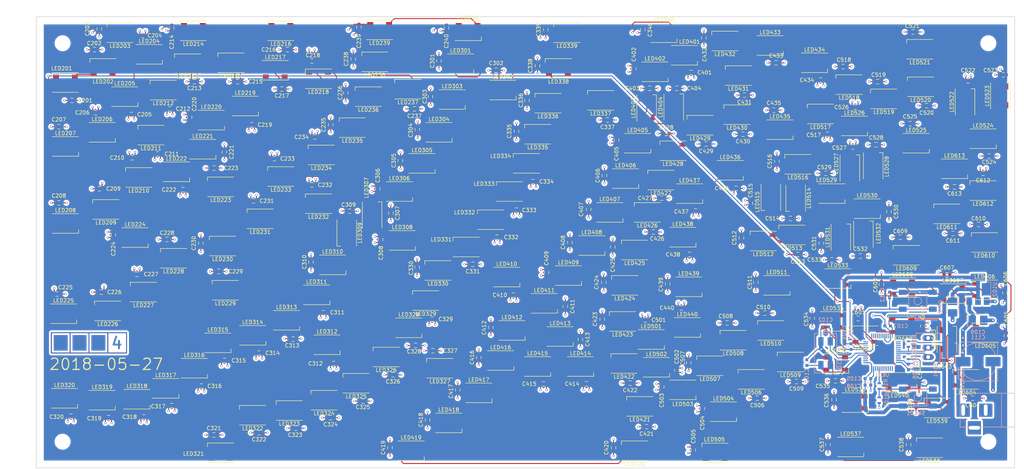
<source format=kicad_pcb>
(kicad_pcb (version 4) (host pcbnew 4.0.5+dfsg1-4)
  (layers (0 F.Cu signal) (1 +5V power hide) (2 GND power hide) (31 B.Cu signal) (34 B.Paste user) (35 F.Paste user) (36 B.SilkS user) (37 F.SilkS user) (38 B.Mask user) (39 F.Mask user) (44 Edge.Cuts user))
  (net 0 "")
  (net 1 "Net-(C101-Pad1)")
  (net 2 GND)
  (net 3 "Net-(C102-Pad1)")
  (net 4 +3V3)
  (net 5 +5V)
  (net 6 "Net-(C112-Pad2)")
  (net 7 LEDDATA)
  (net 8 "Net-(P101-Pad2)")
  (net 9 "Net-(P101-Pad3)")
  (net 10 "Net-(R101-Pad1)")
  (net 11 "Net-(R101-Pad2)")
  (net 12 "Net-(U101-Pad2)")
  (net 13 "Net-(U101-Pad3)")
  (net 14 "Net-(U101-Pad4)")
  (net 15 "Net-(U101-Pad10)")
  (net 16 "Net-(U101-Pad12)")
  (net 17 "Net-(U101-Pad13)")
  (net 18 "Net-(U101-Pad14)")
  (net 19 "Net-(U101-Pad15)")
  (net 20 "Net-(U101-Pad16)")
  (net 21 "Net-(U101-Pad17)")
  (net 22 "Net-(U101-Pad18)")
  (net 23 "Net-(U101-Pad19)")
  (net 24 "Net-(U101-Pad21)")
  (net 25 "Net-(U101-Pad22)")
  (net 26 "Net-(U101-Pad25)")
  (net 27 "Net-(U101-Pad26)")
  (net 28 "Net-(U101-Pad27)")
  (net 29 "Net-(U101-Pad28)")
  (net 30 "Net-(U101-Pad29)")
  (net 31 "Net-(U101-Pad32)")
  (net 32 "Net-(U101-Pad33)")
  (net 33 "Net-(U101-Pad34)")
  (net 34 "Net-(U101-Pad37)")
  (net 35 "Net-(U101-Pad38)")
  (net 36 "Net-(U101-Pad39)")
  (net 37 "Net-(U101-Pad40)")
  (net 38 "Net-(U101-Pad41)")
  (net 39 "Net-(U101-Pad42)")
  (net 40 "Net-(U101-Pad43)")
  (net 41 "Net-(U101-Pad45)")
  (net 42 "Net-(U101-Pad46)")
  (net 43 "Net-(LED201-Pad2)")
  (net 44 "Net-(LED202-Pad2)")
  (net 45 "Net-(LED203-Pad2)")
  (net 46 "Net-(LED204-Pad2)")
  (net 47 "Net-(LED205-Pad2)")
  (net 48 "Net-(LED206-Pad2)")
  (net 49 "Net-(LED207-Pad2)")
  (net 50 "Net-(LED208-Pad2)")
  (net 51 "Net-(LED209-Pad2)")
  (net 52 "Net-(LED210-Pad2)")
  (net 53 "Net-(LED211-Pad2)")
  (net 54 "Net-(LED212-Pad2)")
  (net 55 "Net-(LED213-Pad2)")
  (net 56 "Net-(LED214-Pad2)")
  (net 57 "Net-(LED215-Pad2)")
  (net 58 "Net-(LED216-Pad2)")
  (net 59 "Net-(LED217-Pad2)")
  (net 60 "Net-(LED218-Pad2)")
  (net 61 "Net-(LED219-Pad2)")
  (net 62 "Net-(LED220-Pad2)")
  (net 63 "Net-(LED221-Pad2)")
  (net 64 "Net-(LED222-Pad2)")
  (net 65 "Net-(LED223-Pad2)")
  (net 66 "Net-(LED224-Pad2)")
  (net 67 "Net-(LED225-Pad2)")
  (net 68 "Net-(LED226-Pad2)")
  (net 69 "Net-(LED227-Pad2)")
  (net 70 "Net-(LED228-Pad2)")
  (net 71 "Net-(LED229-Pad2)")
  (net 72 "Net-(LED230-Pad2)")
  (net 73 "Net-(LED231-Pad2)")
  (net 74 "Net-(LED232-Pad2)")
  (net 75 "Net-(LED233-Pad2)")
  (net 76 "Net-(LED234-Pad2)")
  (net 77 "Net-(LED235-Pad2)")
  (net 78 "Net-(LED236-Pad2)")
  (net 79 "Net-(LED237-Pad2)")
  (net 80 "Net-(LED238-Pad2)")
  (net 81 "Net-(LED239-Pad2)")
  (net 82 LEDDATA2)
  (net 83 "Net-(LED301-Pad2)")
  (net 84 "Net-(LED302-Pad2)")
  (net 85 "Net-(LED303-Pad2)")
  (net 86 "Net-(LED304-Pad2)")
  (net 87 "Net-(LED305-Pad2)")
  (net 88 "Net-(LED306-Pad2)")
  (net 89 "Net-(LED307-Pad2)")
  (net 90 "Net-(LED308-Pad2)")
  (net 91 "Net-(LED309-Pad2)")
  (net 92 "Net-(LED310-Pad2)")
  (net 93 "Net-(LED311-Pad2)")
  (net 94 "Net-(LED312-Pad2)")
  (net 95 "Net-(LED313-Pad2)")
  (net 96 "Net-(LED314-Pad2)")
  (net 97 "Net-(LED315-Pad2)")
  (net 98 "Net-(LED316-Pad2)")
  (net 99 "Net-(LED317-Pad2)")
  (net 100 "Net-(LED318-Pad2)")
  (net 101 "Net-(LED319-Pad2)")
  (net 102 "Net-(LED320-Pad2)")
  (net 103 "Net-(LED321-Pad2)")
  (net 104 "Net-(LED322-Pad2)")
  (net 105 "Net-(LED323-Pad2)")
  (net 106 "Net-(LED324-Pad2)")
  (net 107 "Net-(LED325-Pad2)")
  (net 108 "Net-(LED326-Pad2)")
  (net 109 "Net-(LED327-Pad2)")
  (net 110 "Net-(LED328-Pad2)")
  (net 111 "Net-(LED329-Pad2)")
  (net 112 "Net-(LED330-Pad2)")
  (net 113 "Net-(LED331-Pad2)")
  (net 114 "Net-(LED332-Pad2)")
  (net 115 "Net-(LED333-Pad2)")
  (net 116 "Net-(LED334-Pad2)")
  (net 117 "Net-(LED335-Pad2)")
  (net 118 "Net-(LED336-Pad2)")
  (net 119 "Net-(LED337-Pad2)")
  (net 120 "Net-(LED338-Pad2)")
  (net 121 "Net-(LED339-Pad2)")
  (net 122 LEDDATA3)
  (net 123 "Net-(LED401-Pad2)")
  (net 124 "Net-(LED402-Pad2)")
  (net 125 "Net-(LED403-Pad2)")
  (net 126 "Net-(LED404-Pad2)")
  (net 127 "Net-(LED405-Pad2)")
  (net 128 "Net-(LED406-Pad2)")
  (net 129 "Net-(LED407-Pad2)")
  (net 130 "Net-(LED408-Pad2)")
  (net 131 "Net-(LED409-Pad2)")
  (net 132 "Net-(LED410-Pad2)")
  (net 133 "Net-(LED411-Pad2)")
  (net 134 "Net-(LED412-Pad2)")
  (net 135 "Net-(LED413-Pad2)")
  (net 136 "Net-(LED414-Pad2)")
  (net 137 "Net-(LED415-Pad2)")
  (net 138 "Net-(LED416-Pad2)")
  (net 139 "Net-(LED417-Pad2)")
  (net 140 "Net-(LED418-Pad2)")
  (net 141 "Net-(LED419-Pad2)")
  (net 142 "Net-(LED420-Pad2)")
  (net 143 "Net-(LED421-Pad2)")
  (net 144 "Net-(LED422-Pad2)")
  (net 145 "Net-(LED423-Pad2)")
  (net 146 "Net-(LED424-Pad2)")
  (net 147 "Net-(LED425-Pad2)")
  (net 148 "Net-(LED426-Pad2)")
  (net 149 "Net-(LED427-Pad2)")
  (net 150 "Net-(LED428-Pad2)")
  (net 151 "Net-(LED429-Pad2)")
  (net 152 "Net-(LED430-Pad2)")
  (net 153 "Net-(LED431-Pad2)")
  (net 154 "Net-(LED432-Pad2)")
  (net 155 "Net-(LED433-Pad2)")
  (net 156 "Net-(LED434-Pad2)")
  (net 157 "Net-(LED435-Pad2)")
  (net 158 "Net-(LED436-Pad2)")
  (net 159 "Net-(LED437-Pad2)")
  (net 160 "Net-(LED438-Pad2)")
  (net 161 "Net-(LED439-Pad2)")
  (net 162 LEDDATA4)
  (net 163 "Net-(LED501-Pad2)")
  (net 164 "Net-(LED502-Pad2)")
  (net 165 "Net-(LED503-Pad2)")
  (net 166 "Net-(LED504-Pad2)")
  (net 167 "Net-(LED505-Pad2)")
  (net 168 "Net-(LED506-Pad2)")
  (net 169 "Net-(LED507-Pad2)")
  (net 170 "Net-(LED508-Pad2)")
  (net 171 "Net-(LED509-Pad2)")
  (net 172 "Net-(LED510-Pad2)")
  (net 173 "Net-(LED511-Pad2)")
  (net 174 "Net-(LED512-Pad2)")
  (net 175 "Net-(LED513-Pad2)")
  (net 176 "Net-(LED514-Pad2)")
  (net 177 "Net-(LED515-Pad2)")
  (net 178 "Net-(LED516-Pad2)")
  (net 179 "Net-(LED517-Pad2)")
  (net 180 "Net-(LED518-Pad2)")
  (net 181 "Net-(LED519-Pad2)")
  (net 182 "Net-(LED520-Pad2)")
  (net 183 "Net-(LED521-Pad2)")
  (net 184 "Net-(LED522-Pad2)")
  (net 185 "Net-(LED523-Pad2)")
  (net 186 "Net-(LED524-Pad2)")
  (net 187 "Net-(LED525-Pad2)")
  (net 188 "Net-(LED526-Pad2)")
  (net 189 "Net-(LED527-Pad2)")
  (net 190 "Net-(LED528-Pad2)")
  (net 191 "Net-(LED529-Pad2)")
  (net 192 "Net-(LED530-Pad2)")
  (net 193 "Net-(LED531-Pad2)")
  (net 194 "Net-(LED532-Pad2)")
  (net 195 "Net-(LED533-Pad2)")
  (net 196 "Net-(LED534-Pad2)")
  (net 197 "Net-(LED535-Pad2)")
  (net 198 "Net-(LED536-Pad2)")
  (net 199 "Net-(LED537-Pad2)")
  (net 200 "Net-(LED538-Pad2)")
  (net 201 "Net-(LED539-Pad2)")
  (net 202 LEDDATA5)
  (net 203 "Net-(LED601-Pad2)")
  (net 204 "Net-(LED602-Pad2)")
  (net 205 "Net-(LED603-Pad2)")
  (net 206 "Net-(LED604-Pad2)")
  (net 207 "Net-(LED605-Pad2)")
  (net 208 "Net-(LED606-Pad2)")
  (net 209 "Net-(LED607-Pad2)")
  (net 210 "Net-(LED608-Pad2)")
  (net 211 "Net-(LED609-Pad2)")
  (net 212 "Net-(LED610-Pad2)")
  (net 213 "Net-(LED611-Pad2)")
  (net 214 "Net-(LED612-Pad2)")
  (net 215 "Net-(LED613-Pad2)")
  (module Connect:BARREL_JACK (layer B.Cu) (at 272.5 123.4 180)
    (fp_text reference CON101 (at 6.4 7.8 450) (layer B.SilkS) (effects (justify mirror)))
    (fp_text value BARREL_JACK)
    (pad 1 thru_hole rect (at 6.20014 0 180) (size 3.50012 3.50012) (drill oval 1.00076 2.99974) (layers *.Cu *.Mask) (net 5 +5V))
    (pad 2 thru_hole rect (at 0.20066 0 180) (size 3.50012 3.50012) (drill oval 1.00076 2.99974) (layers *.Cu *.Mask) (net 2 GND))
    (pad 3 thru_hole rect (at 3.2004 -4.699 180) (size 3.50012 3.50012) (drill oval 2.99974 1.00076) (layers *.Cu *.Mask) (net 2 GND))
  )
  (module Capacitors_SMD:C_0603 (layer B.Cu) (at 224.75 110.75 90)
    (fp_text reference C101 (at -3.5 0 90) (layer B.SilkS) (effects (justify mirror)))
    (fp_text value 15pF)
    (pad 1 smd rect (at -0.75 0 90) (size 0.8 0.75) (layers B.Cu B.Paste B.Mask) (net 1 "Net-(C101-Pad1)"))
    (pad 2 smd rect (at 0.75 0 90) (size 0.8 0.75) (layers B.Cu B.Paste B.Mask) (net 2 GND))
  )
  (module Capacitors_SMD:C_0603 (layer B.Cu) (at 229.75 101.25 180)
    (fp_text reference C102 (at 0 1.9 180) (layer B.SilkS) (effects (justify mirror)))
    (fp_text value 15pF)
    (pad 1 smd rect (at -0.75 0 180) (size 0.8 0.75) (layers B.Cu B.Paste B.Mask) (net 3 "Net-(C102-Pad1)"))
    (pad 2 smd rect (at 0.75 0 180) (size 0.8 0.75) (layers B.Cu B.Paste B.Mask) (net 2 GND))
  )
  (module Capacitors_SMD:C_0603 (layer B.Cu) (at 236.5 106.5 270)
    (fp_text reference C103 (at -3.75 0 270) (layer B.SilkS) (effects (justify mirror)))
    (fp_text value 10nF)
    (pad 1 smd rect (at -0.75 0 270) (size 0.8 0.75) (layers B.Cu B.Paste B.Mask) (net 4 +3V3))
    (pad 2 smd rect (at 0.75 0 270) (size 0.8 0.75) (layers B.Cu B.Paste B.Mask) (net 2 GND))
  )
  (module Capacitors_SMD:C_0603 (layer B.Cu) (at 234.75 106.5 270)
    (fp_text reference C104 (at -3.75 0 270) (layer B.SilkS) (effects (justify mirror)))
    (fp_text value 1µF)
    (pad 1 smd rect (at -0.75 0 270) (size 0.8 0.75) (layers B.Cu B.Paste B.Mask) (net 4 +3V3))
    (pad 2 smd rect (at 0.75 0 270) (size 0.8 0.75) (layers B.Cu B.Paste B.Mask) (net 2 GND))
  )
  (module Capacitors_SMD:C_0603 (layer B.Cu) (at 241 115)
    (fp_text reference C105 (at -3.75 0) (layer B.SilkS) (effects (justify mirror)))
    (fp_text value 100nF)
    (pad 1 smd rect (at -0.75 0) (size 0.8 0.75) (layers B.Cu B.Paste B.Mask) (net 4 +3V3))
    (pad 2 smd rect (at 0.75 0) (size 0.8 0.75) (layers B.Cu B.Paste B.Mask) (net 2 GND))
  )
  (module Capacitors_SMD:C_0603 (layer B.Cu) (at 251.75 111.9 90)
    (fp_text reference C106 (at -1.35 1.7 90) (layer B.SilkS) (effects (justify mirror)))
    (fp_text value 100nF)
    (pad 1 smd rect (at -0.75 0 90) (size 0.8 0.75) (layers B.Cu B.Paste B.Mask) (net 4 +3V3))
    (pad 2 smd rect (at 0.75 0 90) (size 0.8 0.75) (layers B.Cu B.Paste B.Mask) (net 2 GND))
  )
  (module Capacitors_SMD:C_0603 (layer B.Cu) (at 246.25 101 180)
    (fp_text reference C107 (at -3.5 0 180) (layer B.SilkS) (effects (justify mirror)))
    (fp_text value 100nF)
    (pad 1 smd rect (at -0.75 0 180) (size 0.8 0.75) (layers B.Cu B.Paste B.Mask) (net 4 +3V3))
    (pad 2 smd rect (at 0.75 0 180) (size 0.8 0.75) (layers B.Cu B.Paste B.Mask) (net 2 GND))
  )
  (module Capacitors_SMD:C_0603 (layer B.Cu) (at 241 116.75)
    (fp_text reference C108 (at -3.75 0.25) (layer B.SilkS) (effects (justify mirror)))
    (fp_text value 4.7µF)
    (pad 1 smd rect (at -0.75 0) (size 0.8 0.75) (layers B.Cu B.Paste B.Mask) (net 4 +3V3))
    (pad 2 smd rect (at 0.75 0) (size 0.8 0.75) (layers B.Cu B.Paste B.Mask) (net 2 GND))
  )
  (module Capacitors_SMD:c_elec_10x10 (layer B.Cu) (at 270.25 110.5)
    (fp_text reference C111 (at 0 -6.4643) (layer B.SilkS) (effects (justify mirror)))
    (fp_text value 1000µF/16V)
    (fp_text user + (at -5.7785 -4.9657) (layer B.SilkS) (effects (justify mirror)))
    (pad 1 smd rect (at -4 0 180) (size 4 2.5) (layers B.Cu B.Paste B.Mask) (net 5 +5V))
    (pad 2 smd rect (at 4 0 180) (size 4 2.5) (layers B.Cu B.Paste B.Mask) (net 2 GND))
  )
  (module Capacitors_SMD:C_0603 (layer B.Cu) (at 246.75 92.75 270)
    (fp_text reference C112 (at 0 1.9 270) (layer B.SilkS) (effects (justify mirror)))
    (fp_text value 100nF)
    (pad 1 smd rect (at -0.75 0 270) (size 0.8 0.75) (layers B.Cu B.Paste B.Mask) (net 2 GND))
    (pad 2 smd rect (at 0.75 0 270) (size 0.8 0.75) (layers B.Cu B.Paste B.Mask) (net 6 "Net-(C112-Pad2)"))
  )
  (module Capacitors_SMD:C_0603 (layer F.Cu) (at 29.5 41 180)
    (fp_text reference C201 (at -3.5 0 180) (layer F.SilkS))
    (fp_text value 100nF)
    (pad 1 smd rect (at -0.75 0 180) (size 0.8 0.75) (layers F.Cu F.Paste F.Mask) (net 5 +5V))
    (pad 2 smd rect (at 0.75 0 180) (size 0.8 0.75) (layers F.Cu F.Paste F.Mask) (net 2 GND))
  )
  (module LEDs:LED_WS2812B-PLCC4 (layer F.Cu) (at 27.75 36.25 180)
    (fp_text reference LED201 (at 1 3.75 180) (layer F.SilkS))
    (fp_text value WS2812B)
    (pad 3 smd rect (at 2.5 1.6 180) (size 1.6 1) (layers F.Cu F.Paste F.Mask) (net 2 GND))
    (pad 4 smd rect (at 2.5 -1.6 180) (size 1.6 1) (layers F.Cu F.Paste F.Mask) (net 7 LEDDATA))
    (pad 2 smd rect (at -2.5 1.6 180) (size 1.6 1) (layers F.Cu F.Paste F.Mask) (net 43 "Net-(LED201-Pad2)"))
    (pad 1 smd rect (at -2.5 -1.6 180) (size 1.6 1) (layers F.Cu F.Paste F.Mask) (net 5 +5V))
  )
  (module Connect:PINHEAD1-3 (layer B.Cu) (at 257 106.75 270)
    (fp_text reference P101 (at 6 -2 270) (layer B.SilkS) (effects (justify mirror)))
    (fp_text value CONN_01X03)
    (pad 1 thru_hole oval (at -2.54 0 270) (size 1.50622 3.01498) (drill 0.99822) (layers *.Cu *.Mask) (net 2 GND))
    (pad 2 thru_hole oval (at 0 0 270) (size 1.50622 3.01498) (drill 0.99822) (layers *.Cu *.Mask) (net 8 "Net-(P101-Pad2)"))
    (pad 3 thru_hole oval (at 2.54 0 270) (size 1.50622 3.01498) (drill 0.99822) (layers *.Cu *.Mask) (net 9 "Net-(P101-Pad3)"))
  )
  (module Resistors_SMD:R_0603 (layer B.Cu) (at 244 117 270)
    (fp_text reference R101 (at 0 -1.75 270) (layer B.SilkS) (effects (justify mirror)))
    (fp_text value 10K)
    (pad 1 smd rect (at -0.75 0 270) (size 0.5 0.9) (layers B.Cu B.Paste B.Mask) (net 10 "Net-(R101-Pad1)"))
    (pad 2 smd rect (at 0.75 0 270) (size 0.5 0.9) (layers B.Cu B.Paste B.Mask) (net 11 "Net-(R101-Pad2)"))
  )
  (module Resistors_SMD:R_0603 (layer B.Cu) (at 244 120.75 270)
    (fp_text reference R102 (at 0 -2 270) (layer B.SilkS) (effects (justify mirror)))
    (fp_text value 1K)
    (pad 1 smd rect (at -0.75 0 270) (size 0.5 0.9) (layers B.Cu B.Paste B.Mask) (net 11 "Net-(R101-Pad2)"))
    (pad 2 smd rect (at 0.75 0 270) (size 0.5 0.9) (layers B.Cu B.Paste B.Mask) (net 2 GND))
  )
  (module beach-ws2812:SMD_SWITCH_6x6_LSG (layer B.Cu) (at 249.25 123)
    (fp_text reference SW101 (at 4.5 1.2) (layer B.SilkS) (effects (justify mirror)))
    (fp_text value Pushbutton)
    (pad 2 smd rect (at 9 -0.7) (size 2.05 1.4) (layers B.Cu B.Paste B.Mask) (net 4 +3V3))
    (pad 1 smd rect (at 1 -0.7) (size 2.05 1.4) (layers B.Cu B.Paste B.Mask) (net 4 +3V3))
    (pad 3 smd rect (at 1 -5.2) (size 2.05 1.4) (layers B.Cu B.Paste B.Mask) (net 11 "Net-(R101-Pad2)"))
    (pad 4 smd rect (at 9 -5.2) (size 2.05 1.4) (layers B.Cu B.Paste B.Mask) (net 11 "Net-(R101-Pad2)"))
  )
  (module beach-ws2812:SMD_SWITCH_6x6_LSG (layer B.Cu) (at 249.25 97.25)
    (fp_text reference SW102 (at 4.5 1.2) (layer B.SilkS) (effects (justify mirror)))
    (fp_text value Pushbutton)
    (pad 2 smd rect (at 9 -0.7) (size 2.05 1.4) (layers B.Cu B.Paste B.Mask) (net 6 "Net-(C112-Pad2)"))
    (pad 1 smd rect (at 1 -0.7) (size 2.05 1.4) (layers B.Cu B.Paste B.Mask) (net 6 "Net-(C112-Pad2)"))
    (pad 3 smd rect (at 1 -5.2) (size 2.05 1.4) (layers B.Cu B.Paste B.Mask) (net 2 GND))
    (pad 4 smd rect (at 9 -5.2) (size 2.05 1.4) (layers B.Cu B.Paste B.Mask) (net 2 GND))
  )
  (module Housings_QFP:TQFP-48_7x7mm_Pitch0.5mm (layer B.Cu) (at 244.75 108)
    (fp_text reference U101 (at 0 6) (layer B.SilkS) (effects (justify mirror)))
    (fp_text value "STM32F103C(8-B)Tx")
    (pad 1 smd rect (at -4.35 2.75) (size 1.3 0.25) (layers B.Cu B.Paste B.Mask) (net 4 +3V3))
    (pad 2 smd rect (at -4.35 2.25) (size 1.3 0.25) (layers B.Cu B.Paste B.Mask) (net 12 "Net-(U101-Pad2)"))
    (pad 3 smd rect (at -4.35 1.75) (size 1.3 0.25) (layers B.Cu B.Paste B.Mask) (net 13 "Net-(U101-Pad3)"))
    (pad 4 smd rect (at -4.35 1.25) (size 1.3 0.25) (layers B.Cu B.Paste B.Mask) (net 14 "Net-(U101-Pad4)"))
    (pad 5 smd rect (at -4.35 0.75) (size 1.3 0.25) (layers B.Cu B.Paste B.Mask) (net 1 "Net-(C101-Pad1)"))
    (pad 6 smd rect (at -4.35 0.25) (size 1.3 0.25) (layers B.Cu B.Paste B.Mask) (net 3 "Net-(C102-Pad1)"))
    (pad 7 smd rect (at -4.35 -0.25) (size 1.3 0.25) (layers B.Cu B.Paste B.Mask) (net 6 "Net-(C112-Pad2)"))
    (pad 8 smd rect (at -4.35 -0.75) (size 1.3 0.25) (layers B.Cu B.Paste B.Mask) (net 2 GND))
    (pad 9 smd rect (at -4.35 -1.25) (size 1.3 0.25) (layers B.Cu B.Paste B.Mask) (net 4 +3V3))
    (pad 10 smd rect (at -4.35 -1.75) (size 1.3 0.25) (layers B.Cu B.Paste B.Mask) (net 15 "Net-(U101-Pad10)"))
    (pad 11 smd rect (at -4.35 -2.25) (size 1.3 0.25) (layers B.Cu B.Paste B.Mask) (net 7 LEDDATA))
    (pad 12 smd rect (at -4.35 -2.75) (size 1.3 0.25) (layers B.Cu B.Paste B.Mask) (net 16 "Net-(U101-Pad12)"))
    (pad 13 smd rect (at -2.75 -4.35 270) (size 1.3 0.25) (layers B.Cu B.Paste B.Mask) (net 17 "Net-(U101-Pad13)"))
    (pad 14 smd rect (at -2.25 -4.35 270) (size 1.3 0.25) (layers B.Cu B.Paste B.Mask) (net 18 "Net-(U101-Pad14)"))
    (pad 15 smd rect (at -1.75 -4.35 270) (size 1.3 0.25) (layers B.Cu B.Paste B.Mask) (net 19 "Net-(U101-Pad15)"))
    (pad 16 smd rect (at -1.25 -4.35 270) (size 1.3 0.25) (layers B.Cu B.Paste B.Mask) (net 20 "Net-(U101-Pad16)"))
    (pad 17 smd rect (at -0.75 -4.35 270) (size 1.3 0.25) (layers B.Cu B.Paste B.Mask) (net 21 "Net-(U101-Pad17)"))
    (pad 18 smd rect (at -0.25 -4.35 270) (size 1.3 0.25) (layers B.Cu B.Paste B.Mask) (net 22 "Net-(U101-Pad18)"))
    (pad 19 smd rect (at 0.25 -4.35 270) (size 1.3 0.25) (layers B.Cu B.Paste B.Mask) (net 23 "Net-(U101-Pad19)"))
    (pad 20 smd rect (at 0.75 -4.35 270) (size 1.3 0.25) (layers B.Cu B.Paste B.Mask) (net 2 GND))
    (pad 21 smd rect (at 1.25 -4.35 270) (size 1.3 0.25) (layers B.Cu B.Paste B.Mask) (net 24 "Net-(U101-Pad21)"))
    (pad 22 smd rect (at 1.75 -4.35 270) (size 1.3 0.25) (layers B.Cu B.Paste B.Mask) (net 25 "Net-(U101-Pad22)"))
    (pad 23 smd rect (at 2.25 -4.35 270) (size 1.3 0.25) (layers B.Cu B.Paste B.Mask) (net 2 GND))
    (pad 24 smd rect (at 2.75 -4.35 270) (size 1.3 0.25) (layers B.Cu B.Paste B.Mask) (net 4 +3V3))
    (pad 25 smd rect (at 4.35 -2.75) (size 1.3 0.25) (layers B.Cu B.Paste B.Mask) (net 26 "Net-(U101-Pad25)"))
    (pad 26 smd rect (at 4.35 -2.25) (size 1.3 0.25) (layers B.Cu B.Paste B.Mask) (net 27 "Net-(U101-Pad26)"))
    (pad 27 smd rect (at 4.35 -1.75) (size 1.3 0.25) (layers B.Cu B.Paste B.Mask) (net 28 "Net-(U101-Pad27)"))
    (pad 28 smd rect (at 4.35 -1.25) (size 1.3 0.25) (layers B.Cu B.Paste B.Mask) (net 29 "Net-(U101-Pad28)"))
    (pad 29 smd rect (at 4.35 -0.75) (size 1.3 0.25) (layers B.Cu B.Paste B.Mask) (net 30 "Net-(U101-Pad29)"))
    (pad 30 smd rect (at 4.35 -0.25) (size 1.3 0.25) (layers B.Cu B.Paste B.Mask) (net 8 "Net-(P101-Pad2)"))
    (pad 31 smd rect (at 4.35 0.25) (size 1.3 0.25) (layers B.Cu B.Paste B.Mask) (net 9 "Net-(P101-Pad3)"))
    (pad 32 smd rect (at 4.35 0.75) (size 1.3 0.25) (layers B.Cu B.Paste B.Mask) (net 31 "Net-(U101-Pad32)"))
    (pad 33 smd rect (at 4.35 1.25) (size 1.3 0.25) (layers B.Cu B.Paste B.Mask) (net 32 "Net-(U101-Pad33)"))
    (pad 34 smd rect (at 4.35 1.75) (size 1.3 0.25) (layers B.Cu B.Paste B.Mask) (net 33 "Net-(U101-Pad34)"))
    (pad 35 smd rect (at 4.35 2.25) (size 1.3 0.25) (layers B.Cu B.Paste B.Mask) (net 2 GND))
    (pad 36 smd rect (at 4.35 2.75) (size 1.3 0.25) (layers B.Cu B.Paste B.Mask) (net 4 +3V3))
    (pad 37 smd rect (at 2.75 4.35 270) (size 1.3 0.25) (layers B.Cu B.Paste B.Mask) (net 34 "Net-(U101-Pad37)"))
    (pad 38 smd rect (at 2.25 4.35 270) (size 1.3 0.25) (layers B.Cu B.Paste B.Mask) (net 35 "Net-(U101-Pad38)"))
    (pad 39 smd rect (at 1.75 4.35 270) (size 1.3 0.25) (layers B.Cu B.Paste B.Mask) (net 36 "Net-(U101-Pad39)"))
    (pad 40 smd rect (at 1.25 4.35 270) (size 1.3 0.25) (layers B.Cu B.Paste B.Mask) (net 37 "Net-(U101-Pad40)"))
    (pad 41 smd rect (at 0.75 4.35 270) (size 1.3 0.25) (layers B.Cu B.Paste B.Mask) (net 38 "Net-(U101-Pad41)"))
    (pad 42 smd rect (at 0.25 4.35 270) (size 1.3 0.25) (layers B.Cu B.Paste B.Mask) (net 39 "Net-(U101-Pad42)"))
    (pad 43 smd rect (at -0.25 4.35 270) (size 1.3 0.25) (layers B.Cu B.Paste B.Mask) (net 40 "Net-(U101-Pad43)"))
    (pad 44 smd rect (at -0.75 4.35 270) (size 1.3 0.25) (layers B.Cu B.Paste B.Mask) (net 10 "Net-(R101-Pad1)"))
    (pad 45 smd rect (at -1.25 4.35 270) (size 1.3 0.25) (layers B.Cu B.Paste B.Mask) (net 41 "Net-(U101-Pad45)"))
    (pad 46 smd rect (at -1.75 4.35 270) (size 1.3 0.25) (layers B.Cu B.Paste B.Mask) (net 42 "Net-(U101-Pad46)"))
    (pad 47 smd rect (at -2.25 4.35 270) (size 1.3 0.25) (layers B.Cu B.Paste B.Mask) (net 2 GND))
    (pad 48 smd rect (at -2.75 4.35 270) (size 1.3 0.25) (layers B.Cu B.Paste B.Mask) (net 4 +3V3))
  )
  (module TO_SOT_Packages_SMD:SOT-223 (layer B.Cu) (at 270.25 91.25 90)
    (fp_text reference U102 (at 0 4.5 90) (layer B.SilkS) (effects (justify mirror)))
    (fp_text value LM1117-3.3)
    (pad 4 smd rect (at 3.15 0 90) (size 2 3.8) (layers B.Cu B.Paste B.Mask) (net 4 +3V3))
    (pad 2 smd rect (at -3.15 0 90) (size 2 1.5) (layers B.Cu B.Paste B.Mask) (net 4 +3V3))
    (pad 3 smd rect (at -3.15 -2.3 90) (size 2 1.5) (layers B.Cu B.Paste B.Mask) (net 5 +5V))
    (pad 1 smd rect (at -3.15 2.3 90) (size 2 1.5) (layers B.Cu B.Paste B.Mask) (net 2 GND))
  )
  (module beach-ws2812:Euroquartz_MQ (layer B.Cu) (at 229.75 108.25 90)
    (fp_text reference X101 (at -3.25 3.75 90) (layer B.SilkS) (effects (justify mirror)))
    (fp_text value 8MHz)
    (pad 4 smd rect (at -3.15 1.25 90) (size 2.2 1.4) (layers B.Cu B.Paste B.Mask) (net 2 GND))
    (pad 1 smd rect (at -3.15 -1.25 90) (size 2.2 1.4) (layers B.Cu B.Paste B.Mask) (net 1 "Net-(C101-Pad1)"))
    (pad 2 smd rect (at 3.15 -1.25 90) (size 2.2 1.4) (layers B.Cu B.Paste B.Mask) (net 2 GND))
    (pad 3 smd rect (at 3.15 1.25 90) (size 2.2 1.4) (layers B.Cu B.Paste B.Mask) (net 3 "Net-(C102-Pad1)"))
  )
  (module beach-ws2812:leds (layer F.Cu) (at 153.75 78.5)
    (fp_text reference G*** hide)
    (fp_text value "LED placement" hide)
  )
  (module Capacitors_SMD:C_0603 (layer F.Cu) (at 35.5 27.5 180)
    (fp_text reference C202 (at 0.1 1.7 180) (layer F.SilkS))
    (fp_text value 100nF)
    (pad 1 smd rect (at -0.75 0 180) (size 0.8 0.75) (layers F.Cu F.Paste F.Mask) (net 5 +5V))
    (pad 2 smd rect (at 0.75 0 180) (size 0.8 0.75) (layers F.Cu F.Paste F.Mask) (net 2 GND))
  )
  (module Capacitors_SMD:C_0603 (layer F.Cu) (at 36.75 22 90)
    (fp_text reference C203 (at 0 -3.15 90) (layer F.SilkS))
    (fp_text value 100nF)
    (pad 1 smd rect (at -0.75 0 90) (size 0.8 0.75) (layers F.Cu F.Paste F.Mask) (net 5 +5V))
    (pad 2 smd rect (at 0.75 0 90) (size 0.8 0.75) (layers F.Cu F.Paste F.Mask) (net 2 GND))
  )
  (module Capacitors_SMD:C_0603 (layer F.Cu) (at 48.25 23.75)
    (fp_text reference C204 (at 3.25 0) (layer F.SilkS))
    (fp_text value 100nF)
    (pad 1 smd rect (at -0.75 0) (size 0.8 0.75) (layers F.Cu F.Paste F.Mask) (net 5 +5V))
    (pad 2 smd rect (at 0.75 0) (size 0.8 0.75) (layers F.Cu F.Paste F.Mask) (net 2 GND))
  )
  (module Capacitors_SMD:C_0603 (layer F.Cu) (at 45.25 44.75)
    (fp_text reference C205 (at 3.5 0) (layer F.SilkS))
    (fp_text value 100nF)
    (pad 1 smd rect (at -0.75 0) (size 0.8 0.75) (layers F.Cu F.Paste F.Mask) (net 5 +5V))
    (pad 2 smd rect (at 0.75 0) (size 0.8 0.75) (layers F.Cu F.Paste F.Mask) (net 2 GND))
  )
  (module Capacitors_SMD:C_0603 (layer F.Cu) (at 35.75 44.25)
    (fp_text reference C206 (at -3.5 0) (layer F.SilkS))
    (fp_text value 100nF)
    (pad 1 smd rect (at -0.75 0) (size 0.8 0.75) (layers F.Cu F.Paste F.Mask) (net 5 +5V))
    (pad 2 smd rect (at 0.75 0) (size 0.8 0.75) (layers F.Cu F.Paste F.Mask) (net 2 GND))
  )
  (module Capacitors_SMD:C_0603 (layer F.Cu) (at 26 48)
    (fp_text reference C207 (at 0 -1.9) (layer F.SilkS))
    (fp_text value 100nF)
    (pad 1 smd rect (at -0.75 0) (size 0.8 0.75) (layers F.Cu F.Paste F.Mask) (net 5 +5V))
    (pad 2 smd rect (at 0.75 0) (size 0.8 0.75) (layers F.Cu F.Paste F.Mask) (net 2 GND))
  )
  (module Capacitors_SMD:C_0603 (layer F.Cu) (at 26 68.25)
    (fp_text reference C208 (at 0 -1.9) (layer F.SilkS))
    (fp_text value 100nF)
    (pad 1 smd rect (at -0.75 0) (size 0.8 0.75) (layers F.Cu F.Paste F.Mask) (net 5 +5V))
    (pad 2 smd rect (at 0.75 0) (size 0.8 0.75) (layers F.Cu F.Paste F.Mask) (net 2 GND))
  )
  (module Capacitors_SMD:C_0603 (layer F.Cu) (at 36.75 64.5 180)
    (fp_text reference C209 (at -3.75 0 180) (layer F.SilkS))
    (fp_text value 100nF)
    (pad 1 smd rect (at -0.75 0 180) (size 0.8 0.75) (layers F.Cu F.Paste F.Mask) (net 5 +5V))
    (pad 2 smd rect (at 0.75 0 180) (size 0.8 0.75) (layers F.Cu F.Paste F.Mask) (net 2 GND))
  )
  (module Capacitors_SMD:C_0603 (layer F.Cu) (at 45.5 56.25 180)
    (fp_text reference C210 (at 4 0 180) (layer F.SilkS))
    (fp_text value 100nF)
    (pad 1 smd rect (at -0.75 0 180) (size 0.8 0.75) (layers F.Cu F.Paste F.Mask) (net 5 +5V))
    (pad 2 smd rect (at 0.75 0 180) (size 0.8 0.75) (layers F.Cu F.Paste F.Mask) (net 2 GND))
  )
  (module Capacitors_SMD:C_0603 (layer F.Cu) (at 52.25 55.25 180)
    (fp_text reference C211 (at -3.75 0 180) (layer F.SilkS))
    (fp_text value 100nF)
    (pad 1 smd rect (at -0.75 0 180) (size 0.8 0.75) (layers F.Cu F.Paste F.Mask) (net 5 +5V))
    (pad 2 smd rect (at 0.75 0 180) (size 0.8 0.75) (layers F.Cu F.Paste F.Mask) (net 2 GND))
  )
  (module Capacitors_SMD:C_0603 (layer F.Cu) (at 55.5 43.25 180)
    (fp_text reference C212 (at -3.5 0 180) (layer F.SilkS))
    (fp_text value 100nF)
    (pad 1 smd rect (at -0.75 0 180) (size 0.8 0.75) (layers F.Cu F.Paste F.Mask) (net 5 +5V))
    (pad 2 smd rect (at 0.75 0 180) (size 0.8 0.75) (layers F.Cu F.Paste F.Mask) (net 2 GND))
  )
  (module Capacitors_SMD:C_0603 (layer F.Cu) (at 62 36 180)
    (fp_text reference C213 (at 0 -1.75 180) (layer F.SilkS))
    (fp_text value 100nF)
    (pad 1 smd rect (at -0.75 0 180) (size 0.8 0.75) (layers F.Cu F.Paste F.Mask) (net 5 +5V))
    (pad 2 smd rect (at 0.75 0 180) (size 0.8 0.75) (layers F.Cu F.Paste F.Mask) (net 2 GND))
  )
  (module Capacitors_SMD:C_0603 (layer F.Cu) (at 56 21.75 90)
    (fp_text reference C214 (at -3.75 0 90) (layer F.SilkS))
    (fp_text value 100nF)
    (pad 1 smd rect (at -0.75 0 90) (size 0.8 0.75) (layers F.Cu F.Paste F.Mask) (net 5 +5V))
    (pad 2 smd rect (at 0.75 0 90) (size 0.8 0.75) (layers F.Cu F.Paste F.Mask) (net 2 GND))
  )
  (module Capacitors_SMD:C_0603 (layer F.Cu) (at 73.5 36 180)
    (fp_text reference C215 (at -4.75 0 180) (layer F.SilkS))
    (fp_text value 100nF)
    (pad 1 smd rect (at -0.75 0 180) (size 0.8 0.75) (layers F.Cu F.Paste F.Mask) (net 5 +5V))
    (pad 2 smd rect (at 0.75 0 180) (size 0.8 0.75) (layers F.Cu F.Paste F.Mask) (net 2 GND))
  )
  (module Capacitors_SMD:C_0603 (layer F.Cu) (at 86.75 27.5 180)
    (fp_text reference C216 (at 5 0 180) (layer F.SilkS))
    (fp_text value 100nF)
    (pad 1 smd rect (at -0.75 0 180) (size 0.8 0.75) (layers F.Cu F.Paste F.Mask) (net 5 +5V))
    (pad 2 smd rect (at 0.75 0 180) (size 0.8 0.75) (layers F.Cu F.Paste F.Mask) (net 2 GND))
  )
  (module LEDs:LED_WS2812B-PLCC4 (layer F.Cu) (at 37.75 32.5 180)
    (fp_text reference LED202 (at 0 -3.5 180) (layer F.SilkS))
    (fp_text value WS2812B)
    (pad 3 smd rect (at 2.5 1.6 180) (size 1.6 1) (layers F.Cu F.Paste F.Mask) (net 2 GND))
    (pad 4 smd rect (at 2.5 -1.6 180) (size 1.6 1) (layers F.Cu F.Paste F.Mask) (net 43 "Net-(LED201-Pad2)"))
    (pad 2 smd rect (at -2.5 1.6 180) (size 1.6 1) (layers F.Cu F.Paste F.Mask) (net 44 "Net-(LED202-Pad2)"))
    (pad 1 smd rect (at -2.5 -1.6 180) (size 1.6 1) (layers F.Cu F.Paste F.Mask) (net 5 +5V))
  )
  (module LEDs:LED_WS2812B-PLCC4 (layer F.Cu) (at 42.25 23 180)
    (fp_text reference LED203 (at 0 -3.5 180) (layer F.SilkS))
    (fp_text value WS2812B)
    (pad 3 smd rect (at 2.5 1.6 180) (size 1.6 1) (layers F.Cu F.Paste F.Mask) (net 2 GND))
    (pad 4 smd rect (at 2.5 -1.6 180) (size 1.6 1) (layers F.Cu F.Paste F.Mask) (net 44 "Net-(LED202-Pad2)"))
    (pad 2 smd rect (at -2.5 1.6 180) (size 1.6 1) (layers F.Cu F.Paste F.Mask) (net 45 "Net-(LED203-Pad2)"))
    (pad 1 smd rect (at -2.5 -1.6 180) (size 1.6 1) (layers F.Cu F.Paste F.Mask) (net 5 +5V))
  )
  (module LEDs:LED_WS2812B-PLCC4 (layer F.Cu) (at 50 28.75)
    (fp_text reference LED204 (at 0 -3.5) (layer F.SilkS))
    (fp_text value WS2812B)
    (pad 3 smd rect (at 2.5 1.6) (size 1.6 1) (layers F.Cu F.Paste F.Mask) (net 2 GND))
    (pad 4 smd rect (at 2.5 -1.6) (size 1.6 1) (layers F.Cu F.Paste F.Mask) (net 45 "Net-(LED203-Pad2)"))
    (pad 2 smd rect (at -2.5 1.6) (size 1.6 1) (layers F.Cu F.Paste F.Mask) (net 46 "Net-(LED204-Pad2)"))
    (pad 1 smd rect (at -2.5 -1.6) (size 1.6 1) (layers F.Cu F.Paste F.Mask) (net 5 +5V))
  )
  (module LEDs:LED_WS2812B-PLCC4 (layer F.Cu) (at 43.5 40)
    (fp_text reference LED205 (at 0 -3.5) (layer F.SilkS))
    (fp_text value WS2812B)
    (pad 3 smd rect (at 2.5 1.6) (size 1.6 1) (layers F.Cu F.Paste F.Mask) (net 2 GND))
    (pad 4 smd rect (at 2.5 -1.6) (size 1.6 1) (layers F.Cu F.Paste F.Mask) (net 46 "Net-(LED204-Pad2)"))
    (pad 2 smd rect (at -2.5 1.6) (size 1.6 1) (layers F.Cu F.Paste F.Mask) (net 47 "Net-(LED205-Pad2)"))
    (pad 1 smd rect (at -2.5 -1.6) (size 1.6 1) (layers F.Cu F.Paste F.Mask) (net 5 +5V))
  )
  (module LEDs:LED_WS2812B-PLCC4 (layer F.Cu) (at 37.5 49.5)
    (fp_text reference LED206 (at 0 -3.5) (layer F.SilkS))
    (fp_text value WS2812B)
    (pad 3 smd rect (at 2.5 1.6) (size 1.6 1) (layers F.Cu F.Paste F.Mask) (net 2 GND))
    (pad 4 smd rect (at 2.5 -1.6) (size 1.6 1) (layers F.Cu F.Paste F.Mask) (net 47 "Net-(LED205-Pad2)"))
    (pad 2 smd rect (at -2.5 1.6) (size 1.6 1) (layers F.Cu F.Paste F.Mask) (net 48 "Net-(LED206-Pad2)"))
    (pad 1 smd rect (at -2.5 -1.6) (size 1.6 1) (layers F.Cu F.Paste F.Mask) (net 5 +5V))
  )
  (module LEDs:LED_WS2812B-PLCC4 (layer F.Cu) (at 27.75 53.25)
    (fp_text reference LED207 (at 0 -3.5) (layer F.SilkS))
    (fp_text value WS2812B)
    (pad 3 smd rect (at 2.5 1.6) (size 1.6 1) (layers F.Cu F.Paste F.Mask) (net 2 GND))
    (pad 4 smd rect (at 2.5 -1.6) (size 1.6 1) (layers F.Cu F.Paste F.Mask) (net 48 "Net-(LED206-Pad2)"))
    (pad 2 smd rect (at -2.5 1.6) (size 1.6 1) (layers F.Cu F.Paste F.Mask) (net 49 "Net-(LED207-Pad2)"))
    (pad 1 smd rect (at -2.5 -1.6) (size 1.6 1) (layers F.Cu F.Paste F.Mask) (net 5 +5V))
  )
  (module LEDs:LED_WS2812B-PLCC4 (layer F.Cu) (at 27.75 73.75)
    (fp_text reference LED208 (at 0 -3.5) (layer F.SilkS))
    (fp_text value WS2812B)
    (pad 3 smd rect (at 2.5 1.6) (size 1.6 1) (layers F.Cu F.Paste F.Mask) (net 2 GND))
    (pad 4 smd rect (at 2.5 -1.6) (size 1.6 1) (layers F.Cu F.Paste F.Mask) (net 49 "Net-(LED207-Pad2)"))
    (pad 2 smd rect (at -2.5 1.6) (size 1.6 1) (layers F.Cu F.Paste F.Mask) (net 50 "Net-(LED208-Pad2)"))
    (pad 1 smd rect (at -2.5 -1.6) (size 1.6 1) (layers F.Cu F.Paste F.Mask) (net 5 +5V))
  )
  (module LEDs:LED_WS2812B-PLCC4 (layer F.Cu) (at 38.5 70 180)
    (fp_text reference LED209 (at 0 -3.5 180) (layer F.SilkS))
    (fp_text value WS2812B)
    (pad 3 smd rect (at 2.5 1.6 180) (size 1.6 1) (layers F.Cu F.Paste F.Mask) (net 2 GND))
    (pad 4 smd rect (at 2.5 -1.6 180) (size 1.6 1) (layers F.Cu F.Paste F.Mask) (net 50 "Net-(LED208-Pad2)"))
    (pad 2 smd rect (at -2.5 1.6 180) (size 1.6 1) (layers F.Cu F.Paste F.Mask) (net 51 "Net-(LED209-Pad2)"))
    (pad 1 smd rect (at -2.5 -1.6 180) (size 1.6 1) (layers F.Cu F.Paste F.Mask) (net 5 +5V))
  )
  (module LEDs:LED_WS2812B-PLCC4 (layer F.Cu) (at 47.25 61.5 180)
    (fp_text reference LED210 (at 0 -3.5 180) (layer F.SilkS))
    (fp_text value WS2812B)
    (pad 3 smd rect (at 2.5 1.6 180) (size 1.6 1) (layers F.Cu F.Paste F.Mask) (net 2 GND))
    (pad 4 smd rect (at 2.5 -1.6 180) (size 1.6 1) (layers F.Cu F.Paste F.Mask) (net 51 "Net-(LED209-Pad2)"))
    (pad 2 smd rect (at -2.5 1.6 180) (size 1.6 1) (layers F.Cu F.Paste F.Mask) (net 52 "Net-(LED210-Pad2)"))
    (pad 1 smd rect (at -2.5 -1.6 180) (size 1.6 1) (layers F.Cu F.Paste F.Mask) (net 5 +5V))
  )
  (module LEDs:LED_WS2812B-PLCC4 (layer F.Cu) (at 50.5 50.25 180)
    (fp_text reference LED211 (at 0 -3.5 180) (layer F.SilkS))
    (fp_text value WS2812B)
    (pad 3 smd rect (at 2.5 1.6 180) (size 1.6 1) (layers F.Cu F.Paste F.Mask) (net 2 GND))
    (pad 4 smd rect (at 2.5 -1.6 180) (size 1.6 1) (layers F.Cu F.Paste F.Mask) (net 52 "Net-(LED210-Pad2)"))
    (pad 2 smd rect (at -2.5 1.6 180) (size 1.6 1) (layers F.Cu F.Paste F.Mask) (net 53 "Net-(LED211-Pad2)"))
    (pad 1 smd rect (at -2.5 -1.6 180) (size 1.6 1) (layers F.Cu F.Paste F.Mask) (net 5 +5V))
  )
  (module LEDs:LED_WS2812B-PLCC4 (layer F.Cu) (at 53.75 38.25 180)
    (fp_text reference LED212 (at 0 -3.5 180) (layer F.SilkS))
    (fp_text value WS2812B)
    (pad 3 smd rect (at 2.5 1.6 180) (size 1.6 1) (layers F.Cu F.Paste F.Mask) (net 2 GND))
    (pad 4 smd rect (at 2.5 -1.6 180) (size 1.6 1) (layers F.Cu F.Paste F.Mask) (net 53 "Net-(LED211-Pad2)"))
    (pad 2 smd rect (at -2.5 1.6 180) (size 1.6 1) (layers F.Cu F.Paste F.Mask) (net 54 "Net-(LED212-Pad2)"))
    (pad 1 smd rect (at -2.5 -1.6 180) (size 1.6 1) (layers F.Cu F.Paste F.Mask) (net 5 +5V))
  )
  (module LEDs:LED_WS2812B-PLCC4 (layer F.Cu) (at 60.25 31.25 180)
    (fp_text reference LED213 (at 0 -3.5 180) (layer F.SilkS))
    (fp_text value WS2812B)
    (pad 3 smd rect (at 2.5 1.6 180) (size 1.6 1) (layers F.Cu F.Paste F.Mask) (net 2 GND))
    (pad 4 smd rect (at 2.5 -1.6 180) (size 1.6 1) (layers F.Cu F.Paste F.Mask) (net 54 "Net-(LED212-Pad2)"))
    (pad 2 smd rect (at -2.5 1.6 180) (size 1.6 1) (layers F.Cu F.Paste F.Mask) (net 55 "Net-(LED213-Pad2)"))
    (pad 1 smd rect (at -2.5 -1.6 180) (size 1.6 1) (layers F.Cu F.Paste F.Mask) (net 5 +5V))
  )
  (module LEDs:LED_WS2812B-PLCC4 (layer F.Cu) (at 61.75 22.5 180)
    (fp_text reference LED214 (at 0 -3.5 180) (layer F.SilkS))
    (fp_text value WS2812B)
    (pad 3 smd rect (at 2.5 1.6 180) (size 1.6 1) (layers F.Cu F.Paste F.Mask) (net 2 GND))
    (pad 4 smd rect (at 2.5 -1.6 180) (size 1.6 1) (layers F.Cu F.Paste F.Mask) (net 55 "Net-(LED213-Pad2)"))
    (pad 2 smd rect (at -2.5 1.6 180) (size 1.6 1) (layers F.Cu F.Paste F.Mask) (net 56 "Net-(LED214-Pad2)"))
    (pad 1 smd rect (at -2.5 -1.6 180) (size 1.6 1) (layers F.Cu F.Paste F.Mask) (net 5 +5V))
  )
  (module LEDs:LED_WS2812B-PLCC4 (layer F.Cu) (at 71.75 31 180)
    (fp_text reference LED215 (at 0 -3.5 180) (layer F.SilkS))
    (fp_text value WS2812B)
    (pad 3 smd rect (at 2.5 1.6 180) (size 1.6 1) (layers F.Cu F.Paste F.Mask) (net 2 GND))
    (pad 4 smd rect (at 2.5 -1.6 180) (size 1.6 1) (layers F.Cu F.Paste F.Mask) (net 56 "Net-(LED214-Pad2)"))
    (pad 2 smd rect (at -2.5 1.6 180) (size 1.6 1) (layers F.Cu F.Paste F.Mask) (net 57 "Net-(LED215-Pad2)"))
    (pad 1 smd rect (at -2.5 -1.6 180) (size 1.6 1) (layers F.Cu F.Paste F.Mask) (net 5 +5V))
  )
  (module LEDs:LED_WS2812B-PLCC4 (layer F.Cu) (at 85 22.5 180)
    (fp_text reference LED216 (at 0 -3.5 180) (layer F.SilkS))
    (fp_text value WS2812B)
    (pad 3 smd rect (at 2.5 1.6 180) (size 1.6 1) (layers F.Cu F.Paste F.Mask) (net 2 GND))
    (pad 4 smd rect (at 2.5 -1.6 180) (size 1.6 1) (layers F.Cu F.Paste F.Mask) (net 57 "Net-(LED215-Pad2)"))
    (pad 2 smd rect (at -2.5 1.6 180) (size 1.6 1) (layers F.Cu F.Paste F.Mask) (net 58 "Net-(LED216-Pad2)"))
    (pad 1 smd rect (at -2.5 -1.6 180) (size 1.6 1) (layers F.Cu F.Paste F.Mask) (net 5 +5V))
  )
  (module Capacitors_SMD:C_0603 (layer F.Cu) (at 85.25 38)
    (fp_text reference C217 (at 0 1.75) (layer F.SilkS))
    (fp_text value 100nF)
    (pad 1 smd rect (at -0.75 0) (size 0.8 0.75) (layers F.Cu F.Paste F.Mask) (net 5 +5V))
    (pad 2 smd rect (at 0.75 0) (size 0.8 0.75) (layers F.Cu F.Paste F.Mask) (net 2 GND))
  )
  (module Capacitors_SMD:C_0603 (layer F.Cu) (at 93.25 30.5 180)
    (fp_text reference C218 (at -0.25 1.5 180) (layer F.SilkS))
    (fp_text value 100nF)
    (pad 1 smd rect (at -0.75 0 180) (size 0.8 0.75) (layers F.Cu F.Paste F.Mask) (net 5 +5V))
    (pad 2 smd rect (at 0.75 0 180) (size 0.8 0.75) (layers F.Cu F.Paste F.Mask) (net 2 GND))
  )
  (module Capacitors_SMD:C_0603 (layer F.Cu) (at 77.25 47.5)
    (fp_text reference C219 (at 3.5 0) (layer F.SilkS))
    (fp_text value 100nF)
    (pad 1 smd rect (at -0.75 0) (size 0.8 0.75) (layers F.Cu F.Paste F.Mask) (net 5 +5V))
    (pad 2 smd rect (at 0.75 0) (size 0.8 0.75) (layers F.Cu F.Paste F.Mask) (net 2 GND))
  )
  (module Capacitors_SMD:C_0603 (layer F.Cu) (at 60.75 45.5 270)
    (fp_text reference C220 (at -3.5 -1.25 270) (layer F.SilkS))
    (fp_text value 100nF)
    (pad 1 smd rect (at -0.75 0 270) (size 0.8 0.75) (layers F.Cu F.Paste F.Mask) (net 5 +5V))
    (pad 2 smd rect (at 0.75 0 270) (size 0.8 0.75) (layers F.Cu F.Paste F.Mask) (net 2 GND))
  )
  (module Capacitors_SMD:C_0603 (layer F.Cu) (at 70 54.75 270)
    (fp_text reference C221 (at 0 -1.9 270) (layer F.SilkS))
    (fp_text value 100nF)
    (pad 1 smd rect (at -0.75 0 270) (size 0.8 0.75) (layers F.Cu F.Paste F.Mask) (net 5 +5V))
    (pad 2 smd rect (at 0.75 0 270) (size 0.8 0.75) (layers F.Cu F.Paste F.Mask) (net 2 GND))
  )
  (module Capacitors_SMD:C_0603 (layer F.Cu) (at 59 64.75)
    (fp_text reference C222 (at -3.75 0) (layer F.SilkS))
    (fp_text value 100nF)
    (pad 1 smd rect (at -0.75 0) (size 0.8 0.75) (layers F.Cu F.Paste F.Mask) (net 5 +5V))
    (pad 2 smd rect (at 0.75 0) (size 0.8 0.75) (layers F.Cu F.Paste F.Mask) (net 2 GND))
  )
  (module Capacitors_SMD:C_0603 (layer F.Cu) (at 67.25 59 180)
    (fp_text reference C223 (at -4.5 0 180) (layer F.SilkS))
    (fp_text value 100nF)
    (pad 1 smd rect (at -0.75 0 180) (size 0.8 0.75) (layers F.Cu F.Paste F.Mask) (net 5 +5V))
    (pad 2 smd rect (at 0.75 0 180) (size 0.8 0.75) (layers F.Cu F.Paste F.Mask) (net 2 GND))
  )
  (module Capacitors_SMD:C_0603 (layer F.Cu) (at 40.5 76.75 270)
    (fp_text reference C224 (at 3.75 0 270) (layer F.SilkS))
    (fp_text value 100nF)
    (pad 1 smd rect (at -0.75 0 270) (size 0.8 0.75) (layers F.Cu F.Paste F.Mask) (net 5 +5V))
    (pad 2 smd rect (at 0.75 0 270) (size 0.8 0.75) (layers F.Cu F.Paste F.Mask) (net 2 GND))
  )
  (module Capacitors_SMD:C_0603 (layer F.Cu) (at 25.5 92.5)
    (fp_text reference C225 (at 2.25 -1.75) (layer F.SilkS))
    (fp_text value 100nF)
    (pad 1 smd rect (at -0.75 0) (size 0.8 0.75) (layers F.Cu F.Paste F.Mask) (net 5 +5V))
    (pad 2 smd rect (at 0.75 0) (size 0.8 0.75) (layers F.Cu F.Paste F.Mask) (net 2 GND))
  )
  (module Capacitors_SMD:C_0603 (layer F.Cu) (at 37.25 92 180)
    (fp_text reference C226 (at -3.5 0 180) (layer F.SilkS))
    (fp_text value 100nF)
    (pad 1 smd rect (at -0.75 0 180) (size 0.8 0.75) (layers F.Cu F.Paste F.Mask) (net 5 +5V))
    (pad 2 smd rect (at 0.75 0 180) (size 0.8 0.75) (layers F.Cu F.Paste F.Mask) (net 2 GND))
  )
  (module Capacitors_SMD:C_0603 (layer F.Cu) (at 46.75 87.25 180)
    (fp_text reference C227 (at -3.75 0 180) (layer F.SilkS))
    (fp_text value 100nF)
    (pad 1 smd rect (at -0.75 0 180) (size 0.8 0.75) (layers F.Cu F.Paste F.Mask) (net 5 +5V))
    (pad 2 smd rect (at 0.75 0 180) (size 0.8 0.75) (layers F.Cu F.Paste F.Mask) (net 2 GND))
  )
  (module Capacitors_SMD:C_0603 (layer F.Cu) (at 54.75 78 180)
    (fp_text reference C228 (at 0 1.75 180) (layer F.SilkS))
    (fp_text value 100nF)
    (pad 1 smd rect (at -0.75 0 180) (size 0.8 0.75) (layers F.Cu F.Paste F.Mask) (net 5 +5V))
    (pad 2 smd rect (at 0.75 0 180) (size 0.8 0.75) (layers F.Cu F.Paste F.Mask) (net 2 GND))
  )
  (module Capacitors_SMD:C_0603 (layer F.Cu) (at 68.5 86.5 180)
    (fp_text reference C229 (at -4.5 0 180) (layer F.SilkS))
    (fp_text value 100nF)
    (pad 1 smd rect (at -0.75 0 180) (size 0.8 0.75) (layers F.Cu F.Paste F.Mask) (net 5 +5V))
    (pad 2 smd rect (at 0.75 0 180) (size 0.8 0.75) (layers F.Cu F.Paste F.Mask) (net 2 GND))
  )
  (module Capacitors_SMD:C_0603 (layer F.Cu) (at 63.75 79 90)
    (fp_text reference C230 (at 0 -1.9 90) (layer F.SilkS))
    (fp_text value 100nF)
    (pad 1 smd rect (at -0.75 0 90) (size 0.8 0.75) (layers F.Cu F.Paste F.Mask) (net 5 +5V))
    (pad 2 smd rect (at 0.75 0 90) (size 0.8 0.75) (layers F.Cu F.Paste F.Mask) (net 2 GND))
  )
  (module Capacitors_SMD:C_0603 (layer F.Cu) (at 77.75 67.75 180)
    (fp_text reference C231 (at -3.5 0 180) (layer F.SilkS))
    (fp_text value 100nF)
    (pad 1 smd rect (at -0.75 0 180) (size 0.8 0.75) (layers F.Cu F.Paste F.Mask) (net 5 +5V))
    (pad 2 smd rect (at 0.75 0 180) (size 0.8 0.75) (layers F.Cu F.Paste F.Mask) (net 2 GND))
  )
  (module Capacitors_SMD:C_0603 (layer F.Cu) (at 93.25 63.5 180)
    (fp_text reference C232 (at -3.5 0 180) (layer F.SilkS))
    (fp_text value 100nF)
    (pad 1 smd rect (at -0.75 0 180) (size 0.8 0.75) (layers F.Cu F.Paste F.Mask) (net 5 +5V))
    (pad 2 smd rect (at 0.75 0 180) (size 0.8 0.75) (layers F.Cu F.Paste F.Mask) (net 2 GND))
  )
  (module Capacitors_SMD:C_0603 (layer F.Cu) (at 83.25 56.5 180)
    (fp_text reference C233 (at -3.5 0 180) (layer F.SilkS))
    (fp_text value 100nF)
    (pad 1 smd rect (at -0.75 0 180) (size 0.8 0.75) (layers F.Cu F.Paste F.Mask) (net 5 +5V))
    (pad 2 smd rect (at 0.75 0 180) (size 0.8 0.75) (layers F.Cu F.Paste F.Mask) (net 2 GND))
  )
  (module Capacitors_SMD:C_0603 (layer F.Cu) (at 94 50.75 180)
    (fp_text reference C234 (at 3.5 0 180) (layer F.SilkS))
    (fp_text value 100nF)
    (pad 1 smd rect (at -0.75 0 180) (size 0.8 0.75) (layers F.Cu F.Paste F.Mask) (net 5 +5V))
    (pad 2 smd rect (at 0.75 0 180) (size 0.8 0.75) (layers F.Cu F.Paste F.Mask) (net 2 GND))
  )
  (module Capacitors_SMD:C_0603 (layer F.Cu) (at 98.25 47.5 90)
    (fp_text reference C235 (at 0 -1.9 90) (layer F.SilkS))
    (fp_text value 100nF)
    (pad 1 smd rect (at -0.75 0 90) (size 0.8 0.75) (layers F.Cu F.Paste F.Mask) (net 5 +5V))
    (pad 2 smd rect (at 0.75 0 90) (size 0.8 0.75) (layers F.Cu F.Paste F.Mask) (net 2 GND))
  )
  (module Capacitors_SMD:C_0603 (layer F.Cu) (at 102.25 39 90)
    (fp_text reference C236 (at 0 -1.5 90) (layer F.SilkS))
    (fp_text value 100nF)
    (pad 1 smd rect (at -0.75 0 90) (size 0.8 0.75) (layers F.Cu F.Paste F.Mask) (net 5 +5V))
    (pad 2 smd rect (at 0.75 0 90) (size 0.8 0.75) (layers F.Cu F.Paste F.Mask) (net 2 GND))
  )
  (module Capacitors_SMD:C_0603 (layer F.Cu) (at 120.5 43.25 180)
    (fp_text reference C237 (at 0 -1.9 180) (layer F.SilkS))
    (fp_text value 100nF)
    (pad 1 smd rect (at -0.75 0 180) (size 0.8 0.75) (layers F.Cu F.Paste F.Mask) (net 5 +5V))
    (pad 2 smd rect (at 0.75 0 180) (size 0.8 0.75) (layers F.Cu F.Paste F.Mask) (net 2 GND))
  )
  (module Capacitors_SMD:C_0603 (layer F.Cu) (at 104.25 30 90)
    (fp_text reference C238 (at 0 -1.9 90) (layer F.SilkS))
    (fp_text value 100nF)
    (pad 1 smd rect (at -0.75 0 90) (size 0.8 0.75) (layers F.Cu F.Paste F.Mask) (net 5 +5V))
    (pad 2 smd rect (at 0.75 0 90) (size 0.8 0.75) (layers F.Cu F.Paste F.Mask) (net 2 GND))
  )
  (module Capacitors_SMD:C_0603 (layer F.Cu) (at 105.75 21.5 90)
    (fp_text reference C239 (at -3.75 0 90) (layer F.SilkS))
    (fp_text value 100nF)
    (pad 1 smd rect (at -0.75 0 90) (size 0.8 0.75) (layers F.Cu F.Paste F.Mask) (net 5 +5V))
    (pad 2 smd rect (at 0.75 0 90) (size 0.8 0.75) (layers F.Cu F.Paste F.Mask) (net 2 GND))
  )
  (module Capacitors_SMD:C_0603 (layer F.Cu) (at 129 21.75 270)
    (fp_text reference C240 (at 3.5 0 270) (layer F.SilkS))
    (fp_text value 100nF)
    (pad 1 smd rect (at -0.75 0 270) (size 0.8 0.75) (layers F.Cu F.Paste F.Mask) (net 5 +5V))
    (pad 2 smd rect (at 0.75 0 270) (size 0.8 0.75) (layers F.Cu F.Paste F.Mask) (net 2 GND))
  )
  (module LEDs:LED_WS2812B-PLCC4 (layer F.Cu) (at 83.5 33)
    (fp_text reference LED217 (at 0 -3.5) (layer F.SilkS))
    (fp_text value WS2812B)
    (pad 3 smd rect (at 2.5 1.6) (size 1.6 1) (layers F.Cu F.Paste F.Mask) (net 2 GND))
    (pad 4 smd rect (at 2.5 -1.6) (size 1.6 1) (layers F.Cu F.Paste F.Mask) (net 58 "Net-(LED216-Pad2)"))
    (pad 2 smd rect (at -2.5 1.6) (size 1.6 1) (layers F.Cu F.Paste F.Mask) (net 59 "Net-(LED217-Pad2)"))
    (pad 1 smd rect (at -2.5 -1.6) (size 1.6 1) (layers F.Cu F.Paste F.Mask) (net 5 +5V))
  )
  (module LEDs:LED_WS2812B-PLCC4 (layer F.Cu) (at 95 35.25 180)
    (fp_text reference LED218 (at 0 -3.5 180) (layer F.SilkS))
    (fp_text value WS2812B)
    (pad 3 smd rect (at 2.5 1.6 180) (size 1.6 1) (layers F.Cu F.Paste F.Mask) (net 2 GND))
    (pad 4 smd rect (at 2.5 -1.6 180) (size 1.6 1) (layers F.Cu F.Paste F.Mask) (net 59 "Net-(LED217-Pad2)"))
    (pad 2 smd rect (at -2.5 1.6 180) (size 1.6 1) (layers F.Cu F.Paste F.Mask) (net 60 "Net-(LED218-Pad2)"))
    (pad 1 smd rect (at -2.5 -1.6 180) (size 1.6 1) (layers F.Cu F.Paste F.Mask) (net 5 +5V))
  )
  (module LEDs:LED_WS2812B-PLCC4 (layer F.Cu) (at 75.5 42.5)
    (fp_text reference LED219 (at 0 -3.5) (layer F.SilkS))
    (fp_text value WS2812B)
    (pad 3 smd rect (at 2.5 1.6) (size 1.6 1) (layers F.Cu F.Paste F.Mask) (net 2 GND))
    (pad 4 smd rect (at 2.5 -1.6) (size 1.6 1) (layers F.Cu F.Paste F.Mask) (net 60 "Net-(LED218-Pad2)"))
    (pad 2 smd rect (at -2.5 1.6) (size 1.6 1) (layers F.Cu F.Paste F.Mask) (net 61 "Net-(LED219-Pad2)"))
    (pad 1 smd rect (at -2.5 -1.6) (size 1.6 1) (layers F.Cu F.Paste F.Mask) (net 5 +5V))
  )
  (module LEDs:LED_WS2812B-PLCC4 (layer F.Cu) (at 66.5 46.25)
    (fp_text reference LED220 (at 0 -3.5) (layer F.SilkS))
    (fp_text value WS2812B)
    (pad 3 smd rect (at 2.5 1.6) (size 1.6 1) (layers F.Cu F.Paste F.Mask) (net 2 GND))
    (pad 4 smd rect (at 2.5 -1.6) (size 1.6 1) (layers F.Cu F.Paste F.Mask) (net 61 "Net-(LED219-Pad2)"))
    (pad 2 smd rect (at -2.5 1.6) (size 1.6 1) (layers F.Cu F.Paste F.Mask) (net 62 "Net-(LED220-Pad2)"))
    (pad 1 smd rect (at -2.5 -1.6) (size 1.6 1) (layers F.Cu F.Paste F.Mask) (net 5 +5V))
  )
  (module LEDs:LED_WS2812B-PLCC4 (layer F.Cu) (at 64.25 54)
    (fp_text reference LED221 (at 0 -3.5) (layer F.SilkS))
    (fp_text value WS2812B)
    (pad 3 smd rect (at 2.5 1.6) (size 1.6 1) (layers F.Cu F.Paste F.Mask) (net 2 GND))
    (pad 4 smd rect (at 2.5 -1.6) (size 1.6 1) (layers F.Cu F.Paste F.Mask) (net 62 "Net-(LED220-Pad2)"))
    (pad 2 smd rect (at -2.5 1.6) (size 1.6 1) (layers F.Cu F.Paste F.Mask) (net 63 "Net-(LED221-Pad2)"))
    (pad 1 smd rect (at -2.5 -1.6) (size 1.6 1) (layers F.Cu F.Paste F.Mask) (net 5 +5V))
  )
  (module LEDs:LED_WS2812B-PLCC4 (layer F.Cu) (at 57.25 60)
    (fp_text reference LED222 (at 0 -3.5) (layer F.SilkS))
    (fp_text value WS2812B)
    (pad 3 smd rect (at 2.5 1.6) (size 1.6 1) (layers F.Cu F.Paste F.Mask) (net 2 GND))
    (pad 4 smd rect (at 2.5 -1.6) (size 1.6 1) (layers F.Cu F.Paste F.Mask) (net 63 "Net-(LED221-Pad2)"))
    (pad 2 smd rect (at -2.5 1.6) (size 1.6 1) (layers F.Cu F.Paste F.Mask) (net 64 "Net-(LED222-Pad2)"))
    (pad 1 smd rect (at -2.5 -1.6) (size 1.6 1) (layers F.Cu F.Paste F.Mask) (net 5 +5V))
  )
  (module LEDs:LED_WS2812B-PLCC4 (layer F.Cu) (at 69 64 180)
    (fp_text reference LED223 (at 0 -3.5 180) (layer F.SilkS))
    (fp_text value WS2812B)
    (pad 3 smd rect (at 2.5 1.6 180) (size 1.6 1) (layers F.Cu F.Paste F.Mask) (net 2 GND))
    (pad 4 smd rect (at 2.5 -1.6 180) (size 1.6 1) (layers F.Cu F.Paste F.Mask) (net 64 "Net-(LED222-Pad2)"))
    (pad 2 smd rect (at -2.5 1.6 180) (size 1.6 1) (layers F.Cu F.Paste F.Mask) (net 65 "Net-(LED223-Pad2)"))
    (pad 1 smd rect (at -2.5 -1.6 180) (size 1.6 1) (layers F.Cu F.Paste F.Mask) (net 5 +5V))
  )
  (module LEDs:LED_WS2812B-PLCC4 (layer F.Cu) (at 46.25 77.5)
    (fp_text reference LED224 (at 0 -3.5) (layer F.SilkS))
    (fp_text value WS2812B)
    (pad 3 smd rect (at 2.5 1.6) (size 1.6 1) (layers F.Cu F.Paste F.Mask) (net 2 GND))
    (pad 4 smd rect (at 2.5 -1.6) (size 1.6 1) (layers F.Cu F.Paste F.Mask) (net 65 "Net-(LED223-Pad2)"))
    (pad 2 smd rect (at -2.5 1.6) (size 1.6 1) (layers F.Cu F.Paste F.Mask) (net 66 "Net-(LED224-Pad2)"))
    (pad 1 smd rect (at -2.5 -1.6) (size 1.6 1) (layers F.Cu F.Paste F.Mask) (net 5 +5V))
  )
  (module LEDs:LED_WS2812B-PLCC4 (layer F.Cu) (at 27.25 97.75)
    (fp_text reference LED225 (at 0 -3.5) (layer F.SilkS))
    (fp_text value WS2812B)
    (pad 3 smd rect (at 2.5 1.6) (size 1.6 1) (layers F.Cu F.Paste F.Mask) (net 2 GND))
    (pad 4 smd rect (at 2.5 -1.6) (size 1.6 1) (layers F.Cu F.Paste F.Mask) (net 66 "Net-(LED224-Pad2)"))
    (pad 2 smd rect (at -2.5 1.6) (size 1.6 1) (layers F.Cu F.Paste F.Mask) (net 67 "Net-(LED225-Pad2)"))
    (pad 1 smd rect (at -2.5 -1.6) (size 1.6 1) (layers F.Cu F.Paste F.Mask) (net 5 +5V))
  )
  (module LEDs:LED_WS2812B-PLCC4 (layer F.Cu) (at 39 97 180)
    (fp_text reference LED226 (at 0 -3.5 180) (layer F.SilkS))
    (fp_text value WS2812B)
    (pad 3 smd rect (at 2.5 1.6 180) (size 1.6 1) (layers F.Cu F.Paste F.Mask) (net 2 GND))
    (pad 4 smd rect (at 2.5 -1.6 180) (size 1.6 1) (layers F.Cu F.Paste F.Mask) (net 67 "Net-(LED225-Pad2)"))
    (pad 2 smd rect (at -2.5 1.6 180) (size 1.6 1) (layers F.Cu F.Paste F.Mask) (net 68 "Net-(LED226-Pad2)"))
    (pad 1 smd rect (at -2.5 -1.6 180) (size 1.6 1) (layers F.Cu F.Paste F.Mask) (net 5 +5V))
  )
  (module LEDs:LED_WS2812B-PLCC4 (layer F.Cu) (at 48.5 92 180)
    (fp_text reference LED227 (at 0 -3.5 180) (layer F.SilkS))
    (fp_text value WS2812B)
    (pad 3 smd rect (at 2.5 1.6 180) (size 1.6 1) (layers F.Cu F.Paste F.Mask) (net 2 GND))
    (pad 4 smd rect (at 2.5 -1.6 180) (size 1.6 1) (layers F.Cu F.Paste F.Mask) (net 68 "Net-(LED226-Pad2)"))
    (pad 2 smd rect (at -2.5 1.6 180) (size 1.6 1) (layers F.Cu F.Paste F.Mask) (net 69 "Net-(LED227-Pad2)"))
    (pad 1 smd rect (at -2.5 -1.6 180) (size 1.6 1) (layers F.Cu F.Paste F.Mask) (net 5 +5V))
  )
  (module LEDs:LED_WS2812B-PLCC4 (layer F.Cu) (at 56.5 83 180)
    (fp_text reference LED228 (at 0 -3.5 180) (layer F.SilkS))
    (fp_text value WS2812B)
    (pad 3 smd rect (at 2.5 1.6 180) (size 1.6 1) (layers F.Cu F.Paste F.Mask) (net 2 GND))
    (pad 4 smd rect (at 2.5 -1.6 180) (size 1.6 1) (layers F.Cu F.Paste F.Mask) (net 69 "Net-(LED227-Pad2)"))
    (pad 2 smd rect (at -2.5 1.6 180) (size 1.6 1) (layers F.Cu F.Paste F.Mask) (net 70 "Net-(LED228-Pad2)"))
    (pad 1 smd rect (at -2.5 -1.6 180) (size 1.6 1) (layers F.Cu F.Paste F.Mask) (net 5 +5V))
  )
  (module LEDs:LED_WS2812B-PLCC4 (layer F.Cu) (at 70.25 91.5 180)
    (fp_text reference LED229 (at 0 -3.5 180) (layer F.SilkS))
    (fp_text value WS2812B)
    (pad 3 smd rect (at 2.5 1.6 180) (size 1.6 1) (layers F.Cu F.Paste F.Mask) (net 2 GND))
    (pad 4 smd rect (at 2.5 -1.6 180) (size 1.6 1) (layers F.Cu F.Paste F.Mask) (net 70 "Net-(LED228-Pad2)"))
    (pad 2 smd rect (at -2.5 1.6 180) (size 1.6 1) (layers F.Cu F.Paste F.Mask) (net 71 "Net-(LED229-Pad2)"))
    (pad 1 smd rect (at -2.5 -1.6 180) (size 1.6 1) (layers F.Cu F.Paste F.Mask) (net 5 +5V))
  )
  (module LEDs:LED_WS2812B-PLCC4 (layer F.Cu) (at 69.5 79.75 180)
    (fp_text reference LED230 (at 0 -3.5 180) (layer F.SilkS))
    (fp_text value WS2812B)
    (pad 3 smd rect (at 2.5 1.6 180) (size 1.6 1) (layers F.Cu F.Paste F.Mask) (net 2 GND))
    (pad 4 smd rect (at 2.5 -1.6 180) (size 1.6 1) (layers F.Cu F.Paste F.Mask) (net 71 "Net-(LED229-Pad2)"))
    (pad 2 smd rect (at -2.5 1.6 180) (size 1.6 1) (layers F.Cu F.Paste F.Mask) (net 72 "Net-(LED230-Pad2)"))
    (pad 1 smd rect (at -2.5 -1.6 180) (size 1.6 1) (layers F.Cu F.Paste F.Mask) (net 5 +5V))
  )
  (module LEDs:LED_WS2812B-PLCC4 (layer F.Cu) (at 79.5 72.5 180)
    (fp_text reference LED231 (at 0 -3.5 180) (layer F.SilkS))
    (fp_text value WS2812B)
    (pad 3 smd rect (at 2.5 1.6 180) (size 1.6 1) (layers F.Cu F.Paste F.Mask) (net 2 GND))
    (pad 4 smd rect (at 2.5 -1.6 180) (size 1.6 1) (layers F.Cu F.Paste F.Mask) (net 72 "Net-(LED230-Pad2)"))
    (pad 2 smd rect (at -2.5 1.6 180) (size 1.6 1) (layers F.Cu F.Paste F.Mask) (net 73 "Net-(LED231-Pad2)"))
    (pad 1 smd rect (at -2.5 -1.6 180) (size 1.6 1) (layers F.Cu F.Paste F.Mask) (net 5 +5V))
  )
  (module LEDs:LED_WS2812B-PLCC4 (layer F.Cu) (at 95 68.5 180)
    (fp_text reference LED232 (at 0 -3.5 180) (layer F.SilkS))
    (fp_text value WS2812B)
    (pad 3 smd rect (at 2.5 1.6 180) (size 1.6 1) (layers F.Cu F.Paste F.Mask) (net 2 GND))
    (pad 4 smd rect (at 2.5 -1.6 180) (size 1.6 1) (layers F.Cu F.Paste F.Mask) (net 73 "Net-(LED231-Pad2)"))
    (pad 2 smd rect (at -2.5 1.6 180) (size 1.6 1) (layers F.Cu F.Paste F.Mask) (net 74 "Net-(LED232-Pad2)"))
    (pad 1 smd rect (at -2.5 -1.6 180) (size 1.6 1) (layers F.Cu F.Paste F.Mask) (net 5 +5V))
  )
  (module LEDs:LED_WS2812B-PLCC4 (layer F.Cu) (at 85 61.25 180)
    (fp_text reference LED233 (at 0 -3.5 180) (layer F.SilkS))
    (fp_text value WS2812B)
    (pad 3 smd rect (at 2.5 1.6 180) (size 1.6 1) (layers F.Cu F.Paste F.Mask) (net 2 GND))
    (pad 4 smd rect (at 2.5 -1.6 180) (size 1.6 1) (layers F.Cu F.Paste F.Mask) (net 74 "Net-(LED232-Pad2)"))
    (pad 2 smd rect (at -2.5 1.6 180) (size 1.6 1) (layers F.Cu F.Paste F.Mask) (net 75 "Net-(LED233-Pad2)"))
    (pad 1 smd rect (at -2.5 -1.6 180) (size 1.6 1) (layers F.Cu F.Paste F.Mask) (net 5 +5V))
  )
  (module LEDs:LED_WS2812B-PLCC4 (layer F.Cu) (at 95.75 55.5 180)
    (fp_text reference LED234 (at 0 -3.5 180) (layer F.SilkS))
    (fp_text value WS2812B)
    (pad 3 smd rect (at 2.5 1.6 180) (size 1.6 1) (layers F.Cu F.Paste F.Mask) (net 2 GND))
    (pad 4 smd rect (at 2.5 -1.6 180) (size 1.6 1) (layers F.Cu F.Paste F.Mask) (net 75 "Net-(LED233-Pad2)"))
    (pad 2 smd rect (at -2.5 1.6 180) (size 1.6 1) (layers F.Cu F.Paste F.Mask) (net 76 "Net-(LED234-Pad2)"))
    (pad 1 smd rect (at -2.5 -1.6 180) (size 1.6 1) (layers F.Cu F.Paste F.Mask) (net 5 +5V))
  )
  (module LEDs:LED_WS2812B-PLCC4 (layer F.Cu) (at 104 48.25 180)
    (fp_text reference LED235 (at 0 -3.5 180) (layer F.SilkS))
    (fp_text value WS2812B)
    (pad 3 smd rect (at 2.5 1.6 180) (size 1.6 1) (layers F.Cu F.Paste F.Mask) (net 2 GND))
    (pad 4 smd rect (at 2.5 -1.6 180) (size 1.6 1) (layers F.Cu F.Paste F.Mask) (net 76 "Net-(LED234-Pad2)"))
    (pad 2 smd rect (at -2.5 1.6 180) (size 1.6 1) (layers F.Cu F.Paste F.Mask) (net 77 "Net-(LED235-Pad2)"))
    (pad 1 smd rect (at -2.5 -1.6 180) (size 1.6 1) (layers F.Cu F.Paste F.Mask) (net 5 +5V))
  )
  (module LEDs:LED_WS2812B-PLCC4 (layer F.Cu) (at 108.25 40 180)
    (fp_text reference LED236 (at 0 -3.5 180) (layer F.SilkS))
    (fp_text value WS2812B)
    (pad 3 smd rect (at 2.5 1.6 180) (size 1.6 1) (layers F.Cu F.Paste F.Mask) (net 2 GND))
    (pad 4 smd rect (at 2.5 -1.6 180) (size 1.6 1) (layers F.Cu F.Paste F.Mask) (net 77 "Net-(LED235-Pad2)"))
    (pad 2 smd rect (at -2.5 1.6 180) (size 1.6 1) (layers F.Cu F.Paste F.Mask) (net 78 "Net-(LED236-Pad2)"))
    (pad 1 smd rect (at -2.5 -1.6 180) (size 1.6 1) (layers F.Cu F.Paste F.Mask) (net 5 +5V))
  )
  (module LEDs:LED_WS2812B-PLCC4 (layer F.Cu) (at 118.75 38 180)
    (fp_text reference LED237 (at 0 -3.5 180) (layer F.SilkS))
    (fp_text value WS2812B)
    (pad 3 smd rect (at 2.5 1.6 180) (size 1.6 1) (layers F.Cu F.Paste F.Mask) (net 2 GND))
    (pad 4 smd rect (at 2.5 -1.6 180) (size 1.6 1) (layers F.Cu F.Paste F.Mask) (net 78 "Net-(LED236-Pad2)"))
    (pad 2 smd rect (at -2.5 1.6 180) (size 1.6 1) (layers F.Cu F.Paste F.Mask) (net 79 "Net-(LED237-Pad2)"))
    (pad 1 smd rect (at -2.5 -1.6 180) (size 1.6 1) (layers F.Cu F.Paste F.Mask) (net 5 +5V))
  )
  (module LEDs:LED_WS2812B-PLCC4 (layer F.Cu) (at 110 30.75 180)
    (fp_text reference LED238 (at 0 -3.5 180) (layer F.SilkS))
    (fp_text value WS2812B)
    (pad 3 smd rect (at 2.5 1.6 180) (size 1.6 1) (layers F.Cu F.Paste F.Mask) (net 2 GND))
    (pad 4 smd rect (at 2.5 -1.6 180) (size 1.6 1) (layers F.Cu F.Paste F.Mask) (net 79 "Net-(LED237-Pad2)"))
    (pad 2 smd rect (at -2.5 1.6 180) (size 1.6 1) (layers F.Cu F.Paste F.Mask) (net 80 "Net-(LED238-Pad2)"))
    (pad 1 smd rect (at -2.5 -1.6 180) (size 1.6 1) (layers F.Cu F.Paste F.Mask) (net 5 +5V))
  )
  (module LEDs:LED_WS2812B-PLCC4 (layer F.Cu) (at 111.25 22.25 180)
    (fp_text reference LED239 (at 0 -3.5 180) (layer F.SilkS))
    (fp_text value WS2812B)
    (pad 3 smd rect (at 2.5 1.6 180) (size 1.6 1) (layers F.Cu F.Paste F.Mask) (net 2 GND))
    (pad 4 smd rect (at 2.5 -1.6 180) (size 1.6 1) (layers F.Cu F.Paste F.Mask) (net 80 "Net-(LED238-Pad2)"))
    (pad 2 smd rect (at -2.5 1.6 180) (size 1.6 1) (layers F.Cu F.Paste F.Mask) (net 81 "Net-(LED239-Pad2)"))
    (pad 1 smd rect (at -2.5 -1.6 180) (size 1.6 1) (layers F.Cu F.Paste F.Mask) (net 5 +5V))
  )
  (module LEDs:LED_WS2812B-PLCC4 (layer F.Cu) (at 134.75 22.5)
    (fp_text reference LED240 (at 0 -3.5) (layer F.SilkS))
    (fp_text value WS2812B)
    (pad 3 smd rect (at 2.5 1.6) (size 1.6 1) (layers F.Cu F.Paste F.Mask) (net 2 GND))
    (pad 4 smd rect (at 2.5 -1.6) (size 1.6 1) (layers F.Cu F.Paste F.Mask) (net 81 "Net-(LED239-Pad2)"))
    (pad 2 smd rect (at -2.5 1.6) (size 1.6 1) (layers F.Cu F.Paste F.Mask) (net 82 LEDDATA2))
    (pad 1 smd rect (at -2.5 -1.6) (size 1.6 1) (layers F.Cu F.Paste F.Mask) (net 5 +5V))
  )
  (module Capacitors_SMD:C_0603 (layer F.Cu) (at 127 30.5 270)
    (fp_text reference C301 (at 0 1.75 270) (layer F.SilkS))
    (fp_text value 100nF)
    (pad 1 smd rect (at -0.75 0 270) (size 0.8 0.75) (layers F.Cu F.Paste F.Mask) (net 5 +5V))
    (pad 2 smd rect (at 0.75 0 270) (size 0.8 0.75) (layers F.Cu F.Paste F.Mask) (net 2 GND))
  )
  (module Capacitors_SMD:C_0603 (layer F.Cu) (at 142.2 33)
    (fp_text reference C302 (at 0 -1.9) (layer F.SilkS))
    (fp_text value 100nF)
    (pad 1 smd rect (at -0.75 0) (size 0.8 0.75) (layers F.Cu F.Paste F.Mask) (net 5 +5V))
    (pad 2 smd rect (at 0.75 0) (size 0.8 0.75) (layers F.Cu F.Paste F.Mask) (net 2 GND))
  )
  (module Capacitors_SMD:C_0603 (layer F.Cu) (at 124.75 40 270)
    (fp_text reference C303 (at 0 1.5 270) (layer F.SilkS))
    (fp_text value 100nF)
    (pad 1 smd rect (at -0.75 0 270) (size 0.8 0.75) (layers F.Cu F.Paste F.Mask) (net 5 +5V))
    (pad 2 smd rect (at 0.75 0 270) (size 0.8 0.75) (layers F.Cu F.Paste F.Mask) (net 2 GND))
  )
  (module Capacitors_SMD:C_0603 (layer F.Cu) (at 121.25 48.75 270)
    (fp_text reference C304 (at 0.25 1.75 270) (layer F.SilkS))
    (fp_text value 100nF)
    (pad 1 smd rect (at -0.75 0 270) (size 0.8 0.75) (layers F.Cu F.Paste F.Mask) (net 5 +5V))
    (pad 2 smd rect (at 0.75 0 270) (size 0.8 0.75) (layers F.Cu F.Paste F.Mask) (net 2 GND))
  )
  (module Capacitors_SMD:C_0603 (layer F.Cu) (at 116.75 57 270)
    (fp_text reference C305 (at 0 1.75 270) (layer F.SilkS))
    (fp_text value 100nF)
    (pad 1 smd rect (at -0.75 0 270) (size 0.8 0.75) (layers F.Cu F.Paste F.Mask) (net 5 +5V))
    (pad 2 smd rect (at 0.75 0 270) (size 0.8 0.75) (layers F.Cu F.Paste F.Mask) (net 2 GND))
  )
  (module Capacitors_SMD:C_0603 (layer F.Cu) (at 110.75 64.5 270)
    (fp_text reference C306 (at -3.5 0 270) (layer F.SilkS))
    (fp_text value 100nF)
    (pad 1 smd rect (at -0.75 0 270) (size 0.8 0.75) (layers F.Cu F.Paste F.Mask) (net 5 +5V))
    (pad 2 smd rect (at 0.75 0 270) (size 0.8 0.75) (layers F.Cu F.Paste F.Mask) (net 2 GND))
  )
  (module Capacitors_SMD:C_0603 (layer F.Cu) (at 114.25 71 90)
    (fp_text reference C307 (at 0 1.75 90) (layer F.SilkS))
    (fp_text value 100nF)
    (pad 1 smd rect (at -0.75 0 90) (size 0.8 0.75) (layers F.Cu F.Paste F.Mask) (net 5 +5V))
    (pad 2 smd rect (at 0.75 0 90) (size 0.8 0.75) (layers F.Cu F.Paste F.Mask) (net 2 GND))
  )
  (module Capacitors_SMD:C_0603 (layer F.Cu) (at 111.5 78 270)
    (fp_text reference C308 (at 3.6 -0.1 270) (layer F.SilkS))
    (fp_text value 100nF)
    (pad 1 smd rect (at -0.75 0 270) (size 0.8 0.75) (layers F.Cu F.Paste F.Mask) (net 5 +5V))
    (pad 2 smd rect (at 0.75 0 270) (size 0.8 0.75) (layers F.Cu F.Paste F.Mask) (net 2 GND))
  )
  (module Capacitors_SMD:C_0603 (layer F.Cu) (at 103.25 70.5 180)
    (fp_text reference C309 (at 0.25 1.75 180) (layer F.SilkS))
    (fp_text value 100nF)
    (pad 1 smd rect (at -0.75 0 180) (size 0.8 0.75) (layers F.Cu F.Paste F.Mask) (net 5 +5V))
    (pad 2 smd rect (at 0.75 0 180) (size 0.8 0.75) (layers F.Cu F.Paste F.Mask) (net 2 GND))
  )
  (module Capacitors_SMD:C_0603 (layer F.Cu) (at 93 84 270)
    (fp_text reference C310 (at 0 1.75 270) (layer F.SilkS))
    (fp_text value 100nF)
    (pad 1 smd rect (at -0.75 0 270) (size 0.8 0.75) (layers F.Cu F.Paste F.Mask) (net 5 +5V))
    (pad 2 smd rect (at 0.75 0 270) (size 0.8 0.75) (layers F.Cu F.Paste F.Mask) (net 2 GND))
  )
  (module Capacitors_SMD:C_0603 (layer F.Cu) (at 96.25 97.5)
    (fp_text reference C311 (at 3.75 -0.1) (layer F.SilkS))
    (fp_text value 100nF)
    (pad 1 smd rect (at -0.75 0) (size 0.8 0.75) (layers F.Cu F.Paste F.Mask) (net 5 +5V))
    (pad 2 smd rect (at 0.75 0) (size 0.8 0.75) (layers F.Cu F.Paste F.Mask) (net 2 GND))
  )
  (module Capacitors_SMD:C_0603 (layer F.Cu) (at 99 111)
    (fp_text reference C312 (at -4.8 0) (layer F.SilkS))
    (fp_text value 100nF)
    (pad 1 smd rect (at -0.75 0) (size 0.8 0.75) (layers F.Cu F.Paste F.Mask) (net 5 +5V))
    (pad 2 smd rect (at 0.75 0) (size 0.8 0.75) (layers F.Cu F.Paste F.Mask) (net 2 GND))
  )
  (module Capacitors_SMD:C_0603 (layer F.Cu) (at 88.25 104.5)
    (fp_text reference C313 (at -0.25 1.7) (layer F.SilkS))
    (fp_text value 100nF)
    (pad 1 smd rect (at -0.75 0) (size 0.8 0.75) (layers F.Cu F.Paste F.Mask) (net 5 +5V))
    (pad 2 smd rect (at 0.75 0) (size 0.8 0.75) (layers F.Cu F.Paste F.Mask) (net 2 GND))
  )
  (module Capacitors_SMD:C_0603 (layer F.Cu) (at 79.2 108.2)
    (fp_text reference C314 (at 3.6 0) (layer F.SilkS))
    (fp_text value 100nF)
    (pad 1 smd rect (at -0.75 0) (size 0.8 0.75) (layers F.Cu F.Paste F.Mask) (net 5 +5V))
    (pad 2 smd rect (at 0.75 0) (size 0.8 0.75) (layers F.Cu F.Paste F.Mask) (net 2 GND))
  )
  (module Capacitors_SMD:C_0603 (layer F.Cu) (at 70 110.2)
    (fp_text reference C315 (at 3.8 0) (layer F.SilkS))
    (fp_text value 100nF)
    (pad 1 smd rect (at -0.75 0) (size 0.8 0.75) (layers F.Cu F.Paste F.Mask) (net 5 +5V))
    (pad 2 smd rect (at 0.75 0) (size 0.8 0.75) (layers F.Cu F.Paste F.Mask) (net 2 GND))
  )
  (module Capacitors_SMD:C_0603 (layer F.Cu) (at 63.8 117)
    (fp_text reference C316 (at 3.6 0) (layer F.SilkS))
    (fp_text value 100nF)
    (pad 1 smd rect (at -0.75 0) (size 0.8 0.75) (layers F.Cu F.Paste F.Mask) (net 5 +5V))
    (pad 2 smd rect (at 0.75 0) (size 0.8 0.75) (layers F.Cu F.Paste F.Mask) (net 2 GND))
  )
  (module Capacitors_SMD:C_0603 (layer F.Cu) (at 56 122.2)
    (fp_text reference C317 (at -3.6 0.2) (layer F.SilkS))
    (fp_text value 100nF)
    (pad 1 smd rect (at -0.75 0) (size 0.8 0.75) (layers F.Cu F.Paste F.Mask) (net 5 +5V))
    (pad 2 smd rect (at 0.75 0) (size 0.8 0.75) (layers F.Cu F.Paste F.Mask) (net 2 GND))
  )
  (module Capacitors_SMD:C_0603 (layer F.Cu) (at 48.6 125.2)
    (fp_text reference C318 (at -3.8 0) (layer F.SilkS))
    (fp_text value 100nF)
    (pad 1 smd rect (at -0.75 0) (size 0.8 0.75) (layers F.Cu F.Paste F.Mask) (net 5 +5V))
    (pad 2 smd rect (at 0.75 0) (size 0.8 0.75) (layers F.Cu F.Paste F.Mask) (net 2 GND))
  )
  (module Capacitors_SMD:C_0603 (layer F.Cu) (at 39.2 125.4)
    (fp_text reference C319 (at -3.8 0.2) (layer F.SilkS))
    (fp_text value 100nF)
    (pad 1 smd rect (at -0.75 0) (size 0.8 0.75) (layers F.Cu F.Paste F.Mask) (net 5 +5V))
    (pad 2 smd rect (at 0.75 0) (size 0.8 0.75) (layers F.Cu F.Paste F.Mask) (net 2 GND))
  )
  (module Capacitors_SMD:C_0603 (layer F.Cu) (at 29.2 125)
    (fp_text reference C320 (at -3.8 0.2) (layer F.SilkS))
    (fp_text value 100nF)
    (pad 1 smd rect (at -0.75 0) (size 0.8 0.75) (layers F.Cu F.Paste F.Mask) (net 5 +5V))
    (pad 2 smd rect (at 0.75 0) (size 0.8 0.75) (layers F.Cu F.Paste F.Mask) (net 2 GND))
  )
  (module Capacitors_SMD:C_0603 (layer F.Cu) (at 67.2 130 180)
    (fp_text reference C321 (at 0 1.8 180) (layer F.SilkS))
    (fp_text value 100nF)
    (pad 1 smd rect (at -0.75 0 180) (size 0.8 0.75) (layers F.Cu F.Paste F.Mask) (net 5 +5V))
    (pad 2 smd rect (at 0.75 0 180) (size 0.8 0.75) (layers F.Cu F.Paste F.Mask) (net 2 GND))
  )
  (module Capacitors_SMD:C_0603 (layer F.Cu) (at 79.2 129.4 180)
    (fp_text reference C322 (at 0 -1.8 180) (layer F.SilkS))
    (fp_text value 100nF)
    (pad 1 smd rect (at -0.75 0 180) (size 0.8 0.75) (layers F.Cu F.Paste F.Mask) (net 5 +5V))
    (pad 2 smd rect (at 0.75 0 180) (size 0.8 0.75) (layers F.Cu F.Paste F.Mask) (net 2 GND))
  )
  (module Capacitors_SMD:C_0603 (layer F.Cu) (at 89 128.2 180)
    (fp_text reference C323 (at 0.2 -1.8 180) (layer F.SilkS))
    (fp_text value 100nF)
    (pad 1 smd rect (at -0.75 0 180) (size 0.8 0.75) (layers F.Cu F.Paste F.Mask) (net 5 +5V))
    (pad 2 smd rect (at 0.75 0 180) (size 0.8 0.75) (layers F.Cu F.Paste F.Mask) (net 2 GND))
  )
  (module Capacitors_SMD:C_0603 (layer F.Cu) (at 98.2 125.4 180)
    (fp_text reference C324 (at 0 -1.8 180) (layer F.SilkS))
    (fp_text value 100nF)
    (pad 1 smd rect (at -0.75 0 180) (size 0.8 0.75) (layers F.Cu F.Paste F.Mask) (net 5 +5V))
    (pad 2 smd rect (at 0.75 0 180) (size 0.8 0.75) (layers F.Cu F.Paste F.Mask) (net 2 GND))
  )
  (module Capacitors_SMD:C_0603 (layer F.Cu) (at 106.8 121 180)
    (fp_text reference C325 (at 0 -1.6 180) (layer F.SilkS))
    (fp_text value 100nF)
    (pad 1 smd rect (at -0.75 0 180) (size 0.8 0.75) (layers F.Cu F.Paste F.Mask) (net 5 +5V))
    (pad 2 smd rect (at 0.75 0 180) (size 0.8 0.75) (layers F.Cu F.Paste F.Mask) (net 2 GND))
  )
  (module Capacitors_SMD:C_0603 (layer F.Cu) (at 114.8 114 180)
    (fp_text reference C326 (at 0 -1.8 180) (layer F.SilkS))
    (fp_text value 100nF)
    (pad 1 smd rect (at -0.75 0 180) (size 0.8 0.75) (layers F.Cu F.Paste F.Mask) (net 5 +5V))
    (pad 2 smd rect (at 0.75 0 180) (size 0.8 0.75) (layers F.Cu F.Paste F.Mask) (net 2 GND))
  )
  (module Capacitors_SMD:C_0603 (layer F.Cu) (at 125.4 107.6 180)
    (fp_text reference C327 (at -4.6 0 180) (layer F.SilkS))
    (fp_text value 100nF)
    (pad 1 smd rect (at -0.75 0 180) (size 0.8 0.75) (layers F.Cu F.Paste F.Mask) (net 5 +5V))
    (pad 2 smd rect (at 0.75 0 180) (size 0.8 0.75) (layers F.Cu F.Paste F.Mask) (net 2 GND))
  )
  (module Capacitors_SMD:C_0603 (layer F.Cu) (at 120.8 106.2)
    (fp_text reference C328 (at -0.4 1.6) (layer F.SilkS))
    (fp_text value 100nF)
    (pad 1 smd rect (at -0.75 0) (size 0.8 0.75) (layers F.Cu F.Paste F.Mask) (net 5 +5V))
    (pad 2 smd rect (at 0.75 0) (size 0.8 0.75) (layers F.Cu F.Paste F.Mask) (net 2 GND))
  )
  (module Capacitors_SMD:C_0603 (layer F.Cu) (at 125.2 99.2 180)
    (fp_text reference C329 (at -3.6 0 180) (layer F.SilkS))
    (fp_text value 100nF)
    (pad 1 smd rect (at -0.75 0 180) (size 0.8 0.75) (layers F.Cu F.Paste F.Mask) (net 5 +5V))
    (pad 2 smd rect (at 0.75 0 180) (size 0.8 0.75) (layers F.Cu F.Paste F.Mask) (net 2 GND))
  )
  (module Capacitors_SMD:C_0603 (layer F.Cu) (at 121.2 85.4 90)
    (fp_text reference C330 (at -0.2 -1.6 90) (layer F.SilkS))
    (fp_text value 100nF)
    (pad 1 smd rect (at -0.75 0 90) (size 0.8 0.75) (layers F.Cu F.Paste F.Mask) (net 5 +5V))
    (pad 2 smd rect (at 0.75 0 90) (size 0.8 0.75) (layers F.Cu F.Paste F.Mask) (net 2 GND))
  )
  (module Capacitors_SMD:C_0603 (layer F.Cu) (at 136 84.6 180)
    (fp_text reference C331 (at 0 -1.9 180) (layer F.SilkS))
    (fp_text value 100nF)
    (pad 1 smd rect (at -0.75 0 180) (size 0.8 0.75) (layers F.Cu F.Paste F.Mask) (net 5 +5V))
    (pad 2 smd rect (at 0.75 0 180) (size 0.8 0.75) (layers F.Cu F.Paste F.Mask) (net 2 GND))
  )
  (module Capacitors_SMD:C_0603 (layer F.Cu) (at 142.4 77.4 180)
    (fp_text reference C332 (at -3.8 0 180) (layer F.SilkS))
    (fp_text value 100nF)
    (pad 1 smd rect (at -0.75 0 180) (size 0.8 0.75) (layers F.Cu F.Paste F.Mask) (net 5 +5V))
    (pad 2 smd rect (at 0.75 0 180) (size 0.8 0.75) (layers F.Cu F.Paste F.Mask) (net 2 GND))
  )
  (module Capacitors_SMD:C_0603 (layer F.Cu) (at 147.6 70.2 180)
    (fp_text reference C333 (at -3.4 0 180) (layer F.SilkS))
    (fp_text value 100nF)
    (pad 1 smd rect (at -0.75 0 180) (size 0.8 0.75) (layers F.Cu F.Paste F.Mask) (net 5 +5V))
    (pad 2 smd rect (at 0.75 0 180) (size 0.8 0.75) (layers F.Cu F.Paste F.Mask) (net 2 GND))
  )
  (module Capacitors_SMD:C_0603 (layer F.Cu) (at 152 62.6 180)
    (fp_text reference C334 (at -3.6 0 180) (layer F.SilkS))
    (fp_text value 100nF)
    (pad 1 smd rect (at -0.75 0 180) (size 0.8 0.75) (layers F.Cu F.Paste F.Mask) (net 5 +5V))
    (pad 2 smd rect (at 0.75 0 180) (size 0.8 0.75) (layers F.Cu F.Paste F.Mask) (net 2 GND))
  )
  (module Capacitors_SMD:C_0603 (layer F.Cu) (at 147.6 49.2 90)
    (fp_text reference C335 (at 0 -1.9 90) (layer F.SilkS))
    (fp_text value 100nF)
    (pad 1 smd rect (at -0.75 0 90) (size 0.8 0.75) (layers F.Cu F.Paste F.Mask) (net 5 +5V))
    (pad 2 smd rect (at 0.75 0 90) (size 0.8 0.75) (layers F.Cu F.Paste F.Mask) (net 2 GND))
  )
  (module Capacitors_SMD:C_0603 (layer F.Cu) (at 150.4 41 90)
    (fp_text reference C336 (at 0 -1.6 90) (layer F.SilkS))
    (fp_text value 100nF)
    (pad 1 smd rect (at -0.75 0 90) (size 0.8 0.75) (layers F.Cu F.Paste F.Mask) (net 5 +5V))
    (pad 2 smd rect (at 0.75 0 90) (size 0.8 0.75) (layers F.Cu F.Paste F.Mask) (net 2 GND))
  )
  (module Capacitors_SMD:C_0603 (layer F.Cu) (at 171.8 46.2 180)
    (fp_text reference C337 (at 0 -1.9 180) (layer F.SilkS))
    (fp_text value 100nF)
    (pad 1 smd rect (at -0.75 0 180) (size 0.8 0.75) (layers F.Cu F.Paste F.Mask) (net 5 +5V))
    (pad 2 smd rect (at 0.75 0 180) (size 0.8 0.75) (layers F.Cu F.Paste F.Mask) (net 2 GND))
  )
  (module Capacitors_SMD:C_0603 (layer F.Cu) (at 153.2 31.8 90)
    (fp_text reference C338 (at 0 -1.9 90) (layer F.SilkS))
    (fp_text value 100nF)
    (pad 1 smd rect (at -0.75 0 90) (size 0.8 0.75) (layers F.Cu F.Paste F.Mask) (net 5 +5V))
    (pad 2 smd rect (at 0.75 0 90) (size 0.8 0.75) (layers F.Cu F.Paste F.Mask) (net 2 GND))
  )
  (module Capacitors_SMD:C_0603 (layer F.Cu) (at 155.4 22.2 90)
    (fp_text reference C339 (at 0 -1.9 90) (layer F.SilkS))
    (fp_text value 100nF)
    (pad 1 smd rect (at -0.75 0 90) (size 0.8 0.75) (layers F.Cu F.Paste F.Mask) (net 5 +5V))
    (pad 2 smd rect (at 0.75 0 90) (size 0.8 0.75) (layers F.Cu F.Paste F.Mask) (net 2 GND))
  )
  (module Capacitors_SMD:C_0603 (layer F.Cu) (at 181.2 22.2 270)
    (fp_text reference C340 (at 0 -1.9 270) (layer F.SilkS))
    (fp_text value 100nF)
    (pad 1 smd rect (at -0.75 0 270) (size 0.8 0.75) (layers F.Cu F.Paste F.Mask) (net 5 +5V))
    (pad 2 smd rect (at 0.75 0 270) (size 0.8 0.75) (layers F.Cu F.Paste F.Mask) (net 2 GND))
  )
  (module LEDs:LED_WS2812B-PLCC4 (layer F.Cu) (at 132.75 31.25)
    (fp_text reference LED301 (at 0 -3.5) (layer F.SilkS))
    (fp_text value WS2812B)
    (pad 3 smd rect (at 2.5 1.6) (size 1.6 1) (layers F.Cu F.Paste F.Mask) (net 2 GND))
    (pad 4 smd rect (at 2.5 -1.6) (size 1.6 1) (layers F.Cu F.Paste F.Mask) (net 82 LEDDATA2))
    (pad 2 smd rect (at -2.5 1.6) (size 1.6 1) (layers F.Cu F.Paste F.Mask) (net 83 "Net-(LED301-Pad2)"))
    (pad 1 smd rect (at -2.5 -1.6) (size 1.6 1) (layers F.Cu F.Paste F.Mask) (net 5 +5V))
  )
  (module LEDs:LED_WS2812B-PLCC4 (layer F.Cu) (at 144 38.25)
    (fp_text reference LED302 (at 0 -3.5) (layer F.SilkS))
    (fp_text value WS2812B)
    (pad 3 smd rect (at 2.5 1.6) (size 1.6 1) (layers F.Cu F.Paste F.Mask) (net 2 GND))
    (pad 4 smd rect (at 2.5 -1.6) (size 1.6 1) (layers F.Cu F.Paste F.Mask) (net 83 "Net-(LED301-Pad2)"))
    (pad 2 smd rect (at -2.5 1.6) (size 1.6 1) (layers F.Cu F.Paste F.Mask) (net 84 "Net-(LED302-Pad2)"))
    (pad 1 smd rect (at -2.5 -1.6) (size 1.6 1) (layers F.Cu F.Paste F.Mask) (net 5 +5V))
  )
  (module LEDs:LED_WS2812B-PLCC4 (layer F.Cu) (at 130.5 40.75)
    (fp_text reference LED303 (at 0 -3.5) (layer F.SilkS))
    (fp_text value WS2812B)
    (pad 3 smd rect (at 2.5 1.6) (size 1.6 1) (layers F.Cu F.Paste F.Mask) (net 2 GND))
    (pad 4 smd rect (at 2.5 -1.6) (size 1.6 1) (layers F.Cu F.Paste F.Mask) (net 84 "Net-(LED302-Pad2)"))
    (pad 2 smd rect (at -2.5 1.6) (size 1.6 1) (layers F.Cu F.Paste F.Mask) (net 85 "Net-(LED303-Pad2)"))
    (pad 1 smd rect (at -2.5 -1.6) (size 1.6 1) (layers F.Cu F.Paste F.Mask) (net 5 +5V))
  )
  (module LEDs:LED_WS2812B-PLCC4 (layer F.Cu) (at 127 49.5)
    (fp_text reference LED304 (at 0 -3.5) (layer F.SilkS))
    (fp_text value WS2812B)
    (pad 3 smd rect (at 2.5 1.6) (size 1.6 1) (layers F.Cu F.Paste F.Mask) (net 2 GND))
    (pad 4 smd rect (at 2.5 -1.6) (size 1.6 1) (layers F.Cu F.Paste F.Mask) (net 85 "Net-(LED303-Pad2)"))
    (pad 2 smd rect (at -2.5 1.6) (size 1.6 1) (layers F.Cu F.Paste F.Mask) (net 86 "Net-(LED304-Pad2)"))
    (pad 1 smd rect (at -2.5 -1.6) (size 1.6 1) (layers F.Cu F.Paste F.Mask) (net 5 +5V))
  )
  (module LEDs:LED_WS2812B-PLCC4 (layer F.Cu) (at 122.5 57.75)
    (fp_text reference LED305 (at 0 -3.5) (layer F.SilkS))
    (fp_text value WS2812B)
    (pad 3 smd rect (at 2.5 1.6) (size 1.6 1) (layers F.Cu F.Paste F.Mask) (net 2 GND))
    (pad 4 smd rect (at 2.5 -1.6) (size 1.6 1) (layers F.Cu F.Paste F.Mask) (net 86 "Net-(LED304-Pad2)"))
    (pad 2 smd rect (at -2.5 1.6) (size 1.6 1) (layers F.Cu F.Paste F.Mask) (net 87 "Net-(LED305-Pad2)"))
    (pad 1 smd rect (at -2.5 -1.6) (size 1.6 1) (layers F.Cu F.Paste F.Mask) (net 5 +5V))
  )
  (module LEDs:LED_WS2812B-PLCC4 (layer F.Cu) (at 116.5 65.25)
    (fp_text reference LED306 (at 0 -3.5) (layer F.SilkS))
    (fp_text value WS2812B)
    (pad 3 smd rect (at 2.5 1.6) (size 1.6 1) (layers F.Cu F.Paste F.Mask) (net 2 GND))
    (pad 4 smd rect (at 2.5 -1.6) (size 1.6 1) (layers F.Cu F.Paste F.Mask) (net 87 "Net-(LED305-Pad2)"))
    (pad 2 smd rect (at -2.5 1.6) (size 1.6 1) (layers F.Cu F.Paste F.Mask) (net 88 "Net-(LED306-Pad2)"))
    (pad 1 smd rect (at -2.5 -1.6) (size 1.6 1) (layers F.Cu F.Paste F.Mask) (net 5 +5V))
  )
  (module LEDs:LED_WS2812B-PLCC4 (layer F.Cu) (at 109.25 71.5 90)
    (fp_text reference LED307 (at 7.25 -1.5 90) (layer F.SilkS))
    (fp_text value WS2812B)
    (pad 3 smd rect (at 2.5 1.6 90) (size 1.6 1) (layers F.Cu F.Paste F.Mask) (net 2 GND))
    (pad 4 smd rect (at 2.5 -1.6 90) (size 1.6 1) (layers F.Cu F.Paste F.Mask) (net 88 "Net-(LED306-Pad2)"))
    (pad 2 smd rect (at -2.5 1.6 90) (size 1.6 1) (layers F.Cu F.Paste F.Mask) (net 89 "Net-(LED307-Pad2)"))
    (pad 1 smd rect (at -2.5 -1.6 90) (size 1.6 1) (layers F.Cu F.Paste F.Mask) (net 5 +5V))
  )
  (module LEDs:LED_WS2812B-PLCC4 (layer F.Cu) (at 117.25 78.25)
    (fp_text reference LED308 (at 0 -3.5) (layer F.SilkS))
    (fp_text value WS2812B)
    (pad 3 smd rect (at 2.5 1.6) (size 1.6 1) (layers F.Cu F.Paste F.Mask) (net 2 GND))
    (pad 4 smd rect (at 2.5 -1.6) (size 1.6 1) (layers F.Cu F.Paste F.Mask) (net 89 "Net-(LED307-Pad2)"))
    (pad 2 smd rect (at -2.5 1.6) (size 1.6 1) (layers F.Cu F.Paste F.Mask) (net 90 "Net-(LED308-Pad2)"))
    (pad 1 smd rect (at -2.5 -1.6) (size 1.6 1) (layers F.Cu F.Paste F.Mask) (net 5 +5V))
  )
  (module LEDs:LED_WS2812B-PLCC4 (layer F.Cu) (at 102.5 76.25 270)
    (fp_text reference LED309 (at 0 -3.5 270) (layer F.SilkS))
    (fp_text value WS2812B)
    (pad 3 smd rect (at 2.5 1.6 270) (size 1.6 1) (layers F.Cu F.Paste F.Mask) (net 2 GND))
    (pad 4 smd rect (at 2.5 -1.6 270) (size 1.6 1) (layers F.Cu F.Paste F.Mask) (net 90 "Net-(LED308-Pad2)"))
    (pad 2 smd rect (at -2.5 1.6 270) (size 1.6 1) (layers F.Cu F.Paste F.Mask) (net 91 "Net-(LED309-Pad2)"))
    (pad 1 smd rect (at -2.5 -1.6 270) (size 1.6 1) (layers F.Cu F.Paste F.Mask) (net 5 +5V))
  )
  (module LEDs:LED_WS2812B-PLCC4 (layer F.Cu) (at 98.75 84.75)
    (fp_text reference LED310 (at 0 -3.5) (layer F.SilkS))
    (fp_text value WS2812B)
    (pad 3 smd rect (at 2.5 1.6) (size 1.6 1) (layers F.Cu F.Paste F.Mask) (net 2 GND))
    (pad 4 smd rect (at 2.5 -1.6) (size 1.6 1) (layers F.Cu F.Paste F.Mask) (net 91 "Net-(LED309-Pad2)"))
    (pad 2 smd rect (at -2.5 1.6) (size 1.6 1) (layers F.Cu F.Paste F.Mask) (net 92 "Net-(LED310-Pad2)"))
    (pad 1 smd rect (at -2.5 -1.6) (size 1.6 1) (layers F.Cu F.Paste F.Mask) (net 5 +5V))
  )
  (module LEDs:LED_WS2812B-PLCC4 (layer F.Cu) (at 94.5 92.75)
    (fp_text reference LED311 (at 0 -3.5) (layer F.SilkS))
    (fp_text value WS2812B)
    (pad 3 smd rect (at 2.5 1.6) (size 1.6 1) (layers F.Cu F.Paste F.Mask) (net 2 GND))
    (pad 4 smd rect (at 2.5 -1.6) (size 1.6 1) (layers F.Cu F.Paste F.Mask) (net 92 "Net-(LED310-Pad2)"))
    (pad 2 smd rect (at -2.5 1.6) (size 1.6 1) (layers F.Cu F.Paste F.Mask) (net 93 "Net-(LED311-Pad2)"))
    (pad 1 smd rect (at -2.5 -1.6) (size 1.6 1) (layers F.Cu F.Paste F.Mask) (net 5 +5V))
  )
  (module LEDs:LED_WS2812B-PLCC4 (layer F.Cu) (at 97.25 106)
    (fp_text reference LED312 (at 0 -3.5) (layer F.SilkS))
    (fp_text value WS2812B)
    (pad 3 smd rect (at 2.5 1.6) (size 1.6 1) (layers F.Cu F.Paste F.Mask) (net 2 GND))
    (pad 4 smd rect (at 2.5 -1.6) (size 1.6 1) (layers F.Cu F.Paste F.Mask) (net 93 "Net-(LED311-Pad2)"))
    (pad 2 smd rect (at -2.5 1.6) (size 1.6 1) (layers F.Cu F.Paste F.Mask) (net 94 "Net-(LED312-Pad2)"))
    (pad 1 smd rect (at -2.5 -1.6) (size 1.6 1) (layers F.Cu F.Paste F.Mask) (net 5 +5V))
  )
  (module LEDs:LED_WS2812B-PLCC4 (layer F.Cu) (at 86.5 99.5)
    (fp_text reference LED313 (at 0 -3.5) (layer F.SilkS))
    (fp_text value WS2812B)
    (pad 3 smd rect (at 2.5 1.6) (size 1.6 1) (layers F.Cu F.Paste F.Mask) (net 2 GND))
    (pad 4 smd rect (at 2.5 -1.6) (size 1.6 1) (layers F.Cu F.Paste F.Mask) (net 94 "Net-(LED312-Pad2)"))
    (pad 2 smd rect (at -2.5 1.6) (size 1.6 1) (layers F.Cu F.Paste F.Mask) (net 95 "Net-(LED313-Pad2)"))
    (pad 1 smd rect (at -2.5 -1.6) (size 1.6 1) (layers F.Cu F.Paste F.Mask) (net 5 +5V))
  )
  (module LEDs:LED_WS2812B-PLCC4 (layer F.Cu) (at 77.5 103.5)
    (fp_text reference LED314 (at 0 -3.5) (layer F.SilkS))
    (fp_text value WS2812B)
    (pad 3 smd rect (at 2.5 1.6) (size 1.6 1) (layers F.Cu F.Paste F.Mask) (net 2 GND))
    (pad 4 smd rect (at 2.5 -1.6) (size 1.6 1) (layers F.Cu F.Paste F.Mask) (net 95 "Net-(LED313-Pad2)"))
    (pad 2 smd rect (at -2.5 1.6) (size 1.6 1) (layers F.Cu F.Paste F.Mask) (net 96 "Net-(LED314-Pad2)"))
    (pad 1 smd rect (at -2.5 -1.6) (size 1.6 1) (layers F.Cu F.Paste F.Mask) (net 5 +5V))
  )
  (module LEDs:LED_WS2812B-PLCC4 (layer F.Cu) (at 68.25 105.5)
    (fp_text reference LED315 (at 0 -3.5) (layer F.SilkS))
    (fp_text value WS2812B)
    (pad 3 smd rect (at 2.5 1.6) (size 1.6 1) (layers F.Cu F.Paste F.Mask) (net 2 GND))
    (pad 4 smd rect (at 2.5 -1.6) (size 1.6 1) (layers F.Cu F.Paste F.Mask) (net 96 "Net-(LED314-Pad2)"))
    (pad 2 smd rect (at -2.5 1.6) (size 1.6 1) (layers F.Cu F.Paste F.Mask) (net 97 "Net-(LED315-Pad2)"))
    (pad 1 smd rect (at -2.5 -1.6) (size 1.6 1) (layers F.Cu F.Paste F.Mask) (net 5 +5V))
  )
  (module LEDs:LED_WS2812B-PLCC4 (layer F.Cu) (at 62 112.25)
    (fp_text reference LED316 (at 0 -3.5) (layer F.SilkS))
    (fp_text value WS2812B)
    (pad 3 smd rect (at 2.5 1.6) (size 1.6 1) (layers F.Cu F.Paste F.Mask) (net 2 GND))
    (pad 4 smd rect (at 2.5 -1.6) (size 1.6 1) (layers F.Cu F.Paste F.Mask) (net 97 "Net-(LED315-Pad2)"))
    (pad 2 smd rect (at -2.5 1.6) (size 1.6 1) (layers F.Cu F.Paste F.Mask) (net 98 "Net-(LED316-Pad2)"))
    (pad 1 smd rect (at -2.5 -1.6) (size 1.6 1) (layers F.Cu F.Paste F.Mask) (net 5 +5V))
  )
  (module LEDs:LED_WS2812B-PLCC4 (layer F.Cu) (at 54.4 117.6)
    (fp_text reference LED317 (at 0 -3.5) (layer F.SilkS))
    (fp_text value WS2812B)
    (pad 3 smd rect (at 2.5 1.6) (size 1.6 1) (layers F.Cu F.Paste F.Mask) (net 2 GND))
    (pad 4 smd rect (at 2.5 -1.6) (size 1.6 1) (layers F.Cu F.Paste F.Mask) (net 98 "Net-(LED316-Pad2)"))
    (pad 2 smd rect (at -2.5 1.6) (size 1.6 1) (layers F.Cu F.Paste F.Mask) (net 99 "Net-(LED317-Pad2)"))
    (pad 1 smd rect (at -2.5 -1.6) (size 1.6 1) (layers F.Cu F.Paste F.Mask) (net 5 +5V))
  )
  (module LEDs:LED_WS2812B-PLCC4 (layer F.Cu) (at 46.75 120.5)
    (fp_text reference LED318 (at 0 -3.5) (layer F.SilkS))
    (fp_text value WS2812B)
    (pad 3 smd rect (at 2.5 1.6) (size 1.6 1) (layers F.Cu F.Paste F.Mask) (net 2 GND))
    (pad 4 smd rect (at 2.5 -1.6) (size 1.6 1) (layers F.Cu F.Paste F.Mask) (net 99 "Net-(LED317-Pad2)"))
    (pad 2 smd rect (at -2.5 1.6) (size 1.6 1) (layers F.Cu F.Paste F.Mask) (net 100 "Net-(LED318-Pad2)"))
    (pad 1 smd rect (at -2.5 -1.6) (size 1.6 1) (layers F.Cu F.Paste F.Mask) (net 5 +5V))
  )
  (module LEDs:LED_WS2812B-PLCC4 (layer F.Cu) (at 37.5 120.75)
    (fp_text reference LED319 (at 0 -3.5) (layer F.SilkS))
    (fp_text value WS2812B)
    (pad 3 smd rect (at 2.5 1.6) (size 1.6 1) (layers F.Cu F.Paste F.Mask) (net 2 GND))
    (pad 4 smd rect (at 2.5 -1.6) (size 1.6 1) (layers F.Cu F.Paste F.Mask) (net 100 "Net-(LED318-Pad2)"))
    (pad 2 smd rect (at -2.5 1.6) (size 1.6 1) (layers F.Cu F.Paste F.Mask) (net 101 "Net-(LED319-Pad2)"))
    (pad 1 smd rect (at -2.5 -1.6) (size 1.6 1) (layers F.Cu F.Paste F.Mask) (net 5 +5V))
  )
  (module LEDs:LED_WS2812B-PLCC4 (layer F.Cu) (at 27.5 120.25)
    (fp_text reference LED320 (at 0 -3.5) (layer F.SilkS))
    (fp_text value WS2812B)
    (pad 3 smd rect (at 2.5 1.6) (size 1.6 1) (layers F.Cu F.Paste F.Mask) (net 2 GND))
    (pad 4 smd rect (at 2.5 -1.6) (size 1.6 1) (layers F.Cu F.Paste F.Mask) (net 101 "Net-(LED319-Pad2)"))
    (pad 2 smd rect (at -2.5 1.6) (size 1.6 1) (layers F.Cu F.Paste F.Mask) (net 102 "Net-(LED320-Pad2)"))
    (pad 1 smd rect (at -2.5 -1.6) (size 1.6 1) (layers F.Cu F.Paste F.Mask) (net 5 +5V))
  )
  (module LEDs:LED_WS2812B-PLCC4 (layer F.Cu) (at 69 134.75 180)
    (fp_text reference LED321 (at 7.2 -0.25 180) (layer F.SilkS))
    (fp_text value WS2812B)
    (pad 3 smd rect (at 2.5 1.6 180) (size 1.6 1) (layers F.Cu F.Paste F.Mask) (net 2 GND))
    (pad 4 smd rect (at 2.5 -1.6 180) (size 1.6 1) (layers F.Cu F.Paste F.Mask) (net 102 "Net-(LED320-Pad2)"))
    (pad 2 smd rect (at -2.5 1.6 180) (size 1.6 1) (layers F.Cu F.Paste F.Mask) (net 103 "Net-(LED321-Pad2)"))
    (pad 1 smd rect (at -2.5 -1.6 180) (size 1.6 1) (layers F.Cu F.Paste F.Mask) (net 5 +5V))
  )
  (module LEDs:LED_WS2812B-PLCC4 (layer F.Cu) (at 77.5 124.75 180)
    (fp_text reference LED322 (at 0 -3.5 180) (layer F.SilkS))
    (fp_text value WS2812B)
    (pad 3 smd rect (at 2.5 1.6 180) (size 1.6 1) (layers F.Cu F.Paste F.Mask) (net 2 GND))
    (pad 4 smd rect (at 2.5 -1.6 180) (size 1.6 1) (layers F.Cu F.Paste F.Mask) (net 103 "Net-(LED321-Pad2)"))
    (pad 2 smd rect (at -2.5 1.6 180) (size 1.6 1) (layers F.Cu F.Paste F.Mask) (net 104 "Net-(LED322-Pad2)"))
    (pad 1 smd rect (at -2.5 -1.6 180) (size 1.6 1) (layers F.Cu F.Paste F.Mask) (net 5 +5V))
  )
  (module LEDs:LED_WS2812B-PLCC4 (layer F.Cu) (at 87.25 123.5 180)
    (fp_text reference LED323 (at 0 -3.5 180) (layer F.SilkS))
    (fp_text value WS2812B)
    (pad 3 smd rect (at 2.5 1.6 180) (size 1.6 1) (layers F.Cu F.Paste F.Mask) (net 2 GND))
    (pad 4 smd rect (at 2.5 -1.6 180) (size 1.6 1) (layers F.Cu F.Paste F.Mask) (net 104 "Net-(LED322-Pad2)"))
    (pad 2 smd rect (at -2.5 1.6 180) (size 1.6 1) (layers F.Cu F.Paste F.Mask) (net 105 "Net-(LED323-Pad2)"))
    (pad 1 smd rect (at -2.5 -1.6 180) (size 1.6 1) (layers F.Cu F.Paste F.Mask) (net 5 +5V))
  )
  (module LEDs:LED_WS2812B-PLCC4 (layer F.Cu) (at 96.5 120.75 180)
    (fp_text reference LED324 (at 0 -3.5 180) (layer F.SilkS))
    (fp_text value WS2812B)
    (pad 3 smd rect (at 2.5 1.6 180) (size 1.6 1) (layers F.Cu F.Paste F.Mask) (net 2 GND))
    (pad 4 smd rect (at 2.5 -1.6 180) (size 1.6 1) (layers F.Cu F.Paste F.Mask) (net 105 "Net-(LED323-Pad2)"))
    (pad 2 smd rect (at -2.5 1.6 180) (size 1.6 1) (layers F.Cu F.Paste F.Mask) (net 106 "Net-(LED324-Pad2)"))
    (pad 1 smd rect (at -2.5 -1.6 180) (size 1.6 1) (layers F.Cu F.Paste F.Mask) (net 5 +5V))
  )
  (module LEDs:LED_WS2812B-PLCC4 (layer F.Cu) (at 105 116.25 180)
    (fp_text reference LED325 (at 0 -3.5 180) (layer F.SilkS))
    (fp_text value WS2812B)
    (pad 3 smd rect (at 2.5 1.6 180) (size 1.6 1) (layers F.Cu F.Paste F.Mask) (net 2 GND))
    (pad 4 smd rect (at 2.5 -1.6 180) (size 1.6 1) (layers F.Cu F.Paste F.Mask) (net 106 "Net-(LED324-Pad2)"))
    (pad 2 smd rect (at -2.5 1.6 180) (size 1.6 1) (layers F.Cu F.Paste F.Mask) (net 107 "Net-(LED325-Pad2)"))
    (pad 1 smd rect (at -2.5 -1.6 180) (size 1.6 1) (layers F.Cu F.Paste F.Mask) (net 5 +5V))
  )
  (module LEDs:LED_WS2812B-PLCC4 (layer F.Cu) (at 113 109.25 180)
    (fp_text reference LED326 (at 0 -3.5 180) (layer F.SilkS))
    (fp_text value WS2812B)
    (pad 3 smd rect (at 2.5 1.6 180) (size 1.6 1) (layers F.Cu F.Paste F.Mask) (net 2 GND))
    (pad 4 smd rect (at 2.5 -1.6 180) (size 1.6 1) (layers F.Cu F.Paste F.Mask) (net 107 "Net-(LED325-Pad2)"))
    (pad 2 smd rect (at -2.5 1.6 180) (size 1.6 1) (layers F.Cu F.Paste F.Mask) (net 108 "Net-(LED326-Pad2)"))
    (pad 1 smd rect (at -2.5 -1.6 180) (size 1.6 1) (layers F.Cu F.Paste F.Mask) (net 5 +5V))
  )
  (module LEDs:LED_WS2812B-PLCC4 (layer F.Cu) (at 127.25 112.25 180)
    (fp_text reference LED327 (at 0 -3.5 180) (layer F.SilkS))
    (fp_text value WS2812B)
    (pad 3 smd rect (at 2.5 1.6 180) (size 1.6 1) (layers F.Cu F.Paste F.Mask) (net 2 GND))
    (pad 4 smd rect (at 2.5 -1.6 180) (size 1.6 1) (layers F.Cu F.Paste F.Mask) (net 108 "Net-(LED326-Pad2)"))
    (pad 2 smd rect (at -2.5 1.6 180) (size 1.6 1) (layers F.Cu F.Paste F.Mask) (net 109 "Net-(LED327-Pad2)"))
    (pad 1 smd rect (at -2.5 -1.6 180) (size 1.6 1) (layers F.Cu F.Paste F.Mask) (net 5 +5V))
  )
  (module LEDs:LED_WS2812B-PLCC4 (layer F.Cu) (at 119 101.5)
    (fp_text reference LED328 (at 0 -3.5) (layer F.SilkS))
    (fp_text value WS2812B)
    (pad 3 smd rect (at 2.5 1.6) (size 1.6 1) (layers F.Cu F.Paste F.Mask) (net 2 GND))
    (pad 4 smd rect (at 2.5 -1.6) (size 1.6 1) (layers F.Cu F.Paste F.Mask) (net 109 "Net-(LED327-Pad2)"))
    (pad 2 smd rect (at -2.5 1.6) (size 1.6 1) (layers F.Cu F.Paste F.Mask) (net 110 "Net-(LED328-Pad2)"))
    (pad 1 smd rect (at -2.5 -1.6) (size 1.6 1) (layers F.Cu F.Paste F.Mask) (net 5 +5V))
  )
  (module LEDs:LED_WS2812B-PLCC4 (layer F.Cu) (at 123.5 94.25 180)
    (fp_text reference LED329 (at 0 -3.5 180) (layer F.SilkS))
    (fp_text value WS2812B)
    (pad 3 smd rect (at 2.5 1.6 180) (size 1.6 1) (layers F.Cu F.Paste F.Mask) (net 2 GND))
    (pad 4 smd rect (at 2.5 -1.6 180) (size 1.6 1) (layers F.Cu F.Paste F.Mask) (net 110 "Net-(LED328-Pad2)"))
    (pad 2 smd rect (at -2.5 1.6 180) (size 1.6 1) (layers F.Cu F.Paste F.Mask) (net 111 "Net-(LED329-Pad2)"))
    (pad 1 smd rect (at -2.5 -1.6 180) (size 1.6 1) (layers F.Cu F.Paste F.Mask) (net 5 +5V))
  )
  (module LEDs:LED_WS2812B-PLCC4 (layer F.Cu) (at 126.75 86.25 180)
    (fp_text reference LED330 (at 0 -3.5 180) (layer F.SilkS))
    (fp_text value WS2812B)
    (pad 3 smd rect (at 2.5 1.6 180) (size 1.6 1) (layers F.Cu F.Paste F.Mask) (net 2 GND))
    (pad 4 smd rect (at 2.5 -1.6 180) (size 1.6 1) (layers F.Cu F.Paste F.Mask) (net 111 "Net-(LED329-Pad2)"))
    (pad 2 smd rect (at -2.5 1.6 180) (size 1.6 1) (layers F.Cu F.Paste F.Mask) (net 112 "Net-(LED330-Pad2)"))
    (pad 1 smd rect (at -2.5 -1.6 180) (size 1.6 1) (layers F.Cu F.Paste F.Mask) (net 5 +5V))
  )
  (module LEDs:LED_WS2812B-PLCC4 (layer F.Cu) (at 134.25 80 180)
    (fp_text reference LED331 (at 6.65 2 180) (layer F.SilkS))
    (fp_text value WS2812B)
    (pad 3 smd rect (at 2.5 1.6 180) (size 1.6 1) (layers F.Cu F.Paste F.Mask) (net 2 GND))
    (pad 4 smd rect (at 2.5 -1.6 180) (size 1.6 1) (layers F.Cu F.Paste F.Mask) (net 112 "Net-(LED330-Pad2)"))
    (pad 2 smd rect (at -2.5 1.6 180) (size 1.6 1) (layers F.Cu F.Paste F.Mask) (net 113 "Net-(LED331-Pad2)"))
    (pad 1 smd rect (at -2.5 -1.6 180) (size 1.6 1) (layers F.Cu F.Paste F.Mask) (net 5 +5V))
  )
  (module LEDs:LED_WS2812B-PLCC4 (layer F.Cu) (at 140.75 72.75 180)
    (fp_text reference LED332 (at 6.95 1.95 180) (layer F.SilkS))
    (fp_text value WS2812B)
    (pad 3 smd rect (at 2.5 1.6 180) (size 1.6 1) (layers F.Cu F.Paste F.Mask) (net 2 GND))
    (pad 4 smd rect (at 2.5 -1.6 180) (size 1.6 1) (layers F.Cu F.Paste F.Mask) (net 113 "Net-(LED331-Pad2)"))
    (pad 2 smd rect (at -2.5 1.6 180) (size 1.6 1) (layers F.Cu F.Paste F.Mask) (net 114 "Net-(LED332-Pad2)"))
    (pad 1 smd rect (at -2.5 -1.6 180) (size 1.6 1) (layers F.Cu F.Paste F.Mask) (net 5 +5V))
  )
  (module LEDs:LED_WS2812B-PLCC4 (layer F.Cu) (at 145.75 65.25 180)
    (fp_text reference LED333 (at 6.75 2.05 180) (layer F.SilkS))
    (fp_text value WS2812B)
    (pad 3 smd rect (at 2.5 1.6 180) (size 1.6 1) (layers F.Cu F.Paste F.Mask) (net 2 GND))
    (pad 4 smd rect (at 2.5 -1.6 180) (size 1.6 1) (layers F.Cu F.Paste F.Mask) (net 114 "Net-(LED332-Pad2)"))
    (pad 2 smd rect (at -2.5 1.6 180) (size 1.6 1) (layers F.Cu F.Paste F.Mask) (net 115 "Net-(LED333-Pad2)"))
    (pad 1 smd rect (at -2.5 -1.6 180) (size 1.6 1) (layers F.Cu F.Paste F.Mask) (net 5 +5V))
  )
  (module LEDs:LED_WS2812B-PLCC4 (layer F.Cu) (at 150.25 57.75 180)
    (fp_text reference LED334 (at 6.85 1.95 180) (layer F.SilkS))
    (fp_text value WS2812B)
    (pad 3 smd rect (at 2.5 1.6 180) (size 1.6 1) (layers F.Cu F.Paste F.Mask) (net 2 GND))
    (pad 4 smd rect (at 2.5 -1.6 180) (size 1.6 1) (layers F.Cu F.Paste F.Mask) (net 115 "Net-(LED333-Pad2)"))
    (pad 2 smd rect (at -2.5 1.6 180) (size 1.6 1) (layers F.Cu F.Paste F.Mask) (net 116 "Net-(LED334-Pad2)"))
    (pad 1 smd rect (at -2.5 -1.6 180) (size 1.6 1) (layers F.Cu F.Paste F.Mask) (net 5 +5V))
  )
  (module LEDs:LED_WS2812B-PLCC4 (layer F.Cu) (at 153.25 50 180)
    (fp_text reference LED335 (at 0 -3.5 180) (layer F.SilkS))
    (fp_text value WS2812B)
    (pad 3 smd rect (at 2.5 1.6 180) (size 1.6 1) (layers F.Cu F.Paste F.Mask) (net 2 GND))
    (pad 4 smd rect (at 2.5 -1.6 180) (size 1.6 1) (layers F.Cu F.Paste F.Mask) (net 116 "Net-(LED334-Pad2)"))
    (pad 2 smd rect (at -2.5 1.6 180) (size 1.6 1) (layers F.Cu F.Paste F.Mask) (net 117 "Net-(LED335-Pad2)"))
    (pad 1 smd rect (at -2.5 -1.6 180) (size 1.6 1) (layers F.Cu F.Paste F.Mask) (net 5 +5V))
  )
  (module LEDs:LED_WS2812B-PLCC4 (layer F.Cu) (at 156 41.75 180)
    (fp_text reference LED336 (at 0 -3.5 180) (layer F.SilkS))
    (fp_text value WS2812B)
    (pad 3 smd rect (at 2.5 1.6 180) (size 1.6 1) (layers F.Cu F.Paste F.Mask) (net 2 GND))
    (pad 4 smd rect (at 2.5 -1.6 180) (size 1.6 1) (layers F.Cu F.Paste F.Mask) (net 117 "Net-(LED335-Pad2)"))
    (pad 2 smd rect (at -2.5 1.6 180) (size 1.6 1) (layers F.Cu F.Paste F.Mask) (net 118 "Net-(LED336-Pad2)"))
    (pad 1 smd rect (at -2.5 -1.6 180) (size 1.6 1) (layers F.Cu F.Paste F.Mask) (net 5 +5V))
  )
  (module LEDs:LED_WS2812B-PLCC4 (layer F.Cu) (at 170 41 180)
    (fp_text reference LED337 (at 0 -3.5 180) (layer F.SilkS))
    (fp_text value WS2812B)
    (pad 3 smd rect (at 2.5 1.6 180) (size 1.6 1) (layers F.Cu F.Paste F.Mask) (net 2 GND))
    (pad 4 smd rect (at 2.5 -1.6 180) (size 1.6 1) (layers F.Cu F.Paste F.Mask) (net 118 "Net-(LED336-Pad2)"))
    (pad 2 smd rect (at -2.5 1.6 180) (size 1.6 1) (layers F.Cu F.Paste F.Mask) (net 119 "Net-(LED337-Pad2)"))
    (pad 1 smd rect (at -2.5 -1.6 180) (size 1.6 1) (layers F.Cu F.Paste F.Mask) (net 5 +5V))
  )
  (module LEDs:LED_WS2812B-PLCC4 (layer F.Cu) (at 158.75 32.5 180)
    (fp_text reference LED338 (at 0 -3.5 180) (layer F.SilkS))
    (fp_text value WS2812B)
    (pad 3 smd rect (at 2.5 1.6 180) (size 1.6 1) (layers F.Cu F.Paste F.Mask) (net 2 GND))
    (pad 4 smd rect (at 2.5 -1.6 180) (size 1.6 1) (layers F.Cu F.Paste F.Mask) (net 119 "Net-(LED337-Pad2)"))
    (pad 2 smd rect (at -2.5 1.6 180) (size 1.6 1) (layers F.Cu F.Paste F.Mask) (net 120 "Net-(LED338-Pad2)"))
    (pad 1 smd rect (at -2.5 -1.6 180) (size 1.6 1) (layers F.Cu F.Paste F.Mask) (net 5 +5V))
  )
  (module LEDs:LED_WS2812B-PLCC4 (layer F.Cu) (at 161 23 180)
    (fp_text reference LED339 (at 0 -3.5 180) (layer F.SilkS))
    (fp_text value WS2812B)
    (pad 3 smd rect (at 2.5 1.6 180) (size 1.6 1) (layers F.Cu F.Paste F.Mask) (net 2 GND))
    (pad 4 smd rect (at 2.5 -1.6 180) (size 1.6 1) (layers F.Cu F.Paste F.Mask) (net 120 "Net-(LED338-Pad2)"))
    (pad 2 smd rect (at -2.5 1.6 180) (size 1.6 1) (layers F.Cu F.Paste F.Mask) (net 121 "Net-(LED339-Pad2)"))
    (pad 1 smd rect (at -2.5 -1.6 180) (size 1.6 1) (layers F.Cu F.Paste F.Mask) (net 5 +5V))
  )
  (module LEDs:LED_WS2812B-PLCC4 (layer F.Cu) (at 186.75 23)
    (fp_text reference LED340 (at 0 -3.5) (layer F.SilkS))
    (fp_text value WS2812B)
    (pad 3 smd rect (at 2.5 1.6) (size 1.6 1) (layers F.Cu F.Paste F.Mask) (net 2 GND))
    (pad 4 smd rect (at 2.5 -1.6) (size 1.6 1) (layers F.Cu F.Paste F.Mask) (net 121 "Net-(LED339-Pad2)"))
    (pad 2 smd rect (at -2.5 1.6) (size 1.6 1) (layers F.Cu F.Paste F.Mask) (net 122 LEDDATA3))
    (pad 1 smd rect (at -2.5 -1.6) (size 1.6 1) (layers F.Cu F.Paste F.Mask) (net 5 +5V))
  )
  (module Capacitors_SMD:C_0603 (layer F.Cu) (at 194 33.6)
    (fp_text reference C401 (at 3.6 0) (layer F.SilkS))
    (fp_text value 100nF)
    (pad 1 smd rect (at -0.75 0) (size 0.8 0.75) (layers F.Cu F.Paste F.Mask) (net 5 +5V))
    (pad 2 smd rect (at 0.75 0) (size 0.8 0.75) (layers F.Cu F.Paste F.Mask) (net 2 GND))
  )
  (module Capacitors_SMD:C_0603 (layer F.Cu) (at 178.8 32.6 270)
    (fp_text reference C402 (at -3.8 0 270) (layer F.SilkS))
    (fp_text value 100nF)
    (pad 1 smd rect (at -0.75 0 270) (size 0.8 0.75) (layers F.Cu F.Paste F.Mask) (net 5 +5V))
    (pad 2 smd rect (at 0.75 0 270) (size 0.8 0.75) (layers F.Cu F.Paste F.Mask) (net 2 GND))
  )
  (module Capacitors_SMD:C_0603 (layer F.Cu) (at 183 37.8)
    (fp_text reference C403 (at -4.6 0) (layer F.SilkS))
    (fp_text value 100nF)
    (pad 1 smd rect (at -0.75 0) (size 0.8 0.75) (layers F.Cu F.Paste F.Mask) (net 5 +5V))
    (pad 2 smd rect (at 0.75 0) (size 0.8 0.75) (layers F.Cu F.Paste F.Mask) (net 2 GND))
  )
  (module Capacitors_SMD:C_0603 (layer F.Cu) (at 190.2 37.8)
    (fp_text reference C404 (at 4.6 0) (layer F.SilkS))
    (fp_text value 100nF)
    (pad 1 smd rect (at -0.75 0) (size 0.8 0.75) (layers F.Cu F.Paste F.Mask) (net 5 +5V))
    (pad 2 smd rect (at 0.75 0) (size 0.8 0.75) (layers F.Cu F.Paste F.Mask) (net 2 GND))
  )
  (module Capacitors_SMD:C_0603 (layer F.Cu) (at 174.2 51.6 270)
    (fp_text reference C405 (at 3.6 0 270) (layer F.SilkS))
    (fp_text value 100nF)
    (pad 1 smd rect (at -0.75 0 270) (size 0.8 0.75) (layers F.Cu F.Paste F.Mask) (net 5 +5V))
    (pad 2 smd rect (at 0.75 0 270) (size 0.8 0.75) (layers F.Cu F.Paste F.Mask) (net 2 GND))
  )
  (module Capacitors_SMD:C_0603 (layer F.Cu) (at 171 61 270)
    (fp_text reference C406 (at 0 1.8 270) (layer F.SilkS))
    (fp_text value 100nF)
    (pad 1 smd rect (at -0.75 0 270) (size 0.8 0.75) (layers F.Cu F.Paste F.Mask) (net 5 +5V))
    (pad 2 smd rect (at 0.75 0 270) (size 0.8 0.75) (layers F.Cu F.Paste F.Mask) (net 2 GND))
  )
  (module Capacitors_SMD:C_0603 (layer F.Cu) (at 166.8 70 270)
    (fp_text reference C407 (at 0 2 270) (layer F.SilkS))
    (fp_text value 100nF)
    (pad 1 smd rect (at -0.75 0 270) (size 0.8 0.75) (layers F.Cu F.Paste F.Mask) (net 5 +5V))
    (pad 2 smd rect (at 0.75 0 270) (size 0.8 0.75) (layers F.Cu F.Paste F.Mask) (net 2 GND))
  )
  (module Capacitors_SMD:C_0603 (layer F.Cu) (at 161.8 78.8 270)
    (fp_text reference C408 (at 0 1.8 270) (layer F.SilkS))
    (fp_text value 100nF)
    (pad 1 smd rect (at -0.75 0 270) (size 0.8 0.75) (layers F.Cu F.Paste F.Mask) (net 5 +5V))
    (pad 2 smd rect (at 0.75 0 270) (size 0.8 0.75) (layers F.Cu F.Paste F.Mask) (net 2 GND))
  )
  (module Capacitors_SMD:C_0603 (layer F.Cu) (at 155.6 86.8 270)
    (fp_text reference C409 (at -3.8 0 270) (layer F.SilkS))
    (fp_text value 100nF)
    (pad 1 smd rect (at -0.75 0 270) (size 0.8 0.75) (layers F.Cu F.Paste F.Mask) (net 5 +5V))
    (pad 2 smd rect (at 0.75 0 270) (size 0.8 0.75) (layers F.Cu F.Paste F.Mask) (net 2 GND))
  )
  (module Capacitors_SMD:C_0603 (layer F.Cu) (at 146.8 92.8)
    (fp_text reference C410 (at -3.6 0) (layer F.SilkS))
    (fp_text value 100nF)
    (pad 1 smd rect (at -0.75 0) (size 0.8 0.75) (layers F.Cu F.Paste F.Mask) (net 5 +5V))
    (pad 2 smd rect (at 0.75 0) (size 0.8 0.75) (layers F.Cu F.Paste F.Mask) (net 2 GND))
  )
  (module Capacitors_SMD:C_0603 (layer F.Cu) (at 160.6 95.8 270)
    (fp_text reference C411 (at 0 -1.9 270) (layer F.SilkS))
    (fp_text value 100nF)
    (pad 1 smd rect (at -0.75 0 270) (size 0.8 0.75) (layers F.Cu F.Paste F.Mask) (net 5 +5V))
    (pad 2 smd rect (at 0.75 0 270) (size 0.8 0.75) (layers F.Cu F.Paste F.Mask) (net 2 GND))
  )
  (module Capacitors_SMD:C_0603 (layer F.Cu) (at 140.8 101.4 270)
    (fp_text reference C412 (at 0.1 1.8 270) (layer F.SilkS))
    (fp_text value 100nF)
    (pad 1 smd rect (at -0.75 0 270) (size 0.8 0.75) (layers F.Cu F.Paste F.Mask) (net 5 +5V))
    (pad 2 smd rect (at 0.75 0 270) (size 0.8 0.75) (layers F.Cu F.Paste F.Mask) (net 2 GND))
  )
  (module Capacitors_SMD:C_0603 (layer F.Cu) (at 164.6 104.6 270)
    (fp_text reference C413 (at 0 -1.9 270) (layer F.SilkS))
    (fp_text value 100nF)
    (pad 1 smd rect (at -0.75 0 270) (size 0.8 0.75) (layers F.Cu F.Paste F.Mask) (net 5 +5V))
    (pad 2 smd rect (at 0.75 0 270) (size 0.8 0.75) (layers F.Cu F.Paste F.Mask) (net 2 GND))
  )
  (module Capacitors_SMD:C_0603 (layer F.Cu) (at 166.2 116.4)
    (fp_text reference C414 (at -3.8 0) (layer F.SilkS))
    (fp_text value 100nF)
    (pad 1 smd rect (at -0.75 0) (size 0.8 0.75) (layers F.Cu F.Paste F.Mask) (net 5 +5V))
    (pad 2 smd rect (at 0.75 0) (size 0.8 0.75) (layers F.Cu F.Paste F.Mask) (net 2 GND))
  )
  (module Capacitors_SMD:C_0603 (layer F.Cu) (at 154.8 116.4)
    (fp_text reference C415 (at -3.8 0) (layer F.SilkS))
    (fp_text value 100nF)
    (pad 1 smd rect (at -0.75 0) (size 0.8 0.75) (layers F.Cu F.Paste F.Mask) (net 5 +5V))
    (pad 2 smd rect (at 0.75 0) (size 0.8 0.75) (layers F.Cu F.Paste F.Mask) (net 2 GND))
  )
  (module Capacitors_SMD:C_0603 (layer F.Cu) (at 137.6 109.4 270)
    (fp_text reference C416 (at 0 1.8 270) (layer F.SilkS))
    (fp_text value 100nF)
    (pad 1 smd rect (at -0.75 0 270) (size 0.8 0.75) (layers F.Cu F.Paste F.Mask) (net 5 +5V))
    (pad 2 smd rect (at 0.75 0 270) (size 0.8 0.75) (layers F.Cu F.Paste F.Mask) (net 2 GND))
  )
  (module Capacitors_SMD:C_0603 (layer F.Cu) (at 132 118 270)
    (fp_text reference C417 (at 0.4 1.8 270) (layer F.SilkS))
    (fp_text value 100nF)
    (pad 1 smd rect (at -0.75 0 270) (size 0.8 0.75) (layers F.Cu F.Paste F.Mask) (net 5 +5V))
    (pad 2 smd rect (at 0.75 0 270) (size 0.8 0.75) (layers F.Cu F.Paste F.Mask) (net 2 GND))
  )
  (module Capacitors_SMD:C_0603 (layer F.Cu) (at 124 126 270)
    (fp_text reference C418 (at 0 1.8 270) (layer F.SilkS))
    (fp_text value 100nF)
    (pad 1 smd rect (at -0.75 0 270) (size 0.8 0.75) (layers F.Cu F.Paste F.Mask) (net 5 +5V))
    (pad 2 smd rect (at 0.75 0 270) (size 0.8 0.75) (layers F.Cu F.Paste F.Mask) (net 2 GND))
  )
  (module Capacitors_SMD:C_0603 (layer F.Cu) (at 114 133.4 270)
    (fp_text reference C419 (at 0 1.8 270) (layer F.SilkS))
    (fp_text value 100nF)
    (pad 1 smd rect (at -0.75 0 270) (size 0.8 0.75) (layers F.Cu F.Paste F.Mask) (net 5 +5V))
    (pad 2 smd rect (at 0.75 0 270) (size 0.8 0.75) (layers F.Cu F.Paste F.Mask) (net 2 GND))
  )
  (module Capacitors_SMD:C_0603 (layer F.Cu) (at 173.4 133.4 90)
    (fp_text reference C420 (at 0 -1.9 90) (layer F.SilkS))
    (fp_text value 100nF)
    (pad 1 smd rect (at -0.75 0 90) (size 0.8 0.75) (layers F.Cu F.Paste F.Mask) (net 5 +5V))
    (pad 2 smd rect (at 0.75 0 90) (size 0.8 0.75) (layers F.Cu F.Paste F.Mask) (net 2 GND))
  )
  (module Capacitors_SMD:C_0603 (layer F.Cu) (at 182.2 127.8 180)
    (fp_text reference C421 (at 0 -1.9 180) (layer F.SilkS))
    (fp_text value 100nF)
    (pad 1 smd rect (at -0.75 0 180) (size 0.8 0.75) (layers F.Cu F.Paste F.Mask) (net 5 +5V))
    (pad 2 smd rect (at 0.75 0 180) (size 0.8 0.75) (layers F.Cu F.Paste F.Mask) (net 2 GND))
  )
  (module Capacitors_SMD:C_0603 (layer F.Cu) (at 177.8 116.2 180)
    (fp_text reference C422 (at 0 -1.9 180) (layer F.SilkS))
    (fp_text value 100nF)
    (pad 1 smd rect (at -0.75 0 180) (size 0.8 0.75) (layers F.Cu F.Paste F.Mask) (net 5 +5V))
    (pad 2 smd rect (at 0.75 0 180) (size 0.8 0.75) (layers F.Cu F.Paste F.Mask) (net 2 GND))
  )
  (module Capacitors_SMD:C_0603 (layer F.Cu) (at 170.4 99.2 90)
    (fp_text reference C423 (at 0 -1.9 90) (layer F.SilkS))
    (fp_text value 100nF)
    (pad 1 smd rect (at -0.75 0 90) (size 0.8 0.75) (layers F.Cu F.Paste F.Mask) (net 5 +5V))
    (pad 2 smd rect (at 0.75 0 90) (size 0.8 0.75) (layers F.Cu F.Paste F.Mask) (net 2 GND))
  )
  (module Capacitors_SMD:C_0603 (layer F.Cu) (at 170.8 89.4 90)
    (fp_text reference C424 (at 0 -1.9 90) (layer F.SilkS))
    (fp_text value 100nF)
    (pad 1 smd rect (at -0.75 0 90) (size 0.8 0.75) (layers F.Cu F.Paste F.Mask) (net 5 +5V))
    (pad 2 smd rect (at 0.75 0 90) (size 0.8 0.75) (layers F.Cu F.Paste F.Mask) (net 2 GND))
  )
  (module Capacitors_SMD:C_0603 (layer F.Cu) (at 173.2 80 90)
    (fp_text reference C425 (at -4.8 0 90) (layer F.SilkS))
    (fp_text value 100nF)
    (pad 1 smd rect (at -0.75 0 90) (size 0.8 0.75) (layers F.Cu F.Paste F.Mask) (net 5 +5V))
    (pad 2 smd rect (at 0.75 0 90) (size 0.8 0.75) (layers F.Cu F.Paste F.Mask) (net 2 GND))
  )
  (module Capacitors_SMD:C_0603 (layer F.Cu) (at 184 76 180)
    (fp_text reference C426 (at -1 -1.8 180) (layer F.SilkS))
    (fp_text value 100nF)
    (pad 1 smd rect (at -0.75 0 180) (size 0.8 0.75) (layers F.Cu F.Paste F.Mask) (net 5 +5V))
    (pad 2 smd rect (at 0.75 0 180) (size 0.8 0.75) (layers F.Cu F.Paste F.Mask) (net 2 GND))
  )
  (module Capacitors_SMD:C_0603 (layer F.Cu) (at 186.2 67 180)
    (fp_text reference C427 (at 4.4 0 180) (layer F.SilkS))
    (fp_text value 100nF)
    (pad 1 smd rect (at -0.75 0 180) (size 0.8 0.75) (layers F.Cu F.Paste F.Mask) (net 5 +5V))
    (pad 2 smd rect (at 0.75 0 180) (size 0.8 0.75) (layers F.Cu F.Paste F.Mask) (net 2 GND))
  )
  (module Capacitors_SMD:C_0603 (layer F.Cu) (at 187.4 49.8 180)
    (fp_text reference C428 (at 0 1.6 180) (layer F.SilkS))
    (fp_text value 100nF)
    (pad 1 smd rect (at -0.75 0 180) (size 0.8 0.75) (layers F.Cu F.Paste F.Mask) (net 5 +5V))
    (pad 2 smd rect (at 0.75 0 180) (size 0.8 0.75) (layers F.Cu F.Paste F.Mask) (net 2 GND))
  )
  (module Capacitors_SMD:C_0603 (layer F.Cu) (at 198 52.6 180)
    (fp_text reference C429 (at 0 -1.9 180) (layer F.SilkS))
    (fp_text value 100nF)
    (pad 1 smd rect (at -0.75 0 180) (size 0.8 0.75) (layers F.Cu F.Paste F.Mask) (net 5 +5V))
    (pad 2 smd rect (at 0.75 0 180) (size 0.8 0.75) (layers F.Cu F.Paste F.Mask) (net 2 GND))
  )
  (module Capacitors_SMD:C_0603 (layer F.Cu) (at 207.8 50 180)
    (fp_text reference C430 (at 0 -1.9 180) (layer F.SilkS))
    (fp_text value 100nF)
    (pad 1 smd rect (at -0.75 0 180) (size 0.8 0.75) (layers F.Cu F.Paste F.Mask) (net 5 +5V))
    (pad 2 smd rect (at 0.75 0 180) (size 0.8 0.75) (layers F.Cu F.Paste F.Mask) (net 2 GND))
  )
  (module Capacitors_SMD:C_0603 (layer F.Cu) (at 208.2 39.6 180)
    (fp_text reference C431 (at 0 -1.9 180) (layer F.SilkS))
    (fp_text value 100nF)
    (pad 1 smd rect (at -0.75 0 180) (size 0.8 0.75) (layers F.Cu F.Paste F.Mask) (net 5 +5V))
    (pad 2 smd rect (at 0.75 0 180) (size 0.8 0.75) (layers F.Cu F.Paste F.Mask) (net 2 GND))
  )
  (module Capacitors_SMD:C_0603 (layer F.Cu) (at 197.4 24.4 90)
    (fp_text reference C432 (at -4.4 0.2 90) (layer F.SilkS))
    (fp_text value 100nF)
    (pad 1 smd rect (at -0.75 0 90) (size 0.8 0.75) (layers F.Cu F.Paste F.Mask) (net 5 +5V))
    (pad 2 smd rect (at 0.75 0 90) (size 0.8 0.75) (layers F.Cu F.Paste F.Mask) (net 2 GND))
  )
  (module Capacitors_SMD:C_0603 (layer F.Cu) (at 216.6 31)
    (fp_text reference C433 (at 0 -1.9) (layer F.SilkS))
    (fp_text value 100nF)
    (pad 1 smd rect (at -0.75 0) (size 0.8 0.75) (layers F.Cu F.Paste F.Mask) (net 5 +5V))
    (pad 2 smd rect (at 0.75 0) (size 0.8 0.75) (layers F.Cu F.Paste F.Mask) (net 2 GND))
  )
  (module Capacitors_SMD:C_0603 (layer F.Cu) (at 228.4 35.6)
    (fp_text reference C434 (at -3.6 0) (layer F.SilkS))
    (fp_text value 100nF)
    (pad 1 smd rect (at -0.75 0) (size 0.8 0.75) (layers F.Cu F.Paste F.Mask) (net 5 +5V))
    (pad 2 smd rect (at 0.75 0) (size 0.8 0.75) (layers F.Cu F.Paste F.Mask) (net 2 GND))
  )
  (module Capacitors_SMD:C_0603 (layer F.Cu) (at 216 43.6)
    (fp_text reference C435 (at 0 -1.9) (layer F.SilkS))
    (fp_text value 100nF)
    (pad 1 smd rect (at -0.75 0) (size 0.8 0.75) (layers F.Cu F.Paste F.Mask) (net 5 +5V))
    (pad 2 smd rect (at 0.75 0) (size 0.8 0.75) (layers F.Cu F.Paste F.Mask) (net 2 GND))
  )
  (module Capacitors_SMD:C_0603 (layer F.Cu) (at 206 64.4)
    (fp_text reference C436 (at -3.8 0) (layer F.SilkS))
    (fp_text value 100nF)
    (pad 1 smd rect (at -0.75 0) (size 0.8 0.75) (layers F.Cu F.Paste F.Mask) (net 5 +5V))
    (pad 2 smd rect (at 0.75 0) (size 0.8 0.75) (layers F.Cu F.Paste F.Mask) (net 2 GND))
  )
  (module Capacitors_SMD:C_0603 (layer F.Cu) (at 195.2 70.4)
    (fp_text reference C437 (at -3.8 0.2) (layer F.SilkS))
    (fp_text value 100nF)
    (pad 1 smd rect (at -0.75 0) (size 0.8 0.75) (layers F.Cu F.Paste F.Mask) (net 5 +5V))
    (pad 2 smd rect (at 0.75 0) (size 0.8 0.75) (layers F.Cu F.Paste F.Mask) (net 2 GND))
  )
  (module Capacitors_SMD:C_0603 (layer F.Cu) (at 193.6 82)
    (fp_text reference C438 (at -4.4 0) (layer F.SilkS))
    (fp_text value 100nF)
    (pad 1 smd rect (at -0.75 0) (size 0.8 0.75) (layers F.Cu F.Paste F.Mask) (net 5 +5V))
    (pad 2 smd rect (at 0.75 0) (size 0.8 0.75) (layers F.Cu F.Paste F.Mask) (net 2 GND))
  )
  (module Capacitors_SMD:C_0603 (layer F.Cu) (at 187.8 89.8 270)
    (fp_text reference C439 (at 0.2 1.8 270) (layer F.SilkS))
    (fp_text value 100nF)
    (pad 1 smd rect (at -0.75 0 270) (size 0.8 0.75) (layers F.Cu F.Paste F.Mask) (net 5 +5V))
    (pad 2 smd rect (at 0.75 0 270) (size 0.8 0.75) (layers F.Cu F.Paste F.Mask) (net 2 GND))
  )
  (module Capacitors_SMD:C_0603 (layer F.Cu) (at 191.4 96.2)
    (fp_text reference C440 (at -3.8 0) (layer F.SilkS))
    (fp_text value 100nF)
    (pad 1 smd rect (at -0.75 0) (size 0.8 0.75) (layers F.Cu F.Paste F.Mask) (net 5 +5V))
    (pad 2 smd rect (at 0.75 0) (size 0.8 0.75) (layers F.Cu F.Paste F.Mask) (net 2 GND))
  )
  (module LEDs:LED_WS2812B-PLCC4 (layer F.Cu) (at 192.2 29)
    (fp_text reference LED401 (at 1.4 -3.6) (layer F.SilkS))
    (fp_text value WS2812B)
    (pad 3 smd rect (at 2.5 1.6) (size 1.6 1) (layers F.Cu F.Paste F.Mask) (net 2 GND))
    (pad 4 smd rect (at 2.5 -1.6) (size 1.6 1) (layers F.Cu F.Paste F.Mask) (net 122 LEDDATA3))
    (pad 2 smd rect (at -2.5 1.6) (size 1.6 1) (layers F.Cu F.Paste F.Mask) (net 123 "Net-(LED401-Pad2)"))
    (pad 1 smd rect (at -2.5 -1.6) (size 1.6 1) (layers F.Cu F.Paste F.Mask) (net 5 +5V))
  )
  (module LEDs:LED_WS2812B-PLCC4 (layer F.Cu) (at 184.4 33.4)
    (fp_text reference LED402 (at 0 -3.5) (layer F.SilkS))
    (fp_text value WS2812B)
    (pad 3 smd rect (at 2.5 1.6) (size 1.6 1) (layers F.Cu F.Paste F.Mask) (net 2 GND))
    (pad 4 smd rect (at 2.5 -1.6) (size 1.6 1) (layers F.Cu F.Paste F.Mask) (net 123 "Net-(LED401-Pad2)"))
    (pad 2 smd rect (at -2.5 1.6) (size 1.6 1) (layers F.Cu F.Paste F.Mask) (net 124 "Net-(LED402-Pad2)"))
    (pad 1 smd rect (at -2.5 -1.6) (size 1.6 1) (layers F.Cu F.Paste F.Mask) (net 5 +5V))
  )
  (module LEDs:LED_WS2812B-PLCC4 (layer F.Cu) (at 182.2 43 90)
    (fp_text reference LED403 (at 0 -3.5 90) (layer F.SilkS))
    (fp_text value WS2812B)
    (pad 3 smd rect (at 2.5 1.6 90) (size 1.6 1) (layers F.Cu F.Paste F.Mask) (net 2 GND))
    (pad 4 smd rect (at 2.5 -1.6 90) (size 1.6 1) (layers F.Cu F.Paste F.Mask) (net 124 "Net-(LED402-Pad2)"))
    (pad 2 smd rect (at -2.5 1.6 90) (size 1.6 1) (layers F.Cu F.Paste F.Mask) (net 125 "Net-(LED403-Pad2)"))
    (pad 1 smd rect (at -2.5 -1.6 90) (size 1.6 1) (layers F.Cu F.Paste F.Mask) (net 5 +5V))
  )
  (module LEDs:LED_WS2812B-PLCC4 (layer F.Cu) (at 189.4 42.8 90)
    (fp_text reference LED404 (at 0 -3.5 90) (layer F.SilkS))
    (fp_text value WS2812B)
    (pad 3 smd rect (at 2.5 1.6 90) (size 1.6 1) (layers F.Cu F.Paste F.Mask) (net 2 GND))
    (pad 4 smd rect (at 2.5 -1.6 90) (size 1.6 1) (layers F.Cu F.Paste F.Mask) (net 125 "Net-(LED403-Pad2)"))
    (pad 2 smd rect (at -2.5 1.6 90) (size 1.6 1) (layers F.Cu F.Paste F.Mask) (net 126 "Net-(LED404-Pad2)"))
    (pad 1 smd rect (at -2.5 -1.6 90) (size 1.6 1) (layers F.Cu F.Paste F.Mask) (net 5 +5V))
  )
  (module LEDs:LED_WS2812B-PLCC4 (layer F.Cu) (at 179.8 52.4)
    (fp_text reference LED405 (at 0 -3.5) (layer F.SilkS))
    (fp_text value WS2812B)
    (pad 3 smd rect (at 2.5 1.6) (size 1.6 1) (layers F.Cu F.Paste F.Mask) (net 2 GND))
    (pad 4 smd rect (at 2.5 -1.6) (size 1.6 1) (layers F.Cu F.Paste F.Mask) (net 126 "Net-(LED404-Pad2)"))
    (pad 2 smd rect (at -2.5 1.6) (size 1.6 1) (layers F.Cu F.Paste F.Mask) (net 127 "Net-(LED405-Pad2)"))
    (pad 1 smd rect (at -2.5 -1.6) (size 1.6 1) (layers F.Cu F.Paste F.Mask) (net 5 +5V))
  )
  (module LEDs:LED_WS2812B-PLCC4 (layer F.Cu) (at 176.6 61.8)
    (fp_text reference LED406 (at 0 -3.5) (layer F.SilkS))
    (fp_text value WS2812B)
    (pad 3 smd rect (at 2.5 1.6) (size 1.6 1) (layers F.Cu F.Paste F.Mask) (net 2 GND))
    (pad 4 smd rect (at 2.5 -1.6) (size 1.6 1) (layers F.Cu F.Paste F.Mask) (net 127 "Net-(LED405-Pad2)"))
    (pad 2 smd rect (at -2.5 1.6) (size 1.6 1) (layers F.Cu F.Paste F.Mask) (net 128 "Net-(LED406-Pad2)"))
    (pad 1 smd rect (at -2.5 -1.6) (size 1.6 1) (layers F.Cu F.Paste F.Mask) (net 5 +5V))
  )
  (module LEDs:LED_WS2812B-PLCC4 (layer F.Cu) (at 172.4 70.8)
    (fp_text reference LED407 (at 0 -3.5) (layer F.SilkS))
    (fp_text value WS2812B)
    (pad 3 smd rect (at 2.5 1.6) (size 1.6 1) (layers F.Cu F.Paste F.Mask) (net 2 GND))
    (pad 4 smd rect (at 2.5 -1.6) (size 1.6 1) (layers F.Cu F.Paste F.Mask) (net 128 "Net-(LED406-Pad2)"))
    (pad 2 smd rect (at -2.5 1.6) (size 1.6 1) (layers F.Cu F.Paste F.Mask) (net 129 "Net-(LED407-Pad2)"))
    (pad 1 smd rect (at -2.5 -1.6) (size 1.6 1) (layers F.Cu F.Paste F.Mask) (net 5 +5V))
  )
  (module LEDs:LED_WS2812B-PLCC4 (layer F.Cu) (at 167.6 79.6)
    (fp_text reference LED408 (at 0 -3.5) (layer F.SilkS))
    (fp_text value WS2812B)
    (pad 3 smd rect (at 2.5 1.6) (size 1.6 1) (layers F.Cu F.Paste F.Mask) (net 2 GND))
    (pad 4 smd rect (at 2.5 -1.6) (size 1.6 1) (layers F.Cu F.Paste F.Mask) (net 129 "Net-(LED407-Pad2)"))
    (pad 2 smd rect (at -2.5 1.6) (size 1.6 1) (layers F.Cu F.Paste F.Mask) (net 130 "Net-(LED408-Pad2)"))
    (pad 1 smd rect (at -2.5 -1.6) (size 1.6 1) (layers F.Cu F.Paste F.Mask) (net 5 +5V))
  )
  (module LEDs:LED_WS2812B-PLCC4 (layer F.Cu) (at 161.4 87.6)
    (fp_text reference LED409 (at 0 -3.5) (layer F.SilkS))
    (fp_text value WS2812B)
    (pad 3 smd rect (at 2.5 1.6) (size 1.6 1) (layers F.Cu F.Paste F.Mask) (net 2 GND))
    (pad 4 smd rect (at 2.5 -1.6) (size 1.6 1) (layers F.Cu F.Paste F.Mask) (net 130 "Net-(LED408-Pad2)"))
    (pad 2 smd rect (at -2.5 1.6) (size 1.6 1) (layers F.Cu F.Paste F.Mask) (net 131 "Net-(LED409-Pad2)"))
    (pad 1 smd rect (at -2.5 -1.6) (size 1.6 1) (layers F.Cu F.Paste F.Mask) (net 5 +5V))
  )
  (module LEDs:LED_WS2812B-PLCC4 (layer F.Cu) (at 145 88)
    (fp_text reference LED410 (at 0 -3.5) (layer F.SilkS))
    (fp_text value WS2812B)
    (pad 3 smd rect (at 2.5 1.6) (size 1.6 1) (layers F.Cu F.Paste F.Mask) (net 2 GND))
    (pad 4 smd rect (at 2.5 -1.6) (size 1.6 1) (layers F.Cu F.Paste F.Mask) (net 131 "Net-(LED409-Pad2)"))
    (pad 2 smd rect (at -2.5 1.6) (size 1.6 1) (layers F.Cu F.Paste F.Mask) (net 132 "Net-(LED410-Pad2)"))
    (pad 1 smd rect (at -2.5 -1.6) (size 1.6 1) (layers F.Cu F.Paste F.Mask) (net 5 +5V))
  )
  (module LEDs:LED_WS2812B-PLCC4 (layer F.Cu) (at 155 95)
    (fp_text reference LED411 (at 0 -3.5) (layer F.SilkS))
    (fp_text value WS2812B)
    (pad 3 smd rect (at 2.5 1.6) (size 1.6 1) (layers F.Cu F.Paste F.Mask) (net 2 GND))
    (pad 4 smd rect (at 2.5 -1.6) (size 1.6 1) (layers F.Cu F.Paste F.Mask) (net 132 "Net-(LED410-Pad2)"))
    (pad 2 smd rect (at -2.5 1.6) (size 1.6 1) (layers F.Cu F.Paste F.Mask) (net 133 "Net-(LED411-Pad2)"))
    (pad 1 smd rect (at -2.5 -1.6) (size 1.6 1) (layers F.Cu F.Paste F.Mask) (net 5 +5V))
  )
  (module LEDs:LED_WS2812B-PLCC4 (layer F.Cu) (at 146.4 102.2)
    (fp_text reference LED412 (at 0 -3.5) (layer F.SilkS))
    (fp_text value WS2812B)
    (pad 3 smd rect (at 2.5 1.6) (size 1.6 1) (layers F.Cu F.Paste F.Mask) (net 2 GND))
    (pad 4 smd rect (at 2.5 -1.6) (size 1.6 1) (layers F.Cu F.Paste F.Mask) (net 133 "Net-(LED411-Pad2)"))
    (pad 2 smd rect (at -2.5 1.6) (size 1.6 1) (layers F.Cu F.Paste F.Mask) (net 134 "Net-(LED412-Pad2)"))
    (pad 1 smd rect (at -2.5 -1.6) (size 1.6 1) (layers F.Cu F.Paste F.Mask) (net 5 +5V))
  )
  (module LEDs:LED_WS2812B-PLCC4 (layer F.Cu) (at 159.2 103.8)
    (fp_text reference LED413 (at 0 -3.5) (layer F.SilkS))
    (fp_text value WS2812B)
    (pad 3 smd rect (at 2.5 1.6) (size 1.6 1) (layers F.Cu F.Paste F.Mask) (net 2 GND))
    (pad 4 smd rect (at 2.5 -1.6) (size 1.6 1) (layers F.Cu F.Paste F.Mask) (net 134 "Net-(LED412-Pad2)"))
    (pad 2 smd rect (at -2.5 1.6) (size 1.6 1) (layers F.Cu F.Paste F.Mask) (net 135 "Net-(LED413-Pad2)"))
    (pad 1 smd rect (at -2.5 -1.6) (size 1.6 1) (layers F.Cu F.Paste F.Mask) (net 5 +5V))
  )
  (module LEDs:LED_WS2812B-PLCC4 (layer F.Cu) (at 164.6 111.8)
    (fp_text reference LED414 (at 0 -3.5) (layer F.SilkS))
    (fp_text value WS2812B)
    (pad 3 smd rect (at 2.5 1.6) (size 1.6 1) (layers F.Cu F.Paste F.Mask) (net 2 GND))
    (pad 4 smd rect (at 2.5 -1.6) (size 1.6 1) (layers F.Cu F.Paste F.Mask) (net 135 "Net-(LED413-Pad2)"))
    (pad 2 smd rect (at -2.5 1.6) (size 1.6 1) (layers F.Cu F.Paste F.Mask) (net 136 "Net-(LED414-Pad2)"))
    (pad 1 smd rect (at -2.5 -1.6) (size 1.6 1) (layers F.Cu F.Paste F.Mask) (net 5 +5V))
  )
  (module LEDs:LED_WS2812B-PLCC4 (layer F.Cu) (at 153.2 111.8)
    (fp_text reference LED415 (at 0 -3.5) (layer F.SilkS))
    (fp_text value WS2812B)
    (pad 3 smd rect (at 2.5 1.6) (size 1.6 1) (layers F.Cu F.Paste F.Mask) (net 2 GND))
    (pad 4 smd rect (at 2.5 -1.6) (size 1.6 1) (layers F.Cu F.Paste F.Mask) (net 136 "Net-(LED414-Pad2)"))
    (pad 2 smd rect (at -2.5 1.6) (size 1.6 1) (layers F.Cu F.Paste F.Mask) (net 137 "Net-(LED415-Pad2)"))
    (pad 1 smd rect (at -2.5 -1.6) (size 1.6 1) (layers F.Cu F.Paste F.Mask) (net 5 +5V))
  )
  (module LEDs:LED_WS2812B-PLCC4 (layer F.Cu) (at 143.4 110.2)
    (fp_text reference LED416 (at 0 -3.5) (layer F.SilkS))
    (fp_text value WS2812B)
    (pad 3 smd rect (at 2.5 1.6) (size 1.6 1) (layers F.Cu F.Paste F.Mask) (net 2 GND))
    (pad 4 smd rect (at 2.5 -1.6) (size 1.6 1) (layers F.Cu F.Paste F.Mask) (net 137 "Net-(LED415-Pad2)"))
    (pad 2 smd rect (at -2.5 1.6) (size 1.6 1) (layers F.Cu F.Paste F.Mask) (net 138 "Net-(LED416-Pad2)"))
    (pad 1 smd rect (at -2.5 -1.6) (size 1.6 1) (layers F.Cu F.Paste F.Mask) (net 5 +5V))
  )
  (module LEDs:LED_WS2812B-PLCC4 (layer F.Cu) (at 137.6 118.8)
    (fp_text reference LED417 (at 0 -3.5) (layer F.SilkS))
    (fp_text value WS2812B)
    (pad 3 smd rect (at 2.5 1.6) (size 1.6 1) (layers F.Cu F.Paste F.Mask) (net 2 GND))
    (pad 4 smd rect (at 2.5 -1.6) (size 1.6 1) (layers F.Cu F.Paste F.Mask) (net 138 "Net-(LED416-Pad2)"))
    (pad 2 smd rect (at -2.5 1.6) (size 1.6 1) (layers F.Cu F.Paste F.Mask) (net 139 "Net-(LED417-Pad2)"))
    (pad 1 smd rect (at -2.5 -1.6) (size 1.6 1) (layers F.Cu F.Paste F.Mask) (net 5 +5V))
  )
  (module LEDs:LED_WS2812B-PLCC4 (layer F.Cu) (at 129.6 126.8)
    (fp_text reference LED418 (at 0 -3.5) (layer F.SilkS))
    (fp_text value WS2812B)
    (pad 3 smd rect (at 2.5 1.6) (size 1.6 1) (layers F.Cu F.Paste F.Mask) (net 2 GND))
    (pad 4 smd rect (at 2.5 -1.6) (size 1.6 1) (layers F.Cu F.Paste F.Mask) (net 139 "Net-(LED417-Pad2)"))
    (pad 2 smd rect (at -2.5 1.6) (size 1.6 1) (layers F.Cu F.Paste F.Mask) (net 140 "Net-(LED418-Pad2)"))
    (pad 1 smd rect (at -2.5 -1.6) (size 1.6 1) (layers F.Cu F.Paste F.Mask) (net 5 +5V))
  )
  (module LEDs:LED_WS2812B-PLCC4 (layer F.Cu) (at 119.6 134.2)
    (fp_text reference LED419 (at 0 -3.5) (layer F.SilkS))
    (fp_text value WS2812B)
    (pad 3 smd rect (at 2.5 1.6) (size 1.6 1) (layers F.Cu F.Paste F.Mask) (net 2 GND))
    (pad 4 smd rect (at 2.5 -1.6) (size 1.6 1) (layers F.Cu F.Paste F.Mask) (net 140 "Net-(LED418-Pad2)"))
    (pad 2 smd rect (at -2.5 1.6) (size 1.6 1) (layers F.Cu F.Paste F.Mask) (net 141 "Net-(LED419-Pad2)"))
    (pad 1 smd rect (at -2.5 -1.6) (size 1.6 1) (layers F.Cu F.Paste F.Mask) (net 5 +5V))
  )
  (module LEDs:LED_WS2812B-PLCC4 (layer F.Cu) (at 179 134.2 180)
    (fp_text reference LED420 (at 0 -3.5 180) (layer F.SilkS))
    (fp_text value WS2812B)
    (pad 3 smd rect (at 2.5 1.6 180) (size 1.6 1) (layers F.Cu F.Paste F.Mask) (net 2 GND))
    (pad 4 smd rect (at 2.5 -1.6 180) (size 1.6 1) (layers F.Cu F.Paste F.Mask) (net 141 "Net-(LED419-Pad2)"))
    (pad 2 smd rect (at -2.5 1.6 180) (size 1.6 1) (layers F.Cu F.Paste F.Mask) (net 142 "Net-(LED420-Pad2)"))
    (pad 1 smd rect (at -2.5 -1.6 180) (size 1.6 1) (layers F.Cu F.Paste F.Mask) (net 5 +5V))
  )
  (module LEDs:LED_WS2812B-PLCC4 (layer F.Cu) (at 180.4 122.4 180)
    (fp_text reference LED421 (at 0 -3.5 180) (layer F.SilkS))
    (fp_text value WS2812B)
    (pad 3 smd rect (at 2.5 1.6 180) (size 1.6 1) (layers F.Cu F.Paste F.Mask) (net 2 GND))
    (pad 4 smd rect (at 2.5 -1.6 180) (size 1.6 1) (layers F.Cu F.Paste F.Mask) (net 142 "Net-(LED420-Pad2)"))
    (pad 2 smd rect (at -2.5 1.6 180) (size 1.6 1) (layers F.Cu F.Paste F.Mask) (net 143 "Net-(LED421-Pad2)"))
    (pad 1 smd rect (at -2.5 -1.6 180) (size 1.6 1) (layers F.Cu F.Paste F.Mask) (net 5 +5V))
  )
  (module LEDs:LED_WS2812B-PLCC4 (layer F.Cu) (at 176.2 111 180)
    (fp_text reference LED422 (at 0 -3.5 180) (layer F.SilkS))
    (fp_text value WS2812B)
    (pad 3 smd rect (at 2.5 1.6 180) (size 1.6 1) (layers F.Cu F.Paste F.Mask) (net 2 GND))
    (pad 4 smd rect (at 2.5 -1.6 180) (size 1.6 1) (layers F.Cu F.Paste F.Mask) (net 143 "Net-(LED421-Pad2)"))
    (pad 2 smd rect (at -2.5 1.6 180) (size 1.6 1) (layers F.Cu F.Paste F.Mask) (net 144 "Net-(LED422-Pad2)"))
    (pad 1 smd rect (at -2.5 -1.6 180) (size 1.6 1) (layers F.Cu F.Paste F.Mask) (net 5 +5V))
  )
  (module LEDs:LED_WS2812B-PLCC4 (layer F.Cu) (at 175.8 99.8 180)
    (fp_text reference LED423 (at 0 -3.5 180) (layer F.SilkS))
    (fp_text value WS2812B)
    (pad 3 smd rect (at 2.5 1.6 180) (size 1.6 1) (layers F.Cu F.Paste F.Mask) (net 2 GND))
    (pad 4 smd rect (at 2.5 -1.6 180) (size 1.6 1) (layers F.Cu F.Paste F.Mask) (net 144 "Net-(LED422-Pad2)"))
    (pad 2 smd rect (at -2.5 1.6 180) (size 1.6 1) (layers F.Cu F.Paste F.Mask) (net 145 "Net-(LED423-Pad2)"))
    (pad 1 smd rect (at -2.5 -1.6 180) (size 1.6 1) (layers F.Cu F.Paste F.Mask) (net 5 +5V))
  )
  (module LEDs:LED_WS2812B-PLCC4 (layer F.Cu) (at 176.4 90.2 180)
    (fp_text reference LED424 (at 0 -3.5 180) (layer F.SilkS))
    (fp_text value WS2812B)
    (pad 3 smd rect (at 2.5 1.6 180) (size 1.6 1) (layers F.Cu F.Paste F.Mask) (net 2 GND))
    (pad 4 smd rect (at 2.5 -1.6 180) (size 1.6 1) (layers F.Cu F.Paste F.Mask) (net 145 "Net-(LED423-Pad2)"))
    (pad 2 smd rect (at -2.5 1.6 180) (size 1.6 1) (layers F.Cu F.Paste F.Mask) (net 146 "Net-(LED424-Pad2)"))
    (pad 1 smd rect (at -2.5 -1.6 180) (size 1.6 1) (layers F.Cu F.Paste F.Mask) (net 5 +5V))
  )
  (module LEDs:LED_WS2812B-PLCC4 (layer F.Cu) (at 179 80.8 180)
    (fp_text reference LED425 (at 0 -3.5 180) (layer F.SilkS))
    (fp_text value WS2812B)
    (pad 3 smd rect (at 2.5 1.6 180) (size 1.6 1) (layers F.Cu F.Paste F.Mask) (net 2 GND))
    (pad 4 smd rect (at 2.5 -1.6 180) (size 1.6 1) (layers F.Cu F.Paste F.Mask) (net 146 "Net-(LED424-Pad2)"))
    (pad 2 smd rect (at -2.5 1.6 180) (size 1.6 1) (layers F.Cu F.Paste F.Mask) (net 147 "Net-(LED425-Pad2)"))
    (pad 1 smd rect (at -2.5 -1.6 180) (size 1.6 1) (layers F.Cu F.Paste F.Mask) (net 5 +5V))
  )
  (module LEDs:LED_WS2812B-PLCC4 (layer F.Cu) (at 182.4 70.8 180)
    (fp_text reference LED426 (at 0 -3.5 180) (layer F.SilkS))
    (fp_text value WS2812B)
    (pad 3 smd rect (at 2.5 1.6 180) (size 1.6 1) (layers F.Cu F.Paste F.Mask) (net 2 GND))
    (pad 4 smd rect (at 2.5 -1.6 180) (size 1.6 1) (layers F.Cu F.Paste F.Mask) (net 147 "Net-(LED425-Pad2)"))
    (pad 2 smd rect (at -2.5 1.6 180) (size 1.6 1) (layers F.Cu F.Paste F.Mask) (net 148 "Net-(LED426-Pad2)"))
    (pad 1 smd rect (at -2.5 -1.6 180) (size 1.6 1) (layers F.Cu F.Paste F.Mask) (net 5 +5V))
  )
  (module LEDs:LED_WS2812B-PLCC4 (layer F.Cu) (at 186 62.2 180)
    (fp_text reference LED427 (at 0 -3.5 180) (layer F.SilkS))
    (fp_text value WS2812B)
    (pad 3 smd rect (at 2.5 1.6 180) (size 1.6 1) (layers F.Cu F.Paste F.Mask) (net 2 GND))
    (pad 4 smd rect (at 2.5 -1.6 180) (size 1.6 1) (layers F.Cu F.Paste F.Mask) (net 148 "Net-(LED426-Pad2)"))
    (pad 2 smd rect (at -2.5 1.6 180) (size 1.6 1) (layers F.Cu F.Paste F.Mask) (net 149 "Net-(LED427-Pad2)"))
    (pad 1 smd rect (at -2.5 -1.6 180) (size 1.6 1) (layers F.Cu F.Paste F.Mask) (net 5 +5V))
  )
  (module LEDs:LED_WS2812B-PLCC4 (layer F.Cu) (at 189.2 54.4 180)
    (fp_text reference LED428 (at 0 -3.5 180) (layer F.SilkS))
    (fp_text value WS2812B)
    (pad 3 smd rect (at 2.5 1.6 180) (size 1.6 1) (layers F.Cu F.Paste F.Mask) (net 2 GND))
    (pad 4 smd rect (at 2.5 -1.6 180) (size 1.6 1) (layers F.Cu F.Paste F.Mask) (net 149 "Net-(LED427-Pad2)"))
    (pad 2 smd rect (at -2.5 1.6 180) (size 1.6 1) (layers F.Cu F.Paste F.Mask) (net 150 "Net-(LED428-Pad2)"))
    (pad 1 smd rect (at -2.5 -1.6 180) (size 1.6 1) (layers F.Cu F.Paste F.Mask) (net 5 +5V))
  )
  (module LEDs:LED_WS2812B-PLCC4 (layer F.Cu) (at 196.4 47.6 180)
    (fp_text reference LED429 (at 0 -3.5 180) (layer F.SilkS))
    (fp_text value WS2812B)
    (pad 3 smd rect (at 2.5 1.6 180) (size 1.6 1) (layers F.Cu F.Paste F.Mask) (net 2 GND))
    (pad 4 smd rect (at 2.5 -1.6 180) (size 1.6 1) (layers F.Cu F.Paste F.Mask) (net 150 "Net-(LED428-Pad2)"))
    (pad 2 smd rect (at -2.5 1.6 180) (size 1.6 1) (layers F.Cu F.Paste F.Mask) (net 151 "Net-(LED429-Pad2)"))
    (pad 1 smd rect (at -2.5 -1.6 180) (size 1.6 1) (layers F.Cu F.Paste F.Mask) (net 5 +5V))
  )
  (module LEDs:LED_WS2812B-PLCC4 (layer F.Cu) (at 206.2 44.8 180)
    (fp_text reference LED430 (at 0 -3.5 180) (layer F.SilkS))
    (fp_text value WS2812B)
    (pad 3 smd rect (at 2.5 1.6 180) (size 1.6 1) (layers F.Cu F.Paste F.Mask) (net 2 GND))
    (pad 4 smd rect (at 2.5 -1.6 180) (size 1.6 1) (layers F.Cu F.Paste F.Mask) (net 151 "Net-(LED429-Pad2)"))
    (pad 2 smd rect (at -2.5 1.6 180) (size 1.6 1) (layers F.Cu F.Paste F.Mask) (net 152 "Net-(LED430-Pad2)"))
    (pad 1 smd rect (at -2.5 -1.6 180) (size 1.6 1) (layers F.Cu F.Paste F.Mask) (net 5 +5V))
  )
  (module LEDs:LED_WS2812B-PLCC4 (layer F.Cu) (at 206.6 34.4 180)
    (fp_text reference LED431 (at 0 -3.5 180) (layer F.SilkS))
    (fp_text value WS2812B)
    (pad 3 smd rect (at 2.5 1.6 180) (size 1.6 1) (layers F.Cu F.Paste F.Mask) (net 2 GND))
    (pad 4 smd rect (at 2.5 -1.6 180) (size 1.6 1) (layers F.Cu F.Paste F.Mask) (net 152 "Net-(LED430-Pad2)"))
    (pad 2 smd rect (at -2.5 1.6 180) (size 1.6 1) (layers F.Cu F.Paste F.Mask) (net 153 "Net-(LED431-Pad2)"))
    (pad 1 smd rect (at -2.5 -1.6 180) (size 1.6 1) (layers F.Cu F.Paste F.Mask) (net 5 +5V))
  )
  (module LEDs:LED_WS2812B-PLCC4 (layer F.Cu) (at 203 25.2 180)
    (fp_text reference LED432 (at 0 -3.5 180) (layer F.SilkS))
    (fp_text value WS2812B)
    (pad 3 smd rect (at 2.5 1.6 180) (size 1.6 1) (layers F.Cu F.Paste F.Mask) (net 2 GND))
    (pad 4 smd rect (at 2.5 -1.6 180) (size 1.6 1) (layers F.Cu F.Paste F.Mask) (net 153 "Net-(LED431-Pad2)"))
    (pad 2 smd rect (at -2.5 1.6 180) (size 1.6 1) (layers F.Cu F.Paste F.Mask) (net 154 "Net-(LED432-Pad2)"))
    (pad 1 smd rect (at -2.5 -1.6 180) (size 1.6 1) (layers F.Cu F.Paste F.Mask) (net 5 +5V))
  )
  (module LEDs:LED_WS2812B-PLCC4 (layer F.Cu) (at 215 26.4)
    (fp_text reference LED433 (at 0 -3.5) (layer F.SilkS))
    (fp_text value WS2812B)
    (pad 3 smd rect (at 2.5 1.6) (size 1.6 1) (layers F.Cu F.Paste F.Mask) (net 2 GND))
    (pad 4 smd rect (at 2.5 -1.6) (size 1.6 1) (layers F.Cu F.Paste F.Mask) (net 154 "Net-(LED432-Pad2)"))
    (pad 2 smd rect (at -2.5 1.6) (size 1.6 1) (layers F.Cu F.Paste F.Mask) (net 155 "Net-(LED433-Pad2)"))
    (pad 1 smd rect (at -2.5 -1.6) (size 1.6 1) (layers F.Cu F.Paste F.Mask) (net 5 +5V))
  )
  (module LEDs:LED_WS2812B-PLCC4 (layer F.Cu) (at 226.8 31)
    (fp_text reference LED434 (at 0 -3.5) (layer F.SilkS))
    (fp_text value WS2812B)
    (pad 3 smd rect (at 2.5 1.6) (size 1.6 1) (layers F.Cu F.Paste F.Mask) (net 2 GND))
    (pad 4 smd rect (at 2.5 -1.6) (size 1.6 1) (layers F.Cu F.Paste F.Mask) (net 155 "Net-(LED433-Pad2)"))
    (pad 2 smd rect (at -2.5 1.6) (size 1.6 1) (layers F.Cu F.Paste F.Mask) (net 156 "Net-(LED434-Pad2)"))
    (pad 1 smd rect (at -2.5 -1.6) (size 1.6 1) (layers F.Cu F.Paste F.Mask) (net 5 +5V))
  )
  (module LEDs:LED_WS2812B-PLCC4 (layer F.Cu) (at 217.6 48.8)
    (fp_text reference LED435 (at 0 -3.5) (layer F.SilkS))
    (fp_text value WS2812B)
    (pad 3 smd rect (at 2.5 1.6) (size 1.6 1) (layers F.Cu F.Paste F.Mask) (net 2 GND))
    (pad 4 smd rect (at 2.5 -1.6) (size 1.6 1) (layers F.Cu F.Paste F.Mask) (net 156 "Net-(LED434-Pad2)"))
    (pad 2 smd rect (at -2.5 1.6) (size 1.6 1) (layers F.Cu F.Paste F.Mask) (net 157 "Net-(LED435-Pad2)"))
    (pad 1 smd rect (at -2.5 -1.6) (size 1.6 1) (layers F.Cu F.Paste F.Mask) (net 5 +5V))
  )
  (module LEDs:LED_WS2812B-PLCC4 (layer F.Cu) (at 204.4 59.6)
    (fp_text reference LED436 (at 0 -3.5) (layer F.SilkS))
    (fp_text value WS2812B)
    (pad 3 smd rect (at 2.5 1.6) (size 1.6 1) (layers F.Cu F.Paste F.Mask) (net 2 GND))
    (pad 4 smd rect (at 2.5 -1.6) (size 1.6 1) (layers F.Cu F.Paste F.Mask) (net 157 "Net-(LED435-Pad2)"))
    (pad 2 smd rect (at -2.5 1.6) (size 1.6 1) (layers F.Cu F.Paste F.Mask) (net 158 "Net-(LED436-Pad2)"))
    (pad 1 smd rect (at -2.5 -1.6) (size 1.6 1) (layers F.Cu F.Paste F.Mask) (net 5 +5V))
  )
  (module LEDs:LED_WS2812B-PLCC4 (layer F.Cu) (at 193.6 65.8)
    (fp_text reference LED437 (at 0 -3.5) (layer F.SilkS))
    (fp_text value WS2812B)
    (pad 3 smd rect (at 2.5 1.6) (size 1.6 1) (layers F.Cu F.Paste F.Mask) (net 2 GND))
    (pad 4 smd rect (at 2.5 -1.6) (size 1.6 1) (layers F.Cu F.Paste F.Mask) (net 158 "Net-(LED436-Pad2)"))
    (pad 2 smd rect (at -2.5 1.6) (size 1.6 1) (layers F.Cu F.Paste F.Mask) (net 159 "Net-(LED437-Pad2)"))
    (pad 1 smd rect (at -2.5 -1.6) (size 1.6 1) (layers F.Cu F.Paste F.Mask) (net 5 +5V))
  )
  (module LEDs:LED_WS2812B-PLCC4 (layer F.Cu) (at 191.8 77.4)
    (fp_text reference LED438 (at 0 -3.5) (layer F.SilkS))
    (fp_text value WS2812B)
    (pad 3 smd rect (at 2.5 1.6) (size 1.6 1) (layers F.Cu F.Paste F.Mask) (net 2 GND))
    (pad 4 smd rect (at 2.5 -1.6) (size 1.6 1) (layers F.Cu F.Paste F.Mask) (net 159 "Net-(LED437-Pad2)"))
    (pad 2 smd rect (at -2.5 1.6) (size 1.6 1) (layers F.Cu F.Paste F.Mask) (net 160 "Net-(LED438-Pad2)"))
    (pad 1 smd rect (at -2.5 -1.6) (size 1.6 1) (layers F.Cu F.Paste F.Mask) (net 5 +5V))
  )
  (module LEDs:LED_WS2812B-PLCC4 (layer F.Cu) (at 193.4 90.6)
    (fp_text reference LED439 (at 0 -3.5) (layer F.SilkS))
    (fp_text value WS2812B)
    (pad 3 smd rect (at 2.5 1.6) (size 1.6 1) (layers F.Cu F.Paste F.Mask) (net 2 GND))
    (pad 4 smd rect (at 2.5 -1.6) (size 1.6 1) (layers F.Cu F.Paste F.Mask) (net 160 "Net-(LED438-Pad2)"))
    (pad 2 smd rect (at -2.5 1.6) (size 1.6 1) (layers F.Cu F.Paste F.Mask) (net 161 "Net-(LED439-Pad2)"))
    (pad 1 smd rect (at -2.5 -1.6) (size 1.6 1) (layers F.Cu F.Paste F.Mask) (net 5 +5V))
  )
  (module LEDs:LED_WS2812B-PLCC4 (layer F.Cu) (at 193 101.4)
    (fp_text reference LED440 (at 0 -3.5) (layer F.SilkS))
    (fp_text value WS2812B)
    (pad 3 smd rect (at 2.5 1.6) (size 1.6 1) (layers F.Cu F.Paste F.Mask) (net 2 GND))
    (pad 4 smd rect (at 2.5 -1.6) (size 1.6 1) (layers F.Cu F.Paste F.Mask) (net 161 "Net-(LED439-Pad2)"))
    (pad 2 smd rect (at -2.5 1.6) (size 1.6 1) (layers F.Cu F.Paste F.Mask) (net 162 LEDDATA4))
    (pad 1 smd rect (at -2.5 -1.6) (size 1.6 1) (layers F.Cu F.Paste F.Mask) (net 5 +5V))
  )
  (module Capacitors_SMD:C_0603 (layer F.Cu) (at 181.8 99.4)
    (fp_text reference C501 (at 3.6 0) (layer F.SilkS))
    (fp_text value 100nF)
    (pad 1 smd rect (at -0.75 0) (size 0.8 0.75) (layers F.Cu F.Paste F.Mask) (net 5 +5V))
    (pad 2 smd rect (at 0.75 0) (size 0.8 0.75) (layers F.Cu F.Paste F.Mask) (net 2 GND))
  )
  (module Capacitors_SMD:C_0603 (layer F.Cu) (at 190.2 112.8 270)
    (fp_text reference C502 (at -3.6 0 270) (layer F.SilkS))
    (fp_text value 100nF)
    (pad 1 smd rect (at -0.75 0 270) (size 0.8 0.75) (layers F.Cu F.Paste F.Mask) (net 5 +5V))
    (pad 2 smd rect (at 0.75 0 270) (size 0.8 0.75) (layers F.Cu F.Paste F.Mask) (net 2 GND))
  )
  (module Capacitors_SMD:C_0603 (layer F.Cu) (at 186.2 117.2 270)
    (fp_text reference C503 (at 3.6 0 270) (layer F.SilkS))
    (fp_text value 100nF)
    (pad 1 smd rect (at -0.75 0 270) (size 0.8 0.75) (layers F.Cu F.Paste F.Mask) (net 5 +5V))
    (pad 2 smd rect (at 0.75 0 270) (size 0.8 0.75) (layers F.Cu F.Paste F.Mask) (net 2 GND))
  )
  (module Capacitors_SMD:C_0603 (layer F.Cu) (at 197 123 270)
    (fp_text reference C504 (at 3.8 0 270) (layer F.SilkS))
    (fp_text value 100nF)
    (pad 1 smd rect (at -0.75 0 270) (size 0.8 0.75) (layers F.Cu F.Paste F.Mask) (net 5 +5V))
    (pad 2 smd rect (at 0.75 0 270) (size 0.8 0.75) (layers F.Cu F.Paste F.Mask) (net 2 GND))
  )
  (module Capacitors_SMD:C_0603 (layer F.Cu) (at 194.6 134 90)
    (fp_text reference C505 (at 3.6 0 90) (layer F.SilkS))
    (fp_text value 100nF)
    (pad 1 smd rect (at -0.75 0 90) (size 0.8 0.75) (layers F.Cu F.Paste F.Mask) (net 5 +5V))
    (pad 2 smd rect (at 0.75 0 90) (size 0.8 0.75) (layers F.Cu F.Paste F.Mask) (net 2 GND))
  )
  (module Capacitors_SMD:C_0603 (layer F.Cu) (at 211.6 120.2 180)
    (fp_text reference C506 (at 0 -1.9 180) (layer F.SilkS))
    (fp_text value 100nF)
    (pad 1 smd rect (at -0.75 0 180) (size 0.8 0.75) (layers F.Cu F.Paste F.Mask) (net 5 +5V))
    (pad 2 smd rect (at 0.75 0 180) (size 0.8 0.75) (layers F.Cu F.Paste F.Mask) (net 2 GND))
  )
  (module Capacitors_SMD:C_0603 (layer F.Cu) (at 193.4 110.8 90)
    (fp_text reference C507 (at 1.2 -1.6 90) (layer F.SilkS))
    (fp_text value 100nF)
    (pad 1 smd rect (at -0.75 0 90) (size 0.8 0.75) (layers F.Cu F.Paste F.Mask) (net 5 +5V))
    (pad 2 smd rect (at 0.75 0 90) (size 0.8 0.75) (layers F.Cu F.Paste F.Mask) (net 2 GND))
  )
  (module Capacitors_SMD:C_0603 (layer F.Cu) (at 203.6 100.2 180)
    (fp_text reference C508 (at 0.4 1.8 180) (layer F.SilkS))
    (fp_text value 100nF)
    (pad 1 smd rect (at -0.75 0 180) (size 0.8 0.75) (layers F.Cu F.Paste F.Mask) (net 5 +5V))
    (pad 2 smd rect (at 0.75 0 180) (size 0.8 0.75) (layers F.Cu F.Paste F.Mask) (net 2 GND))
  )
  (module Capacitors_SMD:C_0603 (layer F.Cu) (at 222 115.8 180)
    (fp_text reference C509 (at 0 -1.9 180) (layer F.SilkS))
    (fp_text value 100nF)
    (pad 1 smd rect (at -0.75 0 180) (size 0.8 0.75) (layers F.Cu F.Paste F.Mask) (net 5 +5V))
    (pad 2 smd rect (at 0.75 0 180) (size 0.8 0.75) (layers F.Cu F.Paste F.Mask) (net 2 GND))
  )
  (module Capacitors_SMD:C_0603 (layer F.Cu) (at 213.6 97.6 180)
    (fp_text reference C510 (at 0.4 1.6 180) (layer F.SilkS))
    (fp_text value 100nF)
    (pad 1 smd rect (at -0.75 0 180) (size 0.8 0.75) (layers F.Cu F.Paste F.Mask) (net 5 +5V))
    (pad 2 smd rect (at 0.75 0 180) (size 0.8 0.75) (layers F.Cu F.Paste F.Mask) (net 2 GND))
  )
  (module Capacitors_SMD:C_0603 (layer F.Cu) (at 211.2 89.4 270)
    (fp_text reference C511 (at 0 1.6 270) (layer F.SilkS))
    (fp_text value 100nF)
    (pad 1 smd rect (at -0.75 0 270) (size 0.8 0.75) (layers F.Cu F.Paste F.Mask) (net 5 +5V))
    (pad 2 smd rect (at 0.75 0 270) (size 0.8 0.75) (layers F.Cu F.Paste F.Mask) (net 2 GND))
  )
  (module Capacitors_SMD:C_0603 (layer F.Cu) (at 207.4 77.6 90)
    (fp_text reference C512 (at 0 -1.9 90) (layer F.SilkS))
    (fp_text value 100nF)
    (pad 1 smd rect (at -0.75 0 90) (size 0.8 0.75) (layers F.Cu F.Paste F.Mask) (net 5 +5V))
    (pad 2 smd rect (at 0.75 0 90) (size 0.8 0.75) (layers F.Cu F.Paste F.Mask) (net 2 GND))
  )
  (module Capacitors_SMD:C_0603 (layer F.Cu) (at 222.4 82 180)
    (fp_text reference C513 (at 0 -1.9 180) (layer F.SilkS))
    (fp_text value 100nF)
    (pad 1 smd rect (at -0.75 0 180) (size 0.8 0.75) (layers F.Cu F.Paste F.Mask) (net 5 +5V))
    (pad 2 smd rect (at 0.75 0 180) (size 0.8 0.75) (layers F.Cu F.Paste F.Mask) (net 2 GND))
  )
  (module Capacitors_SMD:C_0603 (layer F.Cu) (at 220.4 72.4 180)
    (fp_text reference C514 (at 4.8 0 180) (layer F.SilkS))
    (fp_text value 100nF)
    (pad 1 smd rect (at -0.75 0 180) (size 0.8 0.75) (layers F.Cu F.Paste F.Mask) (net 5 +5V))
    (pad 2 smd rect (at 0.75 0 180) (size 0.8 0.75) (layers F.Cu F.Paste F.Mask) (net 2 GND))
  )
  (module Capacitors_SMD:C_0603 (layer F.Cu) (at 209.8 68.4 270)
    (fp_text reference C515 (at -3.4 0 270) (layer F.SilkS))
    (fp_text value 100nF)
    (pad 1 smd rect (at -0.75 0 270) (size 0.8 0.75) (layers F.Cu F.Paste F.Mask) (net 5 +5V))
    (pad 2 smd rect (at 0.75 0 270) (size 0.8 0.75) (layers F.Cu F.Paste F.Mask) (net 2 GND))
  )
  (module Capacitors_SMD:C_0603 (layer F.Cu) (at 216.8 57.2 90)
    (fp_text reference C516 (at 0 -1.9 90) (layer F.SilkS))
    (fp_text value 100nF)
    (pad 1 smd rect (at -0.75 0 90) (size 0.8 0.75) (layers F.Cu F.Paste F.Mask) (net 5 +5V))
    (pad 2 smd rect (at 0.75 0 90) (size 0.8 0.75) (layers F.Cu F.Paste F.Mask) (net 2 GND))
  )
  (module Capacitors_SMD:C_0603 (layer F.Cu) (at 230.2 50 180)
    (fp_text reference C517 (at 3.6 -0.2 180) (layer F.SilkS))
    (fp_text value 100nF)
    (pad 1 smd rect (at -0.75 0 180) (size 0.8 0.75) (layers F.Cu F.Paste F.Mask) (net 5 +5V))
    (pad 2 smd rect (at 0.75 0 180) (size 0.8 0.75) (layers F.Cu F.Paste F.Mask) (net 2 GND))
  )
  (module Capacitors_SMD:C_0603 (layer F.Cu) (at 234.4 32 180)
    (fp_text reference C518 (at -0.2 1.8 180) (layer F.SilkS))
    (fp_text value 100nF)
    (pad 1 smd rect (at -0.75 0 180) (size 0.8 0.75) (layers F.Cu F.Paste F.Mask) (net 5 +5V))
    (pad 2 smd rect (at 0.75 0 180) (size 0.8 0.75) (layers F.Cu F.Paste F.Mask) (net 2 GND))
  )
  (module Capacitors_SMD:C_0603 (layer F.Cu) (at 243.6 36 180)
    (fp_text reference C519 (at -0.2 1.8 180) (layer F.SilkS))
    (fp_text value 100nF)
    (pad 1 smd rect (at -0.75 0 180) (size 0.8 0.75) (layers F.Cu F.Paste F.Mask) (net 5 +5V))
    (pad 2 smd rect (at 0.75 0 180) (size 0.8 0.75) (layers F.Cu F.Paste F.Mask) (net 2 GND))
  )
  (module Capacitors_SMD:C_0603 (layer F.Cu) (at 256.6 42.4 180)
    (fp_text reference C520 (at 0 -1.9 180) (layer F.SilkS))
    (fp_text value 100nF)
    (pad 1 smd rect (at -0.75 0 180) (size 0.8 0.75) (layers F.Cu F.Paste F.Mask) (net 5 +5V))
    (pad 2 smd rect (at 0.75 0 180) (size 0.8 0.75) (layers F.Cu F.Paste F.Mask) (net 2 GND))
  )
  (module Capacitors_SMD:C_0603 (layer F.Cu) (at 253 22.8 180)
    (fp_text reference C521 (at 0.2 1.6 180) (layer F.SilkS))
    (fp_text value 100nF)
    (pad 1 smd rect (at -0.75 0 180) (size 0.8 0.75) (layers F.Cu F.Paste F.Mask) (net 5 +5V))
    (pad 2 smd rect (at 0.75 0 180) (size 0.8 0.75) (layers F.Cu F.Paste F.Mask) (net 2 GND))
  )
  (module Capacitors_SMD:C_0603 (layer F.Cu) (at 267.6 35.8)
    (fp_text reference C522 (at 0 -2.8) (layer F.SilkS))
    (fp_text value 100nF)
    (pad 1 smd rect (at -0.75 0) (size 0.8 0.75) (layers F.Cu F.Paste F.Mask) (net 5 +5V))
    (pad 2 smd rect (at 0.75 0) (size 0.8 0.75) (layers F.Cu F.Paste F.Mask) (net 2 GND))
  )
  (module Capacitors_SMD:C_0603 (layer F.Cu) (at 277 34.2)
    (fp_text reference C523 (at -3.4 -1.2) (layer F.SilkS))
    (fp_text value 100nF)
    (pad 1 smd rect (at -0.75 0) (size 0.8 0.75) (layers F.Cu F.Paste F.Mask) (net 5 +5V))
    (pad 2 smd rect (at 0.75 0) (size 0.8 0.75) (layers F.Cu F.Paste F.Mask) (net 2 GND))
  )
  (module Capacitors_SMD:C_0603 (layer F.Cu) (at 273.2 55.8)
    (fp_text reference C524 (at 0 1.6) (layer F.SilkS))
    (fp_text value 100nF)
    (pad 1 smd rect (at -0.75 0) (size 0.8 0.75) (layers F.Cu F.Paste F.Mask) (net 5 +5V))
    (pad 2 smd rect (at 0.75 0) (size 0.8 0.75) (layers F.Cu F.Paste F.Mask) (net 2 GND))
  )
  (module Capacitors_SMD:C_0603 (layer F.Cu) (at 252.2 47.2)
    (fp_text reference C525 (at 0 -1.9) (layer F.SilkS))
    (fp_text value 100nF)
    (pad 1 smd rect (at -0.75 0) (size 0.8 0.75) (layers F.Cu F.Paste F.Mask) (net 5 +5V))
    (pad 2 smd rect (at 0.75 0) (size 0.8 0.75) (layers F.Cu F.Paste F.Mask) (net 2 GND))
  )
  (module Capacitors_SMD:C_0603 (layer F.Cu) (at 237.6 42.8)
    (fp_text reference C526 (at -3.6 0) (layer F.SilkS))
    (fp_text value 100nF)
    (pad 1 smd rect (at -0.75 0) (size 0.8 0.75) (layers F.Cu F.Paste F.Mask) (net 5 +5V))
    (pad 2 smd rect (at 0.75 0) (size 0.8 0.75) (layers F.Cu F.Paste F.Mask) (net 2 GND))
  )
  (module Capacitors_SMD:C_0603 (layer F.Cu) (at 237 53.4)
    (fp_text reference C527 (at -3.6 0.2) (layer F.SilkS))
    (fp_text value 100nF)
    (pad 1 smd rect (at -0.75 0) (size 0.8 0.75) (layers F.Cu F.Paste F.Mask) (net 5 +5V))
    (pad 2 smd rect (at 0.75 0) (size 0.8 0.75) (layers F.Cu F.Paste F.Mask) (net 2 GND))
  )
  (module Capacitors_SMD:C_0603 (layer F.Cu) (at 243.2 52.8)
    (fp_text reference C528 (at 0 -1.9) (layer F.SilkS))
    (fp_text value 100nF)
    (pad 1 smd rect (at -0.75 0) (size 0.8 0.75) (layers F.Cu F.Paste F.Mask) (net 5 +5V))
    (pad 2 smd rect (at 0.75 0) (size 0.8 0.75) (layers F.Cu F.Paste F.Mask) (net 2 GND))
  )
  (module Capacitors_SMD:C_0603 (layer F.Cu) (at 229.8 60.4)
    (fp_text reference C529 (at -0.4 -1.6) (layer F.SilkS))
    (fp_text value 100nF)
    (pad 1 smd rect (at -0.75 0) (size 0.8 0.75) (layers F.Cu F.Paste F.Mask) (net 5 +5V))
    (pad 2 smd rect (at 0.75 0) (size 0.8 0.75) (layers F.Cu F.Paste F.Mask) (net 2 GND))
  )
  (module Capacitors_SMD:C_0603 (layer F.Cu) (at 246.6 70.6 270)
    (fp_text reference C530 (at 0 -1.9 270) (layer F.SilkS))
    (fp_text value 100nF)
    (pad 1 smd rect (at -0.75 0 270) (size 0.8 0.75) (layers F.Cu F.Paste F.Mask) (net 5 +5V))
    (pad 2 smd rect (at 0.75 0 270) (size 0.8 0.75) (layers F.Cu F.Paste F.Mask) (net 2 GND))
  )
  (module Capacitors_SMD:C_0603 (layer F.Cu) (at 228.6 79 90)
    (fp_text reference C531 (at 0 -1.9 90) (layer F.SilkS))
    (fp_text value 100nF)
    (pad 1 smd rect (at -0.75 0 90) (size 0.8 0.75) (layers F.Cu F.Paste F.Mask) (net 5 +5V))
    (pad 2 smd rect (at 0.75 0 90) (size 0.8 0.75) (layers F.Cu F.Paste F.Mask) (net 2 GND))
  )
  (module Capacitors_SMD:C_0603 (layer F.Cu) (at 239 82.4)
    (fp_text reference C532 (at 0 -1.9) (layer F.SilkS))
    (fp_text value 100nF)
    (pad 1 smd rect (at -0.75 0) (size 0.8 0.75) (layers F.Cu F.Paste F.Mask) (net 5 +5V))
    (pad 2 smd rect (at 0.75 0) (size 0.8 0.75) (layers F.Cu F.Paste F.Mask) (net 2 GND))
  )
  (module Capacitors_SMD:C_0603 (layer F.Cu) (at 231.4 83.4)
    (fp_text reference C533 (at -4.6 0) (layer F.SilkS))
    (fp_text value 100nF)
    (pad 1 smd rect (at -0.75 0) (size 0.8 0.75) (layers F.Cu F.Paste F.Mask) (net 5 +5V))
    (pad 2 smd rect (at 0.75 0) (size 0.8 0.75) (layers F.Cu F.Paste F.Mask) (net 2 GND))
  )
  (module Capacitors_SMD:C_0603 (layer F.Cu) (at 226.2 99 270)
    (fp_text reference C534 (at 0.2 1.6 270) (layer F.SilkS))
    (fp_text value 100nF)
    (pad 1 smd rect (at -0.75 0 270) (size 0.8 0.75) (layers F.Cu F.Paste F.Mask) (net 5 +5V))
    (pad 2 smd rect (at 0.75 0 270) (size 0.8 0.75) (layers F.Cu F.Paste F.Mask) (net 2 GND))
  )
  (module Capacitors_SMD:C_0603 (layer F.Cu) (at 232.4 115.6)
    (fp_text reference C535 (at -3.4 1.4) (layer F.SilkS))
    (fp_text value 100nF)
    (pad 1 smd rect (at -0.75 0) (size 0.8 0.75) (layers F.Cu F.Paste F.Mask) (net 5 +5V))
    (pad 2 smd rect (at 0.75 0) (size 0.8 0.75) (layers F.Cu F.Paste F.Mask) (net 2 GND))
  )
  (module Capacitors_SMD:C_0603 (layer F.Cu) (at 232 120.6 270)
    (fp_text reference C536 (at 0.2 2 270) (layer F.SilkS))
    (fp_text value 100nF)
    (pad 1 smd rect (at -0.75 0 270) (size 0.8 0.75) (layers F.Cu F.Paste F.Mask) (net 5 +5V))
    (pad 2 smd rect (at 0.75 0 270) (size 0.8 0.75) (layers F.Cu F.Paste F.Mask) (net 2 GND))
  )
  (module Capacitors_SMD:C_0603 (layer F.Cu) (at 230.4 132.6 270)
    (fp_text reference C537 (at 0 1.6 270) (layer F.SilkS))
    (fp_text value 100nF)
    (pad 1 smd rect (at -0.75 0 270) (size 0.8 0.75) (layers F.Cu F.Paste F.Mask) (net 5 +5V))
    (pad 2 smd rect (at 0.75 0 270) (size 0.8 0.75) (layers F.Cu F.Paste F.Mask) (net 2 GND))
  )
  (module Capacitors_SMD:C_0603 (layer F.Cu) (at 251.8 132.6 90)
    (fp_text reference C538 (at 0 -1.9 90) (layer F.SilkS))
    (fp_text value 100nF)
    (pad 1 smd rect (at -0.75 0 90) (size 0.8 0.75) (layers F.Cu F.Paste F.Mask) (net 5 +5V))
    (pad 2 smd rect (at 0.75 0 90) (size 0.8 0.75) (layers F.Cu F.Paste F.Mask) (net 2 GND))
  )
  (module Capacitors_SMD:C_0603 (layer F.Cu) (at 253.8 122 90)
    (fp_text reference C539 (at -0.2 -1.6 90) (layer F.SilkS))
    (fp_text value 100nF)
    (pad 1 smd rect (at -0.75 0 90) (size 0.8 0.75) (layers F.Cu F.Paste F.Mask) (net 5 +5V))
    (pad 2 smd rect (at 0.75 0 90) (size 0.8 0.75) (layers F.Cu F.Paste F.Mask) (net 2 GND))
  )
  (module Capacitors_SMD:C_0603 (layer F.Cu) (at 254.6 116.8 90)
    (fp_text reference C540 (at 3.6 0.2 90) (layer F.SilkS))
    (fp_text value 100nF)
    (pad 1 smd rect (at -0.75 0 90) (size 0.8 0.75) (layers F.Cu F.Paste F.Mask) (net 5 +5V))
    (pad 2 smd rect (at 0.75 0 90) (size 0.8 0.75) (layers F.Cu F.Paste F.Mask) (net 2 GND))
  )
  (module LEDs:LED_WS2812B-PLCC4 (layer F.Cu) (at 183.4 104.6)
    (fp_text reference LED501 (at 0 -3.5) (layer F.SilkS))
    (fp_text value WS2812B)
    (pad 3 smd rect (at 2.5 1.6) (size 1.6 1) (layers F.Cu F.Paste F.Mask) (net 2 GND))
    (pad 4 smd rect (at 2.5 -1.6) (size 1.6 1) (layers F.Cu F.Paste F.Mask) (net 162 LEDDATA4))
    (pad 2 smd rect (at -2.5 1.6) (size 1.6 1) (layers F.Cu F.Paste F.Mask) (net 163 "Net-(LED501-Pad2)"))
    (pad 1 smd rect (at -2.5 -1.6) (size 1.6 1) (layers F.Cu F.Paste F.Mask) (net 5 +5V))
  )
  (module LEDs:LED_WS2812B-PLCC4 (layer F.Cu) (at 184.8 112)
    (fp_text reference LED502 (at 0 -3.5) (layer F.SilkS))
    (fp_text value WS2812B)
    (pad 3 smd rect (at 2.5 1.6) (size 1.6 1) (layers F.Cu F.Paste F.Mask) (net 2 GND))
    (pad 4 smd rect (at 2.5 -1.6) (size 1.6 1) (layers F.Cu F.Paste F.Mask) (net 163 "Net-(LED501-Pad2)"))
    (pad 2 smd rect (at -2.5 1.6) (size 1.6 1) (layers F.Cu F.Paste F.Mask) (net 164 "Net-(LED502-Pad2)"))
    (pad 1 smd rect (at -2.5 -1.6) (size 1.6 1) (layers F.Cu F.Paste F.Mask) (net 5 +5V))
  )
  (module LEDs:LED_WS2812B-PLCC4 (layer F.Cu) (at 191.8 118)
    (fp_text reference LED503 (at 0 3.8) (layer F.SilkS))
    (fp_text value WS2812B)
    (pad 3 smd rect (at 2.5 1.6) (size 1.6 1) (layers F.Cu F.Paste F.Mask) (net 2 GND))
    (pad 4 smd rect (at 2.5 -1.6) (size 1.6 1) (layers F.Cu F.Paste F.Mask) (net 164 "Net-(LED502-Pad2)"))
    (pad 2 smd rect (at -2.5 1.6) (size 1.6 1) (layers F.Cu F.Paste F.Mask) (net 165 "Net-(LED503-Pad2)"))
    (pad 1 smd rect (at -2.5 -1.6) (size 1.6 1) (layers F.Cu F.Paste F.Mask) (net 5 +5V))
  )
  (module LEDs:LED_WS2812B-PLCC4 (layer F.Cu) (at 202.6 123.8)
    (fp_text reference LED504 (at 0 -3.5) (layer F.SilkS))
    (fp_text value WS2812B)
    (pad 3 smd rect (at 2.5 1.6) (size 1.6 1) (layers F.Cu F.Paste F.Mask) (net 2 GND))
    (pad 4 smd rect (at 2.5 -1.6) (size 1.6 1) (layers F.Cu F.Paste F.Mask) (net 165 "Net-(LED503-Pad2)"))
    (pad 2 smd rect (at -2.5 1.6) (size 1.6 1) (layers F.Cu F.Paste F.Mask) (net 166 "Net-(LED504-Pad2)"))
    (pad 1 smd rect (at -2.5 -1.6) (size 1.6 1) (layers F.Cu F.Paste F.Mask) (net 5 +5V))
  )
  (module LEDs:LED_WS2812B-PLCC4 (layer F.Cu) (at 200.4 134.8 180)
    (fp_text reference LED505 (at 0.2 3.6 180) (layer F.SilkS))
    (fp_text value WS2812B)
    (pad 3 smd rect (at 2.5 1.6 180) (size 1.6 1) (layers F.Cu F.Paste F.Mask) (net 2 GND))
    (pad 4 smd rect (at 2.5 -1.6 180) (size 1.6 1) (layers F.Cu F.Paste F.Mask) (net 166 "Net-(LED504-Pad2)"))
    (pad 2 smd rect (at -2.5 1.6 180) (size 1.6 1) (layers F.Cu F.Paste F.Mask) (net 167 "Net-(LED505-Pad2)"))
    (pad 1 smd rect (at -2.5 -1.6 180) (size 1.6 1) (layers F.Cu F.Paste F.Mask) (net 5 +5V))
  )
  (module LEDs:LED_WS2812B-PLCC4 (layer F.Cu) (at 210 115.2 180)
    (fp_text reference LED506 (at 0 -3.5 180) (layer F.SilkS))
    (fp_text value WS2812B)
    (pad 3 smd rect (at 2.5 1.6 180) (size 1.6 1) (layers F.Cu F.Paste F.Mask) (net 2 GND))
    (pad 4 smd rect (at 2.5 -1.6 180) (size 1.6 1) (layers F.Cu F.Paste F.Mask) (net 167 "Net-(LED505-Pad2)"))
    (pad 2 smd rect (at -2.5 1.6 180) (size 1.6 1) (layers F.Cu F.Paste F.Mask) (net 168 "Net-(LED506-Pad2)"))
    (pad 1 smd rect (at -2.5 -1.6 180) (size 1.6 1) (layers F.Cu F.Paste F.Mask) (net 5 +5V))
  )
  (module LEDs:LED_WS2812B-PLCC4 (layer F.Cu) (at 199 111.6 180)
    (fp_text reference LED507 (at 0 -3.5 180) (layer F.SilkS))
    (fp_text value WS2812B)
    (pad 3 smd rect (at 2.5 1.6 180) (size 1.6 1) (layers F.Cu F.Paste F.Mask) (net 2 GND))
    (pad 4 smd rect (at 2.5 -1.6 180) (size 1.6 1) (layers F.Cu F.Paste F.Mask) (net 168 "Net-(LED506-Pad2)"))
    (pad 2 smd rect (at -2.5 1.6 180) (size 1.6 1) (layers F.Cu F.Paste F.Mask) (net 169 "Net-(LED507-Pad2)"))
    (pad 1 smd rect (at -2.5 -1.6 180) (size 1.6 1) (layers F.Cu F.Paste F.Mask) (net 5 +5V))
  )
  (module LEDs:LED_WS2812B-PLCC4 (layer F.Cu) (at 205.2 104.8 180)
    (fp_text reference LED508 (at 0 -3.5 180) (layer F.SilkS))
    (fp_text value WS2812B)
    (pad 3 smd rect (at 2.5 1.6 180) (size 1.6 1) (layers F.Cu F.Paste F.Mask) (net 2 GND))
    (pad 4 smd rect (at 2.5 -1.6 180) (size 1.6 1) (layers F.Cu F.Paste F.Mask) (net 169 "Net-(LED507-Pad2)"))
    (pad 2 smd rect (at -2.5 1.6 180) (size 1.6 1) (layers F.Cu F.Paste F.Mask) (net 170 "Net-(LED508-Pad2)"))
    (pad 1 smd rect (at -2.5 -1.6 180) (size 1.6 1) (layers F.Cu F.Paste F.Mask) (net 5 +5V))
  )
  (module LEDs:LED_WS2812B-PLCC4 (layer F.Cu) (at 220.4 110.6 180)
    (fp_text reference LED509 (at 0 -3.5 180) (layer F.SilkS))
    (fp_text value WS2812B)
    (pad 3 smd rect (at 2.5 1.6 180) (size 1.6 1) (layers F.Cu F.Paste F.Mask) (net 2 GND))
    (pad 4 smd rect (at 2.5 -1.6 180) (size 1.6 1) (layers F.Cu F.Paste F.Mask) (net 170 "Net-(LED508-Pad2)"))
    (pad 2 smd rect (at -2.5 1.6 180) (size 1.6 1) (layers F.Cu F.Paste F.Mask) (net 171 "Net-(LED509-Pad2)"))
    (pad 1 smd rect (at -2.5 -1.6 180) (size 1.6 1) (layers F.Cu F.Paste F.Mask) (net 5 +5V))
  )
  (module LEDs:LED_WS2812B-PLCC4 (layer F.Cu) (at 215.2 102.2 180)
    (fp_text reference LED510 (at 0 -3.5 180) (layer F.SilkS))
    (fp_text value WS2812B)
    (pad 3 smd rect (at 2.5 1.6 180) (size 1.6 1) (layers F.Cu F.Paste F.Mask) (net 2 GND))
    (pad 4 smd rect (at 2.5 -1.6 180) (size 1.6 1) (layers F.Cu F.Paste F.Mask) (net 171 "Net-(LED509-Pad2)"))
    (pad 2 smd rect (at -2.5 1.6 180) (size 1.6 1) (layers F.Cu F.Paste F.Mask) (net 172 "Net-(LED510-Pad2)"))
    (pad 1 smd rect (at -2.5 -1.6 180) (size 1.6 1) (layers F.Cu F.Paste F.Mask) (net 5 +5V))
  )
  (module LEDs:LED_WS2812B-PLCC4 (layer F.Cu) (at 216.8 90.2)
    (fp_text reference LED511 (at 0 -3.5) (layer F.SilkS))
    (fp_text value WS2812B)
    (pad 3 smd rect (at 2.5 1.6) (size 1.6 1) (layers F.Cu F.Paste F.Mask) (net 2 GND))
    (pad 4 smd rect (at 2.5 -1.6) (size 1.6 1) (layers F.Cu F.Paste F.Mask) (net 172 "Net-(LED510-Pad2)"))
    (pad 2 smd rect (at -2.5 1.6) (size 1.6 1) (layers F.Cu F.Paste F.Mask) (net 173 "Net-(LED511-Pad2)"))
    (pad 1 smd rect (at -2.5 -1.6) (size 1.6 1) (layers F.Cu F.Paste F.Mask) (net 5 +5V))
  )
  (module LEDs:LED_WS2812B-PLCC4 (layer F.Cu) (at 213.2 78.4 180)
    (fp_text reference LED512 (at 0 -3.5 180) (layer F.SilkS))
    (fp_text value WS2812B)
    (pad 3 smd rect (at 2.5 1.6 180) (size 1.6 1) (layers F.Cu F.Paste F.Mask) (net 2 GND))
    (pad 4 smd rect (at 2.5 -1.6 180) (size 1.6 1) (layers F.Cu F.Paste F.Mask) (net 173 "Net-(LED511-Pad2)"))
    (pad 2 smd rect (at -2.5 1.6 180) (size 1.6 1) (layers F.Cu F.Paste F.Mask) (net 174 "Net-(LED512-Pad2)"))
    (pad 1 smd rect (at -2.5 -1.6 180) (size 1.6 1) (layers F.Cu F.Paste F.Mask) (net 5 +5V))
  )
  (module LEDs:LED_WS2812B-PLCC4 (layer F.Cu) (at 220.8 76.8 180)
    (fp_text reference LED513 (at 0 -3.5 180) (layer F.SilkS))
    (fp_text value WS2812B)
    (pad 3 smd rect (at 2.5 1.6 180) (size 1.6 1) (layers F.Cu F.Paste F.Mask) (net 2 GND))
    (pad 4 smd rect (at 2.5 -1.6 180) (size 1.6 1) (layers F.Cu F.Paste F.Mask) (net 174 "Net-(LED512-Pad2)"))
    (pad 2 smd rect (at -2.5 1.6 180) (size 1.6 1) (layers F.Cu F.Paste F.Mask) (net 175 "Net-(LED513-Pad2)"))
    (pad 1 smd rect (at -2.5 -1.6 180) (size 1.6 1) (layers F.Cu F.Paste F.Mask) (net 5 +5V))
  )
  (module LEDs:LED_WS2812B-PLCC4 (layer F.Cu) (at 221.8 67 270)
    (fp_text reference LED514 (at 0 -3.5 270) (layer F.SilkS))
    (fp_text value WS2812B)
    (pad 3 smd rect (at 2.5 1.6 270) (size 1.6 1) (layers F.Cu F.Paste F.Mask) (net 2 GND))
    (pad 4 smd rect (at 2.5 -1.6 270) (size 1.6 1) (layers F.Cu F.Paste F.Mask) (net 175 "Net-(LED513-Pad2)"))
    (pad 2 smd rect (at -2.5 1.6 270) (size 1.6 1) (layers F.Cu F.Paste F.Mask) (net 176 "Net-(LED514-Pad2)"))
    (pad 1 smd rect (at -2.5 -1.6 270) (size 1.6 1) (layers F.Cu F.Paste F.Mask) (net 5 +5V))
  )
  (module LEDs:LED_WS2812B-PLCC4 (layer F.Cu) (at 215.2 66.8 270)
    (fp_text reference LED515 (at 1.2 3.6 270) (layer F.SilkS))
    (fp_text value WS2812B)
    (pad 3 smd rect (at 2.5 1.6 270) (size 1.6 1) (layers F.Cu F.Paste F.Mask) (net 2 GND))
    (pad 4 smd rect (at 2.5 -1.6 270) (size 1.6 1) (layers F.Cu F.Paste F.Mask) (net 176 "Net-(LED514-Pad2)"))
    (pad 2 smd rect (at -2.5 1.6 270) (size 1.6 1) (layers F.Cu F.Paste F.Mask) (net 177 "Net-(LED515-Pad2)"))
    (pad 1 smd rect (at -2.5 -1.6 270) (size 1.6 1) (layers F.Cu F.Paste F.Mask) (net 5 +5V))
  )
  (module LEDs:LED_WS2812B-PLCC4 (layer F.Cu) (at 222.4 58 180)
    (fp_text reference LED516 (at 0 -3.5 180) (layer F.SilkS))
    (fp_text value WS2812B)
    (pad 3 smd rect (at 2.5 1.6 180) (size 1.6 1) (layers F.Cu F.Paste F.Mask) (net 2 GND))
    (pad 4 smd rect (at 2.5 -1.6 180) (size 1.6 1) (layers F.Cu F.Paste F.Mask) (net 177 "Net-(LED515-Pad2)"))
    (pad 2 smd rect (at -2.5 1.6 180) (size 1.6 1) (layers F.Cu F.Paste F.Mask) (net 178 "Net-(LED516-Pad2)"))
    (pad 1 smd rect (at -2.5 -1.6 180) (size 1.6 1) (layers F.Cu F.Paste F.Mask) (net 5 +5V))
  )
  (module LEDs:LED_WS2812B-PLCC4 (layer F.Cu) (at 228.4 44.6 180)
    (fp_text reference LED517 (at 0 -3.5 180) (layer F.SilkS))
    (fp_text value WS2812B)
    (pad 3 smd rect (at 2.5 1.6 180) (size 1.6 1) (layers F.Cu F.Paste F.Mask) (net 2 GND))
    (pad 4 smd rect (at 2.5 -1.6 180) (size 1.6 1) (layers F.Cu F.Paste F.Mask) (net 178 "Net-(LED516-Pad2)"))
    (pad 2 smd rect (at -2.5 1.6 180) (size 1.6 1) (layers F.Cu F.Paste F.Mask) (net 179 "Net-(LED517-Pad2)"))
    (pad 1 smd rect (at -2.5 -1.6 180) (size 1.6 1) (layers F.Cu F.Paste F.Mask) (net 5 +5V))
  )
  (module LEDs:LED_WS2812B-PLCC4 (layer F.Cu) (at 236 36.8 180)
    (fp_text reference LED518 (at 0 -3.5 180) (layer F.SilkS))
    (fp_text value WS2812B)
    (pad 3 smd rect (at 2.5 1.6 180) (size 1.6 1) (layers F.Cu F.Paste F.Mask) (net 2 GND))
    (pad 4 smd rect (at 2.5 -1.6 180) (size 1.6 1) (layers F.Cu F.Paste F.Mask) (net 179 "Net-(LED517-Pad2)"))
    (pad 2 smd rect (at -2.5 1.6 180) (size 1.6 1) (layers F.Cu F.Paste F.Mask) (net 180 "Net-(LED518-Pad2)"))
    (pad 1 smd rect (at -2.5 -1.6 180) (size 1.6 1) (layers F.Cu F.Paste F.Mask) (net 5 +5V))
  )
  (module LEDs:LED_WS2812B-PLCC4 (layer F.Cu) (at 245.2 40.6 180)
    (fp_text reference LED519 (at 0 -3.5 180) (layer F.SilkS))
    (fp_text value WS2812B)
    (pad 3 smd rect (at 2.5 1.6 180) (size 1.6 1) (layers F.Cu F.Paste F.Mask) (net 2 GND))
    (pad 4 smd rect (at 2.5 -1.6 180) (size 1.6 1) (layers F.Cu F.Paste F.Mask) (net 180 "Net-(LED518-Pad2)"))
    (pad 2 smd rect (at -2.5 1.6 180) (size 1.6 1) (layers F.Cu F.Paste F.Mask) (net 181 "Net-(LED519-Pad2)"))
    (pad 1 smd rect (at -2.5 -1.6 180) (size 1.6 1) (layers F.Cu F.Paste F.Mask) (net 5 +5V))
  )
  (module LEDs:LED_WS2812B-PLCC4 (layer F.Cu) (at 255 37.4 180)
    (fp_text reference LED520 (at 0 -3.5 180) (layer F.SilkS))
    (fp_text value WS2812B)
    (pad 3 smd rect (at 2.5 1.6 180) (size 1.6 1) (layers F.Cu F.Paste F.Mask) (net 2 GND))
    (pad 4 smd rect (at 2.5 -1.6 180) (size 1.6 1) (layers F.Cu F.Paste F.Mask) (net 181 "Net-(LED519-Pad2)"))
    (pad 2 smd rect (at -2.5 1.6 180) (size 1.6 1) (layers F.Cu F.Paste F.Mask) (net 182 "Net-(LED520-Pad2)"))
    (pad 1 smd rect (at -2.5 -1.6 180) (size 1.6 1) (layers F.Cu F.Paste F.Mask) (net 5 +5V))
  )
  (module LEDs:LED_WS2812B-PLCC4 (layer F.Cu) (at 254.8 27.4 180)
    (fp_text reference LED521 (at 0 -3.5 180) (layer F.SilkS))
    (fp_text value WS2812B)
    (pad 3 smd rect (at 2.5 1.6 180) (size 1.6 1) (layers F.Cu F.Paste F.Mask) (net 2 GND))
    (pad 4 smd rect (at 2.5 -1.6 180) (size 1.6 1) (layers F.Cu F.Paste F.Mask) (net 182 "Net-(LED520-Pad2)"))
    (pad 2 smd rect (at -2.5 1.6 180) (size 1.6 1) (layers F.Cu F.Paste F.Mask) (net 183 "Net-(LED521-Pad2)"))
    (pad 1 smd rect (at -2.5 -1.6 180) (size 1.6 1) (layers F.Cu F.Paste F.Mask) (net 5 +5V))
  )
  (module LEDs:LED_WS2812B-PLCC4 (layer F.Cu) (at 266.8 41.4 90)
    (fp_text reference LED522 (at 0 -3.5 90) (layer F.SilkS))
    (fp_text value WS2812B)
    (pad 3 smd rect (at 2.5 1.6 90) (size 1.6 1) (layers F.Cu F.Paste F.Mask) (net 2 GND))
    (pad 4 smd rect (at 2.5 -1.6 90) (size 1.6 1) (layers F.Cu F.Paste F.Mask) (net 183 "Net-(LED521-Pad2)"))
    (pad 2 smd rect (at -2.5 1.6 90) (size 1.6 1) (layers F.Cu F.Paste F.Mask) (net 184 "Net-(LED522-Pad2)"))
    (pad 1 smd rect (at -2.5 -1.6 90) (size 1.6 1) (layers F.Cu F.Paste F.Mask) (net 5 +5V))
  )
  (module LEDs:LED_WS2812B-PLCC4 (layer F.Cu) (at 276.2 39.8 90)
    (fp_text reference LED523 (at 0 -3.5 90) (layer F.SilkS))
    (fp_text value WS2812B)
    (pad 3 smd rect (at 2.5 1.6 90) (size 1.6 1) (layers F.Cu F.Paste F.Mask) (net 2 GND))
    (pad 4 smd rect (at 2.5 -1.6 90) (size 1.6 1) (layers F.Cu F.Paste F.Mask) (net 184 "Net-(LED522-Pad2)"))
    (pad 2 smd rect (at -2.5 1.6 90) (size 1.6 1) (layers F.Cu F.Paste F.Mask) (net 185 "Net-(LED523-Pad2)"))
    (pad 1 smd rect (at -2.5 -1.6 90) (size 1.6 1) (layers F.Cu F.Paste F.Mask) (net 5 +5V))
  )
  (module LEDs:LED_WS2812B-PLCC4 (layer F.Cu) (at 271.6 51.2)
    (fp_text reference LED524 (at 0 -3.5) (layer F.SilkS))
    (fp_text value WS2812B)
    (pad 3 smd rect (at 2.5 1.6) (size 1.6 1) (layers F.Cu F.Paste F.Mask) (net 2 GND))
    (pad 4 smd rect (at 2.5 -1.6) (size 1.6 1) (layers F.Cu F.Paste F.Mask) (net 185 "Net-(LED523-Pad2)"))
    (pad 2 smd rect (at -2.5 1.6) (size 1.6 1) (layers F.Cu F.Paste F.Mask) (net 186 "Net-(LED524-Pad2)"))
    (pad 1 smd rect (at -2.5 -1.6) (size 1.6 1) (layers F.Cu F.Paste F.Mask) (net 5 +5V))
  )
  (module LEDs:LED_WS2812B-PLCC4 (layer F.Cu) (at 253.8 52.4)
    (fp_text reference LED525 (at 0 -3.5) (layer F.SilkS))
    (fp_text value WS2812B)
    (pad 3 smd rect (at 2.5 1.6) (size 1.6 1) (layers F.Cu F.Paste F.Mask) (net 2 GND))
    (pad 4 smd rect (at 2.5 -1.6) (size 1.6 1) (layers F.Cu F.Paste F.Mask) (net 186 "Net-(LED524-Pad2)"))
    (pad 2 smd rect (at -2.5 1.6) (size 1.6 1) (layers F.Cu F.Paste F.Mask) (net 187 "Net-(LED525-Pad2)"))
    (pad 1 smd rect (at -2.5 -1.6) (size 1.6 1) (layers F.Cu F.Paste F.Mask) (net 5 +5V))
  )
  (module LEDs:LED_WS2812B-PLCC4 (layer F.Cu) (at 237.4 47.8)
    (fp_text reference LED526 (at 0 -3.5) (layer F.SilkS))
    (fp_text value WS2812B)
    (pad 3 smd rect (at 2.5 1.6) (size 1.6 1) (layers F.Cu F.Paste F.Mask) (net 2 GND))
    (pad 4 smd rect (at 2.5 -1.6) (size 1.6 1) (layers F.Cu F.Paste F.Mask) (net 187 "Net-(LED525-Pad2)"))
    (pad 2 smd rect (at -2.5 1.6) (size 1.6 1) (layers F.Cu F.Paste F.Mask) (net 188 "Net-(LED526-Pad2)"))
    (pad 1 smd rect (at -2.5 -1.6) (size 1.6 1) (layers F.Cu F.Paste F.Mask) (net 5 +5V))
  )
  (module LEDs:LED_WS2812B-PLCC4 (layer F.Cu) (at 236.2 59 90)
    (fp_text reference LED527 (at 1.2 -3.6 90) (layer F.SilkS))
    (fp_text value WS2812B)
    (pad 3 smd rect (at 2.5 1.6 90) (size 1.6 1) (layers F.Cu F.Paste F.Mask) (net 2 GND))
    (pad 4 smd rect (at 2.5 -1.6 90) (size 1.6 1) (layers F.Cu F.Paste F.Mask) (net 188 "Net-(LED526-Pad2)"))
    (pad 2 smd rect (at -2.5 1.6 90) (size 1.6 1) (layers F.Cu F.Paste F.Mask) (net 189 "Net-(LED527-Pad2)"))
    (pad 1 smd rect (at -2.5 -1.6 90) (size 1.6 1) (layers F.Cu F.Paste F.Mask) (net 5 +5V))
  )
  (module LEDs:LED_WS2812B-PLCC4 (layer F.Cu) (at 242.4 58.4 90)
    (fp_text reference LED528 (at -0.2 3.6 90) (layer F.SilkS))
    (fp_text value WS2812B)
    (pad 3 smd rect (at 2.5 1.6 90) (size 1.6 1) (layers F.Cu F.Paste F.Mask) (net 2 GND))
    (pad 4 smd rect (at 2.5 -1.6 90) (size 1.6 1) (layers F.Cu F.Paste F.Mask) (net 189 "Net-(LED527-Pad2)"))
    (pad 2 smd rect (at -2.5 1.6 90) (size 1.6 1) (layers F.Cu F.Paste F.Mask) (net 190 "Net-(LED528-Pad2)"))
    (pad 1 smd rect (at -2.5 -1.6 90) (size 1.6 1) (layers F.Cu F.Paste F.Mask) (net 5 +5V))
  )
  (module LEDs:LED_WS2812B-PLCC4 (layer F.Cu) (at 231.4 65.8)
    (fp_text reference LED529 (at -1.4 -3.6) (layer F.SilkS))
    (fp_text value WS2812B)
    (pad 3 smd rect (at 2.5 1.6) (size 1.6 1) (layers F.Cu F.Paste F.Mask) (net 2 GND))
    (pad 4 smd rect (at 2.5 -1.6) (size 1.6 1) (layers F.Cu F.Paste F.Mask) (net 190 "Net-(LED528-Pad2)"))
    (pad 2 smd rect (at -2.5 1.6) (size 1.6 1) (layers F.Cu F.Paste F.Mask) (net 191 "Net-(LED529-Pad2)"))
    (pad 1 smd rect (at -2.5 -1.6) (size 1.6 1) (layers F.Cu F.Paste F.Mask) (net 5 +5V))
  )
  (module LEDs:LED_WS2812B-PLCC4 (layer F.Cu) (at 240.8 69.8)
    (fp_text reference LED530 (at 0 -3.5) (layer F.SilkS))
    (fp_text value WS2812B)
    (pad 3 smd rect (at 2.5 1.6) (size 1.6 1) (layers F.Cu F.Paste F.Mask) (net 2 GND))
    (pad 4 smd rect (at 2.5 -1.6) (size 1.6 1) (layers F.Cu F.Paste F.Mask) (net 191 "Net-(LED529-Pad2)"))
    (pad 2 smd rect (at -2.5 1.6) (size 1.6 1) (layers F.Cu F.Paste F.Mask) (net 192 "Net-(LED530-Pad2)"))
    (pad 1 smd rect (at -2.5 -1.6) (size 1.6 1) (layers F.Cu F.Paste F.Mask) (net 5 +5V))
  )
  (module LEDs:LED_WS2812B-PLCC4 (layer F.Cu) (at 233.8 77.4 90)
    (fp_text reference LED531 (at 0 -3.5 90) (layer F.SilkS))
    (fp_text value WS2812B)
    (pad 3 smd rect (at 2.5 1.6 90) (size 1.6 1) (layers F.Cu F.Paste F.Mask) (net 2 GND))
    (pad 4 smd rect (at 2.5 -1.6 90) (size 1.6 1) (layers F.Cu F.Paste F.Mask) (net 192 "Net-(LED530-Pad2)"))
    (pad 2 smd rect (at -2.5 1.6 90) (size 1.6 1) (layers F.Cu F.Paste F.Mask) (net 193 "Net-(LED531-Pad2)"))
    (pad 1 smd rect (at -2.5 -1.6 90) (size 1.6 1) (layers F.Cu F.Paste F.Mask) (net 5 +5V))
  )
  (module LEDs:LED_WS2812B-PLCC4 (layer F.Cu) (at 239.8 76.6 90)
    (fp_text reference LED532 (at 0.2 4 90) (layer F.SilkS))
    (fp_text value WS2812B)
    (pad 3 smd rect (at 2.5 1.6 90) (size 1.6 1) (layers F.Cu F.Paste F.Mask) (net 2 GND))
    (pad 4 smd rect (at 2.5 -1.6 90) (size 1.6 1) (layers F.Cu F.Paste F.Mask) (net 193 "Net-(LED531-Pad2)"))
    (pad 2 smd rect (at -2.5 1.6 90) (size 1.6 1) (layers F.Cu F.Paste F.Mask) (net 194 "Net-(LED532-Pad2)"))
    (pad 1 smd rect (at -2.5 -1.6 90) (size 1.6 1) (layers F.Cu F.Paste F.Mask) (net 5 +5V))
  )
  (module LEDs:LED_WS2812B-PLCC4 (layer F.Cu) (at 233 88.4)
    (fp_text reference LED533 (at 0 -3.5) (layer F.SilkS))
    (fp_text value WS2812B)
    (pad 3 smd rect (at 2.5 1.6) (size 1.6 1) (layers F.Cu F.Paste F.Mask) (net 2 GND))
    (pad 4 smd rect (at 2.5 -1.6) (size 1.6 1) (layers F.Cu F.Paste F.Mask) (net 194 "Net-(LED532-Pad2)"))
    (pad 2 smd rect (at -2.5 1.6) (size 1.6 1) (layers F.Cu F.Paste F.Mask) (net 195 "Net-(LED533-Pad2)"))
    (pad 1 smd rect (at -2.5 -1.6) (size 1.6 1) (layers F.Cu F.Paste F.Mask) (net 5 +5V))
  )
  (module LEDs:LED_WS2812B-PLCC4 (layer F.Cu) (at 231.8 99.8)
    (fp_text reference LED534 (at 0 -3.5) (layer F.SilkS))
    (fp_text value WS2812B)
    (pad 3 smd rect (at 2.5 1.6) (size 1.6 1) (layers F.Cu F.Paste F.Mask) (net 2 GND))
    (pad 4 smd rect (at 2.5 -1.6) (size 1.6 1) (layers F.Cu F.Paste F.Mask) (net 195 "Net-(LED533-Pad2)"))
    (pad 2 smd rect (at -2.5 1.6) (size 1.6 1) (layers F.Cu F.Paste F.Mask) (net 196 "Net-(LED534-Pad2)"))
    (pad 1 smd rect (at -2.5 -1.6) (size 1.6 1) (layers F.Cu F.Paste F.Mask) (net 5 +5V))
  )
  (module LEDs:LED_WS2812B-PLCC4 (layer F.Cu) (at 232.4 111)
    (fp_text reference LED535 (at 0 -3.5) (layer F.SilkS))
    (fp_text value WS2812B)
    (pad 3 smd rect (at 2.5 1.6) (size 1.6 1) (layers F.Cu F.Paste F.Mask) (net 2 GND))
    (pad 4 smd rect (at 2.5 -1.6) (size 1.6 1) (layers F.Cu F.Paste F.Mask) (net 196 "Net-(LED534-Pad2)"))
    (pad 2 smd rect (at -2.5 1.6) (size 1.6 1) (layers F.Cu F.Paste F.Mask) (net 197 "Net-(LED535-Pad2)"))
    (pad 1 smd rect (at -2.5 -1.6) (size 1.6 1) (layers F.Cu F.Paste F.Mask) (net 5 +5V))
  )
  (module LEDs:LED_WS2812B-PLCC4 (layer F.Cu) (at 237.6 121.4)
    (fp_text reference LED536 (at 0 -3.5) (layer F.SilkS))
    (fp_text value WS2812B)
    (pad 3 smd rect (at 2.5 1.6) (size 1.6 1) (layers F.Cu F.Paste F.Mask) (net 2 GND))
    (pad 4 smd rect (at 2.5 -1.6) (size 1.6 1) (layers F.Cu F.Paste F.Mask) (net 197 "Net-(LED535-Pad2)"))
    (pad 2 smd rect (at -2.5 1.6) (size 1.6 1) (layers F.Cu F.Paste F.Mask) (net 198 "Net-(LED536-Pad2)"))
    (pad 1 smd rect (at -2.5 -1.6) (size 1.6 1) (layers F.Cu F.Paste F.Mask) (net 5 +5V))
  )
  (module LEDs:LED_WS2812B-PLCC4 (layer F.Cu) (at 236.4 133.2)
    (fp_text reference LED537 (at 0 -3.5) (layer F.SilkS))
    (fp_text value WS2812B)
    (pad 3 smd rect (at 2.5 1.6) (size 1.6 1) (layers F.Cu F.Paste F.Mask) (net 2 GND))
    (pad 4 smd rect (at 2.5 -1.6) (size 1.6 1) (layers F.Cu F.Paste F.Mask) (net 198 "Net-(LED536-Pad2)"))
    (pad 2 smd rect (at -2.5 1.6) (size 1.6 1) (layers F.Cu F.Paste F.Mask) (net 199 "Net-(LED537-Pad2)"))
    (pad 1 smd rect (at -2.5 -1.6) (size 1.6 1) (layers F.Cu F.Paste F.Mask) (net 5 +5V))
  )
  (module LEDs:LED_WS2812B-PLCC4 (layer F.Cu) (at 257.4 133.4 180)
    (fp_text reference LED538 (at 0 -3.5 180) (layer F.SilkS))
    (fp_text value WS2812B)
    (pad 3 smd rect (at 2.5 1.6 180) (size 1.6 1) (layers F.Cu F.Paste F.Mask) (net 2 GND))
    (pad 4 smd rect (at 2.5 -1.6 180) (size 1.6 1) (layers F.Cu F.Paste F.Mask) (net 199 "Net-(LED537-Pad2)"))
    (pad 2 smd rect (at -2.5 1.6 180) (size 1.6 1) (layers F.Cu F.Paste F.Mask) (net 200 "Net-(LED538-Pad2)"))
    (pad 1 smd rect (at -2.5 -1.6 180) (size 1.6 1) (layers F.Cu F.Paste F.Mask) (net 5 +5V))
  )
  (module LEDs:LED_WS2812B-PLCC4 (layer F.Cu) (at 259.4 122.8 180)
    (fp_text reference LED539 (at 0 -3.5 180) (layer F.SilkS))
    (fp_text value WS2812B)
    (pad 3 smd rect (at 2.5 1.6 180) (size 1.6 1) (layers F.Cu F.Paste F.Mask) (net 2 GND))
    (pad 4 smd rect (at 2.5 -1.6 180) (size 1.6 1) (layers F.Cu F.Paste F.Mask) (net 200 "Net-(LED538-Pad2)"))
    (pad 2 smd rect (at -2.5 1.6 180) (size 1.6 1) (layers F.Cu F.Paste F.Mask) (net 201 "Net-(LED539-Pad2)"))
    (pad 1 smd rect (at -2.5 -1.6 180) (size 1.6 1) (layers F.Cu F.Paste F.Mask) (net 5 +5V))
  )
  (module LEDs:LED_WS2812B-PLCC4 (layer F.Cu) (at 249 116 180)
    (fp_text reference LED540 (at 0 -3.5 180) (layer F.SilkS))
    (fp_text value WS2812B)
    (pad 3 smd rect (at 2.5 1.6 180) (size 1.6 1) (layers F.Cu F.Paste F.Mask) (net 2 GND))
    (pad 4 smd rect (at 2.5 -1.6 180) (size 1.6 1) (layers F.Cu F.Paste F.Mask) (net 201 "Net-(LED539-Pad2)"))
    (pad 2 smd rect (at -2.5 1.6 180) (size 1.6 1) (layers F.Cu F.Paste F.Mask) (net 202 LEDDATA5))
    (pad 1 smd rect (at -2.5 -1.6 180) (size 1.6 1) (layers F.Cu F.Paste F.Mask) (net 5 +5V))
  )
  (module Capacitors_SMD:C_0603 (layer F.Cu) (at 238.4 99 180)
    (fp_text reference C601 (at 0 1.6 180) (layer F.SilkS))
    (fp_text value 100nF)
    (pad 1 smd rect (at -0.75 0 180) (size 0.8 0.75) (layers F.Cu F.Paste F.Mask) (net 5 +5V))
    (pad 2 smd rect (at 0.75 0 180) (size 0.8 0.75) (layers F.Cu F.Paste F.Mask) (net 2 GND))
  )
  (module Capacitors_SMD:C_0603 (layer F.Cu) (at 255.6 101 90)
    (fp_text reference C602 (at 3.6 0 90) (layer F.SilkS))
    (fp_text value 100nF)
    (pad 1 smd rect (at -0.75 0 90) (size 0.8 0.75) (layers F.Cu F.Paste F.Mask) (net 5 +5V))
    (pad 2 smd rect (at 0.75 0 90) (size 0.8 0.75) (layers F.Cu F.Paste F.Mask) (net 2 GND))
  )
  (module Capacitors_SMD:C_0603 (layer F.Cu) (at 261.2 110.2)
    (fp_text reference C603 (at 0.2 1.6) (layer F.SilkS))
    (fp_text value 100nF)
    (pad 1 smd rect (at -0.75 0) (size 0.8 0.75) (layers F.Cu F.Paste F.Mask) (net 5 +5V))
    (pad 2 smd rect (at 0.75 0) (size 0.8 0.75) (layers F.Cu F.Paste F.Mask) (net 2 GND))
  )
  (module Capacitors_SMD:C_0603 (layer F.Cu) (at 268.8 120.2 180)
    (fp_text reference C604 (at 0 -1.9 180) (layer F.SilkS))
    (fp_text value 100nF)
    (pad 1 smd rect (at -0.75 0 180) (size 0.8 0.75) (layers F.Cu F.Paste F.Mask) (net 5 +5V))
    (pad 2 smd rect (at 0.75 0 180) (size 0.8 0.75) (layers F.Cu F.Paste F.Mask) (net 2 GND))
  )
  (module Capacitors_SMD:C_0603 (layer F.Cu) (at 277.8 103.6 90)
    (fp_text reference C605 (at 4.6 0 90) (layer F.SilkS))
    (fp_text value 100nF)
    (pad 1 smd rect (at -0.75 0 90) (size 0.8 0.75) (layers F.Cu F.Paste F.Mask) (net 5 +5V))
    (pad 2 smd rect (at 0.75 0 90) (size 0.8 0.75) (layers F.Cu F.Paste F.Mask) (net 2 GND))
  )
  (module Capacitors_SMD:C_0603 (layer F.Cu) (at 277.4 92.2 270)
    (fp_text reference C606 (at -3.8 -0.2 270) (layer F.SilkS))
    (fp_text value 100nF)
    (pad 1 smd rect (at -0.75 0 270) (size 0.8 0.75) (layers F.Cu F.Paste F.Mask) (net 5 +5V))
    (pad 2 smd rect (at 0.75 0 270) (size 0.8 0.75) (layers F.Cu F.Paste F.Mask) (net 2 GND))
  )
  (module Capacitors_SMD:C_0603 (layer F.Cu) (at 262 87.4)
    (fp_text reference C607 (at 0 -1.9) (layer F.SilkS))
    (fp_text value 100nF)
    (pad 1 smd rect (at -0.75 0) (size 0.8 0.75) (layers F.Cu F.Paste F.Mask) (net 5 +5V))
    (pad 2 smd rect (at 0.75 0) (size 0.8 0.75) (layers F.Cu F.Paste F.Mask) (net 2 GND))
  )
  (module Capacitors_SMD:C_0603 (layer F.Cu) (at 244.6 90 270)
    (fp_text reference C608 (at 0.2 1.6 270) (layer F.SilkS))
    (fp_text value 100nF)
    (pad 1 smd rect (at -0.75 0 270) (size 0.8 0.75) (layers F.Cu F.Paste F.Mask) (net 5 +5V))
    (pad 2 smd rect (at 0.75 0 270) (size 0.8 0.75) (layers F.Cu F.Paste F.Mask) (net 2 GND))
  )
  (module Capacitors_SMD:C_0603 (layer F.Cu) (at 249.6 77.4 180)
    (fp_text reference C609 (at 0 1.6 180) (layer F.SilkS))
    (fp_text value 100nF)
    (pad 1 smd rect (at -0.75 0 180) (size 0.8 0.75) (layers F.Cu F.Paste F.Mask) (net 5 +5V))
    (pad 2 smd rect (at 0.75 0 180) (size 0.8 0.75) (layers F.Cu F.Paste F.Mask) (net 2 GND))
  )
  (module Capacitors_SMD:C_0603 (layer F.Cu) (at 270.4 74 180)
    (fp_text reference C610 (at 0 1.6 180) (layer F.SilkS))
    (fp_text value 100nF)
    (pad 1 smd rect (at -0.75 0 180) (size 0.8 0.75) (layers F.Cu F.Paste F.Mask) (net 5 +5V))
    (pad 2 smd rect (at 0.75 0 180) (size 0.8 0.75) (layers F.Cu F.Paste F.Mask) (net 2 GND))
  )
  (module Capacitors_SMD:C_0603 (layer F.Cu) (at 263.6 76.4 180)
    (fp_text reference C611 (at 0 -1.9 180) (layer F.SilkS))
    (fp_text value 100nF)
    (pad 1 smd rect (at -0.75 0 180) (size 0.8 0.75) (layers F.Cu F.Paste F.Mask) (net 5 +5V))
    (pad 2 smd rect (at 0.75 0 180) (size 0.8 0.75) (layers F.Cu F.Paste F.Mask) (net 2 GND))
  )
  (module Capacitors_SMD:C_0603 (layer F.Cu) (at 271.6 60.4 180)
    (fp_text reference C612 (at 0 -1.9 180) (layer F.SilkS))
    (fp_text value 100nF)
    (pad 1 smd rect (at -0.75 0 180) (size 0.8 0.75) (layers F.Cu F.Paste F.Mask) (net 5 +5V))
    (pad 2 smd rect (at 0.75 0 180) (size 0.8 0.75) (layers F.Cu F.Paste F.Mask) (net 2 GND))
  )
  (module Capacitors_SMD:C_0603 (layer F.Cu) (at 264 64)
    (fp_text reference C613 (at 0 1.8) (layer F.SilkS))
    (fp_text value 100nF)
    (pad 1 smd rect (at -0.75 0) (size 0.8 0.75) (layers F.Cu F.Paste F.Mask) (net 5 +5V))
    (pad 2 smd rect (at 0.75 0) (size 0.8 0.75) (layers F.Cu F.Paste F.Mask) (net 2 GND))
  )
  (module LEDs:LED_WS2812B-PLCC4 (layer F.Cu) (at 240.2 103.6 180)
    (fp_text reference LED601 (at 0 -3.5 180) (layer F.SilkS))
    (fp_text value WS2812B)
    (pad 3 smd rect (at 2.5 1.6 180) (size 1.6 1) (layers F.Cu F.Paste F.Mask) (net 2 GND))
    (pad 4 smd rect (at 2.5 -1.6 180) (size 1.6 1) (layers F.Cu F.Paste F.Mask) (net 202 LEDDATA5))
    (pad 2 smd rect (at -2.5 1.6 180) (size 1.6 1) (layers F.Cu F.Paste F.Mask) (net 203 "Net-(LED601-Pad2)"))
    (pad 1 smd rect (at -2.5 -1.6 180) (size 1.6 1) (layers F.Cu F.Paste F.Mask) (net 5 +5V))
  )
  (module LEDs:LED_WS2812B-PLCC4 (layer F.Cu) (at 250 101 180)
    (fp_text reference LED602 (at 0 -3.5 180) (layer F.SilkS))
    (fp_text value WS2812B)
    (pad 3 smd rect (at 2.5 1.6 180) (size 1.6 1) (layers F.Cu F.Paste F.Mask) (net 2 GND))
    (pad 4 smd rect (at 2.5 -1.6 180) (size 1.6 1) (layers F.Cu F.Paste F.Mask) (net 203 "Net-(LED601-Pad2)"))
    (pad 2 smd rect (at -2.5 1.6 180) (size 1.6 1) (layers F.Cu F.Paste F.Mask) (net 204 "Net-(LED602-Pad2)"))
    (pad 1 smd rect (at -2.5 -1.6 180) (size 1.6 1) (layers F.Cu F.Paste F.Mask) (net 5 +5V))
  )
  (module LEDs:LED_WS2812B-PLCC4 (layer F.Cu) (at 262 104.6 90)
    (fp_text reference LED603 (at 0 -3.5 90) (layer F.SilkS))
    (fp_text value WS2812B)
    (pad 3 smd rect (at 2.5 1.6 90) (size 1.6 1) (layers F.Cu F.Paste F.Mask) (net 2 GND))
    (pad 4 smd rect (at 2.5 -1.6 90) (size 1.6 1) (layers F.Cu F.Paste F.Mask) (net 204 "Net-(LED602-Pad2)"))
    (pad 2 smd rect (at -2.5 1.6 90) (size 1.6 1) (layers F.Cu F.Paste F.Mask) (net 205 "Net-(LED603-Pad2)"))
    (pad 1 smd rect (at -2.5 -1.6 90) (size 1.6 1) (layers F.Cu F.Paste F.Mask) (net 5 +5V))
  )
  (module LEDs:LED_WS2812B-PLCC4 (layer F.Cu) (at 267 115.2 180)
    (fp_text reference LED604 (at 0 -3.5 180) (layer F.SilkS))
    (fp_text value WS2812B)
    (pad 3 smd rect (at 2.5 1.6 180) (size 1.6 1) (layers F.Cu F.Paste F.Mask) (net 2 GND))
    (pad 4 smd rect (at 2.5 -1.6 180) (size 1.6 1) (layers F.Cu F.Paste F.Mask) (net 205 "Net-(LED603-Pad2)"))
    (pad 2 smd rect (at -2.5 1.6 180) (size 1.6 1) (layers F.Cu F.Paste F.Mask) (net 206 "Net-(LED604-Pad2)"))
    (pad 1 smd rect (at -2.5 -1.6 180) (size 1.6 1) (layers F.Cu F.Paste F.Mask) (net 5 +5V))
  )
  (module LEDs:LED_WS2812B-PLCC4 (layer F.Cu) (at 272.2 102.8 180)
    (fp_text reference LED605 (at 0 -3.5 180) (layer F.SilkS))
    (fp_text value WS2812B)
    (pad 3 smd rect (at 2.5 1.6 180) (size 1.6 1) (layers F.Cu F.Paste F.Mask) (net 2 GND))
    (pad 4 smd rect (at 2.5 -1.6 180) (size 1.6 1) (layers F.Cu F.Paste F.Mask) (net 206 "Net-(LED604-Pad2)"))
    (pad 2 smd rect (at -2.5 1.6 180) (size 1.6 1) (layers F.Cu F.Paste F.Mask) (net 207 "Net-(LED605-Pad2)"))
    (pad 1 smd rect (at -2.5 -1.6 180) (size 1.6 1) (layers F.Cu F.Paste F.Mask) (net 5 +5V))
  )
  (module LEDs:LED_WS2812B-PLCC4 (layer F.Cu) (at 272 91.4)
    (fp_text reference LED606 (at 0 -3.5) (layer F.SilkS))
    (fp_text value WS2812B)
    (pad 3 smd rect (at 2.5 1.6) (size 1.6 1) (layers F.Cu F.Paste F.Mask) (net 2 GND))
    (pad 4 smd rect (at 2.5 -1.6) (size 1.6 1) (layers F.Cu F.Paste F.Mask) (net 207 "Net-(LED605-Pad2)"))
    (pad 2 smd rect (at -2.5 1.6) (size 1.6 1) (layers F.Cu F.Paste F.Mask) (net 208 "Net-(LED606-Pad2)"))
    (pad 1 smd rect (at -2.5 -1.6) (size 1.6 1) (layers F.Cu F.Paste F.Mask) (net 5 +5V))
  )
  (module LEDs:LED_WS2812B-PLCC4 (layer F.Cu) (at 263.6 92.4)
    (fp_text reference LED607 (at 0 -3.5) (layer F.SilkS))
    (fp_text value WS2812B)
    (pad 3 smd rect (at 2.5 1.6) (size 1.6 1) (layers F.Cu F.Paste F.Mask) (net 2 GND))
    (pad 4 smd rect (at 2.5 -1.6) (size 1.6 1) (layers F.Cu F.Paste F.Mask) (net 208 "Net-(LED606-Pad2)"))
    (pad 2 smd rect (at -2.5 1.6) (size 1.6 1) (layers F.Cu F.Paste F.Mask) (net 209 "Net-(LED607-Pad2)"))
    (pad 1 smd rect (at -2.5 -1.6) (size 1.6 1) (layers F.Cu F.Paste F.Mask) (net 5 +5V))
  )
  (module LEDs:LED_WS2812B-PLCC4 (layer F.Cu) (at 250.2 90.8)
    (fp_text reference LED608 (at 0 -3.5) (layer F.SilkS))
    (fp_text value WS2812B)
    (pad 3 smd rect (at 2.5 1.6) (size 1.6 1) (layers F.Cu F.Paste F.Mask) (net 2 GND))
    (pad 4 smd rect (at 2.5 -1.6) (size 1.6 1) (layers F.Cu F.Paste F.Mask) (net 209 "Net-(LED607-Pad2)"))
    (pad 2 smd rect (at -2.5 1.6) (size 1.6 1) (layers F.Cu F.Paste F.Mask) (net 210 "Net-(LED608-Pad2)"))
    (pad 1 smd rect (at -2.5 -1.6) (size 1.6 1) (layers F.Cu F.Paste F.Mask) (net 5 +5V))
  )
  (module LEDs:LED_WS2812B-PLCC4 (layer F.Cu) (at 251.2 82.2 180)
    (fp_text reference LED609 (at 0 -3.5 180) (layer F.SilkS))
    (fp_text value WS2812B)
    (pad 3 smd rect (at 2.5 1.6 180) (size 1.6 1) (layers F.Cu F.Paste F.Mask) (net 2 GND))
    (pad 4 smd rect (at 2.5 -1.6 180) (size 1.6 1) (layers F.Cu F.Paste F.Mask) (net 210 "Net-(LED608-Pad2)"))
    (pad 2 smd rect (at -2.5 1.6 180) (size 1.6 1) (layers F.Cu F.Paste F.Mask) (net 211 "Net-(LED609-Pad2)"))
    (pad 1 smd rect (at -2.5 -1.6 180) (size 1.6 1) (layers F.Cu F.Paste F.Mask) (net 5 +5V))
  )
  (module LEDs:LED_WS2812B-PLCC4 (layer F.Cu) (at 272 78.8 180)
    (fp_text reference LED610 (at 0 -3.5 180) (layer F.SilkS))
    (fp_text value WS2812B)
    (pad 3 smd rect (at 2.5 1.6 180) (size 1.6 1) (layers F.Cu F.Paste F.Mask) (net 2 GND))
    (pad 4 smd rect (at 2.5 -1.6 180) (size 1.6 1) (layers F.Cu F.Paste F.Mask) (net 211 "Net-(LED609-Pad2)"))
    (pad 2 smd rect (at -2.5 1.6 180) (size 1.6 1) (layers F.Cu F.Paste F.Mask) (net 212 "Net-(LED610-Pad2)"))
    (pad 1 smd rect (at -2.5 -1.6 180) (size 1.6 1) (layers F.Cu F.Paste F.Mask) (net 5 +5V))
  )
  (module LEDs:LED_WS2812B-PLCC4 (layer F.Cu) (at 262 71.2 180)
    (fp_text reference LED611 (at 0 -3.5 180) (layer F.SilkS))
    (fp_text value WS2812B)
    (pad 3 smd rect (at 2.5 1.6 180) (size 1.6 1) (layers F.Cu F.Paste F.Mask) (net 2 GND))
    (pad 4 smd rect (at 2.5 -1.6 180) (size 1.6 1) (layers F.Cu F.Paste F.Mask) (net 212 "Net-(LED610-Pad2)"))
    (pad 2 smd rect (at -2.5 1.6 180) (size 1.6 1) (layers F.Cu F.Paste F.Mask) (net 213 "Net-(LED611-Pad2)"))
    (pad 1 smd rect (at -2.5 -1.6 180) (size 1.6 1) (layers F.Cu F.Paste F.Mask) (net 5 +5V))
  )
  (module LEDs:LED_WS2812B-PLCC4 (layer F.Cu) (at 271.6 65 180)
    (fp_text reference LED612 (at 0 -3.5 180) (layer F.SilkS))
    (fp_text value WS2812B)
    (pad 3 smd rect (at 2.5 1.6 180) (size 1.6 1) (layers F.Cu F.Paste F.Mask) (net 2 GND))
    (pad 4 smd rect (at 2.5 -1.6 180) (size 1.6 1) (layers F.Cu F.Paste F.Mask) (net 213 "Net-(LED611-Pad2)"))
    (pad 2 smd rect (at -2.5 1.6 180) (size 1.6 1) (layers F.Cu F.Paste F.Mask) (net 214 "Net-(LED612-Pad2)"))
    (pad 1 smd rect (at -2.5 -1.6 180) (size 1.6 1) (layers F.Cu F.Paste F.Mask) (net 5 +5V))
  )
  (module LEDs:LED_WS2812B-PLCC4 (layer F.Cu) (at 264 59.2)
    (fp_text reference LED613 (at 0 -3.5) (layer F.SilkS))
    (fp_text value WS2812B)
    (pad 3 smd rect (at 2.5 1.6) (size 1.6 1) (layers F.Cu F.Paste F.Mask) (net 2 GND))
    (pad 4 smd rect (at 2.5 -1.6) (size 1.6 1) (layers F.Cu F.Paste F.Mask) (net 214 "Net-(LED612-Pad2)"))
    (pad 2 smd rect (at -2.5 1.6) (size 1.6 1) (layers F.Cu F.Paste F.Mask) (net 215 "Net-(LED613-Pad2)"))
    (pad 1 smd rect (at -2.5 -1.6) (size 1.6 1) (layers F.Cu F.Paste F.Mask) (net 5 +5V))
  )
  (module Mounting_Holes:MountingHole_3.2mm_M3 (layer F.Cu) (at 27 131.8)
    (fp_text reference HOLE1 hide)
    (fp_text value MountingHole_3.2mm_M3)
    (pad 1 np_thru_hole circle (at 0 0) (size 3.2 3.2) (drill 3.2) (layers *.Cu *.Mask))
  )
  (module Mounting_Holes:MountingHole_3.2mm_M3 (layer F.Cu) (at 27 25.8)
    (fp_text reference HOLE2 hide)
    (fp_text value MountingHole_3.2mm_M3)
    (pad 1 np_thru_hole circle (at 0 0) (size 3.2 3.2) (drill 3.2) (layers *.Cu *.Mask))
  )
  (module Mounting_Holes:MountingHole_3.2mm_M3 (layer F.Cu) (at 273 25.8)
    (fp_text reference HOLE3 hide)
    (fp_text value MountingHole_3.2mm_M3)
    (pad 1 np_thru_hole circle (at 0 0) (size 3.2 3.2) (drill 3.2) (layers *.Cu *.Mask))
  )
  (module Mounting_Holes:MountingHole_3.2mm_M3 (layer F.Cu) (at 273 131.8)
    (fp_text reference HOLE4 hide)
    (fp_text value MountingHole_3.2mm_M3)
    (pad 1 np_thru_hole circle (at 0 0) (size 3.2 3.2) (drill 3.2) (layers *.Cu *.Mask))
  )
  (module Capacitors_Tantalum_SMD:Tantalum_Case-B_EIA-3528-21_Reflow (layer B.Cu) (at 263.5 96 270)
    (fp_text reference C110 (at 0 3.15 270) (layer B.SilkS) (effects (justify mirror)))
    (fp_text value 10µF/16V)
    (pad 1 smd rect (at -1.525 0 270) (size 1.95 2.5) (layers B.Cu B.Paste B.Mask) (net 4 +3V3))
    (pad 2 smd rect (at 1.525 0 270) (size 1.95 2.5) (layers B.Cu B.Paste B.Mask) (net 2 GND))
  )
  (module Capacitors_Tantalum_SMD:Tantalum_Case-B_EIA-3528-21_Reflow (layer B.Cu) (at 270.25 99.5)
    (fp_text reference C109 (at 0 3.15) (layer B.SilkS) (effects (justify mirror)))
    (fp_text value 10µF/16V)
    (pad 1 smd rect (at -1.525 0) (size 1.95 2.5) (layers B.Cu B.Paste B.Mask) (net 5 +5V))
    (pad 2 smd rect (at 1.525 0) (size 1.95 2.5) (layers B.Cu B.Paste B.Mask) (net 2 GND))
  )
  (module Resistors_SMD:R_0603 (layer B.Cu) (at 251.75 105.8 270)
    (fp_text reference R103 (at -0.6 -1.5 270) (layer B.SilkS) (effects (justify mirror)))
    (fp_text value 100K)
    (pad 1 smd rect (at -0.75 0 270) (size 0.5 0.9) (layers B.Cu B.Paste B.Mask) (net 4 +3V3))
    (pad 2 smd rect (at 0.75 0 270) (size 0.5 0.9) (layers B.Cu B.Paste B.Mask) (net 8 "Net-(P101-Pad2)"))
  )
  (module Resistors_SMD:R_0603 (layer B.Cu) (at 251.75 109.1 90)
    (fp_text reference R104 (at 0.25 1.45 90) (layer B.SilkS) (effects (justify mirror)))
    (fp_text value 100K)
    (pad 1 smd rect (at -0.75 0 90) (size 0.5 0.9) (layers B.Cu B.Paste B.Mask) (net 4 +3V3))
    (pad 2 smd rect (at 0.75 0 90) (size 0.5 0.9) (layers B.Cu B.Paste B.Mask) (net 9 "Net-(P101-Pad3)"))
  )
  (gr_text 2018-05-27 (at 38.6 111.2) (layer F.SilkS) (effects (font (size 3 3) (thickness 0.3))))
  (gr_text 4 (at 41.4 105.6) (layer B.Cu) (effects (font (size 3 3) (thickness 0.5))))
  (gr_text 1 (at 26.6 105.6) (layer F.Cu) (effects (font (size 3 3) (thickness 0.5))))
  (gr_line (start 20 18.75) (end 20 138.75) (angle 90) (layer Edge.Cuts) (width 0.15))
  (gr_line (start 280 18.75) (end 20 18.75) (angle 90) (layer Edge.Cuts) (width 0.15))
  (gr_line (start 280 138.75) (end 280 18.75) (angle 90) (layer Edge.Cuts) (width 0.15))
  (gr_line (start 20 138.75) (end 280 138.75) (angle 90) (layer Edge.Cuts) (width 0.15))
  (segment (start 39 102.8) (end 39 108.2) (width 0.25) (layer B.Cu) (net 0))
  (segment (start 34 102.8) (end 34 108.2) (width 0.25) (layer B.Cu) (net 0))
  (segment (start 29 102.8) (end 29 108.2) (width 0.25) (layer B.Cu) (net 0))
  (segment (start 39 102.8) (end 44 102.8) (width 0.25) (layer F.Cu) (net 0))
  (segment (start 44 102.8) (end 44 108.2) (width 0.25) (layer F.Cu) (net 0))
  (segment (start 44 108.2) (end 39 108.2) (width 0.25) (layer F.Cu) (net 0))
  (segment (start 44 102.8) (end 44 108.2) (width 0.25) (layer B.Cu) (net 0))
  (segment (start 44 108.2) (end 24 108.2) (width 0.25) (layer B.Cu) (net 0))
  (segment (start 24 102.8) (end 44 102.8) (width 0.25) (layer B.Cu) (net 0))
  (segment (start 24 108.2) (end 24 102.8) (width 0.25) (layer B.Cu) (net 0))
  (segment (start 24 102.8) (end 24 108.2) (width 0.25) (layer F.Cu) (net 0))
  (segment (start 29 108.2) (end 24 108.2) (width 0.25) (layer F.Cu) (net 0))
  (segment (start 24 102.8) (end 29 102.8) (width 0.25) (layer F.Cu) (net 0))
  (segment (start 29 102.8) (end 34 102.8) (width 0.25) (layer F.Cu) (net 0))
  (segment (start 34 108.2) (end 29 108.2) (width 0.25) (layer F.Cu) (net 0))
  (segment (start 29 102.8) (end 29 108.2) (width 0.25) (layer F.Cu) (net 0))
  (segment (start 34 102.8) (end 34 108.2) (width 0.25) (layer F.Cu) (net 0))
  (segment (start 39 108.2) (end 34 108.2) (width 0.25) (layer F.Cu) (net 0))
  (segment (start 34 102.8) (end 39 102.8) (width 0.25) (layer F.Cu) (net 0))
  (segment (start 39 102.8) (end 39 108.2) (width 0.25) (layer F.Cu) (net 0))
  (segment (start 229.5 113.25) (end 234 113.25) (width 0.25) (layer B.Cu) (net 1))
  (segment (start 234 113.25) (end 238.5 108.75) (width 0.25) (layer B.Cu) (net 1))
  (segment (start 240.4 108.75) (end 238.5 108.75) (width 0.25) (layer B.Cu) (net 1))
  (segment (start 229.5 113.25) (end 228.5 112.25) (width 0.25) (layer B.Cu) (net 1))
  (segment (start 228.5 111.4) (end 228.5 112.25) (width 0.25) (layer B.Cu) (net 1))
  (segment (start 224.75 111.5) (end 228.4 111.5) (width 0.25) (layer B.Cu) (net 1))
  (segment (start 228.4 111.5) (end 228.5 111.4) (width 0.25) (layer B.Cu) (net 1))
  (segment (start 251.75 111.15) (end 251.4 111.15) (width 0.25) (layer B.Cu) (net 2))
  (segment (start 251.4 111.15) (end 250.5 110.25) (width 0.25) (layer B.Cu) (net 2))
  (segment (start 250.5 110.25) (end 249.1 110.25) (width 0.25) (layer B.Cu) (net 2))
  (segment (start 277.4 92.95) (end 277.4 94.2) (width 0.25) (layer F.Cu) (net 2))
  (via (at 276.8 94.8) (size 0.6) (drill 0.4) (layers F.Cu B.Cu) (net 2))
  (segment (start 277.4 94.2) (end 276.8 94.8) (width 0.25) (layer F.Cu) (net 2))
  (segment (start 54.8 21) (end 54.4 21) (width 0.25) (layer F.Cu) (net 2))
  (via (at 53.4 22) (size 0.6) (drill 0.4) (layers F.Cu B.Cu) (net 2))
  (segment (start 54.4 21) (end 53.4 22) (width 0.25) (layer F.Cu) (net 2))
  (segment (start 253.8 121.25) (end 252.45 121.25) (width 0.25) (layer F.Cu) (net 2))
  (via (at 252.4 121.2) (size 0.6) (drill 0.4) (layers F.Cu B.Cu) (net 2))
  (segment (start 252.45 121.25) (end 252.4 121.2) (width 0.25) (layer F.Cu) (net 2))
  (segment (start 256.9 121.2) (end 253.85 121.2) (width 0.25) (layer F.Cu) (net 2))
  (segment (start 253.85 121.2) (end 253.8 121.25) (width 0.25) (layer F.Cu) (net 2))
  (segment (start 266.1 94) (end 262.75 90.65) (width 0.25) (layer F.Cu) (net 2))
  (segment (start 262.75 90.65) (end 262.75 87.4) (width 0.25) (layer F.Cu) (net 2))
  (segment (start 264.75 64) (end 266 64) (width 0.25) (layer F.Cu) (net 2))
  (via (at 266 64) (size 0.6) (drill 0.4) (layers F.Cu B.Cu) (net 2))
  (segment (start 266.5 60.8) (end 264.75 62.55) (width 0.25) (layer F.Cu) (net 2))
  (segment (start 264.75 62.55) (end 264.75 64) (width 0.25) (layer F.Cu) (net 2))
  (segment (start 270.85 60.4) (end 270.85 59.05) (width 0.25) (layer F.Cu) (net 2))
  (via (at 270.8 59) (size 0.6) (drill 0.4) (layers F.Cu B.Cu) (net 2))
  (segment (start 270.85 59.05) (end 270.8 59) (width 0.25) (layer F.Cu) (net 2))
  (segment (start 269.1 63.4) (end 269.1 62.15) (width 0.25) (layer F.Cu) (net 2))
  (segment (start 269.1 62.15) (end 270.85 60.4) (width 0.25) (layer F.Cu) (net 2))
  (segment (start 262.85 76.4) (end 261.4 76.4) (width 0.25) (layer F.Cu) (net 2))
  (via (at 261.4 76.4) (size 0.6) (drill 0.4) (layers F.Cu B.Cu) (net 2))
  (segment (start 259.5 69.6) (end 262.85 72.95) (width 0.25) (layer F.Cu) (net 2))
  (segment (start 262.85 72.95) (end 262.85 76.4) (width 0.25) (layer F.Cu) (net 2))
  (segment (start 269.65 74) (end 268.2 74) (width 0.25) (layer F.Cu) (net 2))
  (via (at 268.2 74) (size 0.6) (drill 0.4) (layers F.Cu B.Cu) (net 2))
  (segment (start 269.5 77.2) (end 269.65 77.05) (width 0.25) (layer F.Cu) (net 2))
  (segment (start 269.65 77.05) (end 269.65 74) (width 0.25) (layer F.Cu) (net 2))
  (segment (start 248.85 77.4) (end 247.4 77.4) (width 0.25) (layer F.Cu) (net 2))
  (via (at 247.4 77.4) (size 0.6) (drill 0.4) (layers F.Cu B.Cu) (net 2))
  (segment (start 248.7 80.6) (end 248.85 80.45) (width 0.25) (layer F.Cu) (net 2))
  (segment (start 248.85 80.45) (end 248.85 77.4) (width 0.25) (layer F.Cu) (net 2))
  (segment (start 244.6 90.75) (end 244.6 92.2) (width 0.25) (layer F.Cu) (net 2))
  (via (at 244.6 92.2) (size 0.6) (drill 0.4) (layers F.Cu B.Cu) (net 2))
  (segment (start 252.7 92.4) (end 251.05 90.75) (width 0.25) (layer F.Cu) (net 2))
  (segment (start 251.05 90.75) (end 244.6 90.75) (width 0.25) (layer F.Cu) (net 2))
  (segment (start 262.75 87.4) (end 263.35 86.8) (width 0.25) (layer F.Cu) (net 2))
  (via (at 264.2 86.8) (size 0.6) (drill 0.4) (layers F.Cu B.Cu) (net 2))
  (segment (start 263.35 86.8) (end 264.2 86.8) (width 0.25) (layer F.Cu) (net 2))
  (segment (start 274.5 93) (end 277.35 93) (width 0.25) (layer F.Cu) (net 2))
  (segment (start 277.35 93) (end 277.4 92.95) (width 0.25) (layer F.Cu) (net 2))
  (segment (start 277.8 102.85) (end 277.8 102.2) (width 0.25) (layer F.Cu) (net 2))
  (via (at 276.8 101.2) (size 0.6) (drill 0.4) (layers F.Cu B.Cu) (net 2))
  (segment (start 277.8 102.2) (end 276.8 101.2) (width 0.25) (layer F.Cu) (net 2))
  (segment (start 269.7 101.2) (end 271.35 102.85) (width 0.25) (layer F.Cu) (net 2))
  (segment (start 271.35 102.85) (end 277.8 102.85) (width 0.25) (layer F.Cu) (net 2))
  (segment (start 268.05 120.2) (end 266.6 120.2) (width 0.25) (layer F.Cu) (net 2))
  (via (at 266.6 120.2) (size 0.6) (drill 0.4) (layers F.Cu B.Cu) (net 2))
  (segment (start 264.5 113.6) (end 268.05 117.15) (width 0.25) (layer F.Cu) (net 2))
  (segment (start 268.05 117.15) (end 268.05 120.2) (width 0.25) (layer F.Cu) (net 2))
  (segment (start 261.95 110.2) (end 263.2 110.2) (width 0.25) (layer F.Cu) (net 2))
  (via (at 263.2 110.2) (size 0.6) (drill 0.4) (layers F.Cu B.Cu) (net 2))
  (segment (start 263.6 102.1) (end 261.95 103.75) (width 0.25) (layer F.Cu) (net 2))
  (segment (start 261.95 103.75) (end 261.95 110.2) (width 0.25) (layer F.Cu) (net 2))
  (segment (start 255.6 100.25) (end 255.65 100.2) (width 0.25) (layer F.Cu) (net 2))
  (segment (start 255.65 100.2) (end 257 100.2) (width 0.25) (layer F.Cu) (net 2))
  (via (at 257 100.2) (size 0.6) (drill 0.4) (layers F.Cu B.Cu) (net 2))
  (segment (start 247.5 99.4) (end 249.1 101) (width 0.25) (layer F.Cu) (net 2))
  (segment (start 254.85 101) (end 255.6 100.25) (width 0.25) (layer F.Cu) (net 2))
  (segment (start 249.1 101) (end 254.85 101) (width 0.25) (layer F.Cu) (net 2))
  (segment (start 237.65 99) (end 237.6 98.95) (width 0.25) (layer F.Cu) (net 2))
  (segment (start 237.6 98.95) (end 237.6 96) (width 0.25) (layer F.Cu) (net 2))
  (via (at 237.6 96) (size 0.6) (drill 0.4) (layers F.Cu B.Cu) (net 2))
  (segment (start 237.7 102) (end 237.65 101.95) (width 0.25) (layer F.Cu) (net 2))
  (segment (start 237.65 101.95) (end 237.65 99) (width 0.25) (layer F.Cu) (net 2))
  (segment (start 254.6 116.05) (end 254.65 116) (width 0.25) (layer F.Cu) (net 2))
  (segment (start 254.65 116) (end 256 116) (width 0.25) (layer F.Cu) (net 2))
  (via (at 256 116) (size 0.6) (drill 0.4) (layers F.Cu B.Cu) (net 2))
  (segment (start 246.5 114.4) (end 248.15 116.05) (width 0.25) (layer F.Cu) (net 2))
  (segment (start 248.15 116.05) (end 254.6 116.05) (width 0.25) (layer F.Cu) (net 2))
  (segment (start 251.8 131.85) (end 251.8 130.4) (width 0.25) (layer F.Cu) (net 2))
  (via (at 251.8 130.4) (size 0.6) (drill 0.4) (layers F.Cu B.Cu) (net 2))
  (segment (start 254.9 131.8) (end 254.85 131.85) (width 0.25) (layer F.Cu) (net 2))
  (segment (start 254.85 131.85) (end 251.8 131.85) (width 0.25) (layer F.Cu) (net 2))
  (segment (start 230.4 133.35) (end 230.4 134.8) (width 0.25) (layer F.Cu) (net 2))
  (via (at 230.4 134.8) (size 0.6) (drill 0.4) (layers F.Cu B.Cu) (net 2))
  (segment (start 238.9 134.8) (end 237.45 133.35) (width 0.25) (layer F.Cu) (net 2))
  (segment (start 237.45 133.35) (end 230.4 133.35) (width 0.25) (layer F.Cu) (net 2))
  (segment (start 232 121.35) (end 232 122.8) (width 0.25) (layer F.Cu) (net 2))
  (via (at 232 122.8) (size 0.6) (drill 0.4) (layers F.Cu B.Cu) (net 2))
  (segment (start 240.1 123) (end 238.45 121.35) (width 0.25) (layer F.Cu) (net 2))
  (segment (start 238.45 121.35) (end 232 121.35) (width 0.25) (layer F.Cu) (net 2))
  (segment (start 233.15 115.6) (end 234.4 115.6) (width 0.25) (layer F.Cu) (net 2))
  (via (at 234.4 115.6) (size 0.6) (drill 0.4) (layers F.Cu B.Cu) (net 2))
  (segment (start 234.9 112.6) (end 233.15 114.35) (width 0.25) (layer F.Cu) (net 2))
  (segment (start 233.15 114.35) (end 233.15 115.6) (width 0.25) (layer F.Cu) (net 2))
  (segment (start 226.2 99.75) (end 226.2 101.2) (width 0.25) (layer F.Cu) (net 2))
  (via (at 226.2 101.2) (size 0.6) (drill 0.4) (layers F.Cu B.Cu) (net 2))
  (segment (start 234.3 101.4) (end 232.65 99.75) (width 0.25) (layer F.Cu) (net 2))
  (segment (start 232.65 99.75) (end 226.2 99.75) (width 0.25) (layer F.Cu) (net 2))
  (segment (start 232.15 83.4) (end 233.4 83.4) (width 0.25) (layer F.Cu) (net 2))
  (via (at 233.4 83.4) (size 0.6) (drill 0.4) (layers F.Cu B.Cu) (net 2))
  (segment (start 235.5 90) (end 232.15 86.65) (width 0.25) (layer F.Cu) (net 2))
  (segment (start 232.15 86.65) (end 232.15 83.4) (width 0.25) (layer F.Cu) (net 2))
  (segment (start 239.75 82.4) (end 241.2 82.4) (width 0.25) (layer F.Cu) (net 2))
  (via (at 241.2 82.4) (size 0.6) (drill 0.4) (layers F.Cu B.Cu) (net 2))
  (segment (start 241.4 74.1) (end 239.75 75.75) (width 0.25) (layer F.Cu) (net 2))
  (segment (start 239.75 75.75) (end 239.75 82.4) (width 0.25) (layer F.Cu) (net 2))
  (segment (start 228.6 78.25) (end 228.6 76.8) (width 0.25) (layer F.Cu) (net 2))
  (via (at 228.6 76.8) (size 0.6) (drill 0.4) (layers F.Cu B.Cu) (net 2))
  (segment (start 235.4 74.9) (end 232.05 78.25) (width 0.25) (layer F.Cu) (net 2))
  (segment (start 232.05 78.25) (end 228.6 78.25) (width 0.25) (layer F.Cu) (net 2))
  (segment (start 246.6 71.35) (end 246.6 72.8) (width 0.25) (layer F.Cu) (net 2))
  (via (at 246.6 72.8) (size 0.6) (drill 0.4) (layers F.Cu B.Cu) (net 2))
  (segment (start 243.3 71.4) (end 246.55 71.4) (width 0.25) (layer F.Cu) (net 2))
  (segment (start 246.55 71.4) (end 246.6 71.35) (width 0.25) (layer F.Cu) (net 2))
  (segment (start 230.55 60.4) (end 231.8 60.4) (width 0.25) (layer F.Cu) (net 2))
  (via (at 231.8 60.4) (size 0.6) (drill 0.4) (layers F.Cu B.Cu) (net 2))
  (segment (start 233.9 67.4) (end 230.55 64.05) (width 0.25) (layer F.Cu) (net 2))
  (segment (start 230.55 64.05) (end 230.55 60.4) (width 0.25) (layer F.Cu) (net 2))
  (segment (start 243.95 52.8) (end 245.2 52.8) (width 0.25) (layer F.Cu) (net 2))
  (via (at 245.2 52.8) (size 0.6) (drill 0.4) (layers F.Cu B.Cu) (net 2))
  (segment (start 244 55.9) (end 243.95 55.85) (width 0.25) (layer F.Cu) (net 2))
  (segment (start 243.95 55.85) (end 243.95 52.8) (width 0.25) (layer F.Cu) (net 2))
  (segment (start 237.75 53.4) (end 237.8 53.35) (width 0.25) (layer F.Cu) (net 2))
  (segment (start 237.8 53.35) (end 237.8 52) (width 0.25) (layer F.Cu) (net 2))
  (via (at 237.8 52) (size 0.6) (drill 0.4) (layers F.Cu B.Cu) (net 2))
  (segment (start 237.8 56.5) (end 237.75 56.45) (width 0.25) (layer F.Cu) (net 2))
  (segment (start 237.75 56.45) (end 237.75 53.4) (width 0.25) (layer F.Cu) (net 2))
  (segment (start 238.35 42.8) (end 238.4 42.75) (width 0.25) (layer F.Cu) (net 2))
  (segment (start 238.4 42.75) (end 238.4 41.4) (width 0.25) (layer F.Cu) (net 2))
  (via (at 238.4 41.4) (size 0.6) (drill 0.4) (layers F.Cu B.Cu) (net 2))
  (segment (start 239.9 49.4) (end 238.35 47.85) (width 0.25) (layer F.Cu) (net 2))
  (segment (start 238.35 47.85) (end 238.35 42.8) (width 0.25) (layer F.Cu) (net 2))
  (segment (start 252.95 47.2) (end 254.4 47.2) (width 0.25) (layer F.Cu) (net 2))
  (via (at 254.4 47.2) (size 0.6) (drill 0.4) (layers F.Cu B.Cu) (net 2))
  (segment (start 256.3 54) (end 252.95 50.65) (width 0.25) (layer F.Cu) (net 2))
  (segment (start 252.95 50.65) (end 252.95 47.2) (width 0.25) (layer F.Cu) (net 2))
  (segment (start 273.95 55.8) (end 275.4 55.8) (width 0.25) (layer F.Cu) (net 2))
  (via (at 275.4 55.8) (size 0.6) (drill 0.4) (layers F.Cu B.Cu) (net 2))
  (segment (start 274.1 52.8) (end 273.95 52.95) (width 0.25) (layer F.Cu) (net 2))
  (segment (start 273.95 52.95) (end 273.95 55.8) (width 0.25) (layer F.Cu) (net 2))
  (segment (start 277.75 34.2) (end 276.2 32.65) (width 0.25) (layer F.Cu) (net 2))
  (via (at 276.2 32.6) (size 0.6) (drill 0.4) (layers F.Cu B.Cu) (net 2))
  (segment (start 276.2 32.65) (end 276.2 32.6) (width 0.25) (layer F.Cu) (net 2))
  (segment (start 277.8 37.3) (end 277.75 37.25) (width 0.25) (layer F.Cu) (net 2))
  (segment (start 277.75 37.25) (end 277.75 34.2) (width 0.25) (layer F.Cu) (net 2))
  (segment (start 268.35 35.8) (end 268.4 35.75) (width 0.25) (layer F.Cu) (net 2))
  (segment (start 268.4 35.75) (end 268.4 34.4) (width 0.25) (layer F.Cu) (net 2))
  (via (at 268.4 34.4) (size 0.6) (drill 0.4) (layers F.Cu B.Cu) (net 2))
  (segment (start 268.4 38.9) (end 268.35 38.85) (width 0.25) (layer F.Cu) (net 2))
  (segment (start 268.35 38.85) (end 268.35 35.8) (width 0.25) (layer F.Cu) (net 2))
  (segment (start 252.25 22.8) (end 250.8 22.8) (width 0.25) (layer F.Cu) (net 2))
  (via (at 250.8 22.8) (size 0.6) (drill 0.4) (layers F.Cu B.Cu) (net 2))
  (segment (start 252.3 25.8) (end 252.25 25.75) (width 0.25) (layer F.Cu) (net 2))
  (segment (start 252.25 25.75) (end 252.25 22.8) (width 0.25) (layer F.Cu) (net 2))
  (segment (start 255.85 42.4) (end 254.4 42.4) (width 0.25) (layer F.Cu) (net 2))
  (via (at 254.4 42.4) (size 0.6) (drill 0.4) (layers F.Cu B.Cu) (net 2))
  (segment (start 252.5 35.8) (end 255.85 39.15) (width 0.25) (layer F.Cu) (net 2))
  (segment (start 255.85 39.15) (end 255.85 42.4) (width 0.25) (layer F.Cu) (net 2))
  (segment (start 242.85 36) (end 241.4 36) (width 0.25) (layer F.Cu) (net 2))
  (via (at 241.4 36) (size 0.6) (drill 0.4) (layers F.Cu B.Cu) (net 2))
  (segment (start 242.7 39) (end 242.85 38.85) (width 0.25) (layer F.Cu) (net 2))
  (segment (start 242.85 38.85) (end 242.85 36) (width 0.25) (layer F.Cu) (net 2))
  (segment (start 233.65 32) (end 232.2 32) (width 0.25) (layer F.Cu) (net 2))
  (via (at 232.2 32) (size 0.6) (drill 0.4) (layers F.Cu B.Cu) (net 2))
  (segment (start 233.5 35.2) (end 233.65 35.05) (width 0.25) (layer F.Cu) (net 2))
  (segment (start 233.65 35.05) (end 233.65 32) (width 0.25) (layer F.Cu) (net 2))
  (segment (start 229.45 50) (end 229.4 50.05) (width 0.25) (layer F.Cu) (net 2))
  (segment (start 229.4 50.05) (end 229.4 51.4) (width 0.25) (layer F.Cu) (net 2))
  (via (at 229.4 51.4) (size 0.6) (drill 0.4) (layers F.Cu B.Cu) (net 2))
  (segment (start 225.9 43) (end 229.45 46.55) (width 0.25) (layer F.Cu) (net 2))
  (segment (start 229.45 46.55) (end 229.45 50) (width 0.25) (layer F.Cu) (net 2))
  (segment (start 216.8 56.45) (end 216.8 55) (width 0.25) (layer F.Cu) (net 2))
  (via (at 216.8 55) (size 0.6) (drill 0.4) (layers F.Cu B.Cu) (net 2))
  (segment (start 219.9 56.4) (end 219.85 56.45) (width 0.25) (layer F.Cu) (net 2))
  (segment (start 219.85 56.45) (end 216.8 56.45) (width 0.25) (layer F.Cu) (net 2))
  (segment (start 209.8 69.15) (end 209.45 68.8) (width 0.25) (layer F.Cu) (net 2))
  (segment (start 209.45 68.8) (end 208.4 68.8) (width 0.25) (layer F.Cu) (net 2))
  (via (at 208.4 68.8) (size 0.6) (drill 0.4) (layers F.Cu B.Cu) (net 2))
  (segment (start 213.6 69.3) (end 213.45 69.15) (width 0.25) (layer F.Cu) (net 2))
  (segment (start 213.45 69.15) (end 209.8 69.15) (width 0.25) (layer F.Cu) (net 2))
  (segment (start 219.65 72.4) (end 218.2 72.4) (width 0.25) (layer F.Cu) (net 2))
  (via (at 218.2 72.4) (size 0.6) (drill 0.4) (layers F.Cu B.Cu) (net 2))
  (segment (start 220.2 69.5) (end 219.65 70.05) (width 0.25) (layer F.Cu) (net 2))
  (segment (start 219.65 70.05) (end 219.65 72.4) (width 0.25) (layer F.Cu) (net 2))
  (segment (start 221.65 82) (end 219.4 82) (width 0.25) (layer F.Cu) (net 2))
  (via (at 219.4 82) (size 0.6) (drill 0.4) (layers F.Cu B.Cu) (net 2))
  (segment (start 218.3 75.2) (end 221.65 78.55) (width 0.25) (layer F.Cu) (net 2))
  (segment (start 221.65 78.55) (end 221.65 82) (width 0.25) (layer F.Cu) (net 2))
  (segment (start 207.4 76.85) (end 207.4 75.4) (width 0.25) (layer F.Cu) (net 2))
  (via (at 207.4 75.4) (size 0.6) (drill 0.4) (layers F.Cu B.Cu) (net 2))
  (segment (start 210.7 76.8) (end 210.65 76.85) (width 0.25) (layer F.Cu) (net 2))
  (segment (start 210.65 76.85) (end 207.4 76.85) (width 0.25) (layer F.Cu) (net 2))
  (segment (start 211.2 90.15) (end 211.2 91.6) (width 0.25) (layer F.Cu) (net 2))
  (via (at 211.2 91.6) (size 0.6) (drill 0.4) (layers F.Cu B.Cu) (net 2))
  (segment (start 219.3 91.8) (end 217.65 90.15) (width 0.25) (layer F.Cu) (net 2))
  (segment (start 217.65 90.15) (end 211.2 90.15) (width 0.25) (layer F.Cu) (net 2))
  (segment (start 212.85 97.6) (end 211.4 97.6) (width 0.25) (layer F.Cu) (net 2))
  (via (at 211.4 97.6) (size 0.6) (drill 0.4) (layers F.Cu B.Cu) (net 2))
  (segment (start 212.7 100.6) (end 212.85 100.45) (width 0.25) (layer F.Cu) (net 2))
  (segment (start 212.85 100.45) (end 212.85 97.6) (width 0.25) (layer F.Cu) (net 2))
  (segment (start 221.25 115.8) (end 219.8 115.8) (width 0.25) (layer F.Cu) (net 2))
  (via (at 219.8 115.8) (size 0.6) (drill 0.4) (layers F.Cu B.Cu) (net 2))
  (segment (start 217.9 109) (end 221.25 112.35) (width 0.25) (layer F.Cu) (net 2))
  (segment (start 221.25 112.35) (end 221.25 115.8) (width 0.25) (layer F.Cu) (net 2))
  (segment (start 202.85 100.2) (end 201.4 100.2) (width 0.25) (layer F.Cu) (net 2))
  (via (at 201.4 100.2) (size 0.6) (drill 0.4) (layers F.Cu B.Cu) (net 2))
  (segment (start 202.7 103.2) (end 202.85 103.05) (width 0.25) (layer F.Cu) (net 2))
  (segment (start 202.85 103.05) (end 202.85 100.2) (width 0.25) (layer F.Cu) (net 2))
  (segment (start 193.4 110.05) (end 193.4 108.6) (width 0.25) (layer F.Cu) (net 2))
  (via (at 193.4 108.6) (size 0.6) (drill 0.4) (layers F.Cu B.Cu) (net 2))
  (segment (start 196.5 110) (end 196.45 110.05) (width 0.25) (layer F.Cu) (net 2))
  (segment (start 196.45 110.05) (end 193.4 110.05) (width 0.25) (layer F.Cu) (net 2))
  (segment (start 210.85 120.2) (end 209.4 120.2) (width 0.25) (layer F.Cu) (net 2))
  (via (at 209.4 120.2) (size 0.6) (drill 0.4) (layers F.Cu B.Cu) (net 2))
  (segment (start 207.5 113.6) (end 210.85 116.95) (width 0.25) (layer F.Cu) (net 2))
  (segment (start 210.85 116.95) (end 210.85 120.2) (width 0.25) (layer F.Cu) (net 2))
  (segment (start 194.6 133.25) (end 194.55 133.2) (width 0.25) (layer F.Cu) (net 2))
  (segment (start 194.55 133.2) (end 193.2 133.2) (width 0.25) (layer F.Cu) (net 2))
  (via (at 193.2 133.2) (size 0.6) (drill 0.4) (layers F.Cu B.Cu) (net 2))
  (segment (start 197.9 133.2) (end 197.85 133.25) (width 0.25) (layer F.Cu) (net 2))
  (segment (start 197.85 133.25) (end 194.6 133.25) (width 0.25) (layer F.Cu) (net 2))
  (segment (start 197 123.75) (end 196.95 123.8) (width 0.25) (layer F.Cu) (net 2))
  (segment (start 196.95 123.8) (end 195.6 123.8) (width 0.25) (layer F.Cu) (net 2))
  (via (at 195.6 123.8) (size 0.6) (drill 0.4) (layers F.Cu B.Cu) (net 2))
  (segment (start 205.1 125.4) (end 203.45 123.75) (width 0.25) (layer F.Cu) (net 2))
  (segment (start 203.45 123.75) (end 197 123.75) (width 0.25) (layer F.Cu) (net 2))
  (segment (start 186.2 117.95) (end 186.15 118) (width 0.25) (layer F.Cu) (net 2))
  (segment (start 186.15 118) (end 184.8 118) (width 0.25) (layer F.Cu) (net 2))
  (via (at 184.8 118) (size 0.6) (drill 0.4) (layers F.Cu B.Cu) (net 2))
  (segment (start 194.3 119.6) (end 192.65 117.95) (width 0.25) (layer F.Cu) (net 2))
  (segment (start 192.65 117.95) (end 186.2 117.95) (width 0.25) (layer F.Cu) (net 2))
  (segment (start 190.2 113.55) (end 190.35 113.4) (width 0.25) (layer F.Cu) (net 2))
  (segment (start 190.35 113.4) (end 191.6 113.4) (width 0.25) (layer F.Cu) (net 2))
  (via (at 191.6 113.4) (size 0.6) (drill 0.4) (layers F.Cu B.Cu) (net 2))
  (segment (start 187.3 113.6) (end 187.35 113.55) (width 0.25) (layer F.Cu) (net 2))
  (segment (start 187.35 113.55) (end 190.2 113.55) (width 0.25) (layer F.Cu) (net 2))
  (segment (start 182.55 99.4) (end 182.6 99.35) (width 0.25) (layer F.Cu) (net 2))
  (segment (start 182.6 99.35) (end 182.6 98) (width 0.25) (layer F.Cu) (net 2))
  (via (at 182.6 98) (size 0.6) (drill 0.4) (layers F.Cu B.Cu) (net 2))
  (segment (start 185.9 106.2) (end 182.55 102.85) (width 0.25) (layer F.Cu) (net 2))
  (segment (start 182.55 102.85) (end 182.55 99.4) (width 0.25) (layer F.Cu) (net 2))
  (segment (start 192.15 96.2) (end 192.2 96.15) (width 0.25) (layer F.Cu) (net 2))
  (segment (start 192.2 96.15) (end 192.2 94.8) (width 0.25) (layer F.Cu) (net 2))
  (via (at 192.2 94.8) (size 0.6) (drill 0.4) (layers F.Cu B.Cu) (net 2))
  (segment (start 195.5 103) (end 192.15 99.65) (width 0.25) (layer F.Cu) (net 2))
  (segment (start 192.15 99.65) (end 192.15 96.2) (width 0.25) (layer F.Cu) (net 2))
  (segment (start 187.8 90.55) (end 187.8 92) (width 0.25) (layer F.Cu) (net 2))
  (via (at 187.8 92) (size 0.6) (drill 0.4) (layers F.Cu B.Cu) (net 2))
  (segment (start 195.9 92.2) (end 194.25 90.55) (width 0.25) (layer F.Cu) (net 2))
  (segment (start 194.25 90.55) (end 187.8 90.55) (width 0.25) (layer F.Cu) (net 2))
  (segment (start 194.35 82) (end 194.35 83.55) (width 0.25) (layer F.Cu) (net 2))
  (via (at 194.4 83.6) (size 0.6) (drill 0.4) (layers F.Cu B.Cu) (net 2))
  (segment (start 194.35 83.55) (end 194.4 83.6) (width 0.25) (layer F.Cu) (net 2))
  (segment (start 194.3 79) (end 194.3 81.95) (width 0.25) (layer F.Cu) (net 2))
  (segment (start 194.3 81.95) (end 194.35 82) (width 0.25) (layer F.Cu) (net 2))
  (segment (start 195.95 70.4) (end 196 70.45) (width 0.25) (layer F.Cu) (net 2))
  (segment (start 196 70.45) (end 196 71.8) (width 0.25) (layer F.Cu) (net 2))
  (via (at 196 71.8) (size 0.6) (drill 0.4) (layers F.Cu B.Cu) (net 2))
  (segment (start 196.1 67.4) (end 195.95 67.55) (width 0.25) (layer F.Cu) (net 2))
  (segment (start 195.95 67.55) (end 195.95 70.4) (width 0.25) (layer F.Cu) (net 2))
  (segment (start 206.75 64.4) (end 208 64.4) (width 0.25) (layer F.Cu) (net 2))
  (via (at 208 64.4) (size 0.6) (drill 0.4) (layers F.Cu B.Cu) (net 2))
  (segment (start 206.9 61.2) (end 206.75 61.35) (width 0.25) (layer F.Cu) (net 2))
  (segment (start 206.75 61.35) (end 206.75 64.4) (width 0.25) (layer F.Cu) (net 2))
  (segment (start 216.75 43.6) (end 218 43.6) (width 0.25) (layer F.Cu) (net 2))
  (via (at 218 43.6) (size 0.6) (drill 0.4) (layers F.Cu B.Cu) (net 2))
  (segment (start 220.1 50.4) (end 216.75 47.05) (width 0.25) (layer F.Cu) (net 2))
  (segment (start 216.75 47.05) (end 216.75 43.6) (width 0.25) (layer F.Cu) (net 2))
  (segment (start 229.15 35.6) (end 229.15 36.95) (width 0.25) (layer F.Cu) (net 2))
  (via (at 229.2 37) (size 0.6) (drill 0.4) (layers F.Cu B.Cu) (net 2))
  (segment (start 229.15 36.95) (end 229.2 37) (width 0.25) (layer F.Cu) (net 2))
  (segment (start 229.3 32.6) (end 229.3 35.45) (width 0.25) (layer F.Cu) (net 2))
  (segment (start 229.3 35.45) (end 229.15 35.6) (width 0.25) (layer F.Cu) (net 2))
  (segment (start 217.35 31) (end 218.8 31) (width 0.25) (layer F.Cu) (net 2))
  (via (at 218.8 31) (size 0.6) (drill 0.4) (layers F.Cu B.Cu) (net 2))
  (segment (start 217.5 28) (end 217.5 30.85) (width 0.25) (layer F.Cu) (net 2))
  (segment (start 217.5 30.85) (end 217.35 31) (width 0.25) (layer F.Cu) (net 2))
  (segment (start 197.4 23.65) (end 197.4 22.4) (width 0.25) (layer F.Cu) (net 2))
  (via (at 197.4 22.4) (size 0.6) (drill 0.4) (layers F.Cu B.Cu) (net 2))
  (segment (start 200.5 23.6) (end 197.45 23.6) (width 0.25) (layer F.Cu) (net 2))
  (segment (start 197.45 23.6) (end 197.4 23.65) (width 0.25) (layer F.Cu) (net 2))
  (segment (start 207.45 39.6) (end 206.2 39.6) (width 0.25) (layer F.Cu) (net 2))
  (via (at 206.2 39.6) (size 0.6) (drill 0.4) (layers F.Cu B.Cu) (net 2))
  (segment (start 204.1 32.8) (end 207.45 36.15) (width 0.25) (layer F.Cu) (net 2))
  (segment (start 207.45 36.15) (end 207.45 39.6) (width 0.25) (layer F.Cu) (net 2))
  (segment (start 207.05 50) (end 205.6 50) (width 0.25) (layer F.Cu) (net 2))
  (via (at 205.6 50) (size 0.6) (drill 0.4) (layers F.Cu B.Cu) (net 2))
  (segment (start 203.7 43.2) (end 207.05 46.55) (width 0.25) (layer F.Cu) (net 2))
  (segment (start 207.05 46.55) (end 207.05 50) (width 0.25) (layer F.Cu) (net 2))
  (segment (start 197.25 52.6) (end 195.8 52.6) (width 0.25) (layer F.Cu) (net 2))
  (via (at 195.8 52.6) (size 0.6) (drill 0.4) (layers F.Cu B.Cu) (net 2))
  (segment (start 193.9 46) (end 197.25 49.35) (width 0.25) (layer F.Cu) (net 2))
  (segment (start 197.25 49.35) (end 197.25 52.6) (width 0.25) (layer F.Cu) (net 2))
  (segment (start 186.65 49.8) (end 185.2 49.8) (width 0.25) (layer F.Cu) (net 2))
  (via (at 185.2 49.8) (size 0.6) (drill 0.4) (layers F.Cu B.Cu) (net 2))
  (segment (start 186.7 52.8) (end 186.65 52.75) (width 0.25) (layer F.Cu) (net 2))
  (segment (start 186.65 52.75) (end 186.65 49.8) (width 0.25) (layer F.Cu) (net 2))
  (segment (start 185.45 67) (end 184.2 67) (width 0.25) (layer F.Cu) (net 2))
  (via (at 184.2 67) (size 0.6) (drill 0.4) (layers F.Cu B.Cu) (net 2))
  (segment (start 183.5 60.6) (end 185.45 62.55) (width 0.25) (layer F.Cu) (net 2))
  (segment (start 185.45 62.55) (end 185.45 67) (width 0.25) (layer F.Cu) (net 2))
  (segment (start 183.25 76) (end 181.8 76) (width 0.25) (layer F.Cu) (net 2))
  (via (at 181.8 76) (size 0.6) (drill 0.4) (layers F.Cu B.Cu) (net 2))
  (segment (start 179.9 69.2) (end 183.25 72.55) (width 0.25) (layer F.Cu) (net 2))
  (segment (start 183.25 72.55) (end 183.25 76) (width 0.25) (layer F.Cu) (net 2))
  (segment (start 173.2 79.25) (end 173.2 77.8) (width 0.25) (layer F.Cu) (net 2))
  (via (at 173.2 77.8) (size 0.6) (drill 0.4) (layers F.Cu B.Cu) (net 2))
  (segment (start 176.5 79.2) (end 176.45 79.25) (width 0.25) (layer F.Cu) (net 2))
  (segment (start 176.45 79.25) (end 173.2 79.25) (width 0.25) (layer F.Cu) (net 2))
  (segment (start 170.8 88.65) (end 170.8 87.2) (width 0.25) (layer F.Cu) (net 2))
  (via (at 170.8 87.2) (size 0.6) (drill 0.4) (layers F.Cu B.Cu) (net 2))
  (segment (start 173.9 88.6) (end 173.85 88.65) (width 0.25) (layer F.Cu) (net 2))
  (segment (start 173.85 88.65) (end 170.8 88.65) (width 0.25) (layer F.Cu) (net 2))
  (segment (start 170.4 98.45) (end 170.4 97) (width 0.25) (layer F.Cu) (net 2))
  (via (at 170.4 97) (size 0.6) (drill 0.4) (layers F.Cu B.Cu) (net 2))
  (segment (start 173.3 98.2) (end 173.05 98.45) (width 0.25) (layer F.Cu) (net 2))
  (segment (start 173.05 98.45) (end 170.4 98.45) (width 0.25) (layer F.Cu) (net 2))
  (segment (start 177.05 116.2) (end 175.6 116.2) (width 0.25) (layer F.Cu) (net 2))
  (via (at 175.6 116.2) (size 0.6) (drill 0.4) (layers F.Cu B.Cu) (net 2))
  (segment (start 173.7 109.4) (end 177.05 112.75) (width 0.25) (layer F.Cu) (net 2))
  (segment (start 177.05 112.75) (end 177.05 116.2) (width 0.25) (layer F.Cu) (net 2))
  (segment (start 181.45 127.8) (end 180 127.8) (width 0.25) (layer F.Cu) (net 2))
  (via (at 180 127.8) (size 0.6) (drill 0.4) (layers F.Cu B.Cu) (net 2))
  (segment (start 177.9 120.8) (end 181.45 124.35) (width 0.25) (layer F.Cu) (net 2))
  (segment (start 181.45 124.35) (end 181.45 127.8) (width 0.25) (layer F.Cu) (net 2))
  (segment (start 173.4 132.65) (end 173.4 131.2) (width 0.25) (layer F.Cu) (net 2))
  (via (at 173.4 131.2) (size 0.6) (drill 0.4) (layers F.Cu B.Cu) (net 2))
  (segment (start 176.5 132.6) (end 173.45 132.6) (width 0.25) (layer F.Cu) (net 2))
  (segment (start 173.45 132.6) (end 173.4 132.65) (width 0.25) (layer F.Cu) (net 2))
  (segment (start 114 134.15) (end 114 135.6) (width 0.25) (layer F.Cu) (net 2))
  (via (at 114 135.6) (size 0.6) (drill 0.4) (layers F.Cu B.Cu) (net 2))
  (segment (start 122.1 135.8) (end 120.45 134.15) (width 0.25) (layer F.Cu) (net 2))
  (segment (start 120.45 134.15) (end 114 134.15) (width 0.25) (layer F.Cu) (net 2))
  (segment (start 124 126.75) (end 124 128.2) (width 0.25) (layer F.Cu) (net 2))
  (via (at 124 128.2) (size 0.6) (drill 0.4) (layers F.Cu B.Cu) (net 2))
  (segment (start 132.1 128.4) (end 130.45 126.75) (width 0.25) (layer F.Cu) (net 2))
  (segment (start 130.45 126.75) (end 124 126.75) (width 0.25) (layer F.Cu) (net 2))
  (segment (start 132 118.75) (end 132 120.2) (width 0.25) (layer F.Cu) (net 2))
  (via (at 132 120.2) (size 0.6) (drill 0.4) (layers F.Cu B.Cu) (net 2))
  (segment (start 140.1 120.4) (end 138.45 118.75) (width 0.25) (layer F.Cu) (net 2))
  (segment (start 138.45 118.75) (end 132 118.75) (width 0.25) (layer F.Cu) (net 2))
  (segment (start 137.6 110.15) (end 137.6 111.4) (width 0.25) (layer F.Cu) (net 2))
  (via (at 137.6 111.4) (size 0.6) (drill 0.4) (layers F.Cu B.Cu) (net 2))
  (segment (start 145.9 111.8) (end 144.25 110.15) (width 0.25) (layer F.Cu) (net 2))
  (segment (start 144.25 110.15) (end 137.6 110.15) (width 0.25) (layer F.Cu) (net 2))
  (segment (start 155.55 116.4) (end 155.6 116.45) (width 0.25) (layer F.Cu) (net 2))
  (segment (start 155.6 116.45) (end 155.6 118) (width 0.25) (layer F.Cu) (net 2))
  (via (at 155.6 118) (size 0.6) (drill 0.4) (layers F.Cu B.Cu) (net 2))
  (segment (start 155.7 113.4) (end 155.55 113.55) (width 0.25) (layer F.Cu) (net 2))
  (segment (start 155.55 113.55) (end 155.55 116.4) (width 0.25) (layer F.Cu) (net 2))
  (segment (start 166.95 116.4) (end 166.95 117.95) (width 0.25) (layer F.Cu) (net 2))
  (via (at 167 118) (size 0.6) (drill 0.4) (layers F.Cu B.Cu) (net 2))
  (segment (start 166.95 117.95) (end 167 118) (width 0.25) (layer F.Cu) (net 2))
  (segment (start 167.1 113.4) (end 167.1 116.25) (width 0.25) (layer F.Cu) (net 2))
  (segment (start 167.1 116.25) (end 166.95 116.4) (width 0.25) (layer F.Cu) (net 2))
  (segment (start 164.6 105.35) (end 164.6 106.6) (width 0.25) (layer F.Cu) (net 2))
  (via (at 164.6 106.6) (size 0.6) (drill 0.4) (layers F.Cu B.Cu) (net 2))
  (segment (start 161.7 105.4) (end 164.55 105.4) (width 0.25) (layer F.Cu) (net 2))
  (segment (start 164.55 105.4) (end 164.6 105.35) (width 0.25) (layer F.Cu) (net 2))
  (segment (start 140.8 102.15) (end 140.8 103.4) (width 0.25) (layer F.Cu) (net 2))
  (via (at 140.8 103.4) (size 0.6) (drill 0.4) (layers F.Cu B.Cu) (net 2))
  (segment (start 148.9 103.8) (end 147.25 102.15) (width 0.25) (layer F.Cu) (net 2))
  (segment (start 147.25 102.15) (end 140.8 102.15) (width 0.25) (layer F.Cu) (net 2))
  (segment (start 160.6 96.55) (end 160.6 98) (width 0.25) (layer F.Cu) (net 2))
  (via (at 160.6 98) (size 0.6) (drill 0.4) (layers F.Cu B.Cu) (net 2))
  (segment (start 157.5 96.6) (end 160.55 96.6) (width 0.25) (layer F.Cu) (net 2))
  (segment (start 160.55 96.6) (end 160.6 96.55) (width 0.25) (layer F.Cu) (net 2))
  (segment (start 147.55 92.8) (end 147.55 94.15) (width 0.25) (layer F.Cu) (net 2))
  (via (at 147.6 94.2) (size 0.6) (drill 0.4) (layers F.Cu B.Cu) (net 2))
  (segment (start 147.55 94.15) (end 147.6 94.2) (width 0.25) (layer F.Cu) (net 2))
  (segment (start 147.5 89.6) (end 147.5 92.75) (width 0.25) (layer F.Cu) (net 2))
  (segment (start 147.5 92.75) (end 147.55 92.8) (width 0.25) (layer F.Cu) (net 2))
  (segment (start 155.6 87.55) (end 155.55 87.6) (width 0.25) (layer F.Cu) (net 2))
  (segment (start 155.55 87.6) (end 154.2 87.6) (width 0.25) (layer F.Cu) (net 2))
  (via (at 154.2 87.6) (size 0.6) (drill 0.4) (layers F.Cu B.Cu) (net 2))
  (segment (start 163.9 89.2) (end 162.25 87.55) (width 0.25) (layer F.Cu) (net 2))
  (segment (start 162.25 87.55) (end 155.6 87.55) (width 0.25) (layer F.Cu) (net 2))
  (segment (start 161.8 79.55) (end 161.8 80.8) (width 0.25) (layer F.Cu) (net 2))
  (via (at 161.8 80.8) (size 0.6) (drill 0.4) (layers F.Cu B.Cu) (net 2))
  (segment (start 170.1 81.2) (end 168.45 79.55) (width 0.25) (layer F.Cu) (net 2))
  (segment (start 168.45 79.55) (end 161.8 79.55) (width 0.25) (layer F.Cu) (net 2))
  (segment (start 166.8 70.75) (end 166.8 72.2) (width 0.25) (layer F.Cu) (net 2))
  (via (at 166.8 72.2) (size 0.6) (drill 0.4) (layers F.Cu B.Cu) (net 2))
  (segment (start 174.9 72.4) (end 173.25 70.75) (width 0.25) (layer F.Cu) (net 2))
  (segment (start 173.25 70.75) (end 166.8 70.75) (width 0.25) (layer F.Cu) (net 2))
  (segment (start 171 61.75) (end 171 63) (width 0.25) (layer F.Cu) (net 2))
  (via (at 171 63) (size 0.6) (drill 0.4) (layers F.Cu B.Cu) (net 2))
  (segment (start 179.1 63.4) (end 177.45 61.75) (width 0.25) (layer F.Cu) (net 2))
  (segment (start 177.45 61.75) (end 171 61.75) (width 0.25) (layer F.Cu) (net 2))
  (segment (start 174.2 52.35) (end 174.15 52.4) (width 0.25) (layer F.Cu) (net 2))
  (segment (start 174.15 52.4) (end 172.6 52.4) (width 0.25) (layer F.Cu) (net 2))
  (via (at 172.6 52.4) (size 0.6) (drill 0.4) (layers F.Cu B.Cu) (net 2))
  (segment (start 182.3 54) (end 180.65 52.35) (width 0.25) (layer F.Cu) (net 2))
  (segment (start 180.65 52.35) (end 174.2 52.35) (width 0.25) (layer F.Cu) (net 2))
  (segment (start 190.95 37.8) (end 192.2 37.8) (width 0.25) (layer F.Cu) (net 2))
  (via (at 192.2 37.8) (size 0.6) (drill 0.4) (layers F.Cu B.Cu) (net 2))
  (segment (start 191 40.3) (end 190.95 40.25) (width 0.25) (layer F.Cu) (net 2))
  (segment (start 190.95 40.25) (end 190.95 37.8) (width 0.25) (layer F.Cu) (net 2))
  (segment (start 183.75 37.8) (end 185.2 37.8) (width 0.25) (layer F.Cu) (net 2))
  (via (at 185.2 37.8) (size 0.6) (drill 0.4) (layers F.Cu B.Cu) (net 2))
  (segment (start 183.8 40.5) (end 183.75 40.45) (width 0.25) (layer F.Cu) (net 2))
  (segment (start 183.75 40.45) (end 183.75 37.8) (width 0.25) (layer F.Cu) (net 2))
  (segment (start 178.8 33.35) (end 178.75 33.4) (width 0.25) (layer F.Cu) (net 2))
  (segment (start 178.75 33.4) (end 177.4 33.4) (width 0.25) (layer F.Cu) (net 2))
  (via (at 177.4 33.4) (size 0.6) (drill 0.4) (layers F.Cu B.Cu) (net 2))
  (segment (start 186.9 35) (end 185.25 33.35) (width 0.25) (layer F.Cu) (net 2))
  (segment (start 185.25 33.35) (end 178.8 33.35) (width 0.25) (layer F.Cu) (net 2))
  (segment (start 194.75 33.6) (end 194.75 34.95) (width 0.25) (layer F.Cu) (net 2))
  (via (at 194.8 35) (size 0.6) (drill 0.4) (layers F.Cu B.Cu) (net 2))
  (segment (start 194.75 34.95) (end 194.8 35) (width 0.25) (layer F.Cu) (net 2))
  (segment (start 194.7 30.6) (end 194.7 33.55) (width 0.25) (layer F.Cu) (net 2))
  (segment (start 194.7 33.55) (end 194.75 33.6) (width 0.25) (layer F.Cu) (net 2))
  (segment (start 181.2 22.95) (end 181.15 23) (width 0.25) (layer F.Cu) (net 2))
  (segment (start 181.15 23) (end 179.8 23) (width 0.25) (layer F.Cu) (net 2))
  (via (at 179.8 23) (size 0.6) (drill 0.4) (layers F.Cu B.Cu) (net 2))
  (segment (start 189.25 24.6) (end 187.6 22.95) (width 0.25) (layer F.Cu) (net 2))
  (segment (start 187.6 22.95) (end 181.2 22.95) (width 0.25) (layer F.Cu) (net 2))
  (segment (start 155.4 21.45) (end 154.35 21.45) (width 0.25) (layer F.Cu) (net 2))
  (via (at 154 24.4) (size 0.6) (drill 0.4) (layers F.Cu B.Cu) (net 2))
  (segment (start 154 21.8) (end 154 24.4) (width 0.25) (layer F.Cu) (net 2))
  (segment (start 154.35 21.45) (end 154 21.8) (width 0.25) (layer F.Cu) (net 2))
  (segment (start 158.5 21.4) (end 158.45 21.45) (width 0.25) (layer F.Cu) (net 2))
  (segment (start 158.45 21.45) (end 155.4 21.45) (width 0.25) (layer F.Cu) (net 2))
  (segment (start 153.2 31.05) (end 153.2 29.6) (width 0.25) (layer F.Cu) (net 2))
  (via (at 153.2 29.6) (size 0.6) (drill 0.4) (layers F.Cu B.Cu) (net 2))
  (segment (start 156.25 30.9) (end 156.1 31.05) (width 0.25) (layer F.Cu) (net 2))
  (segment (start 156.1 31.05) (end 153.2 31.05) (width 0.25) (layer F.Cu) (net 2))
  (segment (start 171.05 46.2) (end 169.6 46.2) (width 0.25) (layer F.Cu) (net 2))
  (via (at 169.6 46.2) (size 0.6) (drill 0.4) (layers F.Cu B.Cu) (net 2))
  (segment (start 167.5 39.4) (end 171.05 42.95) (width 0.25) (layer F.Cu) (net 2))
  (segment (start 171.05 42.95) (end 171.05 46.2) (width 0.25) (layer F.Cu) (net 2))
  (segment (start 150.4 40.25) (end 150.4 38.8) (width 0.25) (layer F.Cu) (net 2))
  (via (at 150.4 38.8) (size 0.6) (drill 0.4) (layers F.Cu B.Cu) (net 2))
  (segment (start 153.5 40.15) (end 153.4 40.25) (width 0.25) (layer F.Cu) (net 2))
  (segment (start 153.4 40.25) (end 150.4 40.25) (width 0.25) (layer F.Cu) (net 2))
  (segment (start 147.6 48.45) (end 147.6 47) (width 0.25) (layer F.Cu) (net 2))
  (via (at 147.6 47) (size 0.6) (drill 0.4) (layers F.Cu B.Cu) (net 2))
  (segment (start 150.75 48.4) (end 150.7 48.45) (width 0.25) (layer F.Cu) (net 2))
  (segment (start 150.7 48.45) (end 147.6 48.45) (width 0.25) (layer F.Cu) (net 2))
  (segment (start 151.25 62.6) (end 151.4 62.75) (width 0.25) (layer F.Cu) (net 2))
  (segment (start 151.4 62.75) (end 151.4 64) (width 0.25) (layer F.Cu) (net 2))
  (via (at 151.4 64) (size 0.6) (drill 0.4) (layers F.Cu B.Cu) (net 2))
  (segment (start 147.75 56.15) (end 151.25 59.65) (width 0.25) (layer F.Cu) (net 2))
  (segment (start 151.25 59.65) (end 151.25 62.6) (width 0.25) (layer F.Cu) (net 2))
  (segment (start 146.85 70.2) (end 146.8 70.25) (width 0.25) (layer F.Cu) (net 2))
  (segment (start 146.8 70.25) (end 146.8 71.6) (width 0.25) (layer F.Cu) (net 2))
  (via (at 146.8 71.6) (size 0.6) (drill 0.4) (layers F.Cu B.Cu) (net 2))
  (segment (start 143.25 63.65) (end 146.85 67.25) (width 0.25) (layer F.Cu) (net 2))
  (segment (start 146.85 67.25) (end 146.85 70.2) (width 0.25) (layer F.Cu) (net 2))
  (segment (start 141.65 77.4) (end 141.8 77.55) (width 0.25) (layer F.Cu) (net 2))
  (segment (start 141.8 77.55) (end 141.8 78.8) (width 0.25) (layer F.Cu) (net 2))
  (via (at 141.8 78.8) (size 0.6) (drill 0.4) (layers F.Cu B.Cu) (net 2))
  (segment (start 138.25 71.15) (end 141.65 74.55) (width 0.25) (layer F.Cu) (net 2))
  (segment (start 141.65 74.55) (end 141.65 77.4) (width 0.25) (layer F.Cu) (net 2))
  (segment (start 135.25 84.6) (end 133.8 84.6) (width 0.25) (layer F.Cu) (net 2))
  (via (at 133.8 84.6) (size 0.6) (drill 0.4) (layers F.Cu B.Cu) (net 2))
  (segment (start 131.75 78.4) (end 135.25 81.9) (width 0.25) (layer F.Cu) (net 2))
  (segment (start 135.25 81.9) (end 135.25 84.6) (width 0.25) (layer F.Cu) (net 2))
  (segment (start 121.2 84.65) (end 121.2 83.2) (width 0.25) (layer F.Cu) (net 2))
  (via (at 121.2 83.2) (size 0.6) (drill 0.4) (layers F.Cu B.Cu) (net 2))
  (segment (start 124.25 84.65) (end 121.2 84.65) (width 0.25) (layer F.Cu) (net 2))
  (segment (start 124.45 99.2) (end 124.4 99.25) (width 0.25) (layer F.Cu) (net 2))
  (segment (start 124.4 99.25) (end 124.4 100.6) (width 0.25) (layer F.Cu) (net 2))
  (via (at 124.4 100.6) (size 0.6) (drill 0.4) (layers F.Cu B.Cu) (net 2))
  (segment (start 121 92.65) (end 124.45 96.1) (width 0.25) (layer F.Cu) (net 2))
  (segment (start 124.45 96.1) (end 124.45 99.2) (width 0.25) (layer F.Cu) (net 2))
  (segment (start 121.55 106.2) (end 123.2 106.2) (width 0.25) (layer F.Cu) (net 2))
  (via (at 123.2 106.2) (size 0.6) (drill 0.4) (layers F.Cu B.Cu) (net 2))
  (segment (start 121.5 103.1) (end 121.5 106.15) (width 0.25) (layer F.Cu) (net 2))
  (segment (start 121.5 106.15) (end 121.55 106.2) (width 0.25) (layer F.Cu) (net 2))
  (segment (start 124.65 107.6) (end 123.2 107.6) (width 0.25) (layer F.Cu) (net 2))
  (via (at 123.2 107.6) (size 0.6) (drill 0.4) (layers F.Cu B.Cu) (net 2))
  (segment (start 124.75 110.65) (end 124.65 110.55) (width 0.25) (layer F.Cu) (net 2))
  (segment (start 124.65 110.55) (end 124.65 107.6) (width 0.25) (layer F.Cu) (net 2))
  (segment (start 114.05 114) (end 112.6 114) (width 0.25) (layer F.Cu) (net 2))
  (via (at 112.6 114) (size 0.6) (drill 0.4) (layers F.Cu B.Cu) (net 2))
  (segment (start 110.5 107.65) (end 114.05 111.2) (width 0.25) (layer F.Cu) (net 2))
  (segment (start 114.05 111.2) (end 114.05 114) (width 0.25) (layer F.Cu) (net 2))
  (segment (start 106.05 121) (end 104.6 121) (width 0.25) (layer F.Cu) (net 2))
  (via (at 104.6 121) (size 0.6) (drill 0.4) (layers F.Cu B.Cu) (net 2))
  (segment (start 102.5 114.65) (end 106.05 118.2) (width 0.25) (layer F.Cu) (net 2))
  (segment (start 106.05 118.2) (end 106.05 121) (width 0.25) (layer F.Cu) (net 2))
  (via (at 96 125.4) (size 0.6) (drill 0.4) (layers F.Cu B.Cu) (net 2))
  (segment (start 96 125.4) (end 97.45 125.4) (width 0.25) (layer F.Cu) (net 2))
  (segment (start 94 119.15) (end 97.45 122.6) (width 0.25) (layer F.Cu) (net 2))
  (segment (start 97.45 122.6) (end 97.45 125.4) (width 0.25) (layer F.Cu) (net 2))
  (segment (start 88.25 128.2) (end 86.8 128.2) (width 0.25) (layer F.Cu) (net 2))
  (via (at 86.8 128.2) (size 0.6) (drill 0.4) (layers F.Cu B.Cu) (net 2))
  (segment (start 84.75 121.9) (end 88.25 125.4) (width 0.25) (layer F.Cu) (net 2))
  (segment (start 88.25 125.4) (end 88.25 128.2) (width 0.25) (layer F.Cu) (net 2))
  (segment (start 78.45 129.4) (end 77 129.4) (width 0.25) (layer F.Cu) (net 2))
  (via (at 77 129.4) (size 0.6) (drill 0.4) (layers F.Cu B.Cu) (net 2))
  (segment (start 75 123.15) (end 78.45 126.6) (width 0.25) (layer F.Cu) (net 2))
  (segment (start 78.45 126.6) (end 78.45 129.4) (width 0.25) (layer F.Cu) (net 2))
  (segment (start 66.5 133.15) (end 66.5 130.05) (width 0.25) (layer F.Cu) (net 2))
  (segment (start 66.5 130.05) (end 66.45 130) (width 0.25) (layer F.Cu) (net 2))
  (segment (start 66.45 130) (end 65 130) (width 0.25) (layer F.Cu) (net 2))
  (via (at 65 130) (size 0.6) (drill 0.4) (layers F.Cu B.Cu) (net 2))
  (segment (start 29.95 125) (end 30 125.05) (width 0.25) (layer F.Cu) (net 2))
  (segment (start 30 125.05) (end 30 126.4) (width 0.25) (layer F.Cu) (net 2))
  (via (at 30 126.4) (size 0.6) (drill 0.4) (layers F.Cu B.Cu) (net 2))
  (segment (start 30 121.85) (end 29.95 121.9) (width 0.25) (layer F.Cu) (net 2))
  (segment (start 29.95 121.9) (end 29.95 125) (width 0.25) (layer F.Cu) (net 2))
  (segment (start 39.95 125.4) (end 40 125.45) (width 0.25) (layer F.Cu) (net 2))
  (segment (start 40 125.45) (end 40 126.8) (width 0.25) (layer F.Cu) (net 2))
  (via (at 40 126.8) (size 0.6) (drill 0.4) (layers F.Cu B.Cu) (net 2))
  (segment (start 40 122.35) (end 39.95 122.4) (width 0.25) (layer F.Cu) (net 2))
  (segment (start 39.95 122.4) (end 39.95 125.4) (width 0.25) (layer F.Cu) (net 2))
  (segment (start 49.35 125.2) (end 49.4 125.25) (width 0.25) (layer F.Cu) (net 2))
  (segment (start 49.4 125.25) (end 49.4 126.6) (width 0.25) (layer F.Cu) (net 2))
  (via (at 49.4 126.6) (size 0.6) (drill 0.4) (layers F.Cu B.Cu) (net 2))
  (segment (start 49.25 122.1) (end 49.35 122.2) (width 0.25) (layer F.Cu) (net 2))
  (segment (start 49.35 122.2) (end 49.35 125.2) (width 0.25) (layer F.Cu) (net 2))
  (segment (start 56.75 122.2) (end 56.8 122.25) (width 0.25) (layer F.Cu) (net 2))
  (segment (start 56.8 122.25) (end 56.8 123.6) (width 0.25) (layer F.Cu) (net 2))
  (via (at 56.8 123.6) (size 0.6) (drill 0.4) (layers F.Cu B.Cu) (net 2))
  (segment (start 56.9 119.2) (end 56.75 119.35) (width 0.25) (layer F.Cu) (net 2))
  (segment (start 56.75 119.35) (end 56.75 122.2) (width 0.25) (layer F.Cu) (net 2))
  (segment (start 64.55 117) (end 64.6 117.05) (width 0.25) (layer F.Cu) (net 2))
  (segment (start 64.6 117.05) (end 64.6 118.4) (width 0.25) (layer F.Cu) (net 2))
  (via (at 64.6 118.4) (size 0.6) (drill 0.4) (layers F.Cu B.Cu) (net 2))
  (segment (start 64.5 113.85) (end 64.55 113.9) (width 0.25) (layer F.Cu) (net 2))
  (segment (start 64.55 113.9) (end 64.55 117) (width 0.25) (layer F.Cu) (net 2))
  (segment (start 70.75 110.2) (end 70.8 110.25) (width 0.25) (layer F.Cu) (net 2))
  (segment (start 70.8 110.25) (end 70.8 111.6) (width 0.25) (layer F.Cu) (net 2))
  (via (at 70.8 111.6) (size 0.6) (drill 0.4) (layers F.Cu B.Cu) (net 2))
  (segment (start 70.75 107.1) (end 70.75 110.2) (width 0.25) (layer F.Cu) (net 2))
  (segment (start 79.95 108.2) (end 80 108.25) (width 0.25) (layer F.Cu) (net 2))
  (segment (start 80 108.25) (end 80 109.6) (width 0.25) (layer F.Cu) (net 2))
  (via (at 80 109.6) (size 0.6) (drill 0.4) (layers F.Cu B.Cu) (net 2))
  (segment (start 80 105.1) (end 79.95 105.15) (width 0.25) (layer F.Cu) (net 2))
  (segment (start 79.95 105.15) (end 79.95 108.2) (width 0.25) (layer F.Cu) (net 2))
  (segment (start 89 104.5) (end 89.1 104.4) (width 0.25) (layer F.Cu) (net 2))
  (segment (start 89.1 104.4) (end 90.4 104.4) (width 0.25) (layer F.Cu) (net 2))
  (via (at 90.4 104.4) (size 0.6) (drill 0.4) (layers F.Cu B.Cu) (net 2))
  (segment (start 89 101.1) (end 89 104.5) (width 0.25) (layer F.Cu) (net 2))
  (segment (start 99.75 111) (end 99.75 112.35) (width 0.25) (layer F.Cu) (net 2))
  (via (at 99.8 112.4) (size 0.6) (drill 0.4) (layers F.Cu B.Cu) (net 2))
  (segment (start 99.75 112.35) (end 99.8 112.4) (width 0.25) (layer F.Cu) (net 2))
  (segment (start 99.75 107.6) (end 99.75 111) (width 0.25) (layer F.Cu) (net 2))
  (segment (start 97 97.5) (end 97 98.8) (width 0.25) (layer F.Cu) (net 2))
  (via (at 97 98.8) (size 0.6) (drill 0.4) (layers F.Cu B.Cu) (net 2))
  (segment (start 97 94.35) (end 97 97.5) (width 0.25) (layer F.Cu) (net 2))
  (segment (start 93 84.75) (end 93 86.2) (width 0.25) (layer F.Cu) (net 2))
  (via (at 93 86.2) (size 0.6) (drill 0.4) (layers F.Cu B.Cu) (net 2))
  (segment (start 101.25 86.35) (end 99.65 84.75) (width 0.25) (layer F.Cu) (net 2))
  (segment (start 99.65 84.75) (end 93 84.75) (width 0.25) (layer F.Cu) (net 2))
  (segment (start 102.5 70.5) (end 102.4 70.4) (width 0.25) (layer F.Cu) (net 2))
  (segment (start 102.4 70.4) (end 101.2 70.4) (width 0.25) (layer F.Cu) (net 2))
  (via (at 101.2 70.4) (size 0.6) (drill 0.4) (layers F.Cu B.Cu) (net 2))
  (segment (start 100.9 78.75) (end 102.5 77.15) (width 0.25) (layer F.Cu) (net 2))
  (segment (start 102.5 77.15) (end 102.5 70.5) (width 0.25) (layer F.Cu) (net 2))
  (segment (start 111.5 78.75) (end 111.45 78.8) (width 0.25) (layer F.Cu) (net 2))
  (segment (start 111.45 78.8) (end 110 78.8) (width 0.25) (layer F.Cu) (net 2))
  (via (at 110 78.8) (size 0.6) (drill 0.4) (layers F.Cu B.Cu) (net 2))
  (segment (start 119.75 79.85) (end 118.65 78.75) (width 0.25) (layer F.Cu) (net 2))
  (segment (start 118.65 78.75) (end 111.5 78.75) (width 0.25) (layer F.Cu) (net 2))
  (segment (start 114.25 70.25) (end 114.2 70.2) (width 0.25) (layer F.Cu) (net 2))
  (segment (start 114.2 70.2) (end 114.2 68.8) (width 0.25) (layer F.Cu) (net 2))
  (via (at 114.2 68.8) (size 0.6) (drill 0.4) (layers F.Cu B.Cu) (net 2))
  (segment (start 110.85 69) (end 112.1 70.25) (width 0.25) (layer F.Cu) (net 2))
  (segment (start 112.1 70.25) (end 114.25 70.25) (width 0.25) (layer F.Cu) (net 2))
  (segment (start 110.75 65.25) (end 110.7 65.2) (width 0.25) (layer F.Cu) (net 2))
  (segment (start 110.7 65.2) (end 109.2 65.2) (width 0.25) (layer F.Cu) (net 2))
  (via (at 109.2 65.2) (size 0.6) (drill 0.4) (layers F.Cu B.Cu) (net 2))
  (segment (start 119 66.85) (end 117.4 65.25) (width 0.25) (layer F.Cu) (net 2))
  (segment (start 117.4 65.25) (end 110.75 65.25) (width 0.25) (layer F.Cu) (net 2))
  (segment (start 116.75 57.75) (end 116.8 57.8) (width 0.25) (layer F.Cu) (net 2))
  (segment (start 116.8 57.8) (end 116.8 59.2) (width 0.25) (layer F.Cu) (net 2))
  (via (at 116.8 59.2) (size 0.6) (drill 0.4) (layers F.Cu B.Cu) (net 2))
  (segment (start 125 59.35) (end 123.4 57.75) (width 0.25) (layer F.Cu) (net 2))
  (segment (start 123.4 57.75) (end 116.75 57.75) (width 0.25) (layer F.Cu) (net 2))
  (segment (start 121.25 49.5) (end 121.4 49.65) (width 0.25) (layer F.Cu) (net 2))
  (segment (start 121.4 49.65) (end 121.4 51) (width 0.25) (layer F.Cu) (net 2))
  (via (at 121.4 51) (size 0.6) (drill 0.4) (layers F.Cu B.Cu) (net 2))
  (segment (start 129.5 51.1) (end 127.9 49.5) (width 0.25) (layer F.Cu) (net 2))
  (segment (start 127.9 49.5) (end 121.25 49.5) (width 0.25) (layer F.Cu) (net 2))
  (segment (start 124.75 40.75) (end 124.8 40.8) (width 0.25) (layer F.Cu) (net 2))
  (segment (start 124.8 40.8) (end 124.8 42.2) (width 0.25) (layer F.Cu) (net 2))
  (via (at 124.8 42.2) (size 0.6) (drill 0.4) (layers F.Cu B.Cu) (net 2))
  (segment (start 133 42.35) (end 131.4 40.75) (width 0.25) (layer F.Cu) (net 2))
  (segment (start 131.4 40.75) (end 124.75 40.75) (width 0.25) (layer F.Cu) (net 2))
  (segment (start 142.95 33) (end 144.2 33) (width 0.25) (layer F.Cu) (net 2))
  (via (at 144.2 33) (size 0.6) (drill 0.4) (layers F.Cu B.Cu) (net 2))
  (segment (start 146.5 39.85) (end 142.95 36.3) (width 0.25) (layer F.Cu) (net 2))
  (segment (start 142.95 36.3) (end 142.95 33) (width 0.25) (layer F.Cu) (net 2))
  (segment (start 127 31.25) (end 127 32.6) (width 0.25) (layer F.Cu) (net 2))
  (via (at 127 32.6) (size 0.6) (drill 0.4) (layers F.Cu B.Cu) (net 2))
  (segment (start 135.25 32.85) (end 133.65 31.25) (width 0.25) (layer F.Cu) (net 2))
  (segment (start 133.65 31.25) (end 127 31.25) (width 0.25) (layer F.Cu) (net 2))
  (segment (start 105.75 20.75) (end 104.5 20.75) (width 0.25) (layer F.Cu) (net 2))
  (via (at 103 22.25) (size 0.6) (drill 0.4) (layers F.Cu B.Cu) (net 2))
  (segment (start 104.5 20.75) (end 103 22.25) (width 0.25) (layer F.Cu) (net 2))
  (segment (start 108.75 20.65) (end 108.65 20.75) (width 0.25) (layer F.Cu) (net 2))
  (segment (start 108.65 20.75) (end 105.75 20.75) (width 0.25) (layer F.Cu) (net 2))
  (segment (start 104.25 29.25) (end 104.25 27.75) (width 0.25) (layer F.Cu) (net 2))
  (via (at 104.25 27.75) (size 0.6) (drill 0.4) (layers F.Cu B.Cu) (net 2))
  (segment (start 107.5 29.15) (end 107.4 29.25) (width 0.25) (layer F.Cu) (net 2))
  (segment (start 107.4 29.25) (end 104.25 29.25) (width 0.25) (layer F.Cu) (net 2))
  (segment (start 129 22.5) (end 127.5 22.5) (width 0.25) (layer F.Cu) (net 2))
  (via (at 127.5 22.5) (size 0.6) (drill 0.4) (layers F.Cu B.Cu) (net 2))
  (segment (start 137.25 24.1) (end 135.65 22.5) (width 0.25) (layer F.Cu) (net 2))
  (segment (start 135.65 22.5) (end 129 22.5) (width 0.25) (layer F.Cu) (net 2))
  (segment (start 119.75 43.25) (end 118.25 43.25) (width 0.25) (layer F.Cu) (net 2))
  (via (at 118.25 43.25) (size 0.6) (drill 0.4) (layers F.Cu B.Cu) (net 2))
  (segment (start 116.25 36.4) (end 119.75 39.9) (width 0.25) (layer F.Cu) (net 2))
  (segment (start 119.75 39.9) (end 119.75 43.25) (width 0.25) (layer F.Cu) (net 2))
  (segment (start 102.25 38.25) (end 102.25 36.75) (width 0.25) (layer F.Cu) (net 2))
  (via (at 102.25 36.75) (size 0.6) (drill 0.4) (layers F.Cu B.Cu) (net 2))
  (segment (start 105.75 38.4) (end 105.6 38.25) (width 0.25) (layer F.Cu) (net 2))
  (segment (start 105.6 38.25) (end 102.25 38.25) (width 0.25) (layer F.Cu) (net 2))
  (segment (start 98.25 46.75) (end 98.25 45.5) (width 0.25) (layer F.Cu) (net 2))
  (via (at 98.25 45.5) (size 0.6) (drill 0.4) (layers F.Cu B.Cu) (net 2))
  (segment (start 101.5 46.65) (end 101.4 46.75) (width 0.25) (layer F.Cu) (net 2))
  (segment (start 101.4 46.75) (end 98.25 46.75) (width 0.25) (layer F.Cu) (net 2))
  (segment (start 93.25 50.75) (end 93.25 49.25) (width 0.25) (layer F.Cu) (net 2))
  (via (at 93.25 49.25) (size 0.6) (drill 0.4) (layers F.Cu B.Cu) (net 2))
  (segment (start 93.25 53.9) (end 93.25 50.75) (width 0.25) (layer F.Cu) (net 2))
  (segment (start 82.5 56.5) (end 82.5 55) (width 0.25) (layer F.Cu) (net 2))
  (via (at 82.5 55) (size 0.6) (drill 0.4) (layers F.Cu B.Cu) (net 2))
  (segment (start 82.5 59.65) (end 82.5 56.5) (width 0.25) (layer F.Cu) (net 2))
  (segment (start 92.5 63.5) (end 92.5 62) (width 0.25) (layer F.Cu) (net 2))
  (via (at 92.5 62) (size 0.6) (drill 0.4) (layers F.Cu B.Cu) (net 2))
  (segment (start 92.5 66.9) (end 92.5 63.5) (width 0.25) (layer F.Cu) (net 2))
  (segment (start 77 67.75) (end 77 66.25) (width 0.25) (layer F.Cu) (net 2))
  (via (at 77 66.25) (size 0.6) (drill 0.4) (layers F.Cu B.Cu) (net 2))
  (segment (start 77 70.9) (end 77 67.75) (width 0.25) (layer F.Cu) (net 2))
  (segment (start 63.75 78.25) (end 63.75 76.75) (width 0.25) (layer F.Cu) (net 2))
  (via (at 63.75 76.75) (size 0.6) (drill 0.4) (layers F.Cu B.Cu) (net 2))
  (segment (start 67 78.15) (end 63.85 78.15) (width 0.25) (layer F.Cu) (net 2))
  (segment (start 63.85 78.15) (end 63.75 78.25) (width 0.25) (layer F.Cu) (net 2))
  (segment (start 67.75 86.5) (end 66.25 86.5) (width 0.25) (layer F.Cu) (net 2))
  (via (at 66.25 86.5) (size 0.6) (drill 0.4) (layers F.Cu B.Cu) (net 2))
  (segment (start 67.75 89.9) (end 67.75 86.5) (width 0.25) (layer F.Cu) (net 2))
  (segment (start 54 78) (end 52.5 78) (width 0.25) (layer F.Cu) (net 2))
  (via (at 52.5 78) (size 0.6) (drill 0.4) (layers F.Cu B.Cu) (net 2))
  (segment (start 54 81.4) (end 54 78) (width 0.25) (layer F.Cu) (net 2))
  (segment (start 46 87.25) (end 46 85.75) (width 0.25) (layer F.Cu) (net 2))
  (via (at 46 85.75) (size 0.6) (drill 0.4) (layers F.Cu B.Cu) (net 2))
  (segment (start 46 90.4) (end 46 87.25) (width 0.25) (layer F.Cu) (net 2))
  (segment (start 36.5 92) (end 35 92) (width 0.25) (layer F.Cu) (net 2))
  (via (at 35 92) (size 0.6) (drill 0.4) (layers F.Cu B.Cu) (net 2))
  (segment (start 36.5 95.4) (end 36.5 92) (width 0.25) (layer F.Cu) (net 2))
  (segment (start 26.25 92.5) (end 27.75 92.5) (width 0.25) (layer F.Cu) (net 2))
  (via (at 27.75 92.5) (size 0.6) (drill 0.4) (layers F.Cu B.Cu) (net 2))
  (segment (start 29.75 99.35) (end 26.25 95.85) (width 0.25) (layer F.Cu) (net 2))
  (segment (start 26.25 95.85) (end 26.25 92.5) (width 0.25) (layer F.Cu) (net 2))
  (segment (start 40.5 77.5) (end 39 77.5) (width 0.25) (layer F.Cu) (net 2))
  (via (at 39 77.5) (size 0.6) (drill 0.4) (layers F.Cu B.Cu) (net 2))
  (segment (start 48.75 79.1) (end 47.15 77.5) (width 0.25) (layer F.Cu) (net 2))
  (segment (start 47.15 77.5) (end 40.5 77.5) (width 0.25) (layer F.Cu) (net 2))
  (segment (start 66.5 59) (end 65 59) (width 0.25) (layer F.Cu) (net 2))
  (via (at 65 59) (size 0.6) (drill 0.4) (layers F.Cu B.Cu) (net 2))
  (segment (start 66.5 62.4) (end 66.5 59) (width 0.25) (layer F.Cu) (net 2))
  (segment (start 59.75 64.75) (end 59.75 66.25) (width 0.25) (layer F.Cu) (net 2))
  (via (at 59.75 66.25) (size 0.6) (drill 0.4) (layers F.Cu B.Cu) (net 2))
  (segment (start 59.75 61.6) (end 59.75 64.75) (width 0.25) (layer F.Cu) (net 2))
  (segment (start 70 55.5) (end 70 56.75) (width 0.25) (layer F.Cu) (net 2))
  (via (at 70 56.75) (size 0.6) (drill 0.4) (layers F.Cu B.Cu) (net 2))
  (segment (start 66.75 55.6) (end 66.85 55.5) (width 0.25) (layer F.Cu) (net 2))
  (segment (start 66.85 55.5) (end 70 55.5) (width 0.25) (layer F.Cu) (net 2))
  (segment (start 60.75 46.25) (end 59.25 46.25) (width 0.25) (layer F.Cu) (net 2))
  (via (at 59.25 46.25) (size 0.6) (drill 0.4) (layers F.Cu B.Cu) (net 2))
  (segment (start 69 47.85) (end 67.4 46.25) (width 0.25) (layer F.Cu) (net 2))
  (segment (start 67.4 46.25) (end 60.75 46.25) (width 0.25) (layer F.Cu) (net 2))
  (segment (start 78 47.5) (end 78 49) (width 0.25) (layer F.Cu) (net 2))
  (via (at 78 49) (size 0.6) (drill 0.4) (layers F.Cu B.Cu) (net 2))
  (segment (start 78 44.1) (end 78 47.5) (width 0.25) (layer F.Cu) (net 2))
  (segment (start 92.5 33.65) (end 92.5 30.5) (width 0.25) (layer F.Cu) (net 2))
  (segment (start 92.5 30.5) (end 92.5 27.5) (width 0.25) (layer F.Cu) (net 2))
  (via (at 92.5 27.5) (size 0.6) (drill 0.4) (layers F.Cu B.Cu) (net 2))
  (segment (start 86 38) (end 87.25 38) (width 0.25) (layer F.Cu) (net 2))
  (via (at 87.25 38) (size 0.6) (drill 0.4) (layers F.Cu B.Cu) (net 2))
  (segment (start 86 34.6) (end 86 38) (width 0.25) (layer F.Cu) (net 2))
  (segment (start 51.5 55.25) (end 51.5 56.75) (width 0.25) (layer F.Cu) (net 2))
  (segment (start 48 48.65) (end 51.5 52.15) (width 0.25) (layer F.Cu) (net 2))
  (segment (start 51.5 52.15) (end 51.5 55.25) (width 0.25) (layer F.Cu) (net 2))
  (segment (start 54.75 43.25) (end 54.75 44.75) (width 0.25) (layer F.Cu) (net 2))
  (segment (start 51.25 36.65) (end 54.75 40.15) (width 0.25) (layer F.Cu) (net 2))
  (segment (start 54.75 40.15) (end 54.75 43.25) (width 0.25) (layer F.Cu) (net 2))
  (segment (start 56 21) (end 54.8 21) (width 0.25) (layer F.Cu) (net 2))
  (segment (start 59.25 20.9) (end 59.15 21) (width 0.25) (layer F.Cu) (net 2))
  (segment (start 59.15 21) (end 56 21) (width 0.25) (layer F.Cu) (net 2))
  (segment (start 36.5 44.25) (end 36.5 42.75) (width 0.25) (layer F.Cu) (net 2))
  (segment (start 86 27.5) (end 84.5 27.5) (width 0.25) (layer F.Cu) (net 2))
  (via (at 84.5 27.5) (size 0.6) (drill 0.4) (layers F.Cu B.Cu) (net 2))
  (segment (start 82.5 20.9) (end 86 24.4) (width 0.25) (layer F.Cu) (net 2))
  (segment (start 86 24.4) (end 86 27.5) (width 0.25) (layer F.Cu) (net 2))
  (segment (start 72.75 36) (end 71.25 36) (width 0.25) (layer F.Cu) (net 2))
  (via (at 71.25 36) (size 0.6) (drill 0.4) (layers F.Cu B.Cu) (net 2))
  (segment (start 69.25 29.4) (end 72.75 32.9) (width 0.25) (layer F.Cu) (net 2))
  (segment (start 72.75 32.9) (end 72.75 36) (width 0.25) (layer F.Cu) (net 2))
  (segment (start 59.15 21) (end 54.8 21) (width 0.25) (layer F.Cu) (net 2))
  (segment (start 61.25 36) (end 60 36) (width 0.25) (layer F.Cu) (net 2))
  (via (at 60 36) (size 0.6) (drill 0.4) (layers F.Cu B.Cu) (net 2))
  (segment (start 57.75 29.65) (end 61.25 33.15) (width 0.25) (layer F.Cu) (net 2))
  (segment (start 61.25 33.15) (end 61.25 36) (width 0.25) (layer F.Cu) (net 2))
  (via (at 54.75 44.75) (size 0.6) (drill 0.4) (layers F.Cu B.Cu) (net 2))
  (segment (start 54.75 40.15) (end 54.75 44.75) (width 0.25) (layer F.Cu) (net 2))
  (via (at 51.5 56.75) (size 0.6) (drill 0.4) (layers F.Cu B.Cu) (net 2))
  (segment (start 51.5 52.15) (end 51.5 56.75) (width 0.25) (layer F.Cu) (net 2))
  (segment (start 44.75 59.9) (end 44.75 56.25) (width 0.25) (layer F.Cu) (net 2))
  (segment (start 44.75 56.25) (end 44.75 54.75) (width 0.25) (layer F.Cu) (net 2))
  (via (at 44.75 54.75) (size 0.6) (drill 0.4) (layers F.Cu B.Cu) (net 2))
  (segment (start 36 68.4) (end 36 64.5) (width 0.25) (layer F.Cu) (net 2))
  (segment (start 36 64.5) (end 34.75 64.5) (width 0.25) (layer F.Cu) (net 2))
  (via (at 34.75 64.5) (size 0.6) (drill 0.4) (layers F.Cu B.Cu) (net 2))
  (segment (start 26.75 68.25) (end 28 68.25) (width 0.25) (layer F.Cu) (net 2))
  (via (at 28 68.25) (size 0.6) (drill 0.4) (layers F.Cu B.Cu) (net 2))
  (segment (start 30.25 75.35) (end 26.75 71.85) (width 0.25) (layer F.Cu) (net 2))
  (segment (start 26.75 71.85) (end 26.75 68.25) (width 0.25) (layer F.Cu) (net 2))
  (segment (start 26.75 48) (end 28 48) (width 0.25) (layer F.Cu) (net 2))
  (via (at 28 48) (size 0.6) (drill 0.4) (layers F.Cu B.Cu) (net 2))
  (segment (start 30.25 54.85) (end 26.75 51.35) (width 0.25) (layer F.Cu) (net 2))
  (segment (start 26.75 51.35) (end 26.75 48) (width 0.25) (layer F.Cu) (net 2))
  (segment (start 40 51.1) (end 36.5 47.6) (width 0.25) (layer F.Cu) (net 2))
  (via (at 36.5 42.75) (size 0.6) (drill 0.4) (layers F.Cu B.Cu) (net 2))
  (segment (start 36.5 47.6) (end 36.5 42.75) (width 0.25) (layer F.Cu) (net 2))
  (segment (start 46 44.75) (end 46 46) (width 0.25) (layer F.Cu) (net 2))
  (via (at 46 46) (size 0.6) (drill 0.4) (layers F.Cu B.Cu) (net 2))
  (segment (start 46 41.6) (end 46 44.75) (width 0.25) (layer F.Cu) (net 2))
  (segment (start 49 23.75) (end 49 22.5) (width 0.25) (layer F.Cu) (net 2))
  (via (at 49 22.5) (size 0.6) (drill 0.4) (layers F.Cu B.Cu) (net 2))
  (segment (start 52.5 30.35) (end 49 26.85) (width 0.25) (layer F.Cu) (net 2))
  (segment (start 49 26.85) (end 49 23.75) (width 0.25) (layer F.Cu) (net 2))
  (segment (start 34.75 27.5) (end 33.5 27.5) (width 0.25) (layer F.Cu) (net 2))
  (via (at 33.5 27.5) (size 0.6) (drill 0.4) (layers F.Cu B.Cu) (net 2))
  (segment (start 36.75 21.25) (end 35 23) (width 0.25) (layer F.Cu) (net 2))
  (via (at 35 23) (size 0.6) (drill 0.4) (layers F.Cu B.Cu) (net 2))
  (segment (start 39.75 21.4) (end 39.6 21.25) (width 0.25) (layer F.Cu) (net 2))
  (segment (start 39.6 21.25) (end 36.75 21.25) (width 0.25) (layer F.Cu) (net 2))
  (segment (start 35.25 30.9) (end 34.75 30.4) (width 0.25) (layer F.Cu) (net 2))
  (segment (start 34.75 30.4) (end 34.75 27.5) (width 0.25) (layer F.Cu) (net 2))
  (segment (start 28.75 41) (end 27.5 41) (width 0.25) (layer F.Cu) (net 2))
  (via (at 27.5 41) (size 0.6) (drill 0.4) (layers F.Cu B.Cu) (net 2))
  (segment (start 25.25 34.65) (end 28.75 38.15) (width 0.25) (layer F.Cu) (net 2))
  (segment (start 28.75 38.15) (end 28.75 41) (width 0.25) (layer F.Cu) (net 2))
  (via (at 233.4 107.2) (size 0.6) (drill 0.4) (layers F.Cu B.Cu) (net 2))
  (segment (start 233.4 107.2) (end 234.75 107.25) (width 0.25) (layer B.Cu) (net 2))
  (via (at 241.75 118.25) (size 0.6) (drill 0.4) (layers F.Cu B.Cu) (net 2))
  (segment (start 241.75 118.25) (end 241.75 116.75) (width 0.25) (layer B.Cu) (net 2))
  (via (at 244 122.75) (size 0.6) (drill 0.4) (layers F.Cu B.Cu) (net 2))
  (segment (start 244 122.75) (end 244 121.5) (width 0.25) (layer B.Cu) (net 2))
  (segment (start 242.51962 98.26962) (end 242.5 98.25) (width 0.25) (layer B.Cu) (net 2))
  (via (at 242.5 98.25) (size 0.6) (drill 0.4) (layers F.Cu B.Cu) (net 2))
  (segment (start 242.51962 98.26962) (end 244.40018 98.26962) (width 0.25) (layer B.Cu) (net 2))
  (segment (start 272.55 94.4) (end 274.65 94.4) (width 1) (layer B.Cu) (net 2))
  (via (at 274.75 94.5) (size 0.6) (drill 0.4) (layers F.Cu B.Cu) (net 2))
  (segment (start 274.65 94.4) (end 274.75 94.5) (width 1) (layer B.Cu) (net 2))
  (segment (start 271.625 99.5) (end 274.25 99.5) (width 1) (layer B.Cu) (net 2))
  (via (at 274.25 99.5) (size 0.6) (drill 0.4) (layers F.Cu B.Cu) (net 2))
  (via (at 263.5 99.5) (size 1) (drill 0.4) (layers F.Cu B.Cu) (net 2))
  (segment (start 263.5 99.5) (end 263.5 97.375) (width 1) (layer B.Cu) (net 2))
  (via (at 254.8 92) (size 1) (drill 0.4) (layers F.Cu B.Cu) (net 2))
  (segment (start 254.8 92) (end 258.3 92) (width 1) (layer B.Cu) (net 2))
  (via (at 274.25 118) (size 1) (drill 0.4) (layers F.Cu B.Cu) (net 2))
  (segment (start 274.25 118) (end 274.25 110.5) (width 1) (layer B.Cu) (net 2))
  (segment (start 251.75 111) (end 253.25 111) (width 0.25) (layer B.Cu) (net 2))
  (via (at 253.25 111) (size 0.6) (drill 0.4) (layers F.Cu B.Cu) (net 2))
  (segment (start 247 103.65) (end 247 104.75) (width 0.25) (layer B.Cu) (net 2))
  (segment (start 245.5 104.75) (end 245.5 103.65) (width 0.25) (layer B.Cu) (net 2))
  (segment (start 246 105.25) (end 245.5 104.75) (width 0.25) (layer B.Cu) (net 2))
  (segment (start 246.5 105.25) (end 246 105.25) (width 0.25) (layer B.Cu) (net 2))
  (segment (start 247 104.75) (end 246.5 105.25) (width 0.25) (layer B.Cu) (net 2))
  (segment (start 245.5 101) (end 247 102.5) (width 0.25) (layer B.Cu) (net 2))
  (segment (start 247 102.5) (end 247 103.65) (width 0.25) (layer B.Cu) (net 2))
  (segment (start 244.40018 98.26962) (end 245.5 99.36944) (width 0.25) (layer B.Cu) (net 2))
  (segment (start 245.5 99.36944) (end 245.5 101) (width 0.25) (layer B.Cu) (net 2))
  (segment (start 241.75 115) (end 241.75 116.75) (width 0.25) (layer B.Cu) (net 2))
  (segment (start 236.5 107.25) (end 234.75 107.25) (width 0.25) (layer B.Cu) (net 2))
  (segment (start 236.5 107.25) (end 240.4 107.25) (width 0.25) (layer B.Cu) (net 2))
  (segment (start 241.75 115) (end 242.5 114.25) (width 0.25) (layer B.Cu) (net 2))
  (segment (start 242.5 114.25) (end 242.5 112.35) (width 0.25) (layer B.Cu) (net 2))
  (segment (start 224.75 110) (end 227.6 107.2) (width 0.25) (layer B.Cu) (net 2))
  (via (at 228.6 107.2) (size 1) (drill 0.4) (layers F.Cu B.Cu) (net 2))
  (segment (start 228.6 107.2) (end 231 109.5) (width 1) (layer B.Cu) (net 2))
  (segment (start 227.6 107.2) (end 228.6 107.2) (width 0.25) (layer B.Cu) (net 2))
  (segment (start 246.75 92) (end 250.2 92) (width 0.25) (layer B.Cu) (net 2))
  (segment (start 250.2 92) (end 250.25 92.05) (width 0.25) (layer B.Cu) (net 2))
  (segment (start 228.5 105.1) (end 228.5 101.75) (width 0.25) (layer B.Cu) (net 2))
  (segment (start 228.5 101.75) (end 229 101.25) (width 0.25) (layer B.Cu) (net 2))
  (segment (start 231 111.4) (end 231 109.5) (width 1) (layer B.Cu) (net 2))
  (segment (start 228.5 105.1) (end 228.5 107) (width 1) (layer B.Cu) (net 2))
  (segment (start 228.5 107) (end 231 109.5) (width 1) (layer B.Cu) (net 2))
  (segment (start 250.25 92.05) (end 258.25 92.05) (width 1) (layer B.Cu) (net 2))
  (segment (start 258.25 92.05) (end 258.3 92) (width 1) (layer B.Cu) (net 2))
  (segment (start 231 105.1) (end 231 107.5) (width 0.25) (layer B.Cu) (net 3))
  (segment (start 237.75 108.25) (end 240.350002 108.25) (width 0.25) (layer B.Cu) (net 3))
  (segment (start 236.5 109.5) (end 237.75 108.25) (width 0.25) (layer B.Cu) (net 3))
  (segment (start 233 109.5) (end 236.5 109.5) (width 0.25) (layer B.Cu) (net 3))
  (segment (start 231 107.5) (end 233 109.5) (width 0.25) (layer B.Cu) (net 3))
  (segment (start 240.350002 108.25) (end 240.4 108.200002) (width 0.25) (layer B.Cu) (net 3))
  (segment (start 240.4 108.200002) (end 240.4 108.25) (width 0.25) (layer B.Cu) (net 3))
  (segment (start 231 105.1) (end 231 105.5) (width 0.25) (layer B.Cu) (net 3))
  (segment (start 231 105.1) (end 231 101.75) (width 0.25) (layer B.Cu) (net 3))
  (segment (start 231 101.75) (end 230.5 101.25) (width 0.25) (layer B.Cu) (net 3))
  (segment (start 251.75 105.05) (end 253.95 105.05) (width 0.25) (layer B.Cu) (net 4))
  (segment (start 254.35 105.45) (end 261.25 105.45) (width 0.25) (layer B.Cu) (net 4))
  (segment (start 253.95 105.05) (end 254.35 105.45) (width 0.25) (layer B.Cu) (net 4))
  (segment (start 251.75 109.85) (end 254.45 109.85) (width 0.25) (layer B.Cu) (net 4))
  (segment (start 254.9 110.3) (end 254.9 112.5) (width 0.25) (layer B.Cu) (net 4))
  (segment (start 254.45 109.85) (end 254.9 110.3) (width 0.25) (layer B.Cu) (net 4))
  (segment (start 270.25 88.1) (end 235.65 88.1) (width 1) (layer B.Cu) (net 4))
  (segment (start 234.75 89) (end 234.75 105.75) (width 1) (layer B.Cu) (net 4))
  (segment (start 235.65 88.1) (end 234.75 89) (width 1) (layer B.Cu) (net 4))
  (segment (start 261.25 112.5) (end 254.9 112.5) (width 1) (layer B.Cu) (net 4))
  (segment (start 254.9 112.5) (end 253.25 112.5) (width 1) (layer B.Cu) (net 4))
  (segment (start 253.25 112.5) (end 251.75 112.5) (width 0.25) (layer B.Cu) (net 4))
  (segment (start 240.25 116.75) (end 240.25 118.25) (width 0.25) (layer B.Cu) (net 4))
  (segment (start 246.95 122.3) (end 245.25 124) (width 1) (layer B.Cu) (net 4))
  (segment (start 245.25 124) (end 241 124) (width 1) (layer B.Cu) (net 4))
  (segment (start 241 124) (end 240.25 123.25) (width 1) (layer B.Cu) (net 4))
  (segment (start 240.25 123.25) (end 240.25 118.25) (width 1) (layer B.Cu) (net 4))
  (segment (start 246.95 122.3) (end 250.25 122.3) (width 1) (layer B.Cu) (net 4))
  (segment (start 258.25 122.3) (end 250.25 122.3) (width 1) (layer B.Cu) (net 4))
  (segment (start 258.25 122.3) (end 260.2 122.3) (width 1) (layer B.Cu) (net 4))
  (segment (start 260.2 122.3) (end 261.25 121.25) (width 1) (layer B.Cu) (net 4))
  (segment (start 261.25 121.25) (end 261.25 112.5) (width 1) (layer B.Cu) (net 4))
  (segment (start 261.25 112.5) (end 261.25 105.45) (width 1) (layer B.Cu) (net 4))
  (segment (start 261.25 105.45) (end 261.25 97.75) (width 1) (layer B.Cu) (net 4))
  (segment (start 247 101) (end 247.5 101.5) (width 0.25) (layer B.Cu) (net 4))
  (segment (start 247.5 101.5) (end 247.5 103.65) (width 0.25) (layer B.Cu) (net 4))
  (segment (start 246.59982 98.44996) (end 246.59982 100.59982) (width 0.25) (layer B.Cu) (net 4))
  (segment (start 246.59982 100.59982) (end 247 101) (width 0.25) (layer B.Cu) (net 4))
  (segment (start 263.5 94.625) (end 261.875 94.625) (width 1) (layer B.Cu) (net 4))
  (segment (start 261.25 95.25) (end 261.25 97.75) (width 1) (layer B.Cu) (net 4))
  (segment (start 261.875 94.625) (end 261.25 95.25) (width 1) (layer B.Cu) (net 4))
  (segment (start 261.25 97.75) (end 260.55004 98.44996) (width 1) (layer B.Cu) (net 4))
  (segment (start 260.55004 98.44996) (end 246.59982 98.44996) (width 1) (layer B.Cu) (net 4))
  (segment (start 240.25 115) (end 240.25 116.75) (width 0.25) (layer B.Cu) (net 4))
  (segment (start 251.75 112.5) (end 250 110.75) (width 0.25) (layer B.Cu) (net 4))
  (segment (start 250 110.75) (end 249.1 110.75) (width 0.25) (layer B.Cu) (net 4))
  (segment (start 236.5 105.75) (end 234.75 105.75) (width 0.25) (layer B.Cu) (net 4))
  (segment (start 236.5 105.75) (end 237.5 106.75) (width 0.25) (layer B.Cu) (net 4))
  (segment (start 237.5 106.75) (end 240.4 106.75) (width 0.25) (layer B.Cu) (net 4))
  (segment (start 242 112.35) (end 242 111.25) (width 0.25) (layer B.Cu) (net 4))
  (segment (start 241.5 110.75) (end 240.4 110.75) (width 0.25) (layer B.Cu) (net 4))
  (segment (start 242 111.25) (end 241.5 110.75) (width 0.25) (layer B.Cu) (net 4))
  (segment (start 240.25 115) (end 242 113.25) (width 0.25) (layer B.Cu) (net 4))
  (segment (start 242 113.25) (end 242 112.35) (width 0.25) (layer B.Cu) (net 4))
  (segment (start 263.5 94.625) (end 263.5 92.5) (width 1) (layer B.Cu) (net 4))
  (segment (start 264.75 91.25) (end 270.25 91.25) (width 1) (layer B.Cu) (net 4))
  (segment (start 263.5 92.5) (end 264.75 91.25) (width 1) (layer B.Cu) (net 4))
  (segment (start 270.25 88.1) (end 270.25 91.25) (width 1) (layer B.Cu) (net 4))
  (segment (start 270.25 91.25) (end 270.25 94.4) (width 1) (layer B.Cu) (net 4))
  (segment (start 266.25 108.15) (end 266.25 106.15) (width 1) (layer B.Cu) (net 5))
  (via (at 266.25 106.15) (size 0.6) (drill 0.4) (layers F.Cu B.Cu) (net 5))
  (segment (start 266.25 104.15) (end 266.25 102.125) (width 1) (layer B.Cu) (net 5))
  (via (at 266.25 104.15) (size 0.6) (drill 0.4) (layers F.Cu B.Cu) (net 5))
  (segment (start 266.25 106.15) (end 266.25 104.15) (width 1) (layer B.Cu) (net 5))
  (via (at 266.25 108.15) (size 0.6) (drill 0.4) (layers F.Cu B.Cu) (net 5))
  (segment (start 266.25 110.5) (end 265 111.75) (width 1) (layer B.Cu) (net 5))
  (segment (start 265 111.75) (end 265 122.10014) (width 1) (layer B.Cu) (net 5))
  (segment (start 265 122.10014) (end 266.29986 123.4) (width 1) (layer B.Cu) (net 5))
  (segment (start 181.2 21.45) (end 179.95 21.45) (width 0.25) (layer F.Cu) (net 5))
  (via (at 178.4 23) (size 0.6) (drill 0.4) (layers F.Cu B.Cu) (net 5))
  (segment (start 179.95 21.45) (end 178.4 23) (width 0.25) (layer F.Cu) (net 5))
  (segment (start 105.75 22.25) (end 104.4 23.6) (width 0.25) (layer F.Cu) (net 5))
  (via (at 104.4 23.6) (size 0.6) (drill 0.4) (layers F.Cu B.Cu) (net 5))
  (segment (start 56 22.5) (end 54.7 22.5) (width 0.25) (layer F.Cu) (net 5))
  (via (at 54.6 22.4) (size 0.6) (drill 0.4) (layers F.Cu B.Cu) (net 5))
  (segment (start 54.7 22.5) (end 54.6 22.4) (width 0.25) (layer F.Cu) (net 5))
  (segment (start 127.6 21) (end 127 21) (width 0.25) (layer F.Cu) (net 5))
  (via (at 125.6 22.4) (size 0.6) (drill 0.4) (layers F.Cu B.Cu) (net 5))
  (segment (start 127 21) (end 125.6 22.4) (width 0.25) (layer F.Cu) (net 5))
  (segment (start 253.8 122.75) (end 253.8 124.2) (width 0.25) (layer F.Cu) (net 5))
  (via (at 253.8 124.2) (size 0.6) (drill 0.4) (layers F.Cu B.Cu) (net 5))
  (segment (start 253.8 122.75) (end 253.75 122.8) (width 0.25) (layer F.Cu) (net 5))
  (segment (start 261.9 124.4) (end 260.25 122.75) (width 0.25) (layer F.Cu) (net 5))
  (segment (start 260.25 122.75) (end 253.8 122.75) (width 0.25) (layer F.Cu) (net 5))
  (segment (start 263.25 64) (end 261.8 64) (width 0.25) (layer F.Cu) (net 5))
  (via (at 261.8 64) (size 0.6) (drill 0.4) (layers F.Cu B.Cu) (net 5))
  (segment (start 261.5 57.6) (end 263.25 59.35) (width 0.25) (layer F.Cu) (net 5))
  (segment (start 263.25 59.35) (end 263.25 64) (width 0.25) (layer F.Cu) (net 5))
  (segment (start 272.35 60.4) (end 272.4 60.35) (width 0.25) (layer F.Cu) (net 5))
  (segment (start 272.4 60.35) (end 272.4 59) (width 0.25) (layer F.Cu) (net 5))
  (via (at 272.4 59) (size 0.6) (drill 0.4) (layers F.Cu B.Cu) (net 5))
  (segment (start 274.1 66.6) (end 272.35 64.85) (width 0.25) (layer F.Cu) (net 5))
  (segment (start 272.35 64.85) (end 272.35 60.4) (width 0.25) (layer F.Cu) (net 5))
  (segment (start 264.35 76.4) (end 265.8 76.4) (width 0.25) (layer F.Cu) (net 5))
  (via (at 265.8 76.4) (size 0.6) (drill 0.4) (layers F.Cu B.Cu) (net 5))
  (segment (start 264.5 72.8) (end 264.35 72.95) (width 0.25) (layer F.Cu) (net 5))
  (segment (start 264.35 72.95) (end 264.35 76.4) (width 0.25) (layer F.Cu) (net 5))
  (segment (start 271.15 74) (end 272.6 74) (width 0.25) (layer F.Cu) (net 5))
  (via (at 272.6 74) (size 0.6) (drill 0.4) (layers F.Cu B.Cu) (net 5))
  (segment (start 274.5 80.4) (end 271.15 77.05) (width 0.25) (layer F.Cu) (net 5))
  (segment (start 271.15 77.05) (end 271.15 74) (width 0.25) (layer F.Cu) (net 5))
  (segment (start 250.35 77.4) (end 252 77.4) (width 0.25) (layer F.Cu) (net 5))
  (via (at 252 77.4) (size 0.6) (drill 0.4) (layers F.Cu B.Cu) (net 5))
  (segment (start 253.7 83.8) (end 250.35 80.45) (width 0.25) (layer F.Cu) (net 5))
  (segment (start 250.35 80.45) (end 250.35 77.4) (width 0.25) (layer F.Cu) (net 5))
  (segment (start 244.6 89.25) (end 244.6 86.8) (width 0.25) (layer F.Cu) (net 5))
  (via (at 244.6 86.8) (size 0.6) (drill 0.4) (layers F.Cu B.Cu) (net 5))
  (segment (start 247.7 89.2) (end 247.65 89.25) (width 0.25) (layer F.Cu) (net 5))
  (segment (start 247.65 89.25) (end 244.6 89.25) (width 0.25) (layer F.Cu) (net 5))
  (segment (start 261.25 87.4) (end 260.65 86.8) (width 0.25) (layer F.Cu) (net 5))
  (via (at 259.8 86.8) (size 0.6) (drill 0.4) (layers F.Cu B.Cu) (net 5))
  (segment (start 260.65 86.8) (end 259.8 86.8) (width 0.25) (layer F.Cu) (net 5))
  (segment (start 261.1 90.8) (end 261.25 90.65) (width 0.25) (layer F.Cu) (net 5))
  (segment (start 261.25 90.65) (end 261.25 87.4) (width 0.25) (layer F.Cu) (net 5))
  (segment (start 277.4 91.45) (end 276.4 90.45) (width 0.25) (layer F.Cu) (net 5))
  (via (at 276.4 90.2) (size 0.6) (drill 0.4) (layers F.Cu B.Cu) (net 5))
  (segment (start 276.4 90.45) (end 276.4 90.2) (width 0.25) (layer F.Cu) (net 5))
  (segment (start 269.5 89.8) (end 271.15 91.45) (width 0.25) (layer F.Cu) (net 5))
  (segment (start 271.15 91.45) (end 277.4 91.45) (width 0.25) (layer F.Cu) (net 5))
  (segment (start 277.8 104.35) (end 277.8 105.2) (width 0.25) (layer F.Cu) (net 5))
  (via (at 277.2 105.8) (size 0.6) (drill 0.4) (layers F.Cu B.Cu) (net 5))
  (segment (start 277.8 105.2) (end 277.2 105.8) (width 0.25) (layer F.Cu) (net 5))
  (segment (start 274.7 104.4) (end 274.75 104.35) (width 0.25) (layer F.Cu) (net 5))
  (segment (start 274.75 104.35) (end 277.8 104.35) (width 0.25) (layer F.Cu) (net 5))
  (segment (start 269.55 120.2) (end 271.8 120.2) (width 0.25) (layer F.Cu) (net 5))
  (via (at 271.8 120.2) (size 0.6) (drill 0.4) (layers F.Cu B.Cu) (net 5))
  (segment (start 269.5 116.8) (end 269.55 116.85) (width 0.25) (layer F.Cu) (net 5))
  (segment (start 269.55 116.85) (end 269.55 120.2) (width 0.25) (layer F.Cu) (net 5))
  (segment (start 260.45 110.2) (end 259.25 111.4) (width 0.25) (layer F.Cu) (net 5))
  (via (at 259.2 111.4) (size 0.6) (drill 0.4) (layers F.Cu B.Cu) (net 5))
  (segment (start 259.25 111.4) (end 259.2 111.4) (width 0.25) (layer F.Cu) (net 5))
  (segment (start 260.4 107.1) (end 260.45 107.15) (width 0.25) (layer F.Cu) (net 5))
  (segment (start 260.45 107.15) (end 260.45 110.2) (width 0.25) (layer F.Cu) (net 5))
  (segment (start 255.6 101.75) (end 255.65 101.8) (width 0.25) (layer F.Cu) (net 5))
  (segment (start 255.65 101.8) (end 257 101.8) (width 0.25) (layer F.Cu) (net 5))
  (via (at 257 101.8) (size 0.6) (drill 0.4) (layers F.Cu B.Cu) (net 5))
  (segment (start 252.5 102.6) (end 253.35 101.75) (width 0.25) (layer F.Cu) (net 5))
  (segment (start 253.35 101.75) (end 255.6 101.75) (width 0.25) (layer F.Cu) (net 5))
  (segment (start 239.15 99) (end 239.2 98.95) (width 0.25) (layer F.Cu) (net 5))
  (segment (start 239.2 98.95) (end 239.2 96) (width 0.25) (layer F.Cu) (net 5))
  (via (at 239.2 96) (size 0.6) (drill 0.4) (layers F.Cu B.Cu) (net 5))
  (segment (start 242.7 105.2) (end 239.15 101.65) (width 0.25) (layer F.Cu) (net 5))
  (segment (start 239.15 101.65) (end 239.15 99) (width 0.25) (layer F.Cu) (net 5))
  (segment (start 254.6 117.55) (end 254.6 119) (width 0.25) (layer F.Cu) (net 5))
  (via (at 254.6 119) (size 0.6) (drill 0.4) (layers F.Cu B.Cu) (net 5))
  (segment (start 251.5 117.6) (end 251.55 117.55) (width 0.25) (layer F.Cu) (net 5))
  (segment (start 251.55 117.55) (end 254.6 117.55) (width 0.25) (layer F.Cu) (net 5))
  (segment (start 261.9 124.4) (end 261.75 124.55) (width 0.25) (layer F.Cu) (net 5))
  (segment (start 251.8 133.35) (end 251.8 134.8) (width 0.25) (layer F.Cu) (net 5))
  (via (at 251.8 134.8) (size 0.6) (drill 0.4) (layers F.Cu B.Cu) (net 5))
  (segment (start 259.9 135) (end 258.25 133.35) (width 0.25) (layer F.Cu) (net 5))
  (segment (start 258.25 133.35) (end 251.8 133.35) (width 0.25) (layer F.Cu) (net 5))
  (segment (start 230.4 131.85) (end 230.4 130.4) (width 0.25) (layer F.Cu) (net 5))
  (via (at 230.4 130.4) (size 0.6) (drill 0.4) (layers F.Cu B.Cu) (net 5))
  (segment (start 233.9 131.6) (end 233.65 131.85) (width 0.25) (layer F.Cu) (net 5))
  (segment (start 233.65 131.85) (end 230.4 131.85) (width 0.25) (layer F.Cu) (net 5))
  (segment (start 232 119.85) (end 232 118.4) (width 0.25) (layer F.Cu) (net 5))
  (via (at 232 118.4) (size 0.6) (drill 0.4) (layers F.Cu B.Cu) (net 5))
  (segment (start 235.1 119.8) (end 235.05 119.85) (width 0.25) (layer F.Cu) (net 5))
  (segment (start 235.05 119.85) (end 232 119.85) (width 0.25) (layer F.Cu) (net 5))
  (segment (start 231.65 115.6) (end 230.2 115.6) (width 0.25) (layer F.Cu) (net 5))
  (via (at 230.2 115.6) (size 0.6) (drill 0.4) (layers F.Cu B.Cu) (net 5))
  (segment (start 229.9 109.4) (end 231.65 111.15) (width 0.25) (layer F.Cu) (net 5))
  (segment (start 231.65 111.15) (end 231.65 115.6) (width 0.25) (layer F.Cu) (net 5))
  (segment (start 226.2 98.25) (end 226.2 96.8) (width 0.25) (layer F.Cu) (net 5))
  (via (at 226.2 96.8) (size 0.6) (drill 0.4) (layers F.Cu B.Cu) (net 5))
  (segment (start 229.3 98.2) (end 229.25 98.25) (width 0.25) (layer F.Cu) (net 5))
  (segment (start 229.25 98.25) (end 226.2 98.25) (width 0.25) (layer F.Cu) (net 5))
  (segment (start 230.65 83.4) (end 229.4 83.4) (width 0.25) (layer F.Cu) (net 5))
  (via (at 229.4 83.4) (size 0.6) (drill 0.4) (layers F.Cu B.Cu) (net 5))
  (segment (start 230.5 86.8) (end 230.5 83.55) (width 0.25) (layer F.Cu) (net 5))
  (segment (start 230.5 83.55) (end 230.65 83.4) (width 0.25) (layer F.Cu) (net 5))
  (segment (start 238.25 82.4) (end 236.8 82.4) (width 0.25) (layer F.Cu) (net 5))
  (via (at 236.8 82.4) (size 0.6) (drill 0.4) (layers F.Cu B.Cu) (net 5))
  (segment (start 238.2 79.1) (end 238.25 79.15) (width 0.25) (layer F.Cu) (net 5))
  (segment (start 238.25 79.15) (end 238.25 82.4) (width 0.25) (layer F.Cu) (net 5))
  (segment (start 228.6 79.75) (end 228.6 81.2) (width 0.25) (layer F.Cu) (net 5))
  (via (at 228.6 81.2) (size 0.6) (drill 0.4) (layers F.Cu B.Cu) (net 5))
  (segment (start 232.2 79.9) (end 232.05 79.75) (width 0.25) (layer F.Cu) (net 5))
  (segment (start 232.05 79.75) (end 228.6 79.75) (width 0.25) (layer F.Cu) (net 5))
  (segment (start 246.6 69.85) (end 246.6 68.4) (width 0.25) (layer F.Cu) (net 5))
  (via (at 246.6 68.4) (size 0.6) (drill 0.4) (layers F.Cu B.Cu) (net 5))
  (segment (start 238.3 68.2) (end 239.95 69.85) (width 0.25) (layer F.Cu) (net 5))
  (segment (start 239.95 69.85) (end 246.6 69.85) (width 0.25) (layer F.Cu) (net 5))
  (segment (start 229.05 60.4) (end 227.6 60.4) (width 0.25) (layer F.Cu) (net 5))
  (via (at 227.6 60.4) (size 0.6) (drill 0.4) (layers F.Cu B.Cu) (net 5))
  (segment (start 228.9 64.2) (end 229.05 64.05) (width 0.25) (layer F.Cu) (net 5))
  (segment (start 229.05 64.05) (end 229.05 60.4) (width 0.25) (layer F.Cu) (net 5))
  (segment (start 242.45 52.8) (end 241 52.8) (width 0.25) (layer F.Cu) (net 5))
  (via (at 241 52.8) (size 0.6) (drill 0.4) (layers F.Cu B.Cu) (net 5))
  (segment (start 240.8 60.9) (end 242.45 59.25) (width 0.25) (layer F.Cu) (net 5))
  (segment (start 242.45 59.25) (end 242.45 52.8) (width 0.25) (layer F.Cu) (net 5))
  (segment (start 236.25 53.4) (end 236.2 53.35) (width 0.25) (layer F.Cu) (net 5))
  (segment (start 236.2 53.35) (end 236.2 52) (width 0.25) (layer F.Cu) (net 5))
  (via (at 236.2 52) (size 0.6) (drill 0.4) (layers F.Cu B.Cu) (net 5))
  (segment (start 234.6 61.5) (end 236.25 59.85) (width 0.25) (layer F.Cu) (net 5))
  (segment (start 236.25 59.85) (end 236.25 53.4) (width 0.25) (layer F.Cu) (net 5))
  (segment (start 236.85 42.8) (end 236.8 42.75) (width 0.25) (layer F.Cu) (net 5))
  (segment (start 236.8 42.75) (end 236.8 41.4) (width 0.25) (layer F.Cu) (net 5))
  (via (at 236.8 41.4) (size 0.6) (drill 0.4) (layers F.Cu B.Cu) (net 5))
  (segment (start 234.9 46.2) (end 236.85 44.25) (width 0.25) (layer F.Cu) (net 5))
  (segment (start 236.85 44.25) (end 236.85 42.8) (width 0.25) (layer F.Cu) (net 5))
  (segment (start 251.45 47.2) (end 250 47.2) (width 0.25) (layer F.Cu) (net 5))
  (via (at 250 47.2) (size 0.6) (drill 0.4) (layers F.Cu B.Cu) (net 5))
  (segment (start 251.3 50.8) (end 251.45 50.65) (width 0.25) (layer F.Cu) (net 5))
  (segment (start 251.45 50.65) (end 251.45 47.2) (width 0.25) (layer F.Cu) (net 5))
  (segment (start 272.45 55.8) (end 271 55.8) (width 0.25) (layer F.Cu) (net 5))
  (via (at 271 55.8) (size 0.6) (drill 0.4) (layers F.Cu B.Cu) (net 5))
  (segment (start 269.1 49.6) (end 272.45 52.95) (width 0.25) (layer F.Cu) (net 5))
  (segment (start 272.45 52.95) (end 272.45 55.8) (width 0.25) (layer F.Cu) (net 5))
  (segment (start 276.25 34.2) (end 274.8 34.2) (width 0.25) (layer F.Cu) (net 5))
  (via (at 274.8 34.2) (size 0.6) (drill 0.4) (layers F.Cu B.Cu) (net 5))
  (segment (start 274.6 42.3) (end 276.25 40.65) (width 0.25) (layer F.Cu) (net 5))
  (segment (start 276.25 40.65) (end 276.25 34.2) (width 0.25) (layer F.Cu) (net 5))
  (segment (start 266.85 35.8) (end 267 35.65) (width 0.25) (layer F.Cu) (net 5))
  (segment (start 267 35.65) (end 267 34.4) (width 0.25) (layer F.Cu) (net 5))
  (via (at 267 34.4) (size 0.6) (drill 0.4) (layers F.Cu B.Cu) (net 5))
  (segment (start 265.2 43.9) (end 266.85 42.25) (width 0.25) (layer F.Cu) (net 5))
  (segment (start 266.85 42.25) (end 266.85 35.8) (width 0.25) (layer F.Cu) (net 5))
  (segment (start 253.75 22.8) (end 255.2 22.8) (width 0.25) (layer F.Cu) (net 5))
  (via (at 255.2 22.8) (size 0.6) (drill 0.4) (layers F.Cu B.Cu) (net 5))
  (segment (start 257.3 29) (end 253.75 25.45) (width 0.25) (layer F.Cu) (net 5))
  (segment (start 253.75 25.45) (end 253.75 22.8) (width 0.25) (layer F.Cu) (net 5))
  (segment (start 257.35 42.4) (end 258.8 42.4) (width 0.25) (layer F.Cu) (net 5))
  (via (at 258.8 42.4) (size 0.6) (drill 0.4) (layers F.Cu B.Cu) (net 5))
  (segment (start 257.5 39) (end 257.35 39.15) (width 0.25) (layer F.Cu) (net 5))
  (segment (start 257.35 39.15) (end 257.35 42.4) (width 0.25) (layer F.Cu) (net 5))
  (segment (start 244.35 36) (end 245.8 36) (width 0.25) (layer F.Cu) (net 5))
  (via (at 245.8 36) (size 0.6) (drill 0.4) (layers F.Cu B.Cu) (net 5))
  (segment (start 247.7 42.2) (end 244.35 38.85) (width 0.25) (layer F.Cu) (net 5))
  (segment (start 244.35 38.85) (end 244.35 36) (width 0.25) (layer F.Cu) (net 5))
  (segment (start 235.15 32) (end 236.6 32) (width 0.25) (layer F.Cu) (net 5))
  (via (at 236.6 32) (size 0.6) (drill 0.4) (layers F.Cu B.Cu) (net 5))
  (segment (start 238.5 38.4) (end 235.15 35.05) (width 0.25) (layer F.Cu) (net 5))
  (segment (start 235.15 35.05) (end 235.15 32) (width 0.25) (layer F.Cu) (net 5))
  (segment (start 230.95 50) (end 231 50.05) (width 0.25) (layer F.Cu) (net 5))
  (segment (start 231 50.05) (end 231 51.4) (width 0.25) (layer F.Cu) (net 5))
  (via (at 231 51.4) (size 0.6) (drill 0.4) (layers F.Cu B.Cu) (net 5))
  (segment (start 230.9 46.2) (end 230.95 46.25) (width 0.25) (layer F.Cu) (net 5))
  (segment (start 230.95 46.25) (end 230.95 50) (width 0.25) (layer F.Cu) (net 5))
  (segment (start 216.8 57.95) (end 216.8 59.4) (width 0.25) (layer F.Cu) (net 5))
  (via (at 216.8 59.4) (size 0.6) (drill 0.4) (layers F.Cu B.Cu) (net 5))
  (segment (start 224.9 59.6) (end 223.25 57.95) (width 0.25) (layer F.Cu) (net 5))
  (segment (start 223.25 57.95) (end 216.8 57.95) (width 0.25) (layer F.Cu) (net 5))
  (segment (start 209.8 67.65) (end 209.75 67.6) (width 0.25) (layer F.Cu) (net 5))
  (segment (start 209.75 67.6) (end 208.4 67.6) (width 0.25) (layer F.Cu) (net 5))
  (via (at 208.4 67.6) (size 0.6) (drill 0.4) (layers F.Cu B.Cu) (net 5))
  (segment (start 216.8 64.3) (end 213.45 67.65) (width 0.25) (layer F.Cu) (net 5))
  (segment (start 213.45 67.65) (end 209.8 67.65) (width 0.25) (layer F.Cu) (net 5))
  (segment (start 221.15 72.4) (end 222.6 72.4) (width 0.25) (layer F.Cu) (net 5))
  (via (at 222.6 72.4) (size 0.6) (drill 0.4) (layers F.Cu B.Cu) (net 5))
  (segment (start 223.4 64.5) (end 221.8 66.1) (width 0.25) (layer F.Cu) (net 5))
  (segment (start 221.8 71.75) (end 221.15 72.4) (width 0.25) (layer F.Cu) (net 5))
  (segment (start 221.8 66.1) (end 221.8 71.75) (width 0.25) (layer F.Cu) (net 5))
  (segment (start 223.15 82) (end 224.4 82) (width 0.25) (layer F.Cu) (net 5))
  (via (at 224.4 82) (size 0.6) (drill 0.4) (layers F.Cu B.Cu) (net 5))
  (segment (start 223.3 78.4) (end 223.15 78.55) (width 0.25) (layer F.Cu) (net 5))
  (segment (start 223.15 78.55) (end 223.15 82) (width 0.25) (layer F.Cu) (net 5))
  (segment (start 207.4 78.35) (end 207.4 79.8) (width 0.25) (layer F.Cu) (net 5))
  (via (at 207.4 79.8) (size 0.6) (drill 0.4) (layers F.Cu B.Cu) (net 5))
  (segment (start 215.7 80) (end 214.05 78.35) (width 0.25) (layer F.Cu) (net 5))
  (segment (start 214.05 78.35) (end 207.4 78.35) (width 0.25) (layer F.Cu) (net 5))
  (segment (start 211.2 88.65) (end 211.2 87.2) (width 0.25) (layer F.Cu) (net 5))
  (via (at 211.2 87.2) (size 0.6) (drill 0.4) (layers F.Cu B.Cu) (net 5))
  (segment (start 214.3 88.6) (end 214.25 88.65) (width 0.25) (layer F.Cu) (net 5))
  (segment (start 214.25 88.65) (end 211.2 88.65) (width 0.25) (layer F.Cu) (net 5))
  (segment (start 214.35 97.6) (end 215.8 97.6) (width 0.25) (layer F.Cu) (net 5))
  (via (at 215.8 97.6) (size 0.6) (drill 0.4) (layers F.Cu B.Cu) (net 5))
  (segment (start 217.7 103.8) (end 214.35 100.45) (width 0.25) (layer F.Cu) (net 5))
  (segment (start 214.35 100.45) (end 214.35 97.6) (width 0.25) (layer F.Cu) (net 5))
  (segment (start 222.75 115.8) (end 224.2 115.8) (width 0.25) (layer F.Cu) (net 5))
  (via (at 224.2 115.8) (size 0.6) (drill 0.4) (layers F.Cu B.Cu) (net 5))
  (segment (start 222.9 112.2) (end 222.75 112.35) (width 0.25) (layer F.Cu) (net 5))
  (segment (start 222.75 112.35) (end 222.75 115.8) (width 0.25) (layer F.Cu) (net 5))
  (segment (start 204.35 100.2) (end 205.8 100.2) (width 0.25) (layer F.Cu) (net 5))
  (via (at 205.8 100.2) (size 0.6) (drill 0.4) (layers F.Cu B.Cu) (net 5))
  (segment (start 207.7 106.4) (end 204.35 103.05) (width 0.25) (layer F.Cu) (net 5))
  (segment (start 204.35 103.05) (end 204.35 100.2) (width 0.25) (layer F.Cu) (net 5))
  (segment (start 193.4 111.55) (end 193.4 113) (width 0.25) (layer F.Cu) (net 5))
  (via (at 193.4 113) (size 0.6) (drill 0.4) (layers F.Cu B.Cu) (net 5))
  (segment (start 201.5 113.2) (end 199.85 111.55) (width 0.25) (layer F.Cu) (net 5))
  (segment (start 199.85 111.55) (end 193.4 111.55) (width 0.25) (layer F.Cu) (net 5))
  (segment (start 212.35 120.2) (end 213.8 120.2) (width 0.25) (layer F.Cu) (net 5))
  (via (at 213.8 120.2) (size 0.6) (drill 0.4) (layers F.Cu B.Cu) (net 5))
  (segment (start 212.5 116.8) (end 212.5 120.05) (width 0.25) (layer F.Cu) (net 5))
  (segment (start 212.5 120.05) (end 212.35 120.2) (width 0.25) (layer F.Cu) (net 5))
  (segment (start 194.6 134.75) (end 194.55 134.8) (width 0.25) (layer F.Cu) (net 5))
  (segment (start 194.55 134.8) (end 193.2 134.8) (width 0.25) (layer F.Cu) (net 5))
  (via (at 193.2 134.8) (size 0.6) (drill 0.4) (layers F.Cu B.Cu) (net 5))
  (segment (start 202.9 136.4) (end 201.25 134.75) (width 0.25) (layer F.Cu) (net 5))
  (segment (start 201.25 134.75) (end 194.6 134.75) (width 0.25) (layer F.Cu) (net 5))
  (segment (start 197 122.25) (end 196.95 122.2) (width 0.25) (layer F.Cu) (net 5))
  (segment (start 196.95 122.2) (end 195.6 122.2) (width 0.25) (layer F.Cu) (net 5))
  (via (at 195.6 122.2) (size 0.6) (drill 0.4) (layers F.Cu B.Cu) (net 5))
  (segment (start 200.1 122.2) (end 200.05 122.25) (width 0.25) (layer F.Cu) (net 5))
  (segment (start 200.05 122.25) (end 197 122.25) (width 0.25) (layer F.Cu) (net 5))
  (segment (start 186.2 116.45) (end 186.15 116.4) (width 0.25) (layer F.Cu) (net 5))
  (segment (start 186.15 116.4) (end 184.8 116.4) (width 0.25) (layer F.Cu) (net 5))
  (via (at 184.8 116.4) (size 0.6) (drill 0.4) (layers F.Cu B.Cu) (net 5))
  (segment (start 189.3 116.4) (end 189.25 116.45) (width 0.25) (layer F.Cu) (net 5))
  (segment (start 189.25 116.45) (end 186.2 116.45) (width 0.25) (layer F.Cu) (net 5))
  (segment (start 190.2 112.05) (end 190.35 112.2) (width 0.25) (layer F.Cu) (net 5))
  (segment (start 190.35 112.2) (end 191.6 112.2) (width 0.25) (layer F.Cu) (net 5))
  (via (at 191.6 112.2) (size 0.6) (drill 0.4) (layers F.Cu B.Cu) (net 5))
  (segment (start 182.3 110.4) (end 183.95 112.05) (width 0.25) (layer F.Cu) (net 5))
  (segment (start 183.95 112.05) (end 190.2 112.05) (width 0.25) (layer F.Cu) (net 5))
  (segment (start 181.05 99.4) (end 181.05 98.05) (width 0.25) (layer F.Cu) (net 5))
  (via (at 181 98) (size 0.6) (drill 0.4) (layers F.Cu B.Cu) (net 5))
  (segment (start 181.05 98.05) (end 181 98) (width 0.25) (layer F.Cu) (net 5))
  (segment (start 180.9 103) (end 180.9 99.55) (width 0.25) (layer F.Cu) (net 5))
  (segment (start 180.9 99.55) (end 181.05 99.4) (width 0.25) (layer F.Cu) (net 5))
  (segment (start 190.65 96.2) (end 190.6 96.15) (width 0.25) (layer F.Cu) (net 5))
  (segment (start 190.6 96.15) (end 190.6 94.8) (width 0.25) (layer F.Cu) (net 5))
  (via (at 190.6 94.8) (size 0.6) (drill 0.4) (layers F.Cu B.Cu) (net 5))
  (segment (start 190.5 99.8) (end 190.65 99.65) (width 0.25) (layer F.Cu) (net 5))
  (segment (start 190.65 99.65) (end 190.65 96.2) (width 0.25) (layer F.Cu) (net 5))
  (segment (start 187.8 89.05) (end 187.8 87.8) (width 0.25) (layer F.Cu) (net 5))
  (via (at 187.8 87.8) (size 0.6) (drill 0.4) (layers F.Cu B.Cu) (net 5))
  (segment (start 190.9 89) (end 187.85 89) (width 0.25) (layer F.Cu) (net 5))
  (segment (start 187.85 89) (end 187.8 89.05) (width 0.25) (layer F.Cu) (net 5))
  (segment (start 192.85 82) (end 192.8 82.05) (width 0.25) (layer F.Cu) (net 5))
  (segment (start 192.8 82.05) (end 192.8 83.6) (width 0.25) (layer F.Cu) (net 5))
  (via (at 192.8 83.6) (size 0.6) (drill 0.4) (layers F.Cu B.Cu) (net 5))
  (segment (start 189.3 75.8) (end 192.85 79.35) (width 0.25) (layer F.Cu) (net 5))
  (segment (start 192.85 79.35) (end 192.85 82) (width 0.25) (layer F.Cu) (net 5))
  (segment (start 194.45 70.4) (end 194.6 70.55) (width 0.25) (layer F.Cu) (net 5))
  (segment (start 194.6 70.55) (end 194.6 71.8) (width 0.25) (layer F.Cu) (net 5))
  (via (at 194.6 71.8) (size 0.6) (drill 0.4) (layers F.Cu B.Cu) (net 5))
  (segment (start 191.1 64.2) (end 194.45 67.55) (width 0.25) (layer F.Cu) (net 5))
  (segment (start 194.45 67.55) (end 194.45 70.4) (width 0.25) (layer F.Cu) (net 5))
  (segment (start 205.25 64.4) (end 205.4 64.55) (width 0.25) (layer F.Cu) (net 5))
  (segment (start 205.4 64.55) (end 205.4 65.8) (width 0.25) (layer F.Cu) (net 5))
  (via (at 205.4 65.8) (size 0.6) (drill 0.4) (layers F.Cu B.Cu) (net 5))
  (segment (start 201.9 58) (end 205.25 61.35) (width 0.25) (layer F.Cu) (net 5))
  (segment (start 205.25 61.35) (end 205.25 64.4) (width 0.25) (layer F.Cu) (net 5))
  (segment (start 215.25 43.6) (end 214 43.6) (width 0.25) (layer F.Cu) (net 5))
  (via (at 214 43.6) (size 0.6) (drill 0.4) (layers F.Cu B.Cu) (net 5))
  (segment (start 215.1 47.2) (end 215.25 47.05) (width 0.25) (layer F.Cu) (net 5))
  (segment (start 215.25 47.05) (end 215.25 43.6) (width 0.25) (layer F.Cu) (net 5))
  (segment (start 227.65 35.6) (end 227.6 35.65) (width 0.25) (layer F.Cu) (net 5))
  (segment (start 227.6 35.65) (end 227.6 37) (width 0.25) (layer F.Cu) (net 5))
  (via (at 227.6 37) (size 0.6) (drill 0.4) (layers F.Cu B.Cu) (net 5))
  (segment (start 224.3 29.4) (end 227.65 32.75) (width 0.25) (layer F.Cu) (net 5))
  (segment (start 227.65 32.75) (end 227.65 35.6) (width 0.25) (layer F.Cu) (net 5))
  (segment (start 215.85 31) (end 214.4 31) (width 0.25) (layer F.Cu) (net 5))
  (via (at 214.4 31) (size 0.6) (drill 0.4) (layers F.Cu B.Cu) (net 5))
  (segment (start 212.5 24.8) (end 215.85 28.15) (width 0.25) (layer F.Cu) (net 5))
  (segment (start 215.85 28.15) (end 215.85 31) (width 0.25) (layer F.Cu) (net 5))
  (segment (start 197.4 25.15) (end 197.4 26.4) (width 0.25) (layer F.Cu) (net 5))
  (via (at 197.4 26.4) (size 0.6) (drill 0.4) (layers F.Cu B.Cu) (net 5))
  (segment (start 205.5 26.8) (end 203.85 25.15) (width 0.25) (layer F.Cu) (net 5))
  (segment (start 203.85 25.15) (end 197.4 25.15) (width 0.25) (layer F.Cu) (net 5))
  (segment (start 208.95 39.6) (end 210.4 39.6) (width 0.25) (layer F.Cu) (net 5))
  (via (at 210.4 39.6) (size 0.6) (drill 0.4) (layers F.Cu B.Cu) (net 5))
  (segment (start 209.1 36) (end 208.95 36.15) (width 0.25) (layer F.Cu) (net 5))
  (segment (start 208.95 36.15) (end 208.95 39.6) (width 0.25) (layer F.Cu) (net 5))
  (segment (start 208.55 50) (end 209.8 50) (width 0.25) (layer F.Cu) (net 5))
  (via (at 209.8 50) (size 0.6) (drill 0.4) (layers F.Cu B.Cu) (net 5))
  (segment (start 208.7 46.4) (end 208.55 46.55) (width 0.25) (layer F.Cu) (net 5))
  (segment (start 208.55 46.55) (end 208.55 50) (width 0.25) (layer F.Cu) (net 5))
  (segment (start 198.75 52.6) (end 200.2 52.6) (width 0.25) (layer F.Cu) (net 5))
  (via (at 200.2 52.6) (size 0.6) (drill 0.4) (layers F.Cu B.Cu) (net 5))
  (segment (start 198.9 49.2) (end 198.75 49.35) (width 0.25) (layer F.Cu) (net 5))
  (segment (start 198.75 49.35) (end 198.75 52.6) (width 0.25) (layer F.Cu) (net 5))
  (segment (start 188.15 49.8) (end 189.4 49.8) (width 0.25) (layer F.Cu) (net 5))
  (via (at 189.4 49.8) (size 0.6) (drill 0.4) (layers F.Cu B.Cu) (net 5))
  (segment (start 191.7 56) (end 188.15 52.45) (width 0.25) (layer F.Cu) (net 5))
  (segment (start 188.15 52.45) (end 188.15 49.8) (width 0.25) (layer F.Cu) (net 5))
  (segment (start 186.95 67) (end 188.2 67) (width 0.25) (layer F.Cu) (net 5))
  (via (at 188.2 67) (size 0.6) (drill 0.4) (layers F.Cu B.Cu) (net 5))
  (segment (start 188.5 63.8) (end 186.95 65.35) (width 0.25) (layer F.Cu) (net 5))
  (segment (start 186.95 65.35) (end 186.95 67) (width 0.25) (layer F.Cu) (net 5))
  (segment (start 184.75 76) (end 186 76) (width 0.25) (layer F.Cu) (net 5))
  (via (at 186 76) (size 0.6) (drill 0.4) (layers F.Cu B.Cu) (net 5))
  (segment (start 184.9 72.4) (end 184.75 72.55) (width 0.25) (layer F.Cu) (net 5))
  (segment (start 184.75 72.55) (end 184.75 76) (width 0.25) (layer F.Cu) (net 5))
  (segment (start 173.2 80.75) (end 173.2 82.2) (width 0.25) (layer F.Cu) (net 5))
  (via (at 173.2 82.2) (size 0.6) (drill 0.4) (layers F.Cu B.Cu) (net 5))
  (segment (start 181.5 82.4) (end 179.85 80.75) (width 0.25) (layer F.Cu) (net 5))
  (segment (start 179.85 80.75) (end 173.2 80.75) (width 0.25) (layer F.Cu) (net 5))
  (segment (start 170.8 90.15) (end 170.8 91.6) (width 0.25) (layer F.Cu) (net 5))
  (via (at 170.8 91.6) (size 0.6) (drill 0.4) (layers F.Cu B.Cu) (net 5))
  (segment (start 178.9 91.8) (end 177.25 90.15) (width 0.25) (layer F.Cu) (net 5))
  (segment (start 177.25 90.15) (end 170.8 90.15) (width 0.25) (layer F.Cu) (net 5))
  (segment (start 170.4 99.95) (end 170.4 101.4) (width 0.25) (layer F.Cu) (net 5))
  (via (at 170.4 101.4) (size 0.6) (drill 0.4) (layers F.Cu B.Cu) (net 5))
  (segment (start 178.3 101.4) (end 176.85 99.95) (width 0.25) (layer F.Cu) (net 5))
  (segment (start 176.85 99.95) (end 170.4 99.95) (width 0.25) (layer F.Cu) (net 5))
  (segment (start 178.55 116.2) (end 180 116.2) (width 0.25) (layer F.Cu) (net 5))
  (via (at 180 116.2) (size 0.6) (drill 0.4) (layers F.Cu B.Cu) (net 5))
  (segment (start 178.7 112.6) (end 178.7 116.05) (width 0.25) (layer F.Cu) (net 5))
  (segment (start 178.7 116.05) (end 178.55 116.2) (width 0.25) (layer F.Cu) (net 5))
  (segment (start 182.95 127.8) (end 184.4 127.8) (width 0.25) (layer F.Cu) (net 5))
  (via (at 184.4 127.8) (size 0.6) (drill 0.4) (layers F.Cu B.Cu) (net 5))
  (segment (start 182.9 124) (end 182.95 124.05) (width 0.25) (layer F.Cu) (net 5))
  (segment (start 182.95 124.05) (end 182.95 127.8) (width 0.25) (layer F.Cu) (net 5))
  (segment (start 173.4 134.15) (end 173.4 135.6) (width 0.25) (layer F.Cu) (net 5))
  (via (at 173.4 135.6) (size 0.6) (drill 0.4) (layers F.Cu B.Cu) (net 5))
  (segment (start 181.5 135.8) (end 179.85 134.15) (width 0.25) (layer F.Cu) (net 5))
  (segment (start 179.85 134.15) (end 173.4 134.15) (width 0.25) (layer F.Cu) (net 5))
  (segment (start 114 132.65) (end 114 131.2) (width 0.25) (layer F.Cu) (net 5))
  (via (at 114 131.2) (size 0.6) (drill 0.4) (layers F.Cu B.Cu) (net 5))
  (segment (start 117.1 132.6) (end 117.05 132.65) (width 0.25) (layer F.Cu) (net 5))
  (segment (start 117.05 132.65) (end 114 132.65) (width 0.25) (layer F.Cu) (net 5))
  (segment (start 124 125.25) (end 124 123.8) (width 0.25) (layer F.Cu) (net 5))
  (via (at 124 123.8) (size 0.6) (drill 0.4) (layers F.Cu B.Cu) (net 5))
  (segment (start 127.1 125.2) (end 127.05 125.25) (width 0.25) (layer F.Cu) (net 5))
  (segment (start 127.05 125.25) (end 124 125.25) (width 0.25) (layer F.Cu) (net 5))
  (segment (start 132 117.25) (end 132 116) (width 0.25) (layer F.Cu) (net 5))
  (via (at 132 116) (size 0.6) (drill 0.4) (layers F.Cu B.Cu) (net 5))
  (segment (start 135.1 117.2) (end 135.05 117.25) (width 0.25) (layer F.Cu) (net 5))
  (segment (start 135.05 117.25) (end 132 117.25) (width 0.25) (layer F.Cu) (net 5))
  (segment (start 137.6 108.65) (end 137.6 107.2) (width 0.25) (layer F.Cu) (net 5))
  (via (at 137.6 107.2) (size 0.6) (drill 0.4) (layers F.Cu B.Cu) (net 5))
  (segment (start 140.9 108.6) (end 140.85 108.65) (width 0.25) (layer F.Cu) (net 5))
  (segment (start 140.85 108.65) (end 137.6 108.65) (width 0.25) (layer F.Cu) (net 5))
  (segment (start 154.05 116.4) (end 154 116.45) (width 0.25) (layer F.Cu) (net 5))
  (segment (start 154 116.45) (end 154 118) (width 0.25) (layer F.Cu) (net 5))
  (via (at 154 118) (size 0.6) (drill 0.4) (layers F.Cu B.Cu) (net 5))
  (segment (start 150.7 110.2) (end 154.05 113.55) (width 0.25) (layer F.Cu) (net 5))
  (segment (start 154.05 113.55) (end 154.05 116.4) (width 0.25) (layer F.Cu) (net 5))
  (segment (start 165.45 116.4) (end 165.4 116.45) (width 0.25) (layer F.Cu) (net 5))
  (segment (start 165.4 116.45) (end 165.4 118) (width 0.25) (layer F.Cu) (net 5))
  (via (at 165.4 118) (size 0.6) (drill 0.4) (layers F.Cu B.Cu) (net 5))
  (segment (start 162.1 110.2) (end 165.45 113.55) (width 0.25) (layer F.Cu) (net 5))
  (segment (start 165.45 113.55) (end 165.45 116.4) (width 0.25) (layer F.Cu) (net 5))
  (segment (start 164.6 103.85) (end 164.6 102.4) (width 0.25) (layer F.Cu) (net 5))
  (via (at 164.6 102.4) (size 0.6) (drill 0.4) (layers F.Cu B.Cu) (net 5))
  (segment (start 156.7 102.2) (end 158.35 103.85) (width 0.25) (layer F.Cu) (net 5))
  (segment (start 158.35 103.85) (end 164.6 103.85) (width 0.25) (layer F.Cu) (net 5))
  (segment (start 140.8 100.65) (end 140.8 99.2) (width 0.25) (layer F.Cu) (net 5))
  (via (at 140.8 99.2) (size 0.6) (drill 0.4) (layers F.Cu B.Cu) (net 5))
  (segment (start 143.9 100.6) (end 143.85 100.65) (width 0.25) (layer F.Cu) (net 5))
  (segment (start 143.85 100.65) (end 140.8 100.65) (width 0.25) (layer F.Cu) (net 5))
  (segment (start 160.6 95.05) (end 160.6 93.6) (width 0.25) (layer F.Cu) (net 5))
  (via (at 160.6 93.6) (size 0.6) (drill 0.4) (layers F.Cu B.Cu) (net 5))
  (segment (start 152.5 93.4) (end 154.15 95.05) (width 0.25) (layer F.Cu) (net 5))
  (segment (start 154.15 95.05) (end 160.6 95.05) (width 0.25) (layer F.Cu) (net 5))
  (segment (start 146.05 92.8) (end 146 92.85) (width 0.25) (layer F.Cu) (net 5))
  (segment (start 146 92.85) (end 146 94.2) (width 0.25) (layer F.Cu) (net 5))
  (via (at 146 94.2) (size 0.6) (drill 0.4) (layers F.Cu B.Cu) (net 5))
  (segment (start 142.5 86.4) (end 146.05 89.95) (width 0.25) (layer F.Cu) (net 5))
  (segment (start 146.05 89.95) (end 146.05 92.8) (width 0.25) (layer F.Cu) (net 5))
  (segment (start 155.6 86.05) (end 155.55 86) (width 0.25) (layer F.Cu) (net 5))
  (segment (start 155.55 86) (end 154.2 86) (width 0.25) (layer F.Cu) (net 5))
  (via (at 154.2 86) (size 0.6) (drill 0.4) (layers F.Cu B.Cu) (net 5))
  (segment (start 158.9 86) (end 158.85 86.05) (width 0.25) (layer F.Cu) (net 5))
  (segment (start 158.85 86.05) (end 155.6 86.05) (width 0.25) (layer F.Cu) (net 5))
  (segment (start 161.8 78.05) (end 161.8 76.6) (width 0.25) (layer F.Cu) (net 5))
  (via (at 161.8 76.6) (size 0.6) (drill 0.4) (layers F.Cu B.Cu) (net 5))
  (segment (start 165.1 78) (end 165.05 78.05) (width 0.25) (layer F.Cu) (net 5))
  (segment (start 165.05 78.05) (end 161.8 78.05) (width 0.25) (layer F.Cu) (net 5))
  (segment (start 166.8 69.25) (end 166.8 67.8) (width 0.25) (layer F.Cu) (net 5))
  (via (at 166.8 67.8) (size 0.6) (drill 0.4) (layers F.Cu B.Cu) (net 5))
  (segment (start 169.9 69.2) (end 169.85 69.25) (width 0.25) (layer F.Cu) (net 5))
  (segment (start 169.85 69.25) (end 166.8 69.25) (width 0.25) (layer F.Cu) (net 5))
  (segment (start 171 60.25) (end 171 58.8) (width 0.25) (layer F.Cu) (net 5))
  (via (at 171 58.8) (size 0.6) (drill 0.4) (layers F.Cu B.Cu) (net 5))
  (segment (start 174.1 60.2) (end 174.05 60.25) (width 0.25) (layer F.Cu) (net 5))
  (segment (start 174.05 60.25) (end 171 60.25) (width 0.25) (layer F.Cu) (net 5))
  (segment (start 174.2 50.85) (end 172.65 50.85) (width 0.25) (layer F.Cu) (net 5))
  (via (at 172.6 50.8) (size 0.6) (drill 0.4) (layers F.Cu B.Cu) (net 5))
  (segment (start 172.65 50.85) (end 172.6 50.8) (width 0.25) (layer F.Cu) (net 5))
  (segment (start 177.3 50.8) (end 174.25 50.8) (width 0.25) (layer F.Cu) (net 5))
  (segment (start 174.25 50.8) (end 174.2 50.85) (width 0.25) (layer F.Cu) (net 5))
  (segment (start 189.45 37.8) (end 188 37.8) (width 0.25) (layer F.Cu) (net 5))
  (via (at 188 37.8) (size 0.6) (drill 0.4) (layers F.Cu B.Cu) (net 5))
  (segment (start 187.8 45.3) (end 189.45 43.65) (width 0.25) (layer F.Cu) (net 5))
  (segment (start 189.45 43.65) (end 189.45 37.8) (width 0.25) (layer F.Cu) (net 5))
  (segment (start 182.25 37.8) (end 180.8 37.8) (width 0.25) (layer F.Cu) (net 5))
  (via (at 180.8 37.8) (size 0.6) (drill 0.4) (layers F.Cu B.Cu) (net 5))
  (segment (start 180.6 45.5) (end 182.25 43.85) (width 0.25) (layer F.Cu) (net 5))
  (segment (start 182.25 43.85) (end 182.25 37.8) (width 0.25) (layer F.Cu) (net 5))
  (segment (start 178.8 31.85) (end 178.75 31.8) (width 0.25) (layer F.Cu) (net 5))
  (segment (start 178.75 31.8) (end 177.4 31.8) (width 0.25) (layer F.Cu) (net 5))
  (via (at 177.4 31.8) (size 0.6) (drill 0.4) (layers F.Cu B.Cu) (net 5))
  (segment (start 181.9 31.8) (end 181.85 31.85) (width 0.25) (layer F.Cu) (net 5))
  (segment (start 181.85 31.85) (end 178.8 31.85) (width 0.25) (layer F.Cu) (net 5))
  (segment (start 193.25 33.6) (end 193.2 33.65) (width 0.25) (layer F.Cu) (net 5))
  (segment (start 193.2 33.65) (end 193.2 35) (width 0.25) (layer F.Cu) (net 5))
  (via (at 193.2 35) (size 0.6) (drill 0.4) (layers F.Cu B.Cu) (net 5))
  (segment (start 189.7 27.4) (end 193.25 30.95) (width 0.25) (layer F.Cu) (net 5))
  (segment (start 193.25 30.95) (end 193.25 33.6) (width 0.25) (layer F.Cu) (net 5))
  (segment (start 184.25 21.4) (end 181.25 21.4) (width 0.25) (layer F.Cu) (net 5))
  (segment (start 181.25 21.4) (end 181.2 21.45) (width 0.25) (layer F.Cu) (net 5))
  (segment (start 155.4 22.95) (end 155.4 24.4) (width 0.25) (layer F.Cu) (net 5))
  (via (at 155.4 24.4) (size 0.6) (drill 0.4) (layers F.Cu B.Cu) (net 5))
  (segment (start 163.5 24.6) (end 161.85 22.95) (width 0.25) (layer F.Cu) (net 5))
  (segment (start 161.85 22.95) (end 155.4 22.95) (width 0.25) (layer F.Cu) (net 5))
  (segment (start 153.2 32.55) (end 153.2 33.8) (width 0.25) (layer F.Cu) (net 5))
  (via (at 153.2 33.8) (size 0.6) (drill 0.4) (layers F.Cu B.Cu) (net 5))
  (segment (start 161.25 34.1) (end 159.7 32.55) (width 0.25) (layer F.Cu) (net 5))
  (segment (start 159.7 32.55) (end 153.2 32.55) (width 0.25) (layer F.Cu) (net 5))
  (segment (start 172.55 46.2) (end 174 46.2) (width 0.25) (layer F.Cu) (net 5))
  (via (at 174 46.2) (size 0.6) (drill 0.4) (layers F.Cu B.Cu) (net 5))
  (segment (start 172.5 42.6) (end 172.55 42.65) (width 0.25) (layer F.Cu) (net 5))
  (segment (start 172.55 42.65) (end 172.55 46.2) (width 0.25) (layer F.Cu) (net 5))
  (segment (start 150.4 41.75) (end 150.4 43.2) (width 0.25) (layer F.Cu) (net 5))
  (via (at 150.4 43.2) (size 0.6) (drill 0.4) (layers F.Cu B.Cu) (net 5))
  (segment (start 158.5 43.35) (end 156.9 41.75) (width 0.25) (layer F.Cu) (net 5))
  (segment (start 156.9 41.75) (end 150.4 41.75) (width 0.25) (layer F.Cu) (net 5))
  (segment (start 147.6 49.95) (end 147.6 51.4) (width 0.25) (layer F.Cu) (net 5))
  (via (at 147.6 51.4) (size 0.6) (drill 0.4) (layers F.Cu B.Cu) (net 5))
  (segment (start 155.75 51.6) (end 154.1 49.95) (width 0.25) (layer F.Cu) (net 5))
  (segment (start 154.1 49.95) (end 147.6 49.95) (width 0.25) (layer F.Cu) (net 5))
  (segment (start 152.75 62.6) (end 152.8 62.65) (width 0.25) (layer F.Cu) (net 5))
  (segment (start 152.8 62.65) (end 152.8 64) (width 0.25) (layer F.Cu) (net 5))
  (via (at 152.8 64) (size 0.6) (drill 0.4) (layers F.Cu B.Cu) (net 5))
  (segment (start 152.75 59.35) (end 152.75 62.6) (width 0.25) (layer F.Cu) (net 5))
  (segment (start 148.35 70.2) (end 148.4 70.25) (width 0.25) (layer F.Cu) (net 5))
  (segment (start 148.4 70.25) (end 148.4 71.6) (width 0.25) (layer F.Cu) (net 5))
  (via (at 148.4 71.6) (size 0.6) (drill 0.4) (layers F.Cu B.Cu) (net 5))
  (segment (start 148.25 66.85) (end 148.35 66.95) (width 0.25) (layer F.Cu) (net 5))
  (segment (start 148.35 66.95) (end 148.35 70.2) (width 0.25) (layer F.Cu) (net 5))
  (segment (start 143.15 77.4) (end 143.2 77.45) (width 0.25) (layer F.Cu) (net 5))
  (segment (start 143.2 77.45) (end 143.2 78.8) (width 0.25) (layer F.Cu) (net 5))
  (via (at 143.2 78.8) (size 0.6) (drill 0.4) (layers F.Cu B.Cu) (net 5))
  (segment (start 143.25 74.35) (end 143.15 74.45) (width 0.25) (layer F.Cu) (net 5))
  (segment (start 143.15 74.45) (end 143.15 77.4) (width 0.25) (layer F.Cu) (net 5))
  (segment (start 136.75 84.6) (end 138.2 84.6) (width 0.25) (layer F.Cu) (net 5))
  (via (at 138.2 84.6) (size 0.6) (drill 0.4) (layers F.Cu B.Cu) (net 5))
  (segment (start 136.75 81.6) (end 136.75 84.6) (width 0.25) (layer F.Cu) (net 5))
  (segment (start 121.2 86.15) (end 121.2 87.6) (width 0.25) (layer F.Cu) (net 5))
  (via (at 121.2 87.6) (size 0.6) (drill 0.4) (layers F.Cu B.Cu) (net 5))
  (segment (start 129.25 87.85) (end 127.55 86.15) (width 0.25) (layer F.Cu) (net 5))
  (segment (start 127.55 86.15) (end 121.2 86.15) (width 0.25) (layer F.Cu) (net 5))
  (segment (start 125.95 99.2) (end 126 99.25) (width 0.25) (layer F.Cu) (net 5))
  (segment (start 126 99.25) (end 126 100.6) (width 0.25) (layer F.Cu) (net 5))
  (via (at 126 100.6) (size 0.6) (drill 0.4) (layers F.Cu B.Cu) (net 5))
  (segment (start 126 95.85) (end 125.95 95.9) (width 0.25) (layer F.Cu) (net 5))
  (segment (start 125.95 95.9) (end 125.95 99.2) (width 0.25) (layer F.Cu) (net 5))
  (segment (start 120.05 106.2) (end 118.6 106.2) (width 0.25) (layer F.Cu) (net 5))
  (via (at 118.6 106.2) (size 0.6) (drill 0.4) (layers F.Cu B.Cu) (net 5))
  (segment (start 116.5 99.9) (end 120.05 103.45) (width 0.25) (layer F.Cu) (net 5))
  (segment (start 120.05 103.45) (end 120.05 106.2) (width 0.25) (layer F.Cu) (net 5))
  (segment (start 126.15 107.6) (end 127.6 107.6) (width 0.25) (layer F.Cu) (net 5))
  (via (at 127.6 107.6) (size 0.6) (drill 0.4) (layers F.Cu B.Cu) (net 5))
  (segment (start 129.75 113.85) (end 126.15 110.25) (width 0.25) (layer F.Cu) (net 5))
  (segment (start 126.15 110.25) (end 126.15 107.6) (width 0.25) (layer F.Cu) (net 5))
  (segment (start 115.55 114) (end 117 114) (width 0.25) (layer F.Cu) (net 5))
  (via (at 117 114) (size 0.6) (drill 0.4) (layers F.Cu B.Cu) (net 5))
  (segment (start 115.5 110.85) (end 115.55 110.9) (width 0.25) (layer F.Cu) (net 5))
  (segment (start 115.55 110.9) (end 115.55 114) (width 0.25) (layer F.Cu) (net 5))
  (segment (start 107.55 121) (end 108.8 121) (width 0.25) (layer F.Cu) (net 5))
  (via (at 108.8 121) (size 0.6) (drill 0.4) (layers F.Cu B.Cu) (net 5))
  (segment (start 107.5 117.85) (end 107.55 117.9) (width 0.25) (layer F.Cu) (net 5))
  (segment (start 107.55 117.9) (end 107.55 121) (width 0.25) (layer F.Cu) (net 5))
  (segment (start 98.95 125.4) (end 100.4 125.4) (width 0.25) (layer F.Cu) (net 5))
  (via (at 100.4 125.4) (size 0.6) (drill 0.4) (layers F.Cu B.Cu) (net 5))
  (segment (start 99 122.35) (end 98.95 122.4) (width 0.25) (layer F.Cu) (net 5))
  (segment (start 98.95 122.4) (end 98.95 125.4) (width 0.25) (layer F.Cu) (net 5))
  (segment (start 89.75 128.2) (end 91.2 128.2) (width 0.25) (layer F.Cu) (net 5))
  (via (at 91.2 128.2) (size 0.6) (drill 0.4) (layers F.Cu B.Cu) (net 5))
  (segment (start 89.75 125.1) (end 89.75 128.2) (width 0.25) (layer F.Cu) (net 5))
  (segment (start 79.95 129.4) (end 81.4 129.4) (width 0.25) (layer F.Cu) (net 5))
  (via (at 81.4 129.4) (size 0.6) (drill 0.4) (layers F.Cu B.Cu) (net 5))
  (segment (start 80 126.35) (end 79.95 126.4) (width 0.25) (layer F.Cu) (net 5))
  (segment (start 79.95 126.4) (end 79.95 129.4) (width 0.25) (layer F.Cu) (net 5))
  (segment (start 71.5 136.35) (end 67.95 132.8) (width 0.25) (layer F.Cu) (net 5))
  (segment (start 67.95 132.8) (end 67.95 130) (width 0.25) (layer F.Cu) (net 5))
  (segment (start 67.95 130) (end 69.4 130) (width 0.25) (layer F.Cu) (net 5))
  (via (at 69.4 130) (size 0.6) (drill 0.4) (layers F.Cu B.Cu) (net 5))
  (segment (start 67.9 129.95) (end 67.95 130) (width 0.25) (layer F.Cu) (net 5))
  (segment (start 28.45 125) (end 28.4 125.05) (width 0.25) (layer F.Cu) (net 5))
  (segment (start 28.4 125.05) (end 28.4 126.4) (width 0.25) (layer F.Cu) (net 5))
  (via (at 28.4 126.4) (size 0.6) (drill 0.4) (layers F.Cu B.Cu) (net 5))
  (segment (start 25 118.65) (end 28.45 122.1) (width 0.25) (layer F.Cu) (net 5))
  (segment (start 28.45 122.1) (end 28.45 125) (width 0.25) (layer F.Cu) (net 5))
  (segment (start 38.45 125.4) (end 38.4 125.45) (width 0.25) (layer F.Cu) (net 5))
  (segment (start 38.4 125.45) (end 38.4 126.8) (width 0.25) (layer F.Cu) (net 5))
  (via (at 38.4 126.8) (size 0.6) (drill 0.4) (layers F.Cu B.Cu) (net 5))
  (segment (start 35 119.15) (end 38.45 122.6) (width 0.25) (layer F.Cu) (net 5))
  (segment (start 38.45 122.6) (end 38.45 125.4) (width 0.25) (layer F.Cu) (net 5))
  (segment (start 47.85 125.2) (end 47.8 125.25) (width 0.25) (layer F.Cu) (net 5))
  (segment (start 47.8 125.25) (end 47.8 126.6) (width 0.25) (layer F.Cu) (net 5))
  (via (at 47.8 126.6) (size 0.6) (drill 0.4) (layers F.Cu B.Cu) (net 5))
  (segment (start 44.25 118.9) (end 47.85 122.5) (width 0.25) (layer F.Cu) (net 5))
  (segment (start 47.85 122.5) (end 47.85 125.2) (width 0.25) (layer F.Cu) (net 5))
  (segment (start 55.25 122.2) (end 55.2 122.25) (width 0.25) (layer F.Cu) (net 5))
  (segment (start 55.2 122.25) (end 55.2 123.6) (width 0.25) (layer F.Cu) (net 5))
  (via (at 55.2 123.6) (size 0.6) (drill 0.4) (layers F.Cu B.Cu) (net 5))
  (segment (start 51.9 116) (end 55.25 119.35) (width 0.25) (layer F.Cu) (net 5))
  (segment (start 55.25 119.35) (end 55.25 122.2) (width 0.25) (layer F.Cu) (net 5))
  (segment (start 63.05 117) (end 63 117.05) (width 0.25) (layer F.Cu) (net 5))
  (segment (start 63 117.05) (end 63 118.4) (width 0.25) (layer F.Cu) (net 5))
  (via (at 63 118.4) (size 0.6) (drill 0.4) (layers F.Cu B.Cu) (net 5))
  (segment (start 59.5 110.65) (end 63.05 114.2) (width 0.25) (layer F.Cu) (net 5))
  (segment (start 63.05 114.2) (end 63.05 117) (width 0.25) (layer F.Cu) (net 5))
  (segment (start 69.25 110.2) (end 69.2 110.25) (width 0.25) (layer F.Cu) (net 5))
  (segment (start 69.2 110.25) (end 69.2 111.6) (width 0.25) (layer F.Cu) (net 5))
  (via (at 69.2 111.6) (size 0.6) (drill 0.4) (layers F.Cu B.Cu) (net 5))
  (segment (start 65.75 103.9) (end 69.25 107.4) (width 0.25) (layer F.Cu) (net 5))
  (segment (start 69.25 107.4) (end 69.25 110.2) (width 0.25) (layer F.Cu) (net 5))
  (segment (start 78.45 108.2) (end 78.4 108.25) (width 0.25) (layer F.Cu) (net 5))
  (segment (start 78.4 108.25) (end 78.4 109.6) (width 0.25) (layer F.Cu) (net 5))
  (via (at 78.4 109.6) (size 0.6) (drill 0.4) (layers F.Cu B.Cu) (net 5))
  (segment (start 75 101.9) (end 78.45 105.35) (width 0.25) (layer F.Cu) (net 5))
  (segment (start 78.45 105.35) (end 78.45 108.2) (width 0.25) (layer F.Cu) (net 5))
  (segment (start 87.5 104.5) (end 87.4 104.4) (width 0.25) (layer F.Cu) (net 5))
  (segment (start 87.4 104.4) (end 86 104.4) (width 0.25) (layer F.Cu) (net 5))
  (via (at 86 104.4) (size 0.6) (drill 0.4) (layers F.Cu B.Cu) (net 5))
  (segment (start 84 97.9) (end 87.5 101.4) (width 0.25) (layer F.Cu) (net 5))
  (segment (start 87.5 101.4) (end 87.5 104.5) (width 0.25) (layer F.Cu) (net 5))
  (segment (start 98.25 111) (end 98.2 111.05) (width 0.25) (layer F.Cu) (net 5))
  (segment (start 98.2 111.05) (end 98.2 112.4) (width 0.25) (layer F.Cu) (net 5))
  (via (at 98.2 112.4) (size 0.6) (drill 0.4) (layers F.Cu B.Cu) (net 5))
  (segment (start 94.75 104.4) (end 98.25 107.9) (width 0.25) (layer F.Cu) (net 5))
  (segment (start 98.25 107.9) (end 98.25 111) (width 0.25) (layer F.Cu) (net 5))
  (segment (start 95.5 97.5) (end 95.6 97.6) (width 0.25) (layer F.Cu) (net 5))
  (segment (start 95.6 97.6) (end 95.6 98.8) (width 0.25) (layer F.Cu) (net 5))
  (via (at 95.6 98.8) (size 0.6) (drill 0.4) (layers F.Cu B.Cu) (net 5))
  (segment (start 92 91.15) (end 95.5 94.65) (width 0.25) (layer F.Cu) (net 5))
  (segment (start 95.5 94.65) (end 95.5 97.5) (width 0.25) (layer F.Cu) (net 5))
  (segment (start 93 83.25) (end 93 82) (width 0.25) (layer F.Cu) (net 5))
  (via (at 93 82) (size 0.6) (drill 0.4) (layers F.Cu B.Cu) (net 5))
  (segment (start 96.25 83.15) (end 96.15 83.25) (width 0.25) (layer F.Cu) (net 5))
  (segment (start 96.15 83.25) (end 93 83.25) (width 0.25) (layer F.Cu) (net 5))
  (segment (start 104 70.5) (end 105.3 70.5) (width 0.25) (layer F.Cu) (net 5))
  (via (at 105.4 70.4) (size 0.6) (drill 0.4) (layers F.Cu B.Cu) (net 5))
  (segment (start 105.3 70.5) (end 105.4 70.4) (width 0.25) (layer F.Cu) (net 5))
  (segment (start 104.1 73.75) (end 104.1 70.6) (width 0.25) (layer F.Cu) (net 5))
  (segment (start 104.1 70.6) (end 104 70.5) (width 0.25) (layer F.Cu) (net 5))
  (segment (start 111.5 77.25) (end 111.45 77.2) (width 0.25) (layer F.Cu) (net 5))
  (segment (start 111.45 77.2) (end 110 77.2) (width 0.25) (layer F.Cu) (net 5))
  (via (at 110 77.2) (size 0.6) (drill 0.4) (layers F.Cu B.Cu) (net 5))
  (segment (start 114.75 76.65) (end 114.15 77.25) (width 0.25) (layer F.Cu) (net 5))
  (segment (start 114.15 77.25) (end 111.5 77.25) (width 0.25) (layer F.Cu) (net 5))
  (segment (start 114.25 71.75) (end 114.2 71.8) (width 0.25) (layer F.Cu) (net 5))
  (segment (start 114.2 71.8) (end 114.2 73) (width 0.25) (layer F.Cu) (net 5))
  (via (at 114.2 73) (size 0.6) (drill 0.4) (layers F.Cu B.Cu) (net 5))
  (segment (start 107.65 74) (end 109.9 71.75) (width 0.25) (layer F.Cu) (net 5))
  (segment (start 109.9 71.75) (end 114.25 71.75) (width 0.25) (layer F.Cu) (net 5))
  (segment (start 110.75 63.75) (end 110.7 63.8) (width 0.25) (layer F.Cu) (net 5))
  (segment (start 110.7 63.8) (end 109.2 63.8) (width 0.25) (layer F.Cu) (net 5))
  (via (at 109.2 63.8) (size 0.6) (drill 0.4) (layers F.Cu B.Cu) (net 5))
  (segment (start 114 63.65) (end 113.9 63.75) (width 0.25) (layer F.Cu) (net 5))
  (segment (start 113.9 63.75) (end 110.75 63.75) (width 0.25) (layer F.Cu) (net 5))
  (segment (start 116.75 56.25) (end 116.8 56.2) (width 0.25) (layer F.Cu) (net 5))
  (segment (start 116.8 56.2) (end 116.8 54.8) (width 0.25) (layer F.Cu) (net 5))
  (via (at 116.8 54.8) (size 0.6) (drill 0.4) (layers F.Cu B.Cu) (net 5))
  (segment (start 120 56.15) (end 119.9 56.25) (width 0.25) (layer F.Cu) (net 5))
  (segment (start 119.9 56.25) (end 116.75 56.25) (width 0.25) (layer F.Cu) (net 5))
  (segment (start 121.25 48) (end 121.4 47.85) (width 0.25) (layer F.Cu) (net 5))
  (segment (start 121.4 47.85) (end 121.4 46.6) (width 0.25) (layer F.Cu) (net 5))
  (via (at 121.4 46.6) (size 0.6) (drill 0.4) (layers F.Cu B.Cu) (net 5))
  (segment (start 124.5 47.9) (end 124.4 48) (width 0.25) (layer F.Cu) (net 5))
  (segment (start 124.4 48) (end 121.25 48) (width 0.25) (layer F.Cu) (net 5))
  (segment (start 124.75 39.25) (end 124.8 39.2) (width 0.25) (layer F.Cu) (net 5))
  (segment (start 124.8 39.2) (end 124.8 37.8) (width 0.25) (layer F.Cu) (net 5))
  (via (at 124.8 37.8) (size 0.6) (drill 0.4) (layers F.Cu B.Cu) (net 5))
  (segment (start 128 39.15) (end 127.9 39.25) (width 0.25) (layer F.Cu) (net 5))
  (segment (start 127.9 39.25) (end 124.75 39.25) (width 0.25) (layer F.Cu) (net 5))
  (segment (start 141.45 33) (end 140.2 33) (width 0.25) (layer F.Cu) (net 5))
  (via (at 140.2 33) (size 0.6) (drill 0.4) (layers F.Cu B.Cu) (net 5))
  (segment (start 141.5 36.65) (end 141.45 36.6) (width 0.25) (layer F.Cu) (net 5))
  (segment (start 141.45 36.6) (end 141.45 33) (width 0.25) (layer F.Cu) (net 5))
  (segment (start 127 29.75) (end 127 28.4) (width 0.25) (layer F.Cu) (net 5))
  (via (at 127 28.4) (size 0.6) (drill 0.4) (layers F.Cu B.Cu) (net 5))
  (segment (start 130.25 29.65) (end 127.1 29.65) (width 0.25) (layer F.Cu) (net 5))
  (segment (start 127.1 29.65) (end 127 29.75) (width 0.25) (layer F.Cu) (net 5))
  (segment (start 38 92) (end 38 90.5) (width 0.25) (layer F.Cu) (net 5))
  (via (at 38 90.5) (size 0.6) (drill 0.4) (layers F.Cu B.Cu) (net 5))
  (segment (start 41.5 98.6) (end 38 95.1) (width 0.25) (layer F.Cu) (net 5))
  (segment (start 38 95.1) (end 38 92) (width 0.25) (layer F.Cu) (net 5))
  (segment (start 24.75 92.5) (end 24.75 91) (width 0.25) (layer F.Cu) (net 5))
  (via (at 24.75 91) (size 0.6) (drill 0.4) (layers F.Cu B.Cu) (net 5))
  (segment (start 24.75 96.15) (end 24.75 92.5) (width 0.25) (layer F.Cu) (net 5))
  (segment (start 129 21) (end 127.6 21) (width 0.25) (layer F.Cu) (net 5))
  (segment (start 127.6 21) (end 127.5 21) (width 0.25) (layer F.Cu) (net 5))
  (segment (start 132.25 20.9) (end 132.15 21) (width 0.25) (layer F.Cu) (net 5))
  (segment (start 132.15 21) (end 129 21) (width 0.25) (layer F.Cu) (net 5))
  (segment (start 113.75 23.85) (end 112.15 22.25) (width 0.25) (layer F.Cu) (net 5))
  (segment (start 112.15 22.25) (end 105.75 22.25) (width 0.25) (layer F.Cu) (net 5))
  (segment (start 104.25 30.75) (end 104.25 32) (width 0.25) (layer F.Cu) (net 5))
  (via (at 104.25 32) (size 0.6) (drill 0.4) (layers F.Cu B.Cu) (net 5))
  (segment (start 112.5 32.35) (end 110.9 30.75) (width 0.25) (layer F.Cu) (net 5))
  (segment (start 110.9 30.75) (end 104.25 30.75) (width 0.25) (layer F.Cu) (net 5))
  (segment (start 121.25 43.25) (end 122.5 43.25) (width 0.25) (layer F.Cu) (net 5))
  (via (at 122.5 43.25) (size 0.6) (drill 0.4) (layers F.Cu B.Cu) (net 5))
  (segment (start 121.25 39.6) (end 121.25 43.25) (width 0.25) (layer F.Cu) (net 5))
  (segment (start 102.25 39.75) (end 102.25 41.25) (width 0.25) (layer F.Cu) (net 5))
  (via (at 102.25 41.25) (size 0.6) (drill 0.4) (layers F.Cu B.Cu) (net 5))
  (segment (start 110.75 41.6) (end 108.9 39.75) (width 0.25) (layer F.Cu) (net 5))
  (segment (start 108.9 39.75) (end 102.25 39.75) (width 0.25) (layer F.Cu) (net 5))
  (segment (start 98.25 48.25) (end 98.25 49.5) (width 0.25) (layer F.Cu) (net 5))
  (via (at 98.25 49.5) (size 0.6) (drill 0.4) (layers F.Cu B.Cu) (net 5))
  (segment (start 106.5 49.85) (end 104.9 48.25) (width 0.25) (layer F.Cu) (net 5))
  (segment (start 104.9 48.25) (end 98.25 48.25) (width 0.25) (layer F.Cu) (net 5))
  (via (at 94.75 49.25) (size 0.6) (drill 0.4) (layers F.Cu B.Cu) (net 5))
  (segment (start 94.75 50.75) (end 94.75 49.25) (width 0.25) (layer F.Cu) (net 5))
  (segment (start 98.25 57.1) (end 94.75 53.6) (width 0.25) (layer F.Cu) (net 5))
  (segment (start 94.75 53.6) (end 94.75 50.75) (width 0.25) (layer F.Cu) (net 5))
  (segment (start 84 56.5) (end 84 55) (width 0.25) (layer F.Cu) (net 5))
  (via (at 84 55) (size 0.6) (drill 0.4) (layers F.Cu B.Cu) (net 5))
  (segment (start 87.5 62.85) (end 84 59.35) (width 0.25) (layer F.Cu) (net 5))
  (segment (start 84 59.35) (end 84 56.5) (width 0.25) (layer F.Cu) (net 5))
  (segment (start 94 63.5) (end 94.25 63.25) (width 0.25) (layer F.Cu) (net 5))
  (segment (start 94.25 63.25) (end 94.25 62) (width 0.25) (layer F.Cu) (net 5))
  (via (at 94.25 62) (size 0.6) (drill 0.4) (layers F.Cu B.Cu) (net 5))
  (segment (start 97.5 70.1) (end 94 66.6) (width 0.25) (layer F.Cu) (net 5))
  (segment (start 94 66.6) (end 94 63.5) (width 0.25) (layer F.Cu) (net 5))
  (segment (start 78.5 67.75) (end 78.5 66.25) (width 0.25) (layer F.Cu) (net 5))
  (via (at 78.5 66.25) (size 0.6) (drill 0.4) (layers F.Cu B.Cu) (net 5))
  (segment (start 82 74.1) (end 78.5 70.6) (width 0.25) (layer F.Cu) (net 5))
  (segment (start 78.5 70.6) (end 78.5 67.75) (width 0.25) (layer F.Cu) (net 5))
  (segment (start 63.75 79.75) (end 63.75 81.25) (width 0.25) (layer F.Cu) (net 5))
  (via (at 63.75 81.25) (size 0.6) (drill 0.4) (layers F.Cu B.Cu) (net 5))
  (segment (start 72 81.35) (end 70.4 79.75) (width 0.25) (layer F.Cu) (net 5))
  (segment (start 70.4 79.75) (end 63.75 79.75) (width 0.25) (layer F.Cu) (net 5))
  (segment (start 69.25 86.5) (end 70.5 86.5) (width 0.25) (layer F.Cu) (net 5))
  (via (at 70.5 86.5) (size 0.6) (drill 0.4) (layers F.Cu B.Cu) (net 5))
  (segment (start 72.75 93.1) (end 69.25 89.6) (width 0.25) (layer F.Cu) (net 5))
  (segment (start 69.25 89.6) (end 69.25 86.5) (width 0.25) (layer F.Cu) (net 5))
  (segment (start 55.5 78) (end 56.75 78) (width 0.25) (layer F.Cu) (net 5))
  (via (at 56.75 78) (size 0.6) (drill 0.4) (layers F.Cu B.Cu) (net 5))
  (segment (start 59 84.6) (end 55.5 81.1) (width 0.25) (layer F.Cu) (net 5))
  (segment (start 55.5 81.1) (end 55.5 78) (width 0.25) (layer F.Cu) (net 5))
  (segment (start 47.5 87.25) (end 47.5 85.75) (width 0.25) (layer F.Cu) (net 5))
  (via (at 47.5 85.75) (size 0.6) (drill 0.4) (layers F.Cu B.Cu) (net 5))
  (segment (start 51 93.6) (end 47.5 90.1) (width 0.25) (layer F.Cu) (net 5))
  (segment (start 47.5 90.1) (end 47.5 87.25) (width 0.25) (layer F.Cu) (net 5))
  (segment (start 40.5 76) (end 39 76) (width 0.25) (layer F.Cu) (net 5))
  (via (at 39 76) (size 0.6) (drill 0.4) (layers F.Cu B.Cu) (net 5))
  (segment (start 43.75 75.9) (end 40.6 75.9) (width 0.25) (layer F.Cu) (net 5))
  (segment (start 40.6 75.9) (end 40.5 76) (width 0.25) (layer F.Cu) (net 5))
  (segment (start 68 59) (end 69.25 59) (width 0.25) (layer F.Cu) (net 5))
  (via (at 69.25 59) (size 0.6) (drill 0.4) (layers F.Cu B.Cu) (net 5))
  (segment (start 71.5 65.6) (end 68 62.1) (width 0.25) (layer F.Cu) (net 5))
  (segment (start 68 62.1) (end 68 59) (width 0.25) (layer F.Cu) (net 5))
  (segment (start 58.25 64.75) (end 58.25 66.25) (width 0.25) (layer F.Cu) (net 5))
  (via (at 58.25 66.25) (size 0.6) (drill 0.4) (layers F.Cu B.Cu) (net 5))
  (segment (start 54.75 58.4) (end 58.25 61.9) (width 0.25) (layer F.Cu) (net 5))
  (segment (start 58.25 61.9) (end 58.25 64.75) (width 0.25) (layer F.Cu) (net 5))
  (segment (start 70 54) (end 70 52.75) (width 0.25) (layer F.Cu) (net 5))
  (via (at 70 52.75) (size 0.6) (drill 0.4) (layers F.Cu B.Cu) (net 5))
  (segment (start 61.75 52.4) (end 63.35 54) (width 0.25) (layer F.Cu) (net 5))
  (segment (start 63.35 54) (end 70 54) (width 0.25) (layer F.Cu) (net 5))
  (segment (start 60.75 44.75) (end 59.25 44.75) (width 0.25) (layer F.Cu) (net 5))
  (via (at 59.25 44.75) (size 0.6) (drill 0.4) (layers F.Cu B.Cu) (net 5))
  (segment (start 64 44.65) (end 60.85 44.65) (width 0.25) (layer F.Cu) (net 5))
  (segment (start 60.85 44.65) (end 60.75 44.75) (width 0.25) (layer F.Cu) (net 5))
  (segment (start 76.5 47.5) (end 76.5 49) (width 0.25) (layer F.Cu) (net 5))
  (via (at 76.5 49) (size 0.6) (drill 0.4) (layers F.Cu B.Cu) (net 5))
  (segment (start 73 40.9) (end 76.5 44.4) (width 0.25) (layer F.Cu) (net 5))
  (segment (start 76.5 44.4) (end 76.5 47.5) (width 0.25) (layer F.Cu) (net 5))
  (segment (start 94 30.5) (end 94 27.5) (width 0.25) (layer F.Cu) (net 5))
  (via (at 94 27.5) (size 0.6) (drill 0.4) (layers F.Cu B.Cu) (net 5))
  (segment (start 97.5 36.85) (end 94 33.35) (width 0.25) (layer F.Cu) (net 5))
  (segment (start 94 33.35) (end 94 30.5) (width 0.25) (layer F.Cu) (net 5))
  (segment (start 84.5 38) (end 83.25 38) (width 0.25) (layer F.Cu) (net 5))
  (via (at 83.25 38) (size 0.6) (drill 0.4) (layers F.Cu B.Cu) (net 5))
  (segment (start 81 31.4) (end 84.5 34.9) (width 0.25) (layer F.Cu) (net 5))
  (segment (start 84.5 34.9) (end 84.5 38) (width 0.25) (layer F.Cu) (net 5))
  (segment (start 37.5 64.5) (end 37.5 63) (width 0.25) (layer F.Cu) (net 5))
  (segment (start 41 71.6) (end 37.5 68.1) (width 0.25) (layer F.Cu) (net 5))
  (segment (start 37.5 68.1) (end 37.5 64.5) (width 0.25) (layer F.Cu) (net 5))
  (segment (start 64.25 24.1) (end 62.65 22.5) (width 0.25) (layer F.Cu) (net 5))
  (segment (start 62.65 22.5) (end 56 22.5) (width 0.25) (layer F.Cu) (net 5))
  (segment (start 87.5 27.5) (end 89 27.5) (width 0.25) (layer F.Cu) (net 5))
  (via (at 89 27.5) (size 0.6) (drill 0.4) (layers F.Cu B.Cu) (net 5))
  (segment (start 87.5 24.1) (end 87.5 27.5) (width 0.25) (layer F.Cu) (net 5))
  (segment (start 74.25 32.6) (end 74.25 36) (width 0.25) (layer F.Cu) (net 5))
  (segment (start 74.25 36) (end 75.75 36) (width 0.25) (layer F.Cu) (net 5))
  (via (at 75.75 36) (size 0.6) (drill 0.4) (layers F.Cu B.Cu) (net 5))
  (segment (start 62.75 36) (end 64 36) (width 0.25) (layer F.Cu) (net 5))
  (via (at 64 36) (size 0.6) (drill 0.4) (layers F.Cu B.Cu) (net 5))
  (segment (start 62.75 32.85) (end 62.75 36) (width 0.25) (layer F.Cu) (net 5))
  (segment (start 56.25 39.85) (end 56.25 43.25) (width 0.25) (layer F.Cu) (net 5))
  (segment (start 56.25 43.25) (end 56.25 44.75) (width 0.25) (layer F.Cu) (net 5))
  (via (at 56.25 44.75) (size 0.6) (drill 0.4) (layers F.Cu B.Cu) (net 5))
  (segment (start 53 55.25) (end 53 56.75) (width 0.25) (layer F.Cu) (net 5))
  (via (at 53 56.75) (size 0.6) (drill 0.4) (layers F.Cu B.Cu) (net 5))
  (segment (start 53 51.85) (end 53 55.25) (width 0.25) (layer F.Cu) (net 5))
  (segment (start 46.25 56.25) (end 46.25 54.75) (width 0.25) (layer F.Cu) (net 5))
  (via (at 46.25 54.75) (size 0.6) (drill 0.4) (layers F.Cu B.Cu) (net 5))
  (segment (start 49.75 63.1) (end 46.25 59.6) (width 0.25) (layer F.Cu) (net 5))
  (segment (start 46.25 59.6) (end 46.25 56.25) (width 0.25) (layer F.Cu) (net 5))
  (via (at 37.5 63) (size 0.6) (drill 0.4) (layers F.Cu B.Cu) (net 5))
  (segment (start 37.5 68.1) (end 37.5 63) (width 0.25) (layer F.Cu) (net 5))
  (segment (start 25.25 72.15) (end 25.25 68.25) (width 0.25) (layer F.Cu) (net 5))
  (segment (start 25.25 68.25) (end 24 68.25) (width 0.25) (layer F.Cu) (net 5))
  (via (at 24 68.25) (size 0.6) (drill 0.4) (layers F.Cu B.Cu) (net 5))
  (segment (start 25.25 51.65) (end 25.25 48) (width 0.25) (layer F.Cu) (net 5))
  (segment (start 25.25 48) (end 24 48) (width 0.25) (layer F.Cu) (net 5))
  (via (at 24 48) (size 0.6) (drill 0.4) (layers F.Cu B.Cu) (net 5))
  (segment (start 35 47.9) (end 35 44.25) (width 0.25) (layer F.Cu) (net 5))
  (segment (start 35 44.25) (end 35 42.75) (width 0.25) (layer F.Cu) (net 5))
  (via (at 35 42.75) (size 0.6) (drill 0.4) (layers F.Cu B.Cu) (net 5))
  (segment (start 44.5 44.75) (end 44.5 46) (width 0.25) (layer F.Cu) (net 5))
  (via (at 44.5 46) (size 0.6) (drill 0.4) (layers F.Cu B.Cu) (net 5))
  (segment (start 41 38.4) (end 44.5 41.9) (width 0.25) (layer F.Cu) (net 5))
  (segment (start 44.5 41.9) (end 44.5 44.75) (width 0.25) (layer F.Cu) (net 5))
  (segment (start 47.5 27.15) (end 47.5 23.75) (width 0.25) (layer F.Cu) (net 5))
  (segment (start 47.5 23.75) (end 47.5 22.5) (width 0.25) (layer F.Cu) (net 5))
  (via (at 47.5 22.5) (size 0.6) (drill 0.4) (layers F.Cu B.Cu) (net 5))
  (segment (start 36.25 27.5) (end 37.5 27.5) (width 0.25) (layer F.Cu) (net 5))
  (via (at 37.5 27.5) (size 0.6) (drill 0.4) (layers F.Cu B.Cu) (net 5))
  (segment (start 36.75 22.75) (end 36.75 24) (width 0.25) (layer F.Cu) (net 5))
  (via (at 36.75 24) (size 0.6) (drill 0.4) (layers F.Cu B.Cu) (net 5))
  (segment (start 44.75 24.6) (end 42.9 22.75) (width 0.25) (layer F.Cu) (net 5))
  (segment (start 42.9 22.75) (end 36.75 22.75) (width 0.25) (layer F.Cu) (net 5))
  (segment (start 40.25 34.1) (end 36.25 30.1) (width 0.25) (layer F.Cu) (net 5))
  (segment (start 36.25 30.1) (end 36.25 27.5) (width 0.25) (layer F.Cu) (net 5))
  (segment (start 30.25 41) (end 31.5 41) (width 0.25) (layer F.Cu) (net 5))
  (via (at 31.5 41) (size 0.6) (drill 0.4) (layers F.Cu B.Cu) (net 5))
  (segment (start 30.25 37.85) (end 30.25 41) (width 0.25) (layer F.Cu) (net 5))
  (segment (start 266.25 110.5) (end 266.25 102.125) (width 1) (layer B.Cu) (net 5))
  (via (at 266.25 102.125) (size 0.6) (drill 0.4) (layers F.Cu B.Cu) (net 5))
  (segment (start 268.875 99.5) (end 268.875 97.875) (width 1) (layer B.Cu) (net 5))
  (segment (start 267.95 96.95) (end 267.95 94.4) (width 1) (layer B.Cu) (net 5))
  (segment (start 268.875 97.875) (end 267.95 96.95) (width 1) (layer B.Cu) (net 5))
  (segment (start 266.25 102.125) (end 268.875 99.5) (width 1) (layer B.Cu) (net 5))
  (segment (start 246.75 96.35) (end 246.75 93.5) (width 0.25) (layer B.Cu) (net 6))
  (segment (start 250.25 96.55) (end 246.95 96.55) (width 0.25) (layer B.Cu) (net 6))
  (segment (start 246.95 96.55) (end 246.75 96.35) (width 0.25) (layer B.Cu) (net 6))
  (segment (start 246.7 96.55) (end 244.40022 96.55) (width 0.25) (layer B.Cu) (net 6))
  (segment (start 242.25 107.25) (end 242.25 105.5) (width 0.25) (layer B.Cu) (net 6))
  (segment (start 242.25 105.5) (end 240.5 103.75) (width 0.25) (layer B.Cu) (net 6))
  (segment (start 240.5 103.75) (end 240.5 97.5) (width 0.25) (layer B.Cu) (net 6))
  (segment (start 240.5 97.5) (end 241.44996 96.55004) (width 0.25) (layer B.Cu) (net 6))
  (segment (start 241.44996 96.55004) (end 244.40018 96.55004) (width 0.25) (layer B.Cu) (net 6))
  (segment (start 241.75 107.75) (end 242.25 107.25) (width 0.25) (layer B.Cu) (net 6))
  (segment (start 241.75 107.75) (end 240.4 107.75) (width 0.25) (layer B.Cu) (net 6))
  (segment (start 244.40022 96.55) (end 244.40018 96.55004) (width 0.25) (layer B.Cu) (net 6))
  (segment (start 250.25 96.55) (end 246.7 96.55) (width 0.25) (layer B.Cu) (net 6))
  (segment (start 246.7 96.55) (end 246.59986 96.55) (width 0.25) (layer B.Cu) (net 6))
  (segment (start 246.59986 96.55) (end 246.59982 96.55004) (width 0.25) (layer B.Cu) (net 6))
  (segment (start 246.75 96.35) (end 246.75 96.39986) (width 0.25) (layer B.Cu) (net 6))
  (segment (start 246.90014 96.55) (end 258.25 96.55) (width 0.25) (layer B.Cu) (net 6))
  (segment (start 246.75 96.39986) (end 246.90014 96.55) (width 0.25) (layer B.Cu) (net 6))
  (segment (start 23.25 34.5) (end 23.25 35.85) (width 0.25) (layer F.Cu) (net 7))
  (segment (start 23.25 35.85) (end 25.25 37.85) (width 0.25) (layer F.Cu) (net 7))
  (segment (start 32.5 34.5) (end 23.25 34.5) (width 0.25) (layer B.Cu) (net 7))
  (via (at 23.25 34.5) (size 0.6) (drill 0.4) (layers F.Cu B.Cu) (net 7))
  (segment (start 240.4 105.75) (end 238.75 105.75) (width 0.25) (layer B.Cu) (net 7))
  (segment (start 238.75 105.75) (end 236.25 103.25) (width 0.25) (layer B.Cu) (net 7))
  (segment (start 236.25 103.25) (end 236.25 94.5) (width 0.25) (layer B.Cu) (net 7))
  (via (at 236.25 94.5) (size 0.6) (drill 0.4) (layers F.Cu B.Cu) (net 7))
  (segment (start 236.25 94.5) (end 233 94.5) (width 0.25) (layer F.Cu) (net 7))
  (via (at 233 94.5) (size 0.6) (drill 0.4) (layers F.Cu B.Cu) (net 7))
  (segment (start 233 94.5) (end 173 34.5) (width 0.25) (layer B.Cu) (net 7))
  (segment (start 173 34.5) (end 32.5 34.5) (width 0.25) (layer B.Cu) (net 7))
  (segment (start 251.75 107.75) (end 251.75 106.55) (width 0.25) (layer B.Cu) (net 8))
  (segment (start 257 106.75) (end 256 107.75) (width 0.25) (layer B.Cu) (net 8))
  (segment (start 256 107.75) (end 251.75 107.75) (width 0.25) (layer B.Cu) (net 8))
  (segment (start 251.75 107.75) (end 249.1 107.75) (width 0.25) (layer B.Cu) (net 8))
  (segment (start 251.75 108.25) (end 249.1 108.25) (width 0.25) (layer B.Cu) (net 9))
  (segment (start 257 109.29) (end 255.96 108.25) (width 0.25) (layer B.Cu) (net 9))
  (segment (start 255.96 108.25) (end 251.75 108.25) (width 0.25) (layer B.Cu) (net 9))
  (segment (start 255.96 108.25) (end 249.1 108.25) (width 0.25) (layer B.Cu) (net 9))
  (segment (start 244 112.35) (end 244 116.25) (width 0.25) (layer B.Cu) (net 10))
  (segment (start 244 117.75) (end 244 120) (width 0.25) (layer B.Cu) (net 11))
  (segment (start 250.25 117.8) (end 244.05 117.8) (width 0.25) (layer B.Cu) (net 11))
  (segment (start 244.05 117.8) (end 244 117.75) (width 0.25) (layer B.Cu) (net 11))
  (segment (start 258.25 117.8) (end 250.25 117.8) (width 0.25) (layer B.Cu) (net 11))
  (segment (start 30.25 34.65) (end 30.8 34.1) (width 0.25) (layer F.Cu) (net 43))
  (segment (start 30.8 34.1) (end 35.25 34.1) (width 0.25) (layer F.Cu) (net 43))
  (segment (start 40.25 30.9) (end 39.75 30.4) (width 0.25) (layer F.Cu) (net 44))
  (segment (start 39.75 30.4) (end 39.75 24.6) (width 0.25) (layer F.Cu) (net 44))
  (segment (start 44.75 21.4) (end 51.9 21.4) (width 0.25) (layer F.Cu) (net 45))
  (segment (start 52.5 22) (end 52.5 27.15) (width 0.25) (layer F.Cu) (net 45))
  (segment (start 51.9 21.4) (end 52.5 22) (width 0.25) (layer F.Cu) (net 45))
  (segment (start 47.5 30.35) (end 46 31.85) (width 0.25) (layer F.Cu) (net 46))
  (segment (start 46 31.85) (end 46 38.4) (width 0.25) (layer F.Cu) (net 46))
  (segment (start 41 41.6) (end 40 42.6) (width 0.25) (layer F.Cu) (net 47))
  (segment (start 40 42.6) (end 40 47.9) (width 0.25) (layer F.Cu) (net 47))
  (segment (start 35 51.1) (end 34.45 51.65) (width 0.25) (layer F.Cu) (net 48))
  (segment (start 34.45 51.65) (end 30.25 51.65) (width 0.25) (layer F.Cu) (net 48))
  (segment (start 30.25 72.15) (end 30.25 59.85) (width 0.25) (layer F.Cu) (net 49))
  (segment (start 30.25 59.85) (end 25.25 54.85) (width 0.25) (layer F.Cu) (net 49))
  (segment (start 25.25 75.35) (end 25.25 77) (width 0.25) (layer F.Cu) (net 50))
  (segment (start 36 76.25) (end 36 71.6) (width 0.25) (layer F.Cu) (net 50))
  (segment (start 35.25 77) (end 36 76.25) (width 0.25) (layer F.Cu) (net 50))
  (segment (start 25.25 77) (end 35.25 77) (width 0.25) (layer F.Cu) (net 50))
  (segment (start 41 68.4) (end 44.75 64.65) (width 0.25) (layer F.Cu) (net 51))
  (segment (start 44.75 64.65) (end 44.75 63.1) (width 0.25) (layer F.Cu) (net 51))
  (segment (start 49.75 59.9) (end 48 58.15) (width 0.25) (layer F.Cu) (net 52))
  (segment (start 48 58.15) (end 48 51.85) (width 0.25) (layer F.Cu) (net 52))
  (segment (start 53 48.65) (end 51.25 46.9) (width 0.25) (layer F.Cu) (net 53))
  (segment (start 51.25 46.9) (end 51.25 39.85) (width 0.25) (layer F.Cu) (net 53))
  (segment (start 56.25 36.65) (end 57.75 35.15) (width 0.25) (layer F.Cu) (net 54))
  (segment (start 57.75 35.15) (end 57.75 32.85) (width 0.25) (layer F.Cu) (net 54))
  (segment (start 62.75 29.65) (end 59.25 26.15) (width 0.25) (layer F.Cu) (net 55))
  (segment (start 59.25 26.15) (end 59.25 24.1) (width 0.25) (layer F.Cu) (net 55))
  (segment (start 64.25 20.9) (end 65.65 20.9) (width 0.25) (layer F.Cu) (net 56))
  (segment (start 67.35 32.6) (end 69.25 32.6) (width 0.25) (layer F.Cu) (net 56))
  (segment (start 66.5 31.75) (end 67.35 32.6) (width 0.25) (layer F.Cu) (net 56))
  (segment (start 66.5 21.75) (end 66.5 31.75) (width 0.25) (layer F.Cu) (net 56))
  (segment (start 65.65 20.9) (end 66.5 21.75) (width 0.25) (layer F.Cu) (net 56))
  (segment (start 74.25 29.4) (end 79.55 24.1) (width 0.25) (layer F.Cu) (net 57))
  (segment (start 79.55 24.1) (end 82.5 24.1) (width 0.25) (layer F.Cu) (net 57))
  (segment (start 87.5 20.9) (end 88.9 20.9) (width 0.25) (layer F.Cu) (net 58))
  (segment (start 88.6 31.4) (end 86 31.4) (width 0.25) (layer F.Cu) (net 58))
  (segment (start 89.75 30.25) (end 88.6 31.4) (width 0.25) (layer F.Cu) (net 58))
  (segment (start 89.75 21.75) (end 89.75 30.25) (width 0.25) (layer F.Cu) (net 58))
  (segment (start 88.9 20.9) (end 89.75 21.75) (width 0.25) (layer F.Cu) (net 58))
  (segment (start 81 34.6) (end 81 39.75) (width 0.25) (layer F.Cu) (net 59))
  (segment (start 92.5 39.75) (end 92.5 36.85) (width 0.25) (layer F.Cu) (net 59))
  (segment (start 92 40.25) (end 92.5 39.75) (width 0.25) (layer F.Cu) (net 59))
  (segment (start 81.5 40.25) (end 92 40.25) (width 0.25) (layer F.Cu) (net 59))
  (segment (start 81 39.75) (end 81.5 40.25) (width 0.25) (layer F.Cu) (net 59))
  (segment (start 97.5 33.65) (end 98.9 33.65) (width 0.25) (layer F.Cu) (net 60))
  (segment (start 99.1 40.9) (end 78 40.9) (width 0.25) (layer F.Cu) (net 60))
  (segment (start 99.75 40.25) (end 99.1 40.9) (width 0.25) (layer F.Cu) (net 60))
  (segment (start 99.75 34.5) (end 99.75 40.25) (width 0.25) (layer F.Cu) (net 60))
  (segment (start 98.9 33.65) (end 99.75 34.5) (width 0.25) (layer F.Cu) (net 60))
  (segment (start 97.5 33.65) (end 97.6 33.75) (width 0.25) (layer F.Cu) (net 60))
  (segment (start 73 44.1) (end 69.55 44.1) (width 0.25) (layer F.Cu) (net 61))
  (segment (start 69.55 44.1) (end 69 44.65) (width 0.25) (layer F.Cu) (net 61))
  (segment (start 64 47.85) (end 66.75 50.6) (width 0.25) (layer F.Cu) (net 62))
  (segment (start 66.75 50.6) (end 66.75 52.4) (width 0.25) (layer F.Cu) (net 62))
  (segment (start 61.75 55.6) (end 59.75 57.6) (width 0.25) (layer F.Cu) (net 63))
  (segment (start 59.75 57.6) (end 59.75 58.4) (width 0.25) (layer F.Cu) (net 63))
  (segment (start 54.75 61.6) (end 54.75 67) (width 0.25) (layer F.Cu) (net 64))
  (segment (start 64.6 67.5) (end 66.5 65.6) (width 0.25) (layer F.Cu) (net 64))
  (segment (start 55.25 67.5) (end 64.6 67.5) (width 0.25) (layer F.Cu) (net 64))
  (segment (start 54.75 67) (end 55.25 67.5) (width 0.25) (layer F.Cu) (net 64))
  (segment (start 71.5 62.4) (end 72.9 62.4) (width 0.25) (layer F.Cu) (net 65))
  (segment (start 72.6 75.9) (end 48.75 75.9) (width 0.25) (layer F.Cu) (net 65))
  (segment (start 73.5 75) (end 72.6 75.9) (width 0.25) (layer F.Cu) (net 65))
  (segment (start 73.5 63) (end 73.5 75) (width 0.25) (layer F.Cu) (net 65))
  (segment (start 72.9 62.4) (end 73.5 63) (width 0.25) (layer F.Cu) (net 65))
  (segment (start 43.75 79.1) (end 29.75 93.1) (width 0.25) (layer F.Cu) (net 66))
  (segment (start 29.75 93.1) (end 29.75 96.15) (width 0.25) (layer F.Cu) (net 66))
  (segment (start 24.75 99.35) (end 24.75 100.75) (width 0.25) (layer F.Cu) (net 67))
  (segment (start 36.5 100.5) (end 36.5 98.6) (width 0.25) (layer F.Cu) (net 67))
  (segment (start 35.75 101.25) (end 36.5 100.5) (width 0.25) (layer F.Cu) (net 67))
  (segment (start 25.25 101.25) (end 35.75 101.25) (width 0.25) (layer F.Cu) (net 67))
  (segment (start 24.75 100.75) (end 25.25 101.25) (width 0.25) (layer F.Cu) (net 67))
  (segment (start 41.5 95.4) (end 43.3 93.6) (width 0.25) (layer F.Cu) (net 68))
  (segment (start 43.3 93.6) (end 46 93.6) (width 0.25) (layer F.Cu) (net 68))
  (segment (start 51 90.4) (end 54 87.4) (width 0.25) (layer F.Cu) (net 69))
  (segment (start 54 87.4) (end 54 84.6) (width 0.25) (layer F.Cu) (net 69))
  (segment (start 59 81.4) (end 60.85 83.25) (width 0.25) (layer F.Cu) (net 70))
  (segment (start 61.35 93.1) (end 67.75 93.1) (width 0.25) (layer F.Cu) (net 70))
  (segment (start 60.85 92.6) (end 61.35 93.1) (width 0.25) (layer F.Cu) (net 70))
  (segment (start 60.85 83.25) (end 60.85 92.6) (width 0.25) (layer F.Cu) (net 70))
  (segment (start 72.75 89.9) (end 72.75 87.1) (width 0.25) (layer F.Cu) (net 71))
  (segment (start 72.75 87.1) (end 67 81.35) (width 0.25) (layer F.Cu) (net 71))
  (segment (start 72 78.15) (end 76.05 74.1) (width 0.25) (layer F.Cu) (net 72))
  (segment (start 76.05 74.1) (end 77 74.1) (width 0.25) (layer F.Cu) (net 72))
  (segment (start 82 70.9) (end 82.8 70.1) (width 0.25) (layer F.Cu) (net 73))
  (segment (start 82.8 70.1) (end 92.5 70.1) (width 0.25) (layer F.Cu) (net 73))
  (segment (start 97.5 66.9) (end 97.5 61.5) (width 0.25) (layer F.Cu) (net 74))
  (segment (start 82.5 65.25) (end 82.5 62.85) (width 0.25) (layer F.Cu) (net 74))
  (segment (start 83 65.75) (end 82.5 65.25) (width 0.25) (layer F.Cu) (net 74))
  (segment (start 90 65.75) (end 83 65.75) (width 0.25) (layer F.Cu) (net 74))
  (segment (start 90.5 65.25) (end 90 65.75) (width 0.25) (layer F.Cu) (net 74))
  (segment (start 90.5 62) (end 90.5 65.25) (width 0.25) (layer F.Cu) (net 74))
  (segment (start 91.25 61.25) (end 90.5 62) (width 0.25) (layer F.Cu) (net 74))
  (segment (start 97.25 61.25) (end 91.25 61.25) (width 0.25) (layer F.Cu) (net 74))
  (segment (start 97.5 61.5) (end 97.25 61.25) (width 0.25) (layer F.Cu) (net 74))
  (segment (start 87.5 59.65) (end 90.05 57.1) (width 0.25) (layer F.Cu) (net 75))
  (segment (start 90.05 57.1) (end 93.25 57.1) (width 0.25) (layer F.Cu) (net 75))
  (segment (start 98.25 53.9) (end 101.5 50.65) (width 0.25) (layer F.Cu) (net 76))
  (segment (start 101.5 50.65) (end 101.5 49.85) (width 0.25) (layer F.Cu) (net 76))
  (segment (start 106.5 46.65) (end 105.75 45.9) (width 0.25) (layer F.Cu) (net 77))
  (segment (start 105.75 45.9) (end 105.75 41.6) (width 0.25) (layer F.Cu) (net 77))
  (segment (start 110.75 38.4) (end 111.95 39.6) (width 0.25) (layer F.Cu) (net 78))
  (segment (start 111.95 39.6) (end 116.25 39.6) (width 0.25) (layer F.Cu) (net 78))
  (segment (start 121.25 36.4) (end 119.1 34.25) (width 0.25) (layer F.Cu) (net 79))
  (segment (start 109.4 34.25) (end 107.5 32.35) (width 0.25) (layer F.Cu) (net 79))
  (segment (start 119.1 34.25) (end 109.4 34.25) (width 0.25) (layer F.Cu) (net 79))
  (segment (start 112.5 29.15) (end 108.75 25.4) (width 0.25) (layer F.Cu) (net 80))
  (segment (start 108.75 25.4) (end 108.75 23.85) (width 0.25) (layer F.Cu) (net 80))
  (segment (start 113.75 20.65) (end 115.15 19.25) (width 0.25) (layer F.Cu) (net 81))
  (segment (start 135.6 19.25) (end 137.25 20.9) (width 0.25) (layer F.Cu) (net 81))
  (segment (start 115.15 19.25) (end 135.6 19.25) (width 0.25) (layer F.Cu) (net 81))
  (segment (start 132.25 24.1) (end 132.25 26.65) (width 0.25) (layer F.Cu) (net 82))
  (segment (start 132.25 26.65) (end 135.25 29.65) (width 0.25) (layer F.Cu) (net 82))
  (segment (start 130.25 32.85) (end 132.2 34.8) (width 0.25) (layer F.Cu) (net 83))
  (segment (start 146.6 32) (end 146.6 36.55) (width 0.25) (layer F.Cu) (net 83))
  (segment (start 146.2 31.6) (end 146.6 32) (width 0.25) (layer F.Cu) (net 83))
  (segment (start 138.6 31.6) (end 146.2 31.6) (width 0.25) (layer F.Cu) (net 83))
  (segment (start 138 32.2) (end 138.6 31.6) (width 0.25) (layer F.Cu) (net 83))
  (segment (start 137.2 34.8) (end 138 34) (width 0.25) (layer F.Cu) (net 83))
  (segment (start 138 34) (end 138 32.2) (width 0.25) (layer F.Cu) (net 83))
  (segment (start 132.2 34.8) (end 137.2 34.8) (width 0.25) (layer F.Cu) (net 83))
  (segment (start 146.6 36.55) (end 146.5 36.65) (width 0.25) (layer F.Cu) (net 83))
  (segment (start 141.5 39.85) (end 140.8 39.15) (width 0.25) (layer F.Cu) (net 84))
  (segment (start 140.8 39.15) (end 133 39.15) (width 0.25) (layer F.Cu) (net 84))
  (segment (start 128 42.35) (end 129.5 43.85) (width 0.25) (layer F.Cu) (net 85))
  (segment (start 129.5 43.85) (end 129.5 47.9) (width 0.25) (layer F.Cu) (net 85))
  (segment (start 124.5 51.1) (end 125 51.6) (width 0.25) (layer F.Cu) (net 86))
  (segment (start 125 51.6) (end 125 56.15) (width 0.25) (layer F.Cu) (net 86))
  (segment (start 120 59.35) (end 119 60.35) (width 0.25) (layer F.Cu) (net 87))
  (segment (start 119 60.35) (end 119 63.65) (width 0.25) (layer F.Cu) (net 87))
  (segment (start 114 66.85) (end 109.8 66.85) (width 0.25) (layer F.Cu) (net 88))
  (segment (start 109.8 66.85) (end 107.65 69) (width 0.25) (layer F.Cu) (net 88))
  (segment (start 110.85 74) (end 117.1 74) (width 0.25) (layer F.Cu) (net 89))
  (segment (start 117.1 74) (end 119.75 76.65) (width 0.25) (layer F.Cu) (net 89))
  (segment (start 114.75 79.85) (end 105.2 79.85) (width 0.25) (layer F.Cu) (net 90))
  (segment (start 105.2 79.85) (end 104.1 78.75) (width 0.25) (layer F.Cu) (net 90))
  (segment (start 100.9 73.75) (end 99.2 75.45) (width 0.25) (layer F.Cu) (net 91))
  (segment (start 99.2 81.1) (end 101.25 83.15) (width 0.25) (layer F.Cu) (net 91))
  (segment (start 99.2 75.45) (end 99.2 81.1) (width 0.25) (layer F.Cu) (net 91))
  (segment (start 96.25 86.35) (end 97 87.1) (width 0.25) (layer F.Cu) (net 92))
  (segment (start 97 87.1) (end 97 91.15) (width 0.25) (layer F.Cu) (net 92))
  (segment (start 92 94.35) (end 92 96.65) (width 0.25) (layer F.Cu) (net 93))
  (segment (start 92 96.65) (end 99.75 104.4) (width 0.25) (layer F.Cu) (net 93))
  (segment (start 94.75 107.6) (end 92.2 105.05) (width 0.25) (layer F.Cu) (net 94))
  (segment (start 92.2 101.1) (end 89 97.9) (width 0.25) (layer F.Cu) (net 94))
  (segment (start 92.2 105.05) (end 92.2 101.1) (width 0.25) (layer F.Cu) (net 94))
  (segment (start 84 101.1) (end 83.2 101.9) (width 0.25) (layer F.Cu) (net 95))
  (segment (start 83.2 101.9) (end 80 101.9) (width 0.25) (layer F.Cu) (net 95))
  (segment (start 75 105.1) (end 73.8 103.9) (width 0.25) (layer F.Cu) (net 96))
  (segment (start 73.8 103.9) (end 70.75 103.9) (width 0.25) (layer F.Cu) (net 96))
  (segment (start 65.75 107.1) (end 64.5 108.35) (width 0.25) (layer F.Cu) (net 97))
  (segment (start 64.5 108.35) (end 64.5 110.65) (width 0.25) (layer F.Cu) (net 97))
  (segment (start 59.5 113.85) (end 57.35 116) (width 0.25) (layer F.Cu) (net 98))
  (segment (start 57.35 116) (end 56.9 116) (width 0.25) (layer F.Cu) (net 98))
  (segment (start 51.9 119.2) (end 51.6 118.9) (width 0.25) (layer F.Cu) (net 99))
  (segment (start 51.6 118.9) (end 49.25 118.9) (width 0.25) (layer F.Cu) (net 99))
  (segment (start 44.25 122.1) (end 41.3 119.15) (width 0.25) (layer F.Cu) (net 100))
  (segment (start 41.3 119.15) (end 40 119.15) (width 0.25) (layer F.Cu) (net 100))
  (segment (start 35 122.35) (end 31.3 118.65) (width 0.25) (layer F.Cu) (net 101))
  (segment (start 31.3 118.65) (end 30 118.65) (width 0.25) (layer F.Cu) (net 101))
  (segment (start 25 121.85) (end 25 127.6) (width 0.25) (layer F.Cu) (net 102))
  (segment (start 26.2 136.4) (end 26.2 136.35) (width 0.25) (layer F.Cu) (net 102))
  (segment (start 23.4 136.4) (end 26.2 136.4) (width 0.25) (layer F.Cu) (net 102))
  (segment (start 22.6 135.6) (end 23.4 136.4) (width 0.25) (layer F.Cu) (net 102))
  (segment (start 22.6 130) (end 22.6 135.6) (width 0.25) (layer F.Cu) (net 102))
  (segment (start 25 127.6) (end 22.6 130) (width 0.25) (layer F.Cu) (net 102))
  (segment (start 26.2 136.35) (end 66.5 136.35) (width 0.25) (layer F.Cu) (net 102))
  (segment (start 71.5 133.15) (end 75 129.65) (width 0.25) (layer F.Cu) (net 103))
  (segment (start 75 129.65) (end 75 126.35) (width 0.25) (layer F.Cu) (net 103))
  (segment (start 80 123.15) (end 81.95 125.1) (width 0.25) (layer F.Cu) (net 104))
  (segment (start 81.95 125.1) (end 84.75 125.1) (width 0.25) (layer F.Cu) (net 104))
  (segment (start 89.75 121.9) (end 90.2 122.35) (width 0.25) (layer F.Cu) (net 105))
  (segment (start 90.2 122.35) (end 94 122.35) (width 0.25) (layer F.Cu) (net 105))
  (segment (start 99 119.15) (end 100.3 117.85) (width 0.25) (layer F.Cu) (net 106))
  (segment (start 100.3 117.85) (end 102.5 117.85) (width 0.25) (layer F.Cu) (net 106))
  (segment (start 107.5 114.65) (end 110.5 111.65) (width 0.25) (layer F.Cu) (net 107))
  (segment (start 110.5 111.65) (end 110.5 110.85) (width 0.25) (layer F.Cu) (net 107))
  (segment (start 115.5 107.65) (end 121.7 113.85) (width 0.25) (layer F.Cu) (net 108))
  (segment (start 121.7 113.85) (end 124.75 113.85) (width 0.25) (layer F.Cu) (net 108))
  (segment (start 129.75 110.65) (end 129.8 110.6) (width 0.25) (layer F.Cu) (net 109))
  (segment (start 129.8 110.6) (end 129.8 102.2) (width 0.25) (layer F.Cu) (net 109))
  (segment (start 129.8 102.2) (end 129 101.4) (width 0.25) (layer F.Cu) (net 109))
  (segment (start 129 101.4) (end 123 101.4) (width 0.25) (layer F.Cu) (net 109))
  (segment (start 123 101.4) (end 121.5 99.9) (width 0.25) (layer F.Cu) (net 109))
  (segment (start 116.5 103.1) (end 116.4 103.2) (width 0.25) (layer F.Cu) (net 110))
  (segment (start 116.4 103.2) (end 114.8 103.2) (width 0.25) (layer F.Cu) (net 110))
  (segment (start 114.8 103.2) (end 114 102.4) (width 0.25) (layer F.Cu) (net 110))
  (segment (start 114 102.4) (end 114 96.6) (width 0.25) (layer F.Cu) (net 110))
  (segment (start 114 96.6) (end 114.8 95.8) (width 0.25) (layer F.Cu) (net 110))
  (segment (start 114.8 95.8) (end 120.95 95.8) (width 0.25) (layer F.Cu) (net 110))
  (segment (start 120.95 95.8) (end 121 95.85) (width 0.25) (layer F.Cu) (net 110))
  (segment (start 126 92.65) (end 124.25 90.9) (width 0.25) (layer F.Cu) (net 111))
  (segment (start 124.25 90.9) (end 124.25 87.85) (width 0.25) (layer F.Cu) (net 111))
  (segment (start 129.25 84.65) (end 131.75 82.15) (width 0.25) (layer F.Cu) (net 112))
  (segment (start 131.75 82.15) (end 131.75 81.6) (width 0.25) (layer F.Cu) (net 112))
  (segment (start 136.75 78.4) (end 138.25 76.9) (width 0.25) (layer F.Cu) (net 113))
  (segment (start 138.25 76.9) (end 138.25 74.35) (width 0.25) (layer F.Cu) (net 113))
  (segment (start 143.25 71.15) (end 143.25 66.85) (width 0.25) (layer F.Cu) (net 114))
  (segment (start 148.25 63.65) (end 147.75 63.15) (width 0.25) (layer F.Cu) (net 115))
  (segment (start 147.75 63.15) (end 147.75 59.35) (width 0.25) (layer F.Cu) (net 115))
  (segment (start 152.75 56.15) (end 150.75 54.15) (width 0.25) (layer F.Cu) (net 116))
  (segment (start 150.75 54.15) (end 150.75 51.6) (width 0.25) (layer F.Cu) (net 116))
  (segment (start 155.75 48.4) (end 153.5 46.15) (width 0.25) (layer F.Cu) (net 117))
  (segment (start 153.5 46.15) (end 153.5 43.35) (width 0.25) (layer F.Cu) (net 117))
  (segment (start 158.5 40.15) (end 160.95 42.6) (width 0.25) (layer F.Cu) (net 118))
  (segment (start 160.95 42.6) (end 167.5 42.6) (width 0.25) (layer F.Cu) (net 118))
  (segment (start 172.5 39.4) (end 170.1 37) (width 0.25) (layer F.Cu) (net 119))
  (segment (start 159.15 37) (end 156.25 34.1) (width 0.25) (layer F.Cu) (net 119))
  (segment (start 170.1 37) (end 159.15 37) (width 0.25) (layer F.Cu) (net 119))
  (segment (start 161.25 30.9) (end 158.5 28.15) (width 0.25) (layer F.Cu) (net 120))
  (segment (start 158.5 28.15) (end 158.5 24.6) (width 0.25) (layer F.Cu) (net 120))
  (segment (start 163.5 21.4) (end 177.8 21.4) (width 0.25) (layer F.Cu) (net 121))
  (segment (start 188.05 20.2) (end 189.25 21.4) (width 0.25) (layer F.Cu) (net 121))
  (segment (start 179 20.2) (end 188.05 20.2) (width 0.25) (layer F.Cu) (net 121))
  (segment (start 177.8 21.4) (end 179 20.2) (width 0.25) (layer F.Cu) (net 121))
  (segment (start 184.25 24.6) (end 184.25 25.65) (width 0.25) (layer F.Cu) (net 122))
  (segment (start 194.7 26.5) (end 194.7 27.4) (width 0.25) (layer F.Cu) (net 122))
  (segment (start 194.2 26) (end 194.7 26.5) (width 0.25) (layer F.Cu) (net 122))
  (segment (start 184.6 26) (end 194.2 26) (width 0.25) (layer F.Cu) (net 122))
  (segment (start 184.25 25.65) (end 184.6 26) (width 0.25) (layer F.Cu) (net 122))
  (segment (start 189.7 30.6) (end 188.5 31.8) (width 0.25) (layer F.Cu) (net 123))
  (segment (start 188.5 31.8) (end 186.9 31.8) (width 0.25) (layer F.Cu) (net 123))
  (segment (start 181.9 35) (end 180 36.9) (width 0.25) (layer F.Cu) (net 124))
  (segment (start 180 39.9) (end 180.6 40.5) (width 0.25) (layer F.Cu) (net 124))
  (segment (start 180 36.9) (end 180 39.9) (width 0.25) (layer F.Cu) (net 124))
  (segment (start 183.8 45.5) (end 187.8 41.5) (width 0.25) (layer F.Cu) (net 125))
  (segment (start 187.8 41.5) (end 187.8 40.3) (width 0.25) (layer F.Cu) (net 125))
  (segment (start 191 45.3) (end 189.1 47.2) (width 0.25) (layer F.Cu) (net 126))
  (segment (start 182.3 47.7) (end 182.3 50.8) (width 0.25) (layer F.Cu) (net 126))
  (segment (start 182.8 47.2) (end 182.3 47.7) (width 0.25) (layer F.Cu) (net 126))
  (segment (start 189.1 47.2) (end 182.8 47.2) (width 0.25) (layer F.Cu) (net 126))
  (segment (start 177.3 54) (end 179.1 55.8) (width 0.25) (layer F.Cu) (net 127))
  (segment (start 179.1 55.8) (end 179.1 60.2) (width 0.25) (layer F.Cu) (net 127))
  (segment (start 174.1 63.4) (end 174.9 64.2) (width 0.25) (layer F.Cu) (net 128))
  (segment (start 174.9 64.2) (end 174.9 69.2) (width 0.25) (layer F.Cu) (net 128))
  (segment (start 169.9 72.4) (end 170.1 72.6) (width 0.25) (layer F.Cu) (net 129))
  (segment (start 170.1 72.6) (end 170.1 78) (width 0.25) (layer F.Cu) (net 129))
  (segment (start 165.1 81.2) (end 163.9 82.4) (width 0.25) (layer F.Cu) (net 130))
  (segment (start 163.9 82.4) (end 163.9 86) (width 0.25) (layer F.Cu) (net 130))
  (segment (start 158.9 89.2) (end 150.3 89.2) (width 0.25) (layer F.Cu) (net 131))
  (segment (start 150.3 89.2) (end 147.5 86.4) (width 0.25) (layer F.Cu) (net 131))
  (segment (start 142.5 89.6) (end 142.6 89.7) (width 0.25) (layer F.Cu) (net 132))
  (segment (start 142.6 89.7) (end 142.6 94.4) (width 0.25) (layer F.Cu) (net 132))
  (segment (start 142.6 94.4) (end 143.2 95) (width 0.25) (layer F.Cu) (net 132))
  (segment (start 143.2 95) (end 149.4 95) (width 0.25) (layer F.Cu) (net 132))
  (segment (start 149.4 95) (end 150.2 94.2) (width 0.25) (layer F.Cu) (net 132))
  (segment (start 150.2 94.2) (end 150.2 92) (width 0.25) (layer F.Cu) (net 132))
  (segment (start 150.2 92) (end 151 91.2) (width 0.25) (layer F.Cu) (net 132))
  (segment (start 151 91.2) (end 155.3 91.2) (width 0.25) (layer F.Cu) (net 132))
  (segment (start 155.3 91.2) (end 157.5 93.4) (width 0.25) (layer F.Cu) (net 132))
  (segment (start 152.5 96.6) (end 148.9 100.2) (width 0.25) (layer F.Cu) (net 133))
  (segment (start 148.9 100.2) (end 148.9 100.6) (width 0.25) (layer F.Cu) (net 133))
  (segment (start 143.9 103.8) (end 143.9 105.1) (width 0.25) (layer F.Cu) (net 134))
  (segment (start 159.7 100.2) (end 161.7 102.2) (width 0.25) (layer F.Cu) (net 134))
  (segment (start 155 100.2) (end 159.7 100.2) (width 0.25) (layer F.Cu) (net 134))
  (segment (start 154.6 100.6) (end 155 100.2) (width 0.25) (layer F.Cu) (net 134))
  (segment (start 154.6 105) (end 154.6 100.6) (width 0.25) (layer F.Cu) (net 134))
  (segment (start 154 105.6) (end 154.6 105) (width 0.25) (layer F.Cu) (net 134))
  (segment (start 144.4 105.6) (end 154 105.6) (width 0.25) (layer F.Cu) (net 134))
  (segment (start 143.9 105.1) (end 144.4 105.6) (width 0.25) (layer F.Cu) (net 134))
  (segment (start 156.7 105.4) (end 159.3 108) (width 0.25) (layer F.Cu) (net 135))
  (segment (start 167.1 108.5) (end 167.1 110.2) (width 0.25) (layer F.Cu) (net 135))
  (segment (start 166.6 108) (end 167.1 108.5) (width 0.25) (layer F.Cu) (net 135))
  (segment (start 159.3 108) (end 166.6 108) (width 0.25) (layer F.Cu) (net 135))
  (segment (start 162.1 113.4) (end 158.9 110.2) (width 0.25) (layer F.Cu) (net 136))
  (segment (start 158.9 110.2) (end 155.7 110.2) (width 0.25) (layer F.Cu) (net 136))
  (segment (start 150.7 113.4) (end 145.9 108.6) (width 0.25) (layer F.Cu) (net 137))
  (segment (start 140.9 111.8) (end 140.1 112.6) (width 0.25) (layer F.Cu) (net 138))
  (segment (start 140.1 112.6) (end 140.1 117.2) (width 0.25) (layer F.Cu) (net 138))
  (segment (start 135.1 120.4) (end 132.1 123.4) (width 0.25) (layer F.Cu) (net 139))
  (segment (start 132.1 123.4) (end 132.1 125.2) (width 0.25) (layer F.Cu) (net 139))
  (segment (start 127.1 128.4) (end 122.9 132.6) (width 0.25) (layer F.Cu) (net 140))
  (segment (start 122.9 132.6) (end 122.1 132.6) (width 0.25) (layer F.Cu) (net 140))
  (segment (start 117.1 135.8) (end 117.1 137.1) (width 0.25) (layer F.Cu) (net 141))
  (segment (start 174.7 137.6) (end 176.5 135.8) (width 0.25) (layer F.Cu) (net 141))
  (segment (start 117.6 137.6) (end 174.7 137.6) (width 0.25) (layer F.Cu) (net 141))
  (segment (start 117.1 137.1) (end 117.6 137.6) (width 0.25) (layer F.Cu) (net 141))
  (segment (start 181.5 132.6) (end 177.9 129) (width 0.25) (layer F.Cu) (net 142))
  (segment (start 177.9 129) (end 177.9 124) (width 0.25) (layer F.Cu) (net 142))
  (segment (start 182.9 120.8) (end 182.9 119.5) (width 0.25) (layer F.Cu) (net 143))
  (segment (start 173.7 118.5) (end 173.7 112.6) (width 0.25) (layer F.Cu) (net 143))
  (segment (start 174.2 119) (end 173.7 118.5) (width 0.25) (layer F.Cu) (net 143))
  (segment (start 182.4 119) (end 174.2 119) (width 0.25) (layer F.Cu) (net 143))
  (segment (start 182.9 119.5) (end 182.4 119) (width 0.25) (layer F.Cu) (net 143))
  (segment (start 178.7 109.4) (end 173.3 104) (width 0.25) (layer F.Cu) (net 144))
  (segment (start 173.3 104) (end 173.3 101.4) (width 0.25) (layer F.Cu) (net 144))
  (segment (start 178.3 98.2) (end 173.9 93.8) (width 0.25) (layer F.Cu) (net 145))
  (segment (start 173.9 93.8) (end 173.9 91.8) (width 0.25) (layer F.Cu) (net 145))
  (segment (start 178.9 88.6) (end 176.5 86.2) (width 0.25) (layer F.Cu) (net 146))
  (segment (start 176.5 86.2) (end 176.5 82.4) (width 0.25) (layer F.Cu) (net 146))
  (segment (start 181.5 79.2) (end 179.9 77.6) (width 0.25) (layer F.Cu) (net 147))
  (segment (start 179.9 77.6) (end 179.9 72.4) (width 0.25) (layer F.Cu) (net 147))
  (segment (start 184.9 69.2) (end 183.5 67.8) (width 0.25) (layer F.Cu) (net 148))
  (segment (start 183.5 67.8) (end 183.5 63.8) (width 0.25) (layer F.Cu) (net 148))
  (segment (start 188.5 60.6) (end 186.7 58.8) (width 0.25) (layer F.Cu) (net 149))
  (segment (start 186.7 58.8) (end 186.7 56) (width 0.25) (layer F.Cu) (net 149))
  (segment (start 191.7 52.8) (end 193.9 50.6) (width 0.25) (layer F.Cu) (net 150))
  (segment (start 193.9 50.6) (end 193.9 49.2) (width 0.25) (layer F.Cu) (net 150))
  (segment (start 198.9 46) (end 199.3 46.4) (width 0.25) (layer F.Cu) (net 151))
  (segment (start 199.3 46.4) (end 203.7 46.4) (width 0.25) (layer F.Cu) (net 151))
  (segment (start 208.7 43.2) (end 204.1 38.6) (width 0.25) (layer F.Cu) (net 152))
  (segment (start 204.1 38.6) (end 204.1 36) (width 0.25) (layer F.Cu) (net 152))
  (segment (start 209.1 32.8) (end 206.5 32.8) (width 0.25) (layer F.Cu) (net 153))
  (segment (start 206.5 32.8) (end 200.5 26.8) (width 0.25) (layer F.Cu) (net 153))
  (segment (start 205.5 23.6) (end 216.3 23.6) (width 0.25) (layer F.Cu) (net 154))
  (segment (start 216.3 23.6) (end 217.5 24.8) (width 0.25) (layer F.Cu) (net 154))
  (segment (start 212.5 28) (end 212.5 32.1) (width 0.25) (layer F.Cu) (net 155))
  (segment (start 227.3 27.4) (end 229.3 29.4) (width 0.25) (layer F.Cu) (net 155))
  (segment (start 222.4 27.4) (end 227.3 27.4) (width 0.25) (layer F.Cu) (net 155))
  (segment (start 221.8 28) (end 222.4 27.4) (width 0.25) (layer F.Cu) (net 155))
  (segment (start 221.8 31.8) (end 221.8 28) (width 0.25) (layer F.Cu) (net 155))
  (segment (start 221.2 32.4) (end 221.8 31.8) (width 0.25) (layer F.Cu) (net 155))
  (segment (start 212.8 32.4) (end 221.2 32.4) (width 0.25) (layer F.Cu) (net 155))
  (segment (start 212.5 32.1) (end 212.8 32.4) (width 0.25) (layer F.Cu) (net 155))
  (segment (start 224.3 32.6) (end 220.1 36.8) (width 0.25) (layer F.Cu) (net 156))
  (segment (start 220.1 36.8) (end 220.1 47.2) (width 0.25) (layer F.Cu) (net 156))
  (segment (start 215.1 50.4) (end 207.5 58) (width 0.25) (layer F.Cu) (net 157))
  (segment (start 207.5 58) (end 206.9 58) (width 0.25) (layer F.Cu) (net 157))
  (segment (start 201.9 61.2) (end 198.9 64.2) (width 0.25) (layer F.Cu) (net 158))
  (segment (start 198.9 64.2) (end 196.1 64.2) (width 0.25) (layer F.Cu) (net 158))
  (segment (start 191.1 67.4) (end 191.1 72.6) (width 0.25) (layer F.Cu) (net 159))
  (segment (start 191.1 72.6) (end 194.3 75.8) (width 0.25) (layer F.Cu) (net 159))
  (segment (start 189.3 79) (end 189.3 82.4) (width 0.25) (layer F.Cu) (net 160))
  (segment (start 189.3 82.4) (end 195.9 89) (width 0.25) (layer F.Cu) (net 160))
  (segment (start 190.9 92.2) (end 195.5 96.8) (width 0.25) (layer F.Cu) (net 161))
  (segment (start 195.5 96.8) (end 195.5 99.8) (width 0.25) (layer F.Cu) (net 161))
  (segment (start 190.5 103) (end 185.9 103) (width 0.25) (layer F.Cu) (net 162))
  (segment (start 180.9 106.2) (end 185.1 110.4) (width 0.25) (layer F.Cu) (net 163))
  (segment (start 185.1 110.4) (end 187.3 110.4) (width 0.25) (layer F.Cu) (net 163))
  (segment (start 182.3 113.6) (end 182.2 113.7) (width 0.25) (layer F.Cu) (net 164))
  (segment (start 182.2 113.7) (end 182.2 114.6) (width 0.25) (layer F.Cu) (net 164))
  (segment (start 182.2 114.6) (end 182.6 115) (width 0.25) (layer F.Cu) (net 164))
  (segment (start 182.6 115) (end 192.9 115) (width 0.25) (layer F.Cu) (net 164))
  (segment (start 192.9 115) (end 194.3 116.4) (width 0.25) (layer F.Cu) (net 164))
  (segment (start 189.3 119.6) (end 189.4 119.7) (width 0.25) (layer F.Cu) (net 165))
  (segment (start 189.4 119.7) (end 189.4 120.6) (width 0.25) (layer F.Cu) (net 165))
  (segment (start 189.4 120.6) (end 189.8 121) (width 0.25) (layer F.Cu) (net 165))
  (segment (start 189.8 121) (end 198 121) (width 0.25) (layer F.Cu) (net 165))
  (segment (start 198 121) (end 198.6 120.4) (width 0.25) (layer F.Cu) (net 165))
  (segment (start 198.6 120.4) (end 203.3 120.4) (width 0.25) (layer F.Cu) (net 165))
  (segment (start 203.3 120.4) (end 205.1 122.2) (width 0.25) (layer F.Cu) (net 165))
  (segment (start 200.1 125.4) (end 192.8 125.4) (width 0.25) (layer F.Cu) (net 166))
  (segment (start 192.8 136.4) (end 197.9 136.4) (width 0.25) (layer F.Cu) (net 166))
  (segment (start 192 135.6) (end 192.8 136.4) (width 0.25) (layer F.Cu) (net 166))
  (segment (start 192 126.2) (end 192 135.6) (width 0.25) (layer F.Cu) (net 166))
  (segment (start 192.8 125.4) (end 192 126.2) (width 0.25) (layer F.Cu) (net 166))
  (segment (start 202.9 133.2) (end 206.8 133.2) (width 0.25) (layer F.Cu) (net 167))
  (segment (start 207.5 132.5) (end 207.5 116.8) (width 0.25) (layer F.Cu) (net 167))
  (segment (start 206.8 133.2) (end 207.5 132.5) (width 0.25) (layer F.Cu) (net 167))
  (segment (start 212.5 113.6) (end 210.9 112) (width 0.25) (layer F.Cu) (net 168))
  (segment (start 198.3 115) (end 196.5 113.2) (width 0.25) (layer F.Cu) (net 168))
  (segment (start 203.6 115) (end 198.3 115) (width 0.25) (layer F.Cu) (net 168))
  (segment (start 204.4 114.2) (end 203.6 115) (width 0.25) (layer F.Cu) (net 168))
  (segment (start 204.4 112.6) (end 204.4 114.2) (width 0.25) (layer F.Cu) (net 168))
  (segment (start 205 112) (end 204.4 112.6) (width 0.25) (layer F.Cu) (net 168))
  (segment (start 210.9 112) (end 205 112) (width 0.25) (layer F.Cu) (net 168))
  (segment (start 201.5 110) (end 202.7 108.8) (width 0.25) (layer F.Cu) (net 169))
  (segment (start 202.7 108.8) (end 202.7 106.4) (width 0.25) (layer F.Cu) (net 169))
  (segment (start 207.7 103.2) (end 216.7 112.2) (width 0.25) (layer F.Cu) (net 170))
  (segment (start 216.7 112.2) (end 217.9 112.2) (width 0.25) (layer F.Cu) (net 170))
  (segment (start 212.7 103.8) (end 215.3 106.4) (width 0.25) (layer F.Cu) (net 171))
  (segment (start 220.3 106.4) (end 222.9 109) (width 0.25) (layer F.Cu) (net 171))
  (segment (start 215.3 106.4) (end 220.3 106.4) (width 0.25) (layer F.Cu) (net 171))
  (segment (start 217.7 100.6) (end 221.4 96.9) (width 0.25) (layer F.Cu) (net 172))
  (segment (start 221.4 90.7) (end 219.3 88.6) (width 0.25) (layer F.Cu) (net 172))
  (segment (start 221.4 96.9) (end 221.4 90.7) (width 0.25) (layer F.Cu) (net 172))
  (segment (start 214.3 91.8) (end 213.7 92.4) (width 0.25) (layer F.Cu) (net 173))
  (segment (start 209.8 80.9) (end 210.7 80) (width 0.25) (layer F.Cu) (net 173))
  (segment (start 209.8 91.8) (end 209.8 80.9) (width 0.25) (layer F.Cu) (net 173))
  (segment (start 210.4 92.4) (end 209.8 91.8) (width 0.25) (layer F.Cu) (net 173))
  (segment (start 213.7 92.4) (end 210.4 92.4) (width 0.25) (layer F.Cu) (net 173))
  (segment (start 215.7 76.8) (end 217.3 78.4) (width 0.25) (layer F.Cu) (net 174))
  (segment (start 217.3 78.4) (end 218.3 78.4) (width 0.25) (layer F.Cu) (net 174))
  (segment (start 223.3 75.2) (end 223.4 75.1) (width 0.25) (layer F.Cu) (net 175))
  (segment (start 223.4 75.1) (end 223.4 69.5) (width 0.25) (layer F.Cu) (net 175))
  (segment (start 220.2 64.5) (end 216.8 67.9) (width 0.25) (layer F.Cu) (net 176))
  (segment (start 216.8 67.9) (end 216.8 69.3) (width 0.25) (layer F.Cu) (net 176))
  (segment (start 213.6 64.3) (end 218.3 59.6) (width 0.25) (layer F.Cu) (net 177))
  (segment (start 218.3 59.6) (end 219.9 59.6) (width 0.25) (layer F.Cu) (net 177))
  (segment (start 224.9 56.4) (end 225.9 55.4) (width 0.25) (layer F.Cu) (net 178))
  (segment (start 225.9 55.4) (end 225.9 46.2) (width 0.25) (layer F.Cu) (net 178))
  (segment (start 230.9 43) (end 233.5 40.4) (width 0.25) (layer F.Cu) (net 179))
  (segment (start 233.5 40.4) (end 233.5 38.4) (width 0.25) (layer F.Cu) (net 179))
  (segment (start 238.5 35.2) (end 240.4 37.1) (width 0.25) (layer F.Cu) (net 180))
  (segment (start 240.4 39.9) (end 242.7 42.2) (width 0.25) (layer F.Cu) (net 180))
  (segment (start 240.4 37.1) (end 240.4 39.9) (width 0.25) (layer F.Cu) (net 180))
  (segment (start 247.7 39) (end 252.5 39) (width 0.25) (layer F.Cu) (net 181))
  (segment (start 257.5 35.8) (end 252.3 30.6) (width 0.25) (layer F.Cu) (net 182))
  (segment (start 252.3 30.6) (end 252.3 29) (width 0.25) (layer F.Cu) (net 182))
  (segment (start 257.3 25.8) (end 265.2 33.7) (width 0.25) (layer F.Cu) (net 183))
  (segment (start 265.2 33.7) (end 265.2 38.9) (width 0.25) (layer F.Cu) (net 183))
  (segment (start 268.4 43.9) (end 271.2 41.1) (width 0.25) (layer F.Cu) (net 184))
  (segment (start 271.2 40.7) (end 274.6 37.3) (width 0.25) (layer F.Cu) (net 184))
  (segment (start 271.2 41.1) (end 271.2 40.7) (width 0.25) (layer F.Cu) (net 184))
  (segment (start 277.8 42.3) (end 274.1 46) (width 0.25) (layer F.Cu) (net 185))
  (segment (start 274.1 46) (end 274.1 49.6) (width 0.25) (layer F.Cu) (net 185))
  (segment (start 269.1 52.8) (end 267.1 50.8) (width 0.25) (layer F.Cu) (net 186))
  (segment (start 267.1 50.8) (end 256.3 50.8) (width 0.25) (layer F.Cu) (net 186))
  (segment (start 251.3 54) (end 243.5 46.2) (width 0.25) (layer F.Cu) (net 187))
  (segment (start 243.5 46.2) (end 239.9 46.2) (width 0.25) (layer F.Cu) (net 187))
  (segment (start 234.9 49.4) (end 234.6 49.7) (width 0.25) (layer F.Cu) (net 188))
  (segment (start 234.6 49.7) (end 234.6 56.5) (width 0.25) (layer F.Cu) (net 188))
  (segment (start 237.8 61.5) (end 240.8 58.5) (width 0.25) (layer F.Cu) (net 189))
  (segment (start 240.8 58.5) (end 240.8 55.9) (width 0.25) (layer F.Cu) (net 189))
  (segment (start 244 60.9) (end 240.7 64.2) (width 0.25) (layer F.Cu) (net 190))
  (segment (start 240.7 64.2) (end 233.9 64.2) (width 0.25) (layer F.Cu) (net 190))
  (segment (start 228.9 67.4) (end 228.9 68.5) (width 0.25) (layer F.Cu) (net 191))
  (segment (start 241.3 66.2) (end 243.3 68.2) (width 0.25) (layer F.Cu) (net 191))
  (segment (start 236.6 66.2) (end 241.3 66.2) (width 0.25) (layer F.Cu) (net 191))
  (segment (start 236 66.8) (end 236.6 66.2) (width 0.25) (layer F.Cu) (net 191))
  (segment (start 236 68.6) (end 236 66.8) (width 0.25) (layer F.Cu) (net 191))
  (segment (start 235.4 69.2) (end 236 68.6) (width 0.25) (layer F.Cu) (net 191))
  (segment (start 229.6 69.2) (end 235.4 69.2) (width 0.25) (layer F.Cu) (net 191))
  (segment (start 228.9 68.5) (end 229.6 69.2) (width 0.25) (layer F.Cu) (net 191))
  (segment (start 238.3 71.4) (end 235.7 71.4) (width 0.25) (layer F.Cu) (net 192))
  (segment (start 235.7 71.4) (end 232.2 74.9) (width 0.25) (layer F.Cu) (net 192))
  (segment (start 235.4 79.9) (end 235.4 78.6) (width 0.25) (layer F.Cu) (net 193))
  (segment (start 238.2 75.8) (end 238.2 74.1) (width 0.25) (layer F.Cu) (net 193))
  (segment (start 235.4 78.6) (end 238.2 75.8) (width 0.25) (layer F.Cu) (net 193))
  (segment (start 241.4 79.1) (end 242 79.7) (width 0.25) (layer F.Cu) (net 194))
  (segment (start 241.4 86.8) (end 235.5 86.8) (width 0.25) (layer F.Cu) (net 194))
  (segment (start 242 86.2) (end 241.4 86.8) (width 0.25) (layer F.Cu) (net 194))
  (segment (start 242 79.7) (end 242 86.2) (width 0.25) (layer F.Cu) (net 194))
  (segment (start 230.5 90) (end 232.2 91.7) (width 0.25) (layer F.Cu) (net 195))
  (segment (start 232.2 96.1) (end 234.3 98.2) (width 0.25) (layer F.Cu) (net 195))
  (segment (start 232.2 91.7) (end 232.2 96.1) (width 0.25) (layer F.Cu) (net 195))
  (segment (start 229.3 101.4) (end 234.9 107) (width 0.25) (layer F.Cu) (net 196))
  (segment (start 234.9 107) (end 234.9 109.4) (width 0.25) (layer F.Cu) (net 196))
  (segment (start 229.9 112.6) (end 229.4 113.1) (width 0.25) (layer F.Cu) (net 197))
  (segment (start 229.4 113.1) (end 229.4 116.8) (width 0.25) (layer F.Cu) (net 197))
  (segment (start 229.4 116.8) (end 230 117.4) (width 0.25) (layer F.Cu) (net 197))
  (segment (start 230 117.4) (end 237.7 117.4) (width 0.25) (layer F.Cu) (net 197))
  (segment (start 237.7 117.4) (end 240.1 119.8) (width 0.25) (layer F.Cu) (net 197))
  (segment (start 235.1 123) (end 238.9 126.8) (width 0.25) (layer F.Cu) (net 198))
  (segment (start 238.9 126.8) (end 238.9 131.6) (width 0.25) (layer F.Cu) (net 198))
  (segment (start 233.9 134.8) (end 234 134.9) (width 0.25) (layer F.Cu) (net 199))
  (segment (start 234 134.9) (end 234 136.2) (width 0.25) (layer F.Cu) (net 199))
  (segment (start 234 136.2) (end 234.6 136.8) (width 0.25) (layer F.Cu) (net 199))
  (segment (start 234.6 136.8) (end 253.1 136.8) (width 0.25) (layer F.Cu) (net 199))
  (segment (start 253.1 136.8) (end 254.9 135) (width 0.25) (layer F.Cu) (net 199))
  (segment (start 259.9 131.8) (end 256.9 128.8) (width 0.25) (layer F.Cu) (net 200))
  (segment (start 256.9 128.8) (end 256.9 124.4) (width 0.25) (layer F.Cu) (net 200))
  (segment (start 261.9 121.2) (end 260.3 119.6) (width 0.25) (layer F.Cu) (net 201))
  (segment (start 248.9 120) (end 246.5 117.6) (width 0.25) (layer F.Cu) (net 201))
  (segment (start 254.8 120) (end 248.9 120) (width 0.25) (layer F.Cu) (net 201))
  (segment (start 255.2 119.6) (end 254.8 120) (width 0.25) (layer F.Cu) (net 201))
  (segment (start 260.3 119.6) (end 255.2 119.6) (width 0.25) (layer F.Cu) (net 201))
  (segment (start 251.5 114.4) (end 246.9 109.8) (width 0.25) (layer F.Cu) (net 202))
  (segment (start 242.3 109.8) (end 237.7 105.2) (width 0.25) (layer F.Cu) (net 202))
  (segment (start 246.9 109.8) (end 242.3 109.8) (width 0.25) (layer F.Cu) (net 202))
  (segment (start 242.7 102) (end 243.3 102.6) (width 0.25) (layer F.Cu) (net 203))
  (segment (start 243.3 102.6) (end 247.5 102.6) (width 0.25) (layer F.Cu) (net 203))
  (segment (start 252.5 99.4) (end 252.7 99.2) (width 0.25) (layer F.Cu) (net 204))
  (segment (start 252.7 99.2) (end 259.6 99.2) (width 0.25) (layer F.Cu) (net 204))
  (segment (start 259.6 99.2) (end 260.4 100) (width 0.25) (layer F.Cu) (net 204))
  (segment (start 260.4 100) (end 260.4 102.1) (width 0.25) (layer F.Cu) (net 204))
  (segment (start 263.6 107.1) (end 264 107.5) (width 0.25) (layer F.Cu) (net 205))
  (segment (start 264 107.5) (end 264 110.8) (width 0.25) (layer F.Cu) (net 205))
  (segment (start 264 110.8) (end 262.4 112.4) (width 0.25) (layer F.Cu) (net 205))
  (segment (start 262.4 112.4) (end 262.4 114.7) (width 0.25) (layer F.Cu) (net 205))
  (segment (start 262.4 114.7) (end 264.5 116.8) (width 0.25) (layer F.Cu) (net 205))
  (segment (start 269.5 113.6) (end 269.7 113.4) (width 0.25) (layer F.Cu) (net 206))
  (segment (start 269.7 113.4) (end 269.7 104.4) (width 0.25) (layer F.Cu) (net 206))
  (segment (start 274.7 101.2) (end 279 96.9) (width 0.25) (layer F.Cu) (net 207))
  (segment (start 278.2 89.4) (end 274.9 89.4) (width 0.25) (layer F.Cu) (net 207))
  (segment (start 279 90.2) (end 278.2 89.4) (width 0.25) (layer F.Cu) (net 207))
  (segment (start 279 96.9) (end 279 90.2) (width 0.25) (layer F.Cu) (net 207))
  (segment (start 274.9 89.4) (end 274.5 89.8) (width 0.25) (layer F.Cu) (net 207))
  (segment (start 269.5 93) (end 267.3 90.8) (width 0.25) (layer F.Cu) (net 208))
  (segment (start 267.3 90.8) (end 266.1 90.8) (width 0.25) (layer F.Cu) (net 208))
  (segment (start 261.1 94) (end 256.3 89.2) (width 0.25) (layer F.Cu) (net 209))
  (segment (start 256.3 89.2) (end 252.7 89.2) (width 0.25) (layer F.Cu) (net 209))
  (segment (start 247.7 92.4) (end 247.1 93) (width 0.25) (layer F.Cu) (net 210))
  (segment (start 243.8 83.8) (end 248.7 83.8) (width 0.25) (layer F.Cu) (net 210))
  (segment (start 243 84.6) (end 243.8 83.8) (width 0.25) (layer F.Cu) (net 210))
  (segment (start 243 92.4) (end 243 84.6) (width 0.25) (layer F.Cu) (net 210))
  (segment (start 243.6 93) (end 243 92.4) (width 0.25) (layer F.Cu) (net 210))
  (segment (start 247.1 93) (end 243.6 93) (width 0.25) (layer F.Cu) (net 210))
  (segment (start 253.7 80.6) (end 253.9 80.4) (width 0.25) (layer F.Cu) (net 211))
  (segment (start 253.9 80.4) (end 269.5 80.4) (width 0.25) (layer F.Cu) (net 211))
  (segment (start 259.6 72.9) (end 259.6 77.4) (width 0.25) (layer F.Cu) (net 212))
  (segment (start 274.5 73.1) (end 273.8 72.4) (width 0.25) (layer F.Cu) (net 212))
  (segment (start 273.8 72.4) (end 267.6 72.4) (width 0.25) (layer F.Cu) (net 212))
  (segment (start 267.6 72.4) (end 267 73) (width 0.25) (layer F.Cu) (net 212))
  (segment (start 267 73) (end 267 77.4) (width 0.25) (layer F.Cu) (net 212))
  (segment (start 267 77.4) (end 266.4 78) (width 0.25) (layer F.Cu) (net 212))
  (segment (start 266.4 78) (end 260.2 78) (width 0.25) (layer F.Cu) (net 212))
  (segment (start 260.2 78) (end 259.6 77.4) (width 0.25) (layer F.Cu) (net 212))
  (segment (start 274.5 73.1) (end 274.5 77.2) (width 0.25) (layer F.Cu) (net 212))
  (segment (start 259.6 72.9) (end 259.5 72.8) (width 0.25) (layer F.Cu) (net 212))
  (segment (start 264.5 69.6) (end 267.5 66.6) (width 0.25) (layer F.Cu) (net 213))
  (segment (start 267.5 66.6) (end 269.1 66.6) (width 0.25) (layer F.Cu) (net 213))
  (segment (start 274.1 63.4) (end 274.2 63.3) (width 0.25) (layer F.Cu) (net 214))
  (segment (start 274.2 63.3) (end 274.2 58.2) (width 0.25) (layer F.Cu) (net 214))
  (segment (start 274.2 58.2) (end 273.6 57.6) (width 0.25) (layer F.Cu) (net 214))
  (segment (start 273.6 57.6) (end 266.5 57.6) (width 0.25) (layer F.Cu) (net 214))
  (zone (net 0) (net_name "") (layer B.Cu) (connect_pads (clearance 0.508)) (min_thickness 0.254) (fill yes (arc_segments 16) (thermal_gap 0.508) (thermal_bridge_width 0.508))
    (polygon (pts (xy 278 20.8) (xy 278 136.8) (xy 22 136.8) (xy 22 20.8)))
  )
)
</source>
